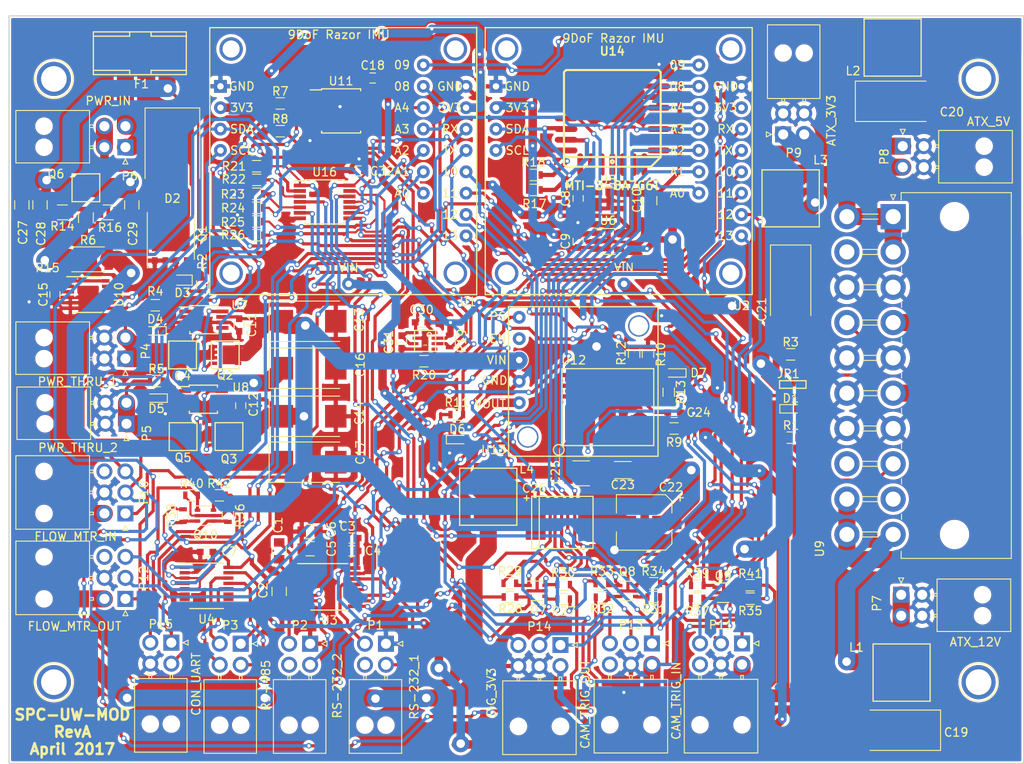
<source format=kicad_pcb>
(kicad_pcb (version 20221018) (generator pcbnew)
  (layers (0 "F.Cu" signal) (31 "B.Cu" signal) (34 "B.Paste" user) (35 "F.Paste" user) (36 "B.SilkS" user "B.Silkscreen") (37 "F.SilkS" user "F.Silkscreen") (38 "B.Mask" user) (39 "F.Mask" user) (44 "Edge.Cuts" user))
  (net 0 "")
  (net 1 "Net-(C1-Pad1)")
  (net 2 "Net-(C1-Pad2)")
  (net 3 "Net-(C2-Pad1)")
  (net 4 "Net-(C2-Pad2)")
  (net 5 "/3V3")
  (net 6 "/PGND")
  (net 7 "Net-(C5-Pad2)")
  (net 8 "Net-(C6-Pad2)")
  (net 9 "/3V3_RAZ1")
  (net 10 "/3V3_RAZ2")
  (net 11 "/Power/Vin")
  (net 12 "Net-(C15-Pad2)")
  (net 13 "Net-(C16-Pad1)")
  (net 14 "Net-(C17-Pad1)")
  (net 15 "Net-(C19-Pad1)")
  (net 16 "Net-(C20-Pad1)")
  (net 17 "Net-(C21-Pad1)")
  (net 18 "Net-(C24-Pad1)")
  (net 19 "Net-(C25-Pad1)")
  (net 20 "/5V")
  (net 21 "/Power/sheet5905B6CF/V_IR_IN")
  (net 22 "Net-(C28-Pad2)")
  (net 23 "/Power/sheet5905B6CF/V_IR_OUT")
  (net 24 "Net-(C29-Pad2)")
  (net 25 "Net-(D1-Pad2)")
  (net 26 "/Power/Vin_EXT")
  (net 27 "/Power/PGND_EXT")
  (net 28 "Net-(D3-Pad1)")
  (net 29 "Net-(D4-Pad2)")
  (net 30 "Net-(D5-Pad2)")
  (net 31 "Net-(D6-Pad2)")
  (net 32 "Net-(D7-Pad2)")
  (net 33 "/ATX_ON")
  (net 34 "Net-(JP1-Pad1)")
  (net 35 "Net-(JP1-Pad2)")
  (net 36 "/Power/ATX_12V")
  (net 37 "/Power/ATX_5V")
  (net 38 "/Power/ATX_3V3")
  (net 39 "Net-(P1-Pad2)")
  (net 40 "Net-(P1-Pad3)")
  (net 41 "Net-(P2-Pad2)")
  (net 42 "Net-(P2-Pad3)")
  (net 43 "Net-(P3-Pad1)")
  (net 44 "Net-(P3-Pad2)")
  (net 45 "Net-(P3-Pad3)")
  (net 46 "Net-(P3-Pad4)")
  (net 47 "/InputOutput/TRIG_1_OUT")
  (net 48 "/InputOutput/TRIG_2_OUT")
  (net 49 "/InputOutput/TRIG_3_OUT")
  (net 50 "/SIG_1_RAZ2")
  (net 51 "/SIG_2_RAZ2")
  (net 52 "/SIG_3_RAZ2")
  (net 53 "/InputOutput/TRIG_4_OUT")
  (net 54 "/InputOutput/TRIG_5_OUT")
  (net 55 "/InputOutput/TRIG_6_OUT")
  (net 56 "/InputOutput/CON_VCC")
  (net 57 "/InputOutput/CON_TX")
  (net 58 "/InputOutput/CON_RX")
  (net 59 "Net-(Q2-Pad1)")
  (net 60 "Net-(Q2-Pad4)")
  (net 61 "Net-(Q3-Pad1)")
  (net 62 "Net-(Q3-Pad4)")
  (net 63 "Net-(Q6-Pad4)")
  (net 64 "/~{TRIG_2_RAZ2}")
  (net 65 "/~{TRIG_1_RAZ2}")
  (net 66 "/~{CAM_TRIG}")
  (net 67 "/~{TRIG_3_RAZ2}")
  (net 68 "/~{STRB_TRIG1}")
  (net 69 "/RX_2_RAZ1")
  (net 70 "Net-(R1-Pad1)")
  (net 71 "/P1_EN")
  (net 72 "/P2_EN")
  (net 73 "/SCL_RAZ2")
  (net 74 "/SDA_RAZ2")
  (net 75 "/SDA_RAZ1")
  (net 76 "/SCL_RAZ1")
  (net 77 "/~{STRB_TRIG2}")
  (net 78 "/TX_2_RAZ1")
  (net 79 "/SYNC_RAZ1")
  (net 80 "/TX_1_RAZ1")
  (net 81 "/RX_1_RAZ1")
  (net 82 "/DI_485")
  (net 83 "/RO_485")
  (net 84 "/TX_2_RAZ2")
  (net 85 "/RX_2_RAZ2")
  (net 86 "/TX_1_RAZ2")
  (net 87 "/RX_1_RAZ2")
  (net 88 "Net-(U4-Pad7)")
  (net 89 "Net-(U4-Pad8)")
  (net 90 "Net-(U4-Pad9)")
  (net 91 "Net-(U4-Pad10)")
  (net 92 "Net-(U4-Pad11)")
  (net 93 "Net-(U5-Pad4)")
  (net 94 "Net-(U6-Pad4)")
  (net 95 "Net-(U7-Pad1)")
  (net 96 "/Power/PWR_EN_1")
  (net 97 "Net-(U7-Pad4)")
  (net 98 "Net-(U7-Pad5)")
  (net 99 "Net-(U8-Pad1)")
  (net 100 "/Power/PWR_EN_2")
  (net 101 "Net-(U8-Pad4)")
  (net 102 "Net-(U8-Pad5)")
  (net 103 "Net-(U9-Pad9)")
  (net 104 "Net-(U9-Pad12)")
  (net 105 "Net-(U9-Pad18)")
  (net 106 "Net-(U10-Pad10)")
  (net 107 "Net-(U12-PadF5)")
  (net 108 "Net-(U12-PadF7)")
  (net 109 "Net-(U13-Pad2)")
  (net 110 "Net-(U14-Pad1)")
  (net 111 "Net-(U14-Pad2)")
  (net 112 "Net-(U14-Pad3)")
  (net 113 "Net-(U14-Pad16)")
  (net 114 "Net-(U14-Pad17)")
  (net 115 "Net-(U14-Pad26)")
  (net 116 "Net-(U14-Pad27)")
  (net 117 "Net-(U14-Pad28)")
  (net 118 "Net-(U14-Pad20)")
  (net 119 "Net-(U14-Pad6)")
  (net 120 "Net-(U14-Pad19)")
  (net 121 "Net-(U14-Pad18)")
  (net 122 "/InputOutput/~{TRIG_1_5V}")
  (net 123 "/InputOutput/~{TRIG_2_5V}")
  (net 124 "/InputOutput/~{TRIG_3_5V}")
  (net 125 "/InputOutput/~{TRIG_4_5V}")
  (net 126 "/InputOutput/~{TRIG_5_5V}")
  (net 127 "/InputOutput/~{TRIG_6_5V}")
  (net 128 "Net-(U11-Pad6)")
  (net 129 "Net-(U11-Pad8)")
  (net 130 "Net-(U11-Pad10)")
  (net 131 "Net-(U11-Pad12)")
  (net 132 "Net-(R10-Pad1)")
  (net 133 "Net-(R12-Pad2)")
  (footprint "Capacitors_SMD:C_0805" (layer "F.Cu") (at 32.131 63.627 -90)
    (fp_text reference "C1")
    (fp_text value "1 uF")
  )
  (footprint "Capacitors_SMD:C_0805" (layer "F.Cu") (at 32.131 68.453 -90)
    (fp_text reference "C2")
    (fp_text value "1 uF")
  )
  (footprint "Capacitors_SMD:C_0603" (layer "F.Cu") (at 40.767 62.103 180)
    (fp_text reference "C3")
    (fp_text value "100 nF")
  )
  (footprint "Capacitors_SMD:C_0603" (layer "F.Cu") (at 40.767 63.627 180)
    (fp_text reference "C4")
    (fp_text value "100 nF")
  )
  (footprint "Capacitors_SMD:C_0805" (layer "F.Cu") (at 35.814 63.373)
    (fp_text reference "C5")
    (fp_text value "1 uF")
  )
  (footprint "Capacitors_SMD:C_0805" (layer "F.Cu") (at 35.814 61.341)
    (fp_text reference "C6")
    (fp_text value "1 uF")
  )
  (footprint "Capacitors_SMD:C_0603" (layer "F.Cu") (at 23.495 63.754)
    (fp_text reference "C7")
    (fp_text value "100 nF")
  )
  (footprint "Capacitors_SMD:C_0603" (layer "F.Cu") (at 67.691 21.717 90)
    (fp_text reference "C8")
    (fp_text value "1 uF")
  )
  (footprint "Capacitors_SMD:C_0603" (layer "F.Cu") (at 67.691 26.797 90)
    (fp_text reference "C9")
    (fp_text value "1 uF")
  )
  (footprint "Capacitors_SMD:C_0805" (layer "F.Cu") (at 76.2 21.971 90)
    (fp_text reference "C10")
    (fp_text value "4.7 uF")
  )
  (footprint "Capacitors_SMD:C_0603" (layer "F.Cu") (at 27.3685 36.7665 -90)
    (fp_text reference "C11")
    (fp_text value "100 nF")
  )
  (footprint "Capacitors_SMD:C_0603" (layer "F.Cu") (at 27.559 46.355 -90)
    (fp_text reference "C12")
    (fp_text value "100 nF")
  )
  (footprint "Capacitors_Tantalum_SMD:CP_Tantalum_Case-V_EIA-7343-20_Reflow" (layer "F.Cu") (at 35.687 36.322)
    (fp_text reference "C13")
    (fp_text value "33uF")
  )
  (footprint "Capacitors_Tantalum_SMD:CP_Tantalum_Case-V_EIA-7343-20_Reflow" (layer "F.Cu") (at 35.687 47.625)
    (fp_text reference "C14")
    (fp_text value "33uF")
  )
  (footprint "Capacitors_SMD:C_0603" (layer "F.Cu") (at 5.461 33.147 90)
    (fp_text reference "C15")
    (fp_text value "100 nF")
  )
  (footprint "Capacitors_Tantalum_SMD:CP_Tantalum_Case-V_EIA-7343-20_Reflow" (layer "F.Cu") (at 35.687 41.91)
    (fp_text reference "C16")
    (fp_text value "33uF")
  )
  (footprint "Capacitors_Tantalum_SMD:CP_Tantalum_Case-V_EIA-7343-20_Reflow" (layer "F.Cu") (at 35.687 53.086)
    (fp_text reference "C17")
    (fp_text value "33uF")
  )
  (footprint "Capacitors_SMD:C_0603" (layer "F.Cu") (at 43.2562 7.3914)
    (fp_text reference "C18")
    (fp_text value "100 nF")
  )
  (footprint "Capacitors_Tantalum_SMD:CP_Tantalum_Case-V_EIA-7343-20_Reflow" (layer "F.Cu") (at 106.045 84.963 180)
    (fp_text reference "C19")
    (fp_text value "100uF")
  )
  (footprint "Capacitors_Tantalum_SMD:CP_Tantalum_Case-V_EIA-7343-20_Reflow" (layer "F.Cu") (at 105.41 10.16)
    (fp_text reference "C20")
    (fp_text value "100uF")
  )
  (footprint "Capacitors_Tantalum_SMD:CP_Tantalum_Case-V_EIA-7343-20_Reflow" (layer "F.Cu") (at 92.964 32.004 -90)
    (fp_text reference "C21")
    (fp_text value "100uF")
  )
  (footprint "Capacitors_SMD:CP_Elec_6.3x5.3" (layer "F.Cu") (at 75.5396 60.2488 180)
    (fp_text reference "C22")
    (fp_text value "22 uF")
  )
  (footprint "Capacitors_SMD:C_1206" (layer "F.Cu") (at 72.9996 54.0258 180)
    (fp_text reference "C23")
    (fp_text value "2.2 uF")
  )
  (footprint "Capacitors_SMD:C_0603" (layer "F.Cu") (at 79.0956 47.1678)
    (fp_text reference "C24")
    (fp_text value "0.1 uF")
  )
  (footprint "Capacitors_SMD:C_1210" (layer "F.Cu") (at 68.0466 54.4068)
    (fp_text reference "C25")
    (fp_text value "22 uF")
  )
  (footprint "SPIC_modules:TantalC_SizeE_EIA-7360_Reflow" (layer "F.Cu") (at 65.7606 60.2488)
    (fp_text reference "C26")
    (fp_text value "150 uF")
  )
  (footprint "Capacitors_SMD:C_0805" (layer "F.Cu") (at 1.524 22.479 -90)
    (fp_text reference "C27")
    (fp_text value "1 uF")
  )
  (footprint "Capacitors_SMD:C_0805" (layer "F.Cu") (at 3.683 22.479 -90)
    (fp_text reference "C28")
    (fp_text value "1 uF")
  )
  (footprint "Capacitors_SMD:C_0805" (layer "F.Cu") (at 14.605 22.479 -90)
    (fp_text reference "C29")
    (fp_text value "1 uF")
  )
  (footprint "Capacitors_SMD:C_0603" (layer "F.Cu") (at 49.0594 36.449)
    (fp_text reference "C30")
    (fp_text value "100 nF")
  )
  (footprint "Capacitors_SMD:C_0603" (layer "F.Cu") (at 46.6852 38.7858 -90)
    (fp_text reference "C31")
    (fp_text value "100 nF")
  )
  (footprint "Capacitors_SMD:C_0603" (layer "F.Cu") (at 41.529 18.4404 180)
    (fp_text reference "C32")
    (fp_text value "100 nF")
  )
  (footprint "LEDs:LED_0603" (layer "F.Cu") (at 92.9768 46.736)
    (fp_text reference "D1")
    (fp_text value "1.95V 5mA")
  )
  (footprint "Diodes_SMD:D_SMC_Standard" (layer "F.Cu") (at 19.431 15.748 -90)
    (fp_text reference "D2")
    (fp_text value "SMCJ40CA")
  )
  (footprint "Diodes_SMD:D_SOD-523" (layer "F.Cu") (at 20.6375 31.4325 180)
    (fp_text reference "D3")
    (fp_text value "BZT52C20T-7")
  )
  (footprint "LEDs:LED_0603" (layer "F.Cu") (at 17.399 37.465 180)
    (fp_text reference "D4")
    (fp_text value "1.95V 5mA")
  )
  (footprint "LEDs:LED_0603" (layer "F.Cu") (at 17.526 45.466 180)
    (fp_text reference "D5")
    (fp_text value "1.95V 5mA")
  )
  (footprint "LEDs:LED_0603" (layer "F.Cu") (at 53.3146 50.3936)
    (fp_text reference "D6")
    (fp_text value "2.1V 20mA")
  )
  (footprint "LEDs:LED_0603" (layer "F.Cu") (at 79.2226 42.4688 180)
    (fp_text reference "D7")
    (fp_text value "2.0V 20mA")
  )
  (footprint "SMD_Packages:Fuse_SMD" (layer "F.Cu") (at 15.621 4.445 -90)
    (fp_text reference "F1")
    (fp_text value "10A")
  )
  (footprint "SPIC_modules:JP-3Way-0402" (layer "F.Cu") (at 92.6934 43.8404)
    (fp_text reference "JP1")
    (fp_text value "ATX_ON_SEL")
  )
  (footprint "SPIC_modules:IHLP2525CZERR10M01" (layer "F.Cu") (at 106.172 78.105 180)
    (fp_text reference "L1")
    (fp_text value "100 nH")
  )
  (footprint "SPIC_modules:IHLP2525CZERR10M01" (layer "F.Cu") (at 105.0798 3.7592)
    (fp_text reference "L2")
    (fp_text value "100 nH")
  )
  (footprint "SPIC_modules:IHLP2525CZERR10M01" (layer "F.Cu") (at 92.964 21.717 90)
    (fp_text reference "L3")
    (fp_text value "100 nH")
  )
  (footprint "SPIC_modules:IHLP2525CZERR10M01" (layer "F.Cu") (at 56.9976 57.2008 90)
    (fp_text reference "L4")
    (fp_text value "100 nH")
  )
  (footprint "TO_SOT_Packages_SMD:TDSON-8-1" (layer "F.Cu") (at 19.2405 26.3525 90)
    (fp_text reference "Q1")
    (fp_text value "FDMS86550")
  )
  (footprint "SPIC_modules:SiS443DN" (layer "F.Cu") (at 25.7175 40.3225)
    (fp_text reference "Q2")
    (fp_text value "SiS443DN")
  )
  (footprint "SPIC_modules:SiS443DN" (layer "F.Cu") (at 26.162 50.038)
    (fp_text reference "Q3")
    (fp_text value "SiS443DN")
  )
  (footprint "SPIC_modules:SiS443DN" (layer "F.Cu") (at 20.6375 40.3225 180)
    (fp_text reference "Q4")
    (fp_text value "SiS443DN")
  )
  (footprint "SPIC_modules:SiS443DN" (layer "F.Cu") (at 20.701 50.038 180)
    (fp_text reference "Q5")
    (fp_text value "SiS443DN")
  )
  (footprint "SPIC_modules:SiS443DN" (layer "F.Cu") (at 9.144 20.447)
    (fp_text reference "Q6")
    (fp_text value "SiS443DN")
  )
  (footprint "TO_SOT_Packages_SMD:SOT-363_SC-70-6" (layer "F.Cu") (at 62.804 68.3872)
    (fp_text reference "Q7")
    (fp_text value "BSS138DW")
  )
  (footprint "TO_SOT_Packages_SMD:SOT-363_SC-70-6" (layer "F.Cu") (at 73.5838 68.4022)
    (fp_text reference "Q8")
    (fp_text value "BSS138DW")
  )
  (footprint "TO_SOT_Packages_SMD:SOT-363_SC-70-6" (layer "F.Cu") (at 84.9376 68.6054)
    (fp_text reference "Q9")
    (fp_text value "BSS138DW")
  )
  (footprint "Resistors_SMD:R_0603" (layer "F.Cu") (at 93.0148 50.165)
    (fp_text reference "R1")
    (fp_text value "10K")
  )
  (footprint "Resistors_SMD:R_0603" (layer "F.Cu") (at 22.987 32.004 -90)
    (fp_text reference "R2")
    (fp_text value "10K")
  )
  (footprint "Resistors_SMD:R_0603" (layer "F.Cu") (at 92.964 40.259)
    (fp_text reference "R3")
    (fp_text value "1k")
  )
  (footprint "Resistors_SMD:R_0603" (layer "F.Cu") (at 17.399 34.417)
    (fp_text reference "R4")
    (fp_text value "50K")
  )
  (footprint "Resistors_SMD:R_0603" (layer "F.Cu") (at 17.526 43.434)
    (fp_text reference "R5")
    (fp_text value "50K")
  )
  (footprint "Resistors_SMD:R_2010" (layer "F.Cu") (at 9.398 28.956 180)
    (fp_text reference "R6")
    (fp_text value "0.02")
  )
  (footprint "Resistors_SMD:R_0603" (layer "F.Cu") (at 32.258 10.414)
    (fp_text reference "R7")
    (fp_text value "100k")
  )
  (footprint "Resistors_SMD:R_0603" (layer "F.Cu") (at 32.258 13.716)
    (fp_text reference "R8")
    (fp_text value "100k")
  )
  (footprint "Resistors_SMD:R_0603" (layer "F.Cu") (at 79.0956 49.0728)
    (fp_text reference "R9")
    (fp_text value "100k")
  )
  (footprint "Resistors_SMD:R_0603" (layer "F.Cu") (at 75.9968 40.132 90)
    (fp_text reference "R10")
    (fp_text value "93.1k")
  )
  (footprint "Resistors_SMD:R_0603" (layer "F.Cu") (at 53.2518 47.4218)
    (fp_text reference "R11")
    (fp_text value "10K")
  )
  (footprint "Resistors_SMD:R_0603" (layer "F.Cu") (at 74.3458 40.132 -90)
    (fp_text reference "R12")
    (fp_text value "29.4k")
  )
  (footprint "Resistors_SMD:R_0603" (layer "F.Cu") (at 78.4606 44.7548 -90)
    (fp_text reference "R13")
    (fp_text value "10K")
  )
  (footprint "Resistors_SMD:R_0805" (layer "F.Cu") (at 6.35 23.368 180)
    (fp_text reference "R14")
    (fp_text value "100")
  )
  (footprint "Resistors_SMD:R_0805" (layer "F.Cu") (at 9.144 24.003 -90)
    (fp_text reference "R15")
    (fp_text value "500k")
  )
  (footprint "Resistors_SMD:R_0805" (layer "F.Cu") (at 11.8008 23.368 180)
    (fp_text reference "R16")
    (fp_text value "100")
  )
  (footprint "Resistors_SMD:R_0603" (layer "F.Cu") (at 62.484 20.701)
    (fp_text reference "R17")
    (fp_text value "2.7k")
  )
  (footprint "Resistors_SMD:R_0603" (layer "F.Cu") (at 62.484 18.923)
    (fp_text reference "R18")
    (fp_text value "2.7k")
  )
  (footprint "Resistors_SMD:R_0603" (layer "F.Cu") (at 52.4002 38.6588 -90)
    (fp_text reference "R19")
    (fp_text value "10K")
  )
  (footprint "Resistors_SMD:R_0603" (layer "F.Cu") (at 49.3522 41.0718)
    (fp_text reference "R20")
    (fp_text value "10K")
  )
  (footprint "Resistors_SMD:R_0603" (layer "F.Cu") (at 29.4386 17.8816)
    (fp_text reference "R21")
    (fp_text value "100k")
  )
  (footprint "Resistors_SMD:R_0603" (layer "F.Cu") (at 29.464 19.5072)
    (fp_text reference "R22")
    (fp_text value "100k")
  )
  (footprint "Resistors_SMD:R_0603" (layer "F.Cu") (at 29.464 21.1582)
    (fp_text reference "R23")
    (fp_text value "100k")
  )
  (footprint "Resistors_SMD:R_0603" (layer "F.Cu") (at 29.464 22.8346)
    (fp_text reference "R24")
    (fp_text value "100k")
  )
  (footprint "Resistors_SMD:R_0603" (layer "F.Cu") (at 29.464 24.4602)
    (fp_text reference "R25")
    (fp_text value "100k")
  )
  (footprint "Resistors_SMD:R_0603" (layer "F.Cu") (at 29.4894 26.0858)
    (fp_text reference "R26")
    (fp_text value "100k")
  )
  (footprint "Resistors_SMD:R_0603" (layer "F.Cu") (at 65.9638 69.3674 180)
    (fp_text reference "R27")
    (fp_text value "10K")
  )
  (footprint "Resistors_SMD:R_0603" (layer "F.Cu") (at 59.5884 69.1134)
    (fp_text reference "R28")
    (fp_text value "10K")
  )
  (footprint "Resistors_SMD:R_0603" (layer "F.Cu") (at 59.563 67.4878)
    (fp_text reference "R29")
    (fp_text value "10K")
  )
  (footprint "Resistors_SMD:R_0603" (layer "F.Cu") (at 65.9638 67.6402 180)
    (fp_text reference "R30")
    (fp_text value "10K")
  )
  (footprint "Resistors_SMD:R_0603" (layer "F.Cu") (at 76.6826 69.1134 180)
    (fp_text reference "R31")
    (fp_text value "10K")
  )
  (footprint "Resistors_SMD:R_0603" (layer "F.Cu") (at 70.5358 69.1388)
    (fp_text reference "R32")
    (fp_text value "10K")
  )
  (footprint "Resistors_SMD:R_0603" (layer "F.Cu") (at 70.5104 67.5132)
    (fp_text reference "R33")
    (fp_text value "10K")
  )
  (footprint "Resistors_SMD:R_0603" (layer "F.Cu") (at 76.6826 67.4878 180)
    (fp_text reference "R34")
    (fp_text value "10K")
  )
  (footprint "Resistors_SMD:R_0603" (layer "F.Cu") (at 88.1634 69.3166 180)
    (fp_text reference "R35")
    (fp_text value "10K")
  )
  (footprint "Resistors_SMD:R_0603" (layer "F.Cu") (at 26.035 59.436 -90)
    (fp_text reference "R36")
    (fp_text value "10K")
  )
  (footprint "Resistors_SMD:R_0603" (layer "F.Cu") (at 81.8388 69.2912)
    (fp_text reference "R37")
    (fp_text value "10K")
  )
  (footprint "Resistors_SMD:R_0603" (layer "F.Cu") (at 20.701 59.436 -90)
    (fp_text reference "R38")
    (fp_text value "10K")
  )
  (footprint "Resistors_SMD:R_0603" (layer "F.Cu") (at 81.8642 67.7418)
    (fp_text reference "R39")
    (fp_text value "10K")
  )
  (footprint "Resistors_SMD:R_0603" (layer "F.Cu") (at 21.717 57.023)
    (fp_text reference "R40")
    (fp_text value "10K")
  )
  (footprint "Resistors_SMD:R_0603" (layer "F.Cu") (at 88.138 67.7164 180)
    (fp_text reference "R41")
    (fp_text value "10K")
  )
  (footprint "Resistors_SMD:R_0603" (layer "F.Cu") (at 25.019 57.023 180)
    (fp_text reference "R42")
    (fp_text value "10K")
  )
  (footprint "SPIC_modules:RAZIMUM0" (layer "F.Cu") (at 23.876 33.147)
    (fp_text reference "U1")
    (fp_text value "RAZIMUM0")
  )
  (footprint "SPIC_modules:RAZIMUM0" (layer "F.Cu") (at 56.642 33.147)
    (fp_text reference "U2")
    (fp_text value "RAZIMUM0")
  )
  (footprint "Housings_SSOP:TSSOP-16_4.4x5mm_Pitch0.65mm" (layer "F.Cu") (at 38.1 67.945)
    (fp_text reference "U3")
    (fp_text value "MAX3232E")
  )
  (footprint "Housings_SSOP:SSOP-16_3.9x4.9mm_Pitch0.635mm" (layer "F.Cu") (at 23.495 67.818)
    (fp_text reference "U4")
    (fp_text value "LTC2855")
  )
  (footprint "TO_SOT_Packages_SMD:TSOT-23-5" (layer "F.Cu") (at 71.247 21.971)
    (fp_text reference "U5")
    (fp_text value "LTC4411")
  )
  (footprint "TO_SOT_Packages_SMD:TSOT-23-5" (layer "F.Cu") (at 71.247 26.797)
    (fp_text reference "U6")
    (fp_text value "LTC4411")
  )
  (footprint "Housings_SSOP:MSOP-8_3x3mm_Pitch0.65mm" (layer "F.Cu") (at 23.1775 36.1315)
    (fp_text reference "U7")
    (fp_text value "LTC4414")
  )
  (footprint "Housings_SSOP:MSOP-8_3x3mm_Pitch0.65mm" (layer "F.Cu") (at 23.114 45.593)
    (fp_text reference "U8")
    (fp_text value "LTC4414")
  )
  (footprint "Housings_SSOP:MSOP-12_3x4mm_Pitch0.65mm" (layer "F.Cu") (at 9.398 33.147)
    (fp_text reference "U10")
    (fp_text value "LTC2945")
  )
  (footprint "SPIC_modules:LTM8022" (layer "F.Cu") (at 71.0946 46.5328)
    (fp_text reference "U12")
    (fp_text value "LTM8022")
  )
  (footprint "SPIC_modules:POLOLUBUCKREG_2p5A" (layer "F.Cu") (at 59.4106 52.3748)
    (fp_text reference "U13")
    (fp_text value "PololuStepDown")
  )
  (footprint "w_smd_plcc:PLCC28" (layer "F.Cu") (at 71.755 12.192)
    (fp_text reference "U14")
    (fp_text value "MTI-3-8A7G6T")
  )
  (footprint "SPIC_modules:BME280" (layer "F.Cu") (at 49.4792 38.6588)
    (fp_text reference "U15")
    (fp_text value "BME280_Small")
  )
  (footprint "Housings_SSOP:TSSOP-14_4.4x5mm_Pitch0.65mm" (layer "F.Cu") (at 37.5412 22.1234)
    (fp_text reference "U16")
    (fp_text value "74HCT04_NG")
  )
  (footprint "TO_SOT_Packages_SMD:SOT-363_SC-70-6" (layer "F.Cu") (at 23.368 59.436)
    (fp_text reference "Q10")
    (fp_text value "BSS138DW")
  )
  (footprint "Connectors:1pin" (layer "F.Cu") (at 5.334 7.493)
    (fp_text reference "")
    (fp_text value "1pin")
  )
  (footprint "Connectors:1pin" (layer "F.Cu") (at 115.316 7.493)
    (fp_text reference "")
    (fp_text value "1pin")
  )
  (footprint "Connectors:1pin" (layer "F.Cu") (at 5.334 79.248)
    (fp_text reference "")
    (fp_text value "1pin")
  )
  (footprint "Connectors:1pin" (layer "F.Cu") (at 115.316 79.248)
    (fp_text reference "")
    (fp_text value "1pin")
  )
  (footprint "Connectors_Molex:Molex_NanoFit_2x03x2.50mm_Angled" (layer "F.Cu") (at 65.5828 74.8284 180)
    (fp_text reference "P14")
    (fp_text value "SIG_3V3")
  )
  (footprint "Connectors_Molex:Molex_MiniFit-JR-5569-20A2_2x10x4.20mm_Angled" (layer "F.Cu") (at 105.156 23.876 -90)
    (fp_text reference "U9")
    (fp_text value "ATX-M3-HV")
  )
  (footprint "Connectors_Molex:Molex_NanoFit_2x02x2.50mm_Angled" (layer "F.Cu") (at 44.831 74.676 180)
    (fp_text reference "P1")
    (fp_text value "RS-232_1")
  )
  (footprint "Connectors_Molex:Molex_NanoFit_2x02x2.50mm_Angled" (layer "F.Cu") (at 35.814 74.676 180)
    (fp_text reference "P2")
    (fp_text value "RS-232_2")
  )
  (footprint "Connectors_Molex:Molex_NanoFit_2x02x2.50mm_Angled" (layer "F.Cu") (at 27.559 74.676 180)
    (fp_text reference "P3")
    (fp_text value "RS-485")
  )
  (footprint "Connectors_Molex:Molex_NanoFit_2x02x2.50mm_Angled" (layer "F.Cu") (at 13.843 40.767 90)
    (fp_text reference "P4")
    (fp_text value "PWR_THRU_1")
  )
  (footprint "Connectors_Molex:Molex_NanoFit_2x02x2.50mm_Angled" (layer "F.Cu") (at 13.97 48.514 90)
    (fp_text reference "P5")
    (fp_text value "PWR_THRU_2")
  )
  (footprint "Connectors_Molex:Molex_NanoFit_2x02x2.50mm_Angled" (layer "F.Cu") (at 13.843 15.621 90)
    (fp_text reference "P6")
    (fp_text value "PWR_IN")
  )
  (footprint "Connectors_Molex:Molex_NanoFit_2x02x2.50mm_Angled" (layer "F.Cu") (at 106.1104 68.8486 -90)
    (fp_text reference "P7")
    (fp_text value "ATX_12V")
  )
  (footprint "Connectors_Molex:Molex_NanoFit_2x02x2.50mm_Angled" (layer "F.Cu") (at 106.299 15.494 -90)
    (fp_text reference "P8")
    (fp_text value "ATX_5V")
  )
  (footprint "Connectors_Molex:Molex_NanoFit_2x02x2.50mm_Angled" (layer "F.Cu") (at 92.075 14.097)
    (fp_text reference "P9")
    (fp_text value "ATX_3V3")
  )
  (footprint "Connectors_Molex:Molex_NanoFit_2x03x2.50mm_Angled" (layer "F.Cu") (at 13.843 59.182 90)
    (fp_text reference "P10")
    (fp_text value "FLOW_MTR_IN")
  )
  (footprint "Connectors_Molex:Molex_NanoFit_2x03x2.50mm_Angled" (layer "F.Cu") (at 87.1836 74.6398 180)
    (fp_text reference "P11")
    (fp_text value "CAM_TRIG_IN")
  )
  (footprint "Connectors_Molex:Molex_NanoFit_2x03x2.50mm_Angled" (layer "F.Cu") (at 13.843 69.342 90)
    (fp_text reference "P12")
    (fp_text value "FLOW_MTR_OUT")
  )
  (footprint "Connectors_Molex:Molex_NanoFit_2x03x2.50mm_Angled" (layer "F.Cu") (at 76.4648 74.6398 180)
    (fp_text reference "P13")
    (fp_text value "CAM_TRIG_OUT")
  )
  (footprint "Housings_SSOP:TSSOP-14_4.4x5mm_Pitch0.65mm" (layer "F.Cu") (at 39.497 11.303)
    (fp_text reference "U11")
    (fp_text value "74HCT04_NG")
  )
  (footprint "Connectors_Molex:Molex_NanoFit_2x02x2.50mm_Angled" (layer "F.Cu") (at 19.304 74.549 180)
    (fp_text reference "P15")
    (fp_text value "CON_UART")
  )
  (gr_line (start 0 0) (end 120.65 0) (stroke (width 0.15)) (layer "Edge.Cuts"))
  (gr_line (start 120.65 88.9) (end 0 88.9) (stroke (width 0.15)) (layer "Edge.Cuts"))
  (gr_line (start 0 88.9) (end 0 0) (stroke (width 0.15)) (layer "Edge.Cuts"))
  (gr_line (start 120.65 0) (end 120.65 88.9) (stroke (width 0.15)) (layer "Edge.Cuts"))
  (gr_text "SPC-UW-MOD\nRevA\nApril 2017" (at 7.5438 85.1662) (layer "F.SilkS") (effects (font (size 1.27 1.27) (thickness 0.3))))
  (segment (start 34.174 65.67) (end 33.528 65.024) (width 0.381) (layer "F.Cu") (net 1))
  (segment (start 33.528 65.024) (end 33.528 64.024) (width 0.381) (layer "F.Cu") (net 1))
  (segment (start 33.528 64.024) (end 32.131 62.627) (width 0.381) (layer "F.Cu") (net 1))
  (segment (start 35.15 65.67) (end 34.174 65.67) (width 0.381) (layer "F.Cu") (net 1))
  (segment (start 33.823 66.97) (end 33.147 66.294) (width 0.381) (layer "F.Cu") (net 2))
  (segment (start 33.147 66.294) (end 32.258 65.405) (width 0.381) (layer "F.Cu") (net 2))
  (segment (start 32.258 65.405) (end 32.258 64.754) (width 0.381) (layer "F.Cu") (net 2))
  (segment (start 32.258 64.754) (end 32.131 64.627) (width 0.381) (layer "F.Cu") (net 2))
  (segment (start 35.15 66.97) (end 33.823 66.97) (width 0.381) (layer "F.Cu") (net 2))
  (segment (start 32.298 67.62) (end 32.131 67.453) (width 0.381) (layer "F.Cu") (net 3))
  (segment (start 35.15 67.62) (end 32.298 67.62) (width 0.381) (layer "F.Cu") (net 3))
  (segment (start 33.965 68.27) (end 32.782 69.453) (width 0.381) (layer "F.Cu") (net 4))
  (segment (start 32.782 69.453) (end 32.131 69.453) (width 0.381) (layer "F.Cu") (net 4))
  (segment (start 35.15 68.27) (end 33.965 68.27) (width 0.381) (layer "F.Cu") (net 4))
  (segment (start 26.095 64.83) (end 25.019 63.754) (width 0.381) (layer "F.Cu") (net 5))
  (segment (start 25.019 63.754) (end 24.245 63.754) (width 0.381) (layer "F.Cu") (net 5))
  (segment (start 62.8142 68.3872) (end 63.754 68.3872) (width 0.381) (layer "F.Cu") (net 5))
  (segment (start 61.854 68.3872) (end 62.8142 68.3872) (width 0.381) (layer "F.Cu") (net 5))
  (segment (start 76.2 20.971) (end 77.333 20.971) (width 0.508) (layer "F.Cu") (net 5))
  (segment (start 41.517 62.103) (end 41.517 63.627) (width 0.381) (layer "F.Cu") (net 5))
  (segment (start 44.2722 9.0424) (end 42.447 9.0424) (width 0.762) (layer "F.Cu") (net 5))
  (segment (start 48.3542 38.9838) (end 47.6332 38.9838) (width 0.381) (layer "F.Cu") (net 5))
  (segment (start 84.9884 68.6054) (end 84.9884 65.913) (width 0.381) (layer "F.Cu") (net 5))
  (segment (start 27.5717 65.5955) (end 28.8798 64.2874) (width 0.381) (layer "F.Cu") (net 5))
  (segment (start 22.6949 67.9323) (end 22.6949 67.0052) (width 0.254) (layer "F.Cu") (net 5))
  (segment (start 79.2988 13.9834) (end 79.2988 13.64869) (width 0.508) (layer "F.Cu") (net 5))
  (segment (start 53.1622 86.6648) (end 53.6194 86.6648) (width 1.016) (layer "F.Cu") (net 5))
  (segment (start 51.1302 74.1934) (end 51.1302 77.5716) (width 1.016) (layer "F.Cu") (net 5))
  (segment (start 47.6332 38.9838) (end 46.6852 38.0358) (width 0.381) (layer "F.Cu") (net 5))
  (segment (start 73.88352 4.83489) (end 72.61352 4.83489) (width 0.508) (layer "F.Cu") (net 5))
  (segment (start 41.517 65.203) (end 41.05 65.67) (width 0.381) (layer "F.Cu") (net 5))
  (segment (start 71.755 5.69341) (end 71.755 6.6929) (width 0.508) (layer "F.Cu") (net 5))
  (segment (start 52.5018 36.4744) (end 52.5018 37.8072) (width 0.762) (layer "F.Cu") (net 5))
  (segment (start 81.1142 67.7418) (end 81.1142 66.536) (width 0.381) (layer "F.Cu") (net 5))
  (segment (start 58.813 67.4878) (end 58.813 67.2878) (width 0.381) (layer "F.Cu") (net 5))
  (segment (start 68.3006 35.8394) (end 66.776598 34.315398) (width 0.762) (layer "F.Cu") (net 5))
  (segment (start 19.997 58.686) (end 19.7818 58.4708) (width 0.254) (layer "F.Cu") (net 5))
  (segment (start 48.6022 41.2718) (end 49.596 42.2656) (width 0.381) (layer "F.Cu") (net 5))
  (segment (start 66.031812 23.7744) (end 65.5828 23.7744) (width 0.508) (layer "F.Cu") (net 5))
  (segment (start 48.6022 36.2458) (end 48.6022 34.9892) (width 0.381) (layer "F.Cu") (net 5))
  (segment (start 19.7818 58.4708) (end 19.431 58.4708) (width 0.254) (layer "F.Cu") (net 5))
  (segment (start 66.776598 34.315398) (end 56.58301 34.315398) (width 0.762) (layer "F.Cu") (net 5))
  (segment (start 45.9232 23.2918) (end 45.9232 21.102322) (width 0.762) (layer "F.Cu") (net 5))
  (segment (start 66.7138 69.3674) (end 66.7138 70.677556) (width 0.381) (layer "F.Cu") (net 5))
  (segment (start 79.11211 13.462) (end 77.2541 13.462) (width 0.508) (layer "F.Cu") (net 5))
  (segment (start 80.0354 67.8434) (end 80.0354 67.6148) (width 0.381) (layer "F.Cu") (net 5))
  (segment (start 76.962 26.5938) (end 75.8698 27.686) (width 0.762) (layer "F.Cu") (net 5))
  (segment (start 70.9422 65.8876) (end 73.6092 65.8876) (width 0.381) (layer "F.Cu") (net 5))
  (segment (start 61.734 17.4364) (end 61.734 18.923) (width 0.508) (layer "F.Cu") (net 5))
  (segment (start 19.473612 66.4972) (end 19.841912 66.8655) (width 0.254) (layer "F.Cu") (net 5))
  (segment (start 70.555 65.8876) (end 70.9422 65.8876) (width 0.381) (layer "F.Cu") (net 5))
  (segment (start 64.525505 66.532107) (end 70.297693 66.532107) (width 0.381) (layer "F.Cu") (net 5))
  (segment (start 62.8142 66.911216) (end 63.825115 65.900301) (width 0.381) (layer "F.Cu") (net 5))
  (segment (start 61.722 17.4244) (end 61.734 17.4364) (width 0.508) (layer "F.Cu") (net 5))
  (segment (start 61.2292 64.8716) (end 62.796418 64.8716) (width 0.381) (layer "F.Cu") (net 5))
  (segment (start 77.978 4.1402) (end 74.57821 4.1402) (width 0.508) (layer "F.Cu") (net 5))
  (segment (start 74.183 25.847) (end 72.557 25.847) (width 1.016) (layer "F.Cu") (net 5))
  (segment (start 22.4917 68.1355) (end 22.6949 67.9323) (width 0.254) (layer "F.Cu") (net 5))
  (segment (start 44.411899 19.265899) (end 44.0944 18.9484) (width 0.762) (layer "F.Cu") (net 5))
  (segment (start 69.4556 67.2084) (end 69.7604 67.5132) (width 0.381) (layer "F.Cu") (net 5))
  (segment (start 20.041 66.8655) (end 20.895 66.8655) (width 0.254) (layer "F.Cu") (net 5))
  (segment (start 54.953197 39.339066) (end 55.270696 39.021567) (width 0.381) (layer "F.Cu") (net 5))
  (segment (start 63.893699 65.900301) (end 64.525505 66.532107) (width 0.381) (layer "F.Cu") (net 5))
  (segment (start 71.1708 86.5632) (end 89.0524 86.5632) (width 0.762) (layer "F.Cu") (net 5))
  (segment (start 41.517 63.627) (end 41.517 65.203) (width 0.381) (layer "F.Cu") (net 5))
  (segment (start 74.2696 21.021) (end 74.2696 25.7604) (width 1.016) (layer "F.Cu") (net 5))
  (segment (start 79.762 5.9242) (end 77.978 4.1402) (width 0.508) (layer "F.Cu") (net 5))
  (segment (start 81.1142 66.536) (end 81.6356 66.0146) (width 0.381) (layer "F.Cu") (net 5))
  (segment (start 85.8876 68.6054) (end 84.9884 68.6054) (width 0.381) (layer "F.Cu") (net 5))
  (segment (start 48.3542 37.6838) (end 48.3542 36.4938) (width 0.381) (layer "F.Cu") (net 5))
  (segment (start 76.15 21.021) (end 76.2 20.971) (width 1.016) (layer "F.Cu") (net 5))
  (segment (start 74.2696 21.021) (end 76.15 21.021) (width 1.016) (layer "F.Cu") (net 5))
  (segment (start 78.9178 26.5938) (end 76.962 26.5938) (width 0.762) (layer "F.Cu") (net 5))
  (segment (start 48.3542 36.4938) (end 48.6022 36.2458) (width 0.381) (layer "F.Cu") (net 5))
  (segment (start 70.297693 66.532107) (end 70.9422 65.8876) (width 0.381) (layer "F.Cu") (net 5))
  (segment (start 84.9884 65.913) (end 85.1916 65.7098) (width 0.381) (layer "F.Cu") (net 5))
  (segment (start 79.6544 64.0334) (end 81.318101 65.697101) (width 0.381) (layer "F.Cu") (net 5))
  (segment (start 27.7368 58.3598) (end 27.7368 62.2808) (width 0.381) (layer "F.Cu") (net 5))
  (segment (start 69.7604 66.6822) (end 70.555 65.8876) (width 0.381) (layer "F.Cu") (net 5))
  (segment (start 20.701 58.686) (end 19.997 58.686) (width 0.254) (layer "F.Cu") (net 5))
  (segment (start 68.0974 83.4898) (end 69.596 84.9884) (width 0.762) (layer "F.Cu") (net 5))
  (segment (start 72.557 21.021) (end 74.2696 21.021) (width 1.016) (layer "F.Cu") (net 5))
  (segment (start 22.6949 67.0052) (end 22.6949 66.8655) (width 0.254) (layer "F.Cu") (net 5))
  (segment (start 26.095 65.5955) (end 27.5717 65.5955) (width 0.381) (layer "F.Cu") (net 5))
  (segment (start 49.3522 72.2122) (end 49.669699 72.529699) (width 1.016) (layer "F.Cu") (net 5))
  (segment (start 73.6092 68.4022) (end 72.6338 68.4022) (width 0.381) (layer "F.Cu") (net 5))
  (segment (start 86.0044 34.4932) (end 89.431125 37.919925) (width 2.032) (layer "F.Cu") (net 5))
  (segment (start 24.245 65.4551) (end 22.6949 67.0052) (width 0.508) (layer "F.Cu") (net 5))
  (segment (start 49.669699 72.732899) (end 51.1302 74.1934) (width 1.016) (layer "F.Cu") (net 5))
  (segment (start 72.61352 4.83489) (end 71.755 5.69341) (width 0.508) (layer "F.Cu") (net 5))
  (segment (start 18.415 61.6458) (end 18.542 61.7728) (width 0.254) (layer "F.Cu") (net 5))
  (segment (start 42.447 9.0424) (end 42.447 7.4506) (width 0.381) (layer "F.Cu") (net 5))
  (segment (start 22.6949 66.8655) (end 24.245 65.3154) (width 0.254) (layer "F.Cu") (net 5))
  (segment (start 53.721 86.5632) (end 53.6194 86.6648) (width 1.016) (layer "F.Cu") (net 5))
  (segment (start 76.325 20.971) (end 78.9178 23.5638) (width 1.016) (layer "F.Cu") (net 5))
  (segment (start 66.7138 70.677556) (end 66.612995 70.778361) (width 0.381) (layer "F.Cu") (net 5))
  (segment (start 79.762 14.4466) (end 79.762 5.9242) (width 0.508) (layer "F.Cu") (net 5))
  (segment (start 45.9232 21.102322) (end 44.411899 19.591021) (width 0.762) (layer "F.Cu") (net 5))
  (segment (start 48.6022 41.0718) (end 48.6022 40.8718) (width 0.508) (layer "F.Cu") (net 5))
  (segment (start 62.796418 64.8716) (end 63.825119 65.900301) (width 0.381) (layer "F.Cu") (net 5))
  (segment (start 84.9884 68.6054) (end 83.9876 68.6054) (width 0.381) (layer "F.Cu") (net 5))
  (segment (start 56.354412 34.0868) (end 55.9054 34.0868) (width 0.762) (layer "F.Cu") (net 5))
  (segment (start 42.447 9.353) (end 42.447 9.0424) (width 0.381) (layer "F.Cu") (net 5))
  (segment (start 48.6022 34.9892) (end 48.6918 34.8996) (width 0.381) (layer "F.Cu") (net 5))
  (segment (start 74.2696 25.7604) (end 72.2836 23.7744) (width 0.508) (layer "F.Cu") (net 5))
  (segment (start 56.58301 34.315398) (end 56.354412 34.0868) (width 0.762) (layer "F.Cu") (net 5))
  (segment (start 62.8142 68.3872) (end 62.8142 66.911216) (width 0.381) (layer "F.Cu") (net 5))
  (segment (start 39.1668 66.421) (end 39.9178 65.67) (width 0.381) (layer "F.Cu") (net 5))
  (segment (start 52.5018 37.8072) (end 52.4002 37.9088) (width 0.762) (layer "F.Cu") (net 5))
  (segment (start 19.0246 66.4972) (end 19.473612 66.4972) (width 0.254) (layer "F.Cu") (net 5))
  (segment (start 89.0524 86.5632) (end 53.1622 86.6648) (width 1.016) (layer "F.Cu") (net 5))
  (segment (start 58.813 67.2878) (end 61.2292 64.8716) (width 0.381) (layer "F.Cu") (net 5))
  (segment (start 27.7368 62.2808) (end 28.0416 62.5856) (width 0.381) (layer "F.Cu") (net 5))
  (segment (start 80.0354 67.6148) (end 81.6356 66.0146) (width 0.381) (layer "F.Cu") (net 5))
  (segment (start 47.2792 37.6838) (end 48.3542 37.6838) (width 0.381) (layer "F.Cu") (net 5))
  (segment (start 46.6852 38.0358) (end 46.9272 38.0358) (width 0.381) (layer "F.Cu") (net 5))
  (segment (start 64.135 17.4244) (end 61.722 17.4244) (width 0.508) (layer "F.Cu") (net 5))
  (segment (start 49.596 42.2656) (end 52.026663 42.2656) (width 0.381) (layer "F.Cu") (net 5))
  (segment (start 73.6092 65.717416) (end 75.293216 64.0334) (width 0.381) (layer "F.Cu") (net 5))
  (segment (start 79.762 14.4466) (end 79.2988 13.9834) (width 0.508) (layer "F.Cu") (net 5))
  (segment (start 74.57821 4.1402) (end 73.025 5.69341) (width 0.508) (layer "F.Cu") (net 5))
  (segment (start 63.825115 65.900301) (end 63.893699 65.900301) (width 0.381) (layer "F.Cu") (net 5))
  (segment (start 44.411899 19.591021) (end 44.411899 19.265899) (width 0.762) (layer "F.Cu") (net 5))
  (segment (start 63.825119 65.900301) (end 63.893699 65.900301) (width 0.381) (layer "F.Cu") (net 5))
  (segment (start 51.9752 38.3338) (end 52.4002 37.9088) (width 0.381) (layer "F.Cu") (net 5))
  (segment (start 74.2696 25.7604) (end 74.183 25.847) (width 1.016) (layer "F.Cu") (net 5))
  (segment (start 28.8798 65.151) (end 30.5816 66.8528) (width 0.508) (layer "F.Cu") (net 5))
  (segment (start 73.025 5.69341) (end 73.025 6.6929) (width 0.508) (layer "F.Cu") (net 5))
  (segment (start 68.5292 67.2084) (end 69.4556 67.2084) (width 0.381) (layer "F.Cu") (net 5))
  (segment (start 28.8798 64.2874) (end 28.8798 65.151) (width 0.508) (layer "F.Cu") (net 5))
  (segment (start 69.7604 67.5132) (end 69.7604 66.6822) (width 0.381) (layer "F.Cu") (net 5))
  (segment (start 79.2988 13.64869) (end 79.11211 13.462) (width 0.508) (layer "F.Cu") (net 5))
  (segment (start 72.2836 23.7744) (end 66.031812 23.7744) (width 0.508) (layer "F.Cu") (net 5))
  (segment (start 30.5816 71.247) (end 31.496 72.1614) (width 0.508) (layer "F.Cu") (net 5))
  (segment (start 30.5816 66.8528) (end 30.5816 71.247) (width 0.508) (layer "F.Cu") (net 5))
  (segment (start 91.9734 83.6422) (end 89.0524 86.5632) (width 1.016) (layer "F.Cu") (net 5))
  (segment (start 90.0938 69.3166) (end 90.1446 69.2658) (width 0.381) (layer "F.Cu") (net 5))
  (segment (start 73.6092 65.8876) (end 73.6092 65.717416) (width 0.381) (layer "F.Cu") (net 5))
  (segment (start 24.245 65.3154) (end 24.245 63.754) (width 0.254) (layer "F.Cu") (net 5))
  (segment (start 77.333 20.971) (end 79.762 18.542) (width 0.508) (layer "F.Cu") (net 5))
  (segment (start 45.085 9.8552) (end 44.2722 9.0424) (width 0.762) (layer "F.Cu") (net 5))
  (segment (start 88.9134 69.3166) (end 90.0938 69.3166) (width 0.381) (layer "F.Cu") (net 5))
  (segment (start 25.769 57.023) (end 26.4 57.023) (width 0.381) (layer "F.Cu") (net 5))
  (segment (start 20.895 68.1355) (end 22.4917 68.1355) (width 0.254) (layer "F.Cu") (net 5))
  (segment (start 52.026663 42.2656) (end 54.953197 39.339066) (width 0.381) (layer "F.Cu") (net 5))
  (segment (start 18.415 59.4868) (end 18.415 61.6458) (width 0.254) (layer "F.Cu") (net 5))
  (segment (start 78.9178 23.5638) (end 78.9178 26.5938) (width 1.016) (layer "F.Cu") (net 5))
  (segment (start 73.6092 68.4022) (end 73.6092 65.8876) (width 0.381) (layer "F.Cu") (net 5))
  (segment (start 74.57821 4.1402) (end 73.88352 4.83489) (width 0.508) (layer "F.Cu") (net 5))
  (segment (start 85.1916 65.7098) (end 87.4776 63.4238) (width 0.381) (layer "F.Cu") (net 5))
  (segment (start 48.6022 41.0718) (end 48.6022 41.2718) (width 0.381) (layer "F.Cu") (net 5))
  (segment (start 20.895 66.8655) (end 22.6949 66.8655) (width 0.254) (layer "F.Cu") (net 5))
  (segment (start 74.5338 68.4022) (end 73.6092 68.4022) (width 0.381) (layer "F.Cu") (net 5))
  (segment (start 24.245 63.754) (end 24.245 65.4551) (width 0.508) (layer "F.Cu") (net 5))
  (segment (start 46.9272 38.0358) (end 47.2792 37.6838) (width 0.381) (layer "F.Cu") (net 5))
  (segment (start 50.6042 38.3338) (end 51.9752 38.3338) (width 0.381) (layer "F.Cu") (net 5))
  (segment (start 81.318101 65.697101) (end 81.6356 66.0146) (width 0.381) (layer "F.Cu") (net 5))
  (segment (start 19.841912 66.8655) (end 20.041 66.8655) (width 0.254) (layer "F.Cu") (net 5))
  (segment (start 76.2 20.971) (end 76.325 20.971) (width 1.016) (layer "F.Cu") (net 5))
  (segment (start 49.669699 72.529699) (end 49.669699 72.732899) (width 1.016) (layer "F.Cu") (net 5))
  (segment (start 77.4326 72.759) (end 77.47 72.7964) (width 0.381) (layer "F.Cu") (net 5))
  (segment (start 79.762 18.542) (end 79.762 14.4466) (width 0.508) (layer "F.Cu") (net 5))
  (segment (start 42.447 7.4506) (end 42.5062 7.3914) (width 0.381) (layer "F.Cu") (net 5))
  (segment (start 26.4 57.023) (end 27.7368 58.3598) (width 0.381) (layer "F.Cu") (net 5))
  (segment (start 89.431125 37.919925) (end 89.431125 39.926914) (width 2.032) (layer "F.Cu") (net 5))
  (segment (start 19.431 58.4708) (end 18.415 59.4868) (width 0.254) (layer "F.Cu") (net 5))
  (segment (start 26.095 65.5955) (end 26.095 64.83) (width 0.381) (layer "F.Cu") (net 5))
  (segment (start 77.4326 69.1134) (end 77.4326 72.759) (width 0.381) (layer "F.Cu") (net 5))
  (segment (start 45.085 10.5156) (end 45.085 9.8552) (width 0.762) (layer "F.Cu") (net 5))
  (segment (start 39.9178 65.67) (end 41.05 65.67) (width 0.381) (layer "F.Cu") (net 5))
  (segment (start 89.431125 39.926914) (end 89.431125 41.363754) (width 2.032) (layer "F.Cu") (net 5))
  (segment (start 61.734 20.701) (end 61.734 18.923) (width 0.508) (layer "F.Cu") (net 5))
  (segment (start 75.293216 64.0334) (end 79.6544 64.0334) (width 0.381) (layer "F.Cu") (net 5))
  (segment (start 69.596 84.9884) (end 71.1708 86.5632) (width 0.762) (layer "F.Cu") (net 5))
  (via (at 78.9178 26.5938) (size 2.032) (drill 1.016) (layers "F.Cu" "B.Cu") (net 5))
  (via (at 28.0416 62.5856) (size 0.635) (drill 0.381) (layers "F.Cu" "B.Cu") (net 5))
  (via (at 80.0354 67.8434) (size 0.635) (drill 0.381) (layers "F.Cu" "B.Cu") (net 5))
  (via (at 75.8698 27.686) (size 0.635) (drill 0.381) (layers "F.Cu" "B.Cu") (net 5))
  (via (at 52.5018 36.4744) (size 0.635) (drill 0.381) (layers "F.Cu" "B.Cu") (net 5))
  (via (at 53.721 86.5632) (size 2.032) (drill 1.016) (layers "F.Cu" "B.Cu") (net 5))
  (via (at 68.3006 35.8394) (size 0.635) (drill 0.381) (layers "F.Cu" "B.Cu") (net 5))
  (via (at 48.6918 34.8996) (size 0.635) (drill 0.381) (layers "F.Cu" "B.Cu") (net 5))
  (via (at 86.0044 34.4932) (size 2.032) (drill 1.016) (layers "F.Cu" "B.Cu") (net 5))
  (via (at 44.0944 18.9484) (size 0.635) (drill 0.381) (layers "F.Cu" "B.Cu") (net 5))
  (via (at 39.1668 66.421) (size 0.635) (drill 0.381) (layers "F.Cu" "B.Cu") (net 5))
  (via (at 28.8798 64.2874) (size 0.635) (drill 0.381) (layers "F.Cu" "B.Cu") (net 5))
  (via (at 90.1446 69.2658) (size 0.635) (drill 0.381) (layers "F.Cu" "B.Cu") (net 5))
  (via (at 68.5292 67.2084) (size 0.635) (drill 0.381) (layers "F.Cu" "B.Cu") (net 5))
  (via (at 31.496 72.1614) (size 0.635) (drill 0.381) (layers "F.Cu" "B.Cu") (net 5))
  (via (at 89.431125 41.363754) (size 2.032) (drill 1.016) (layers "F.Cu" "B.Cu") (net 5))
  (via (at 55.270696 39.021567) (size 0.635) (drill 0.381) (layers "F.Cu" "B.Cu") (net 5))
  (via (at 68.0974 83.4898) (size 0.635) (drill 0.381) (layers "F.Cu" "B.Cu") (net 5))
  (via (at 85.1916 65.7098) (size 0.635) (drill 0.381) (layers "F.Cu" "B.Cu") (net 5))
  (via (at 18.542 61.7728) (size 0.635) (drill 0.381) (layers "F.Cu" "B.Cu") (net 5))
  (via (at 77.47 72.7964) (size 0.635) (drill 0.381) (layers "F.Cu" "B.Cu") (net 5))
  (via (at 45.9232 23.2918) (size 0.635) (drill 0.381) (layers "F.Cu" "B.Cu") (net 5))
  (via (at 64.135 17.4244) (size 0.635) (drill 0.381) (layers "F.Cu" "B.Cu") (net 5))
  (via (at 66.612995 70.778361) (size 0.635) (drill 0.381) (layers "F.Cu" "B.Cu") (net 5))
  (via (at 45.085 10.5156) (size 0.635) (drill 0.381) (layers "F.Cu" "B.Cu") (net 5))
  (via (at 87.4776 63.4238) (size 2.032) (drill 1.016) (layers "F.Cu" "B.Cu") (net 5))
  (via (at 49.3522 72.2122) (size 0.635) (drill 0.381) (layers "F.Cu" "B.Cu") (net 5))
  (via (at 55.9054 34.0868) (size 0.635) (drill 0.381) (layers "F.Cu" "B.Cu") (net 5))
  (via (at 19.0246 66.4972) (size 0.635) (drill 0.381) (layers "F.Cu" "B.Cu") (net 5))
  (via (at 91.9734 83.6422) (size 0.635) (drill 0.381) (layers "F.Cu" "B.Cu") (net 5))
  (via (at 65.5828 23.7744) (size 0.635) (drill 0.381) (layers "F.Cu" "B.Cu") (net 5))
  (via (at 51.1302 77.5716) (size 2.032) (drill 1.016) (layers "F.Cu" "B.Cu") (net 5))
  (via (at 81.6356 66.0146) (size 0.635) (drill 0.381) (layers "F.Cu" "B.Cu") (net 5))
  (segment (start 65.5828 80.9752) (end 68.0974 83.4898) (width 0.762) (layer "B.Cu") (net 5))
  (segment (start 65.5828 23.7744) (end 65.5828 22.613827) (width 0.508) (layer "B.Cu") (net 5))
  (segment (start 92.202 79.0702) (end 92.202 61.1886) (width 0.762) (layer "B.Cu") (net 5))
  (segment (start 52.052788 36.4744) (end 45.224688 29.6463) (width 0.762) (layer "B.Cu") (net 5))
  (segment (start 41.869361 71.983599) (end 42.097962 72.2122) (width 0.508) (layer "B.Cu") (net 5))
  (segment (start 89.9668 65.5574) (end 89.9668 63.4238) (width 0.381) (layer "B.Cu") (net 5))
  (segment (start 83.0072 34.4932) (end 86.0044 34.4932) (width 2.032) (layer "B.Cu") (net 5))
  (segment (start 18.542 61.7728) (end 18.542 62.221812) (width 0.254) (layer "B.Cu") (net 5))
  (segment (start 68.27519 35.364978) (end 68.3006 35.390388) (width 0.762) (layer "B.Cu") (net 5))
  (segment (start 48.6918 34.8996) (end 50.2666 36.4744) (width 0.381) (layer "B.Cu") (net 5))
  (segment (start 66.930494 70.460862) (end 66.612995 70.778361) (width 0.381) (layer "B.Cu") (net 5))
  (segment (start 42.097962 72.2122) (end 48.903188 72.2122) (width 0.508) (layer "B.Cu") (net 5))
  (segment (start 49.3522 72.2122) (end 42.003982 72.2122) (width 0.381) (layer "B.Cu") (net 5))
  (segment (start 65.896235 19.185635) (end 64.452499 17.741899) (width 0.508) (layer "B.Cu") (net 5))
  (segment (start 44.0944 18.9484) (end 44.0944 17.4498) (width 0.762) (layer "B.Cu") (net 5))
  (segment (start 79.2734 28.38624) (end 79.2734 30.7594) (width 2.032) (layer "B.Cu") (net 5))
  (segment (start 68.3006 35.390388) (end 68.3006 35.8394) (width 0.762) (layer "B.Cu") (net 5))
  (segment (start 67.461445 70.460862) (end 66.930494 70.460862) (width 0.381) (layer "B.Cu") (net 5))
  (segment (start 53.721 86.5632) (end 53.721 80.1624) (width 1.016) (layer "B.Cu") (net 5))
  (segment (start 45.224688 29.6463) (end 45.224688 23.990312) (width 0.762) (layer "B.Cu") (net 5))
  (segment (start 78.9178 28.03064) (end 79.2734 28.38624) (width 2.032) (layer "B.Cu") (net 5))
  (segment (start 90.1446 65.7352) (end 89.9668 65.5574) (width 0.381) (layer "B.Cu") (net 5))
  (segment (start 45.085 16.4592) (end 45.085 10.5156) (width 0.762) (layer "B.Cu") (net 5))
  (segment (start 79.2734 30.7594) (end 83.0072 34.4932) (width 2.032) (layer "B.Cu") (net 5))
  (segment (start 48.903188 72.2122) (end 49.3522 72.2122) (width 0.508) (layer "B.Cu") (net 5))
  (segment (start 77.47 72.7964) (end 80.0354 70.231) (width 0.381) (layer "B.Cu") (net 5))
  (segment (start 91.9734 83.6422) (end 91.9734 79.2988) (width 0.762) (layer "B.Cu") (net 5))
  (segment (start 65.5828 77.3284) (end 65.5828 80.9752) (width 0.762) (layer "B.Cu") (net 5))
  (segment (start 52.5018 36.4744) (end 52.052788 36.4744) (width 0.762) (layer "B.Cu") (net 5))
  (segment (start 42.003982 72.2122) (end 39.1668 69.375018) (width 0.381) (layer "B.Cu") (net 5))
  (segment (start 92.202 44.134629) (end 90.447124 42.379753) (width 2.032) (layer "B.Cu") (net 5))
  (segment (start 50.2666 36.4744) (end 52.5018 36.4744) (width 0.381) (layer "B.Cu") (net 5))
  (segment (start 39.1668 66.870012) (end 39.1668 66.421) (width 0.381) (layer "B.Cu") (net 5))
  (segment (start 18.3134 65.786) (end 19.0246 66.4972) (width 0.254) (layer "B.Cu") (net 5))
  (segment (start 68.5292 67.2084) (end 68.5292 69.393107) (width 0.381) (layer "B.Cu") (net 5))
  (segment (start 78.9178 26.5938) (end 78.9178 28.03064) (width 2.032) (layer "B.Cu") (net 5))
  (segment (start 90.1446 69.2658) (end 90.1446 65.7352) (width 0.381) (layer "B.Cu") (net 5))
  (segment (start 53.721 80.1624) (end 51.1302 77.5716) (width 1.016) (layer "B.Cu") (net 5))
  (segment (start 91.44 79.8322) (end 92.202 79.0702) (width 0.762) (layer "B.Cu") (net 5))
  (segment (start 81.6356 66.0146) (end 81.953099 65.697101) (width 0.381) (layer "B.Cu") (net 5))
  (segment (start 18.3134 65.1002) (end 18.3134 65.786) (width 0.254) (layer "B.Cu") (net 5))
  (segment (start 80.0354 70.231) (end 80.0354 67.8434) (width 0.381) (layer "B.Cu") (net 5))
  (segment (start 19.9898 63.669612) (end 19.743988 63.669612) (width 0.254) (layer "B.Cu") (net 5))
  (segment (start 19.743988 63.669612) (end 18.3134 65.1002) (width 0.254) (layer "B.Cu") (net 5))
  (segment (start 75.8698 27.686) (end 73.852354 27.686) (width 0.762) (layer "B.Cu") (net 5))
  (segment (start 65.896235 22.300392) (end 65.896235 19.185635) (width 0.508) (layer "B.Cu") (net 5))
  (segment (start 90.447124 42.379753) (end 89.431125 41.363754) (width 2.032) (layer "B.Cu") (net 5))
  (segment (start 18.542 62.221812) (end 19.9898 63.669612) (width 0.254) (layer "B.Cu") (net 5))
  (segment (start 39.1668 69.375018) (end 39.1668 66.870012) (width 0.381) (layer "B.Cu") (net 5))
  (segment (start 45.605701 23.609299) (end 45.9232 23.2918) (width 0.762) (layer "B.Cu") (net 5))
  (segment (start 91.9734 61.4172) (end 91.9734 83.6422) (width 1.016) (layer "B.Cu") (net 5))
  (segment (start 52.5018 36.4744) (end 55.048967 39.021567) (width 0.381) (layer "B.Cu") (net 5))
  (segment (start 92.202 61.1886) (end 91.9734 61.4172) (width 1.016) (layer "B.Cu") (net 5))
  (segment (start 28.0416 62.5856) (end 28.0416 63.4492) (width 0.381) (layer "B.Cu") (net 5))
  (segment (start 65.5828 22.613827) (end 65.896235 22.300392) (width 0.508) (layer "B.Cu") (net 5))
  (segment (start 91.9734 79.2988) (end 92.202 79.0702) (width 0.762) (layer "B.Cu") (net 5))
  (segment (start 44.0944 17.4498) (end 45.085 16.4592) (width 0.762) (layer "B.Cu") (net 5))
  (segment (start 55.9054 34.0868) (end 55.333559 34.658641) (width 0.762) (layer "B.Cu") (net 5))
  (segment (start 92.202 61.1886) (end 89.9668 63.4238) (width 2.032) (layer "B.Cu") (net 5))
  (segment (start 52.950812 36.4744) (end 52.5018 36.4744) (width 0.762) (layer "B.Cu") (net 5))
  (segment (start 89.9668 63.4238) (end 87.4776 63.4238) (width 2.032) (layer "B.Cu") (net 5))
  (segment (start 53.72035 36.4744) (end 52.950812 36.4744) (width 0.762) (layer "B.Cu") (net 5))
  (segment (start 55.333559 34.658641) (end 55.333559 34.861191) (width 0.762) (layer "B.Cu") (net 5))
  (segment (start 45.224688 23.990312) (end 45.605701 23.609299) (width 0.762) (layer "B.Cu") (net 5))
  (segment (start 41.137839 71.983599) (end 41.869361 71.983599) (width 0.508) (layer "B.Cu") (net 5))
  (segment (start 40.553638 72.5678) (end 41.137839 71.983599) (width 0.508) (layer "B.Cu") (net 5))
  (segment (start 92.202 61.1886) (end 92.202 44.134629) (width 2.032) (layer "B.Cu") (net 5))
  (segment (start 73.852354 27.686) (end 68.27519 33.263164) (width 0.762) (layer "B.Cu") (net 5))
  (segment (start 64.452499 17.741899) (end 64.135 17.4244) (width 0.508) (layer "B.Cu") (net 5))
  (segment (start 31.496 72.1614) (end 31.9024 72.5678) (width 0.508) (layer "B.Cu") (net 5))
  (segment (start 55.048967 39.021567) (end 55.270696 39.021567) (width 0.381) (layer "B.Cu") (net 5))
  (segment (start 68.5292 69.393107) (end 67.461445 70.460862) (width 0.381) (layer "B.Cu") (net 5))
  (segment (start 31.9024 72.5678) (end 40.553638 72.5678) (width 0.508) (layer "B.Cu") (net 5))
  (segment (start 81.953099 65.697101) (end 85.204299 65.697101) (width 0.381) (layer "B.Cu") (net 5))
  (segment (start 55.333559 34.861191) (end 53.72035 36.4744) (width 0.762) (layer "B.Cu") (net 5))
  (segment (start 68.27519 33.263164) (end 68.27519 35.364978) (width 0.762) (layer "B.Cu") (net 5))
  (segment (start 28.0416 63.4492) (end 28.8798 64.2874) (width 0.381) (layer "B.Cu") (net 5))
  (segment (start 18.149 37.415) (end 18.199 37.465) (width 0.381) (layer "F.Cu") (net 6))
  (segment (start 27.3565 37.5165) (end 26.2965 36.4565) (width 0.381) (layer "F.Cu") (net 6))
  (segment (start 26.2965 36.4565) (end 25.3775 36.4565) (width 0.381) (layer "F.Cu") (net 6))
  (segment (start 19.2075 36.4565) (end 18.199 37.465) (width 0.381) (layer "F.Cu") (net 6))
  (segment (start 27.559 46.99) (end 26.487 45.918) (width 0.381) (layer "F.Cu") (net 6))
  (segment (start 26.487 45.918) (end 25.314 45.918) (width 0.381) (layer "F.Cu") (net 6))
  (segment (start 18.923 45.466) (end 19.375 45.918) (width 0.381) (layer "F.Cu") (net 6))
  (segment (start 19.375 45.918) (end 20.914 45.918) (width 0.381) (layer "F.Cu") (net 6))
  (segment (start 76.3905 6.6929) (end 77.3176 5.7658) (width 1.016) (layer "F.Cu") (net 6))
  (segment (start 52.5146 51.8794) (end 52.4002 51.9938) (width 0.381) (layer "F.Cu") (net 6))
  (segment (start 34.118 24.0734) (end 33.782 24.4094) (width 0.381) (layer "F.Cu") (net 6))
  (segment (start 33.782 24.4094) (end 33.3502 24.4094) (width 0.381) (layer "F.Cu") (net 6))
  (segment (start 34.5854 24.0792) (end 34.5912 24.0734) (width 0.381) (layer "F.Cu") (net 6))
  (segment (start 28.7394 25.2342) (end 27.178 23.6728) (width 0.381) (layer "F.Cu") (net 6))
  (segment (start 19.5203 68.2498) (end 18.796 68.2498) (width 0.254) (layer "F.Cu") (net 6))
  (segment (start 75.565 6.6929) (end 76.3905 6.6929) (width 1.016) (layer "F.Cu") (net 6))
  (segment (start 48.3542 38.3338) (end 49.0852 38.3338) (width 0.381) (layer "F.Cu") (net 6))
  (segment (start 40.017 62.103) (end 40.017 63.627) (width 0.381) (layer "F.Cu") (net 6))
  (segment (start 41.3374 60.8076) (end 40.042 62.103) (width 0.381) (layer "F.Cu") (net 6))
  (segment (start 42.447 12.603) (end 41.178 12.603) (width 0.381) (layer "F.Cu") (net 6))
  (segment (start 52.5146 50.3936) (end 52.5146 51.8794) (width 0.381) (layer "F.Cu") (net 6))
  (segment (start 36.547 14.0752) (end 35.7886 14.8336) (width 0.381) (layer "F.Cu") (net 6))
  (segment (start 38.212 11.953) (end 39.37 10.795) (width 0.381) (layer "F.Cu") (net 6))
  (segment (start 22.0599 66.2305) (end 22.745 65.5454) (width 0.254) (layer "F.Cu") (net 6))
  (segment (start 81.3308 47.1678) (end 81.4324 47.2694) (width 0.508) (layer "F.Cu") (net 6))
  (segment (start 28.6886 17.8816) (end 28.6886 19.4818) (width 0.381) (layer "F.Cu") (net 6))
  (segment (start 4.07 33.897) (end 3.9564 34.0106) (width 1.016) (layer "F.Cu") (net 6))
  (segment (start 49.8732 37.6838) (end 50.6042 37.6838) (width 0.381) (layer "F.Cu") (net 6))
  (segment (start 70.4596 43.9928) (end 70.4596 42.7228) (width 0.381) (layer "F.Cu") (net 6))
  (segment (start 69.5466 53.9736) (end 69.5466 54.4068) (width 2.032) (layer "F.Cu") (net 6))
  (segment (start 49.0852 39.6338) (end 49.2682 39.4508) (width 0.381) (layer "F.Cu") (net 6))
  (segment (start 77.2541 8.382) (end 77.2541 5.8293) (width 0.381) (layer "F.Cu") (net 6))
  (segment (start 71.12 44.6278) (end 71.12 40.5638) (width 2.032) (layer "F.Cu") (net 6))
  (segment (start 49.8094 36.889) (end 50.6042 37.6838) (width 0.381) (layer "F.Cu") (net 6))
  (segment (start 22.851624 46.013339) (end 22.756285 45.918) (width 0.381) (layer "F.Cu") (net 6))
  (segment (start 70.4596 50.3428) (end 71.7296 50.3428) (width 0.381) (layer "F.Cu") (net 6))
  (segment (start 7.293 34.772) (end 6.336 34.772) (width 0.381) (layer "F.Cu") (net 6))
  (segment (start 74.2696 43.9928) (end 72.9996 43.9928) (width 0.381) (layer "F.Cu") (net 6))
  (segment (start 28.7394 26.0858) (end 28.7394 25.2342) (width 0.381) (layer "F.Cu") (net 6))
  (segment (start 66.6496 44.6278) (end 71.12 44.6278) (width 1.016) (layer "F.Cu") (net 6))
  (segment (start 44.0062 6.6354) (end 43.7896 6.4188) (width 0.381) (layer "F.Cu") (net 6))
  (segment (start 28.714 26.0604) (end 28.7394 26.0858) (width 0.381) (layer "F.Cu") (net 6))
  (segment (start 22.745 65.5454) (end 22.745 63.754) (width 0.254) (layer "F.Cu") (net 6))
  (segment (start 27.3685 37.5165) (end 27.3565 37.5165) (width 0.381) (layer "F.Cu") (net 6))
  (segment (start 66.6496 45.2628) (end 71.7296 45.2628) (width 1.016) (layer "F.Cu") (net 6))
  (segment (start 44.0062 7.3914) (end 44.0062 6.6354) (width 0.381) (layer "F.Cu") (net 6))
  (segment (start 42.447 10.003) (end 40.162 10.003) (width 0.381) (layer "F.Cu") (net 6))
  (segment (start 46.7832 39.6338) (end 48.3542 39.6338) (width 0.381) (layer "F.Cu") (net 6))
  (segment (start 68.145 22.921) (end 67.691 22.467) (width 0.381) (layer "F.Cu") (net 6))
  (segment (start 59.517322 50.672691) (end 59.966334 50.672691) (width 0.381) (layer "F.Cu") (net 6))
  (segment (start 41.178 12.603) (end 39.37 10.795) (width 0.381) (layer "F.Cu") (net 6))
  (segment (start 63.711388 24.9682) (end 67.2846 24.9682) (width 0.508) (layer "F.Cu") (net 6))
  (segment (start 71.7296 47.8028) (end 70.4596 47.8028) (width 0.381) (layer "F.Cu") (net 6))
  (segment (start 70.4596 45.2628) (end 70.4596 43.9928) (width 0.381) (layer "F.Cu") (net 6))
  (segment (start 62.9412 26.1874) (end 62.9412 25.738388) (width 0.508) (layer "F.Cu") (net 6))
  (segment (start 40.017 60.7434) (end 39.4208 60.1472) (width 0.381) (layer "F.Cu") (net 6))
  (segment (start 69.5466 54.4068) (end 69.5466 59.5828) (width 2.032) (layer "F.Cu") (net 6))
  (segment (start 23.60666 46.013339) (end 22.851624 46.013339) (width 0.381) (layer "F.Cu") (net 6))
  (segment (start 49.8094 36.449) (end 49.8094 36.889) (width 0.381) (layer "F.Cu") (net 6))
  (segment (start 18.796 68.2498) (end 18.3642 67.818) (width 0.254) (layer "F.Cu") (net 6))
  (segment (start 77.2541 10.922) (end 77.2541 9.652) (width 0.381) (layer "F.Cu") (net 6))
  (segment (start 69.737 27.547) (end 69.937 27.747) (width 0.381) (layer "F.Cu") (net 6))
  (segment (start 42.181 66.32) (end 42.545 65.956) (width 0.381) (layer "F.Cu") (net 6))
  (segment (start 36.547 13.253) (end 37.653 13.253) (width 0.381) (layer "F.Cu") (net 6))
  (segment (start 71.7296 47.8028) (end 71.7296 49.0728) (width 0.381) (layer "F.Cu") (net 6))
  (segment (start 42.545 65.956) (end 42.545 61.5696) (width 0.381) (layer "F.Cu") (net 6))
  (segment (start 69.937 22.921) (end 68.145 22.921) (width 0.381) (layer "F.Cu") (net 6))
  (segment (start 66.6496 44.6278) (end 66.6496 45.2628) (width 0.381) (layer "F.Cu") (net 6))
  (segment (start 39.878 11.303) (end 39.37 10.795) (width 0.381) (layer "F.Cu") (net 6))
  (segment (start 69.441 22.467) (end 69.937 21.971) (width 0.381) (layer "F.Cu") (net 6))
  (segment (start 68.8806 60.2488) (end 68.8806 60.397) (width 2.032) (layer "F.Cu") (net 6))
  (segment (start 69.937 26.797) (end 69.937 27.747) (width 0.381) (layer "F.Cu") (net 6))
  (segment (start 39.37 11.244012) (end 39.37 10.795) (width 0.381) (layer "F.Cu") (net 6))
  (segment (start 69.1896 43.9928) (end 69.1896 45.2628) (width 0.381) (layer "F.Cu") (net 6))
  (segment (start 3.9564 34.0106) (end 2.3876 34.0106) (width 1.016) (layer "F.Cu") (net 6))
  (segment (start 67.9196 43.9928) (end 67.9196 42.7228) (width 0.381) (layer "F.Cu") (net 6))
  (segment (start 5.461 33.897) (end 4.07 33.897) (width 1.016) (layer "F.Cu") (net 6))
  (segment (start 67.9196 45.2628) (end 67.9196 43.9928) (width 0.381) (layer "F.Cu") (net 6))
  (segment (start 40.017 62.103) (end 40.017 60.7434) (width 0.381) (layer "F.Cu") (net 6))
  (segment (start 18.3642 64.8208) (end 19.431 63.754) (width 0.254) (layer "F.Cu") (net 6))
  (segment (start 70.4596 49.0728) (end 70.4596 50.3428) (width 0.381) (layer "F.Cu") (net 6))
  (segment (start 71.4996 54.0258) (end 71.4996 58.9088) (width 2.032) (layer "F.Cu") (net 6))
  (segment (start 67.691 27.547) (end 69.737 27.547) (width 0.381) (layer "F.Cu") (net 6))
  (segment (start 70.4596 49.0728) (end 70.4596 47.8028) (width 0.381) (layer "F.Cu") (net 6))
  (segment (start 25.314 45.918) (end 23.701999 45.918) (width 0.381) (layer "F.Cu") (net 6))
  (segment (start 49.2682 39.4508) (end 49.2682 38.1508) (width 0.381) (layer "F.Cu") (net 6))
  (segment (start 20.041 68.7705) (end 19.5203 68.2498) (width 0.254) (layer "F.Cu") (net 6))
  (segment (start 22.756285 45.918) (end 22.02 45.918) (width 0.381) (layer "F.Cu") (net 6))
  (segment (start 33.1978 24.0792) (end 34.5854 24.0792) (width 0.381) (layer "F.Cu") (net 6))
  (segment (start 5.886 33.472) (end 5.461 33.897) (width 0.381) (layer "F.Cu") (net 6))
  (segment (start 20.895 68.7705) (end 20.041 68.7705) (width 0.254) (layer "F.Cu") (net 6))
  (segment (start 57.229859 51.228141) (end 57.556709 50.901291) (width 0.381) (layer "F.Cu") (net 6))
  (segment (start 66.6496 43.9928) (end 74.2696 43.9928) (width 1.016) (layer "F.Cu") (net 6))
  (segment (start 69.1896 45.2628) (end 67.9196 45.2628) (width 0.381) (layer "F.Cu") (net 6))
  (segment (start 34.5912 24.0734) (end 34.118 24.0734) (width 0.381) (layer "F.Cu") (net 6))
  (segment (start 31.508 13.716) (end 31.1658 13.716) (width 0.381) (layer "F.Cu") (net 6))
  (segment (start 69.1896 42.7228) (end 69.1896 43.9928) (width 0.381) (layer "F.Cu") (net 6))
  (segment (start 6.336 34.772) (end 5.461 33.897) (width 0.381) (layer "F.Cu") (net 6))
  (segment (start 74.295 6.6929) (end 75.565 6.6929) (width 0.381) (layer "F.Cu") (net 6))
  (segment (start 71.7296 43.9928) (end 71.7296 45.2628) (width 0.381) (layer "F.Cu") (net 6))
  (segment (start 19.431 63.754) (end 22.745 63.754) (width 0.254) (layer "F.Cu") (net 6))
  (segment (start 40.779 17.8696) (end 41.6306 17.018) (width 0.508) (layer "F.Cu") (net 6))
  (segment (start 7.293 34.122) (end 5.686 34.122) (width 0.381) (layer "F.Cu") (net 6))
  (segment (start 20.895 66.2305) (end 22.0599 66.2305) (width 0.254) (layer "F.Cu") (net 6))
  (segment (start 40.162 10.003) (end 39.37 10.795) (width 0.381) (layer "F.Cu") (net 6))
  (segment (start 72.9996 43.9928) (end 71.7296 43.9928) (width 0.381) (layer "F.Cu") (net 6))
  (segment (start 66.6496 42.7228) (end 71.7296 42.7228) (width 1.016) (layer "F.Cu") (net 6))
  (segment (start 28.714 19.5072) (end 28.714 21.1582) (width 0.381) (layer "F.Cu") (net 6))
  (segment (start 43.7896 6.4188) (end 41.5216 6.4188) (width 0.381) (layer "F.Cu") (net 6))
  (segment (start 70.4596 46.5328) (end 70.4596 45.2628) (width 0.381) (layer "F.Cu") (net 6))
  (segment (start 37.653 13.253) (end 39.37 11.536) (width 0.381) (layer "F.Cu") (net 6))
  (segment (start 20.9775 36.4565) (end 19.2075 36.4565) (width 0.381) (layer "F.Cu") (net 6))
  (segment (start 66.72864 22.467) (end 66.59779 22.59785) (width 0.508) (layer "F.Cu") (net 6))
  (segment (start 71.12 44.6278) (end 71.1454 44.6532) (width 1.016) (layer "F.Cu") (net 6))
  (segment (start 57.556709 50.901291) (end 59.288722 50.901291) (width 0.381) (layer "F.Cu") (net 6))
  (segment (start 34.814 61.341) (end 34.814 63.373) (width 0.381) (layer "F.Cu") (net 6))
  (segment (start 73.9648 79.629) (end 73.1266 80.4672) (width 0.508) (layer "F.Cu") (net 6))
  (segment (start 77.2541 9.652) (end 77.2541 8.382) (width 0.381) (layer "F.Cu") (net 6))
  (segment (start 66.6496 43.307) (end 70.7644 43.307) (width 1.016) (layer "F.Cu") (net 6))
  (segment (start 49.0852 38.3338) (end 49.2682 38.1508) (width 0.381) (layer "F.Cu") (net 6))
  (segment (start 22.02 45.918) (end 20.914 45.918) (width 0.381) (layer "F.Cu") (net 6))
  (segment (start 28.714 22.8346) (end 28.714 24.4602) (width 0.381) (layer "F.Cu") (net 6))
  (segment (start 41.5216 6.4188) (end 39.37 8.5704) (width 0.381) (layer "F.Cu") (net 6))
  (segment (start 68.8806 60.2488) (end 72.8396 60.2488) (width 2.032) (layer "F.Cu") (net 6))
  (segment (start 66.6496 43.9928) (end 66.6496 44.6278) (width 0.381) (layer "F.Cu") (net 6))
  (segment (start 67.691 22.467) (end 69.441 22.467) (width 0.381) (layer "F.Cu") (net 6))
  (segment (start 67.691 27.547) (end 64.7072 27.547) (width 0.508) (layer "F.Cu") (net 6))
  (segment (start 60.5828 77.3284) (end 58.7648 77.3284) (width 0.508) (layer "F.Cu") (net 6))
  (segment (start 7.293 33.472) (end 5.886 33.472) (width 0.381) (layer "F.Cu") (net 6))
  (segment (start 71.7296 49.0728) (end 71.7296 50.3428) (width 0.381) (layer "F.Cu") (net 6))
  (segment (start 70.7644 43.307) (end 71.1454 43.688) (width 1.016) (layer "F.Cu") (net 6))
  (segment (start 66.6496 45.2628) (end 67.9196 45.2628) (width 0.381) (layer "F.Cu") (net 6))
  (segment (start 40.042 62.103) (end 40.017 62.103) (width 0.381) (layer "F.Cu") (net 6))
  (segment (start 58.7648 77.3284) (end 57.7342 78.359) (width 0.508) (layer "F.Cu") (net 6))
  (segment (start 41.05 66.32) (end 42.181 66.32) (width 0.381) (layer "F.Cu") (net 6))
  (segment (start 28.714 21.1582) (end 26.924 21.1582) (width 0.381) (layer "F.Cu") (net 6))
  (segment (start 69.5466 59.5828) (end 68.8806 60.2488) (width 2.032) (layer "F.Cu") (net 6))
  (segment (start 26.924 21.1582) (end 26.797 21.2852) (width 0.381) (layer "F.Cu") (net 6))
  (segment (start 5.686 34.122) (end 5.461 33.897) (width 0.381) (layer "F.Cu") (net 6))
  (segment (start 28.714 24.4602) (end 28.714 26.0604) (width 0.381) (layer "F.Cu") (net 6))
  (segment (start 71.7296 45.2628) (end 71.7296 46.5328) (width 0.381) (layer "F.Cu") (net 6))
  (segment (start 23.701999 45.918) (end 23.60666 46.013339) (width 0.381) (layer "F.Cu") (net 6))
  (segment (start 41.783 60.8076) (end 41.3374 60.8076) (width 0.381) (layer "F.Cu") (net 6))
  (segment (start 66.6496 42.7228) (end 66.6496 43.307) (width 1.016) (layer "F.Cu") (net 6))
  (segment (start 18.326 45.466) (end 18.923 45.466) (width 0.381) (layer "F.Cu") (net 6))
  (segment (start 31.1658 13.716) (end 30.5308 13.081) (width 0.381) (layer "F.Cu") (net 6))
  (segment (start 36.547 11.953) (end 38.212 11.953) (width 0.381) (layer "F.Cu") (net 6))
  (segment (start 40.779 18.4404) (end 40.779 17.8696) (width 0.508) (layer "F.Cu") (net 6))
  (segment (start 42.447 11.303) (end 39.878 11.303) (width 0.381) (layer "F.Cu") (net 6))
  (segment (start 28.6886 19.4818) (end 28.714 19.5072) (width 0.381) (layer "F.Cu") (net 6))
  (segment (start 20.9775 36.4565) (end 25.3775 36.4565) (width 0.381) (layer "F.Cu") (net 6))
  (segment (start 48.3542 39.6338) (end 49.0852 39.6338) (width 0.381) (layer "F.Cu") (net 6))
  (segment (start 62.9412 25.738388) (end 63.711388 24.9682) (width 0.508) (layer "F.Cu") (net 6))
  (segment (start 70.4596 42.7228) (end 69.1896 42.7228) (width 0.381) (layer "F.Cu") (net 6))
  (segment (start 59.288722 50.901291) (end 59.517322 50.672691) (width 0.381) (layer "F.Cu") (net 6))
  (segment (start 71.1454 43.688) (end 71.1454 44.6532) (width 2.032) (layer "F.Cu") (net 6))
  (segment (start 28.714 21.1582) (end 28.714 22.8346) (width 0.381) (layer "F.Cu") (net 6))
  (segment (start 73.9648 77.1398) (end 73.9648 79.629) (width 0.508) (layer "F.Cu") (net 6))
  (segment (start 71.1454 44.6532) (end 71.1454 52.3748) (width 2.032) (layer "F.Cu") (net 6))
  (segment (start 39.37 11.536) (end 39.37 11.244012) (width 0.381) (layer "F.Cu") (net 6))
  (segment (start 71.1454 52.3748) (end 69.5466 53.9736) (width 2.032) (layer "F.Cu") (net 6))
  (segment (start 71.7296 46.5328) (end 71.7296 47.8028) (width 0.381) (layer "F.Cu") (net 6))
  (segment (start 27.559 47.105) (end 27.559 46.99) (width 0.381) (layer "F.Cu") (net 6))
  (segment (start 79.8456 47.1678) (end 81.3308 47.1678) (width 0.508) (layer "F.Cu") (net 6))
  (segment (start 70.4596 47.8028) (end 70.4596 46.5328) (width 0.381) (layer "F.Cu") (net 6))
  (segment (start 71.4996 58.9088) (end 72.8396 60.2488) (width 2.032) (layer "F.Cu") (net 6))
  (segment (start 67.2846 24.9682) (end 67.6656 24.5872) (width 0.508) (layer "F.Cu") (net 6))
  (segment (start 64.7072 27.547) (end 64.4144 27.2542) (width 0.508) (layer "F.Cu") (net 6))
  (segment (start 36.547 13.253) (end 36.547 14.0752) (width 0.381) (layer "F.Cu") (net 6))
  (segment (start 18.3642 67.818) (end 18.3642 64.8208) (width 0.254) (layer "F.Cu") (net 6))
  (segment (start 71.12 40.5638) (end 69.8754 39.3192) (width 2.032) (layer "F.Cu") (net 6))
  (segment (start 49.2682 38.1508) (end 49.7352 37.6838) (width 0.381) (layer "F.Cu") (net 6))
  (segment (start 66.6496 43.307) (end 66.6496 43.9928) (width 0.381) (layer "F.Cu") (net 6))
  (segment (start 67.9196 42.7228) (end 66.6496 42.7228) (width 0.381) (layer "F.Cu") (net 6))
  (segment (start 71.7296 42.7228) (end 71.7296 43.9928) (width 0.381) (layer "F.Cu") (net 6))
  (segment (start 39.37 8.5704) (end 39.37 10.795) (width 0.381) (layer "F.Cu") (net 6))
  (segment (start 71.7296 49.0728) (end 70.4596 49.0728) (width 0.381) (layer "F.Cu") (net 6))
  (segment (start 18.326 45.466) (end 18.326 47.0534) (width 0.381) (layer "F.Cu") (net 6))
  (segment (start 49.7352 37.6838) (end 49.8732 37.6838) (width 0.381) (layer "F.Cu") (net 6))
  (segment (start 46.6852 39.5358) (end 46.7832 39.6338) (width 0.381) (layer "F.Cu") (net 6))
  (segment (start 77.2541 5.8293) (end 77.3176 5.7658) (width 0.381) (layer "F.Cu") (net 6))
  (segment (start 68.8806 60.397) (end 72.009 63.5254) (width 2.032) (layer "F.Cu") (net 6))
  (segment (start 42.545 61.5696) (end 41.783 60.8076) (width 0.381) (layer "F.Cu") (net 6))
  (segment (start 18.326 47.0534) (end 18.5928 47.3202) (width 0.381) (layer "F.Cu") (net 6))
  (segment (start 67.691 22.467) (end 66.72864 22.467) (width 0.508) (layer "F.Cu") (net 6))
  (via (at 18.5928 47.3202) (size 0.635) (drill 0.381) (layers "F.Cu" "B.Cu") (net 6))
  (via (at 30.5308 13.081) (size 0.635) (drill 0.381) (layers "F.Cu" "B.Cu") (net 6))
  (via (at 57.7342 78.359) (size 0.635) (drill 0.381) (layers "F.Cu" "B.Cu") (net 6))
  (via (at 27.178 23.6728) (size 0.635) (drill 0.381) (layers "F.Cu" "B.Cu") (net 6))
  (via (at 57.229859 51.228141) (size 0.635) (drill 0.381) (layers "F.Cu" "B.Cu") (net 6))
  (via (at 81.4324 47.2694) (size 0.635) (drill 0.381) (layers "F.Cu" "B.Cu") (net 6))
  (via (at 67.6656 24.5872) (size 0.635) (drill 0.381) (layers "F.Cu" "B.Cu") (net 6))
  (via (at 64.4144 27.2542) (size 0.635) (drill 0.381) (layers "F.Cu" "B.Cu") (net 6))
  (via (at 73.1266 80.4672) (size 0.635) (drill 0.381) (layers "F.Cu" "B.Cu") (net 6))
  (via (at 52.4002 51.9938) (size 0.635) (drill 0.381) (layers "F.Cu" "B.Cu") (net 6))
  (via (at 26.797 21.2852) (size 0.635) (drill 0.381) (layers "F.Cu" "B.Cu") (net 6))
  (via (at 39.4208 60.1472) (size 0.635) (drill 0.381) (layers "F.Cu" "B.Cu") (net 6))
  (via (at 41.6306 17.018) (size 0.635) (drill 0.381) (layers "F.Cu" "B.Cu") (net 6))
  (via (at 72.009 63.5254) (size 2.032) (drill 1.016) (layers "F.Cu" "B.Cu") (net 6))
  (via (at 77.3176 5.7658) (size 0.635) (drill 0.381) (layers "F.Cu" "B.Cu") (net 6))
  (via (at 69.8754 39.3192) (size 2.032) (drill 1.016) (layers "F.Cu" "B.Cu") (net 6))
  (via (at 35.7886 14.8336) (size 0.635) (drill 0.381) (layers "F.Cu" "B.Cu") (net 6))
  (via (at 59.966334 50.672691) (size 0.635) (drill 0.381) (layers "F.Cu" "B.Cu") (net 6))
  (via (at 39.37 10.795) (size 0.635) (drill 0.381) (layers "F.Cu" "B.Cu") (net 6))
  (via (at 2.3876 34.0106) (size 0.635) (drill 0.381) (layers "F.Cu" "B.Cu") (net 6))
  (via (at 66.59779 22.59785) (size 0.635) (drill 0.381) (layers "F.Cu" "B.Cu") (net 6))
  (via (at 62.9412 26.1874) (size 0.635) (drill 0.381) (layers "F.Cu" "B.Cu") (net 6))
  (segment (start 67.6656 23.66566) (end 66.915289 22.915349) (width 0.508) (layer "B.Cu") (net 6))
  (segment (start 52.4002 51.9938) (end 53.165859 51.228141) (width 0.381) (layer "B.Cu") (net 6))
  (segment (start 53.165859 51.228141) (end 56.780847 51.228141) (width 0.381) (layer "B.Cu") (net 6))
  (segment (start 67.6656 24.5872) (end 67.6656 23.66566) (width 0.508) (layer "B.Cu") (net 6))
  (segment (start 66.915289 22.915349) (end 66.59779 22.59785) (width 0.508) (layer "B.Cu") (net 6))
  (segment (start 64.4144 27.2542) (end 64.008 27.2542) (width 0.508) (layer "B.Cu") (net 6))
  (segment (start 56.780847 51.228141) (end 57.229859 51.228141) (width 0.381) (layer "B.Cu") (net 6))
  (segment (start 64.008 27.2542) (end 62.9412 26.1874) (width 0.508) (layer "B.Cu") (net 6))
  (segment (start 36.677 66.32) (end 36.814 66.183) (width 0.381) (layer "F.Cu") (net 7))
  (segment (start 36.814 66.183) (end 36.814 63.373) (width 0.381) (layer "F.Cu") (net 7))
  (segment (start 35.15 66.32) (end 36.677 66.32) (width 0.381) (layer "F.Cu") (net 7))
  (segment (start 37.719 61.341) (end 37.973 61.595) (width 0.381) (layer "F.Cu") (net 8))
  (segment (start 35.15 68.92) (end 36.6678 68.92) (width 0.381) (layer "F.Cu") (net 8))
  (segment (start 36.814 61.341) (end 37.719 61.341) (width 0.381) (layer "F.Cu") (net 8))
  (segment (start 36.6678 68.92) (end 36.8554 68.7324) (width 0.381) (layer "F.Cu") (net 8))
  (via (at 37.973 61.595) (size 0.635) (drill 0.381) (layers "F.Cu" "B.Cu") (net 8))
  (via (at 36.8554 68.7324) (size 0.635) (drill 0.381) (layers "F.Cu" "B.Cu") (net 8))
  (segment (start 38.4048 62.0268) (end 37.973 61.595) (width 0.381) (layer "B.Cu") (net 8))
  (segment (start 36.8554 68.7324) (end 37.172899 68.414901) (width 0.381) (layer "B.Cu") (net 8))
  (segment (start 38.4048 66.7258) (end 38.4048 62.0268) (width 0.381) (layer "B.Cu") (net 8))
  (segment (start 37.172899 68.414901) (end 37.172899 67.957701) (width 0.381) (layer "B.Cu") (net 8))
  (segment (start 37.172899 67.957701) (end 38.4048 66.7258) (width 0.381) (layer "B.Cu") (net 8))
  (segment (start 56.0578 10.7696) (end 56.0578 20.1422) (width 1.016) (layer "F.Cu") (net 9))
  (segment (start 56.0578 6.6802) (end 56.0832 6.7056) (width 1.016) (layer "F.Cu") (net 9))
  (segment (start 62.877699 23.660099) (end 63.360299 23.660099) (width 0.508) (layer "F.Cu") (net 9))
  (segment (start 27.1018 10.6426) (end 31.2166 6.5278) (width 1.016) (layer "F.Cu") (net 9))
  (segment (start 35.179 2.5654) (end 43.815 2.5654) (width 1.016) (layer "F.Cu") (net 9))
  (segment (start 66.3 20.967) (end 65.631411 21.635589) (width 0.508) (layer "F.Cu") (net 9))
  (segment (start 56.0578 20.1422) (end 57.4294 20.1422) (width 1.016) (layer "F.Cu") (net 9))
  (segment (start 66.3 20.967) (end 67.691 20.967) (width 1.016) (layer "F.Cu") (net 9))
  (segment (start 55.9054 10.922) (end 54.356 10.922) (width 1.016) (layer "F.Cu") (net 9))
  (segment (start 60.7314 23.3426) (end 61.048899 23.660099) (width 1.016) (layer "F.Cu") (net 9))
  (segment (start 25.146 10.922) (end 27.1018 10.922) (width 1.016) (layer "F.Cu") (net 9))
  (segment (start 55.9562 4.572) (end 55.9562 6.5786) (width 1.016) (layer "F.Cu") (net 9))
  (segment (start 27.1018 10.922) (end 27.1018 10.6426) (width 1.016) (layer "F.Cu") (net 9))
  (segment (start 69.937 21.021) (end 67.745 21.021) (width 0.508) (layer "F.Cu") (net 9))
  (segment (start 55.9562 6.5786) (end 56.0832 6.7056) (width 1.016) (layer "F.Cu") (net 9))
  (segment (start 56.0578 10.7696) (end 55.9054 10.922) (width 1.016) (layer "F.Cu") (net 9))
  (segment (start 67.745 21.021) (end 67.691 20.967) (width 0.508) (layer "F.Cu") (net 9))
  (segment (start 63.360299 23.660099) (end 63.4746 23.7744) (width 0.508) (layer "F.Cu") (net 9))
  (segment (start 65.631411 21.635589) (end 65.206191 21.635589) (width 0.508) (layer "F.Cu") (net 9))
  (segment (start 43.815 2.5654) (end 44.323 2.0574) (width 1.016) (layer "F.Cu") (net 9))
  (segment (start 61.048899 23.660099) (end 62.877699 23.660099) (width 1.016) (layer "F.Cu") (net 9))
  (segment (start 57.4294 20.1422) (end 57.5056 20.066) (width 1.016) (layer "F.Cu") (net 9))
  (segment (start 65.206191 21.635589) (end 64.757179 21.635589) (width 0.508) (layer "F.Cu") (net 9))
  (via (at 63.4746 23.7744) (size 0.635) (drill 0.381) (layers "F.Cu" "B.Cu") (net 9))
  (via (at 35.179 2.5654) (size 0.635) (drill 0.381) (layers "F.Cu" "B.Cu") (net 9))
  (via (at 57.5056 20.066) (size 0.635) (drill 0.381) (layers "F.Cu" "B.Cu") (net 9))
  (via (at 50.292 1.5494) (size 0.635) (drill 0.381) (layers "F.Cu" "B.Cu") (net 9))
  (via (at 44.323 2.0574) (size 0.635) (drill 0.381) (layers "F.Cu" "B.Cu") (net 9))
  (via (at 64.757179 21.635589) (size 0.635) (drill 0.381) (layers "F.Cu" "B.Cu") (net 9))
  (via (at 60.7314 23.3426) (size 0.635) (drill 0.381) (layers "F.Cu" "B.Cu") (net 9))
  (via (at 55.9562 4.572) (size 0.635) (drill 0.381) (layers "F.Cu" "B.Cu") (net 9))
  (via (at 31.2166 6.5278) (size 0.635) (drill 0.381) (layers "F.Cu" "B.Cu") (net 9))
  (via (at 56.0832 6.7056) (size 0.635) (drill 0.381) (layers "F.Cu" "B.Cu") (net 9))
  (segment (start 55.4736 1.5494) (end 55.9562 2.032) (width 1.016) (layer "B.Cu") (net 9))
  (segment (start 50.292 1.5494) (end 55.4736 1.5494) (width 1.016) (layer "B.Cu") (net 9))
  (segment (start 63.4746 23.7744) (end 64.757179 22.491821) (width 0.508) (layer "B.Cu") (net 9))
  (segment (start 56.0832 10.8458) (end 56.007 10.922) (width 1.016) (layer "B.Cu") (net 9))
  (segment (start 44.323 2.0574) (end 49.784 2.0574) (width 1.016) (layer "B.Cu") (net 9))
  (segment (start 57.5056 20.1168) (end 60.7314 23.3426) (width 1.016) (layer "B.Cu") (net 9))
  (segment (start 64.757179 22.491821) (end 64.757179 22.084601) (width 0.508) (layer "B.Cu") (net 9))
  (segment (start 31.2166 6.5278) (end 35.179 2.5654) (width 1.016) (layer "B.Cu") (net 9))
  (segment (start 55.9562 2.032) (end 55.9562 4.572) (width 1.016) (layer "B.Cu") (net 9))
  (segment (start 64.757179 22.084601) (end 64.757179 21.635589) (width 0.508) (layer "B.Cu") (net 9))
  (segment (start 56.007 10.922) (end 54.356 10.922) (width 1.016) (layer "B.Cu") (net 9))
  (segment (start 56.0832 6.7056) (end 56.0832 10.8458) (width 1.016) (layer "B.Cu") (net 9))
  (segment (start 49.784 2.0574) (end 50.292 1.5494) (width 1.016) (layer "B.Cu") (net 9))
  (segment (start 57.5056 20.066) (end 57.5056 20.1168) (width 1.016) (layer "B.Cu") (net 9))
  (segment (start 62.2808 10.6934) (end 62.2554 10.668) (width 1.016) (layer "F.Cu") (net 10))
  (segment (start 67.0306 4.699) (end 70.8152 4.699) (width 0.508) (layer "F.Cu") (net 10))
  (segment (start 68.6564 26.0096) (end 67.6536 26.0096) (width 0.508) (layer "F.Cu") (net 10))
  (segment (start 72.263 3.2512) (end 81.7626 3.2512) (width 0.508) (layer "F.Cu") (net 10))
  (segment (start 64.7954 26.0096) (end 67.6536 26.0096) (width 1.016) (layer "F.Cu") (net 10))
  (segment (start 62.2554 10.668) (end 62.572899 10.350501) (width 0.508) (layer "F.Cu") (net 10))
  (segment (start 83.438988 4.927588) (end 83.438988 9.220188) (width 0.508) (layer "F.Cu") (net 10))
  (segment (start 67.6536 26.0096) (end 67.691 26.047) (width 1.016) (layer "F.Cu") (net 10))
  (segment (start 85.1408 10.922) (end 87.122 10.922) (width 0.508) (layer "F.Cu") (net 10))
  (segment (start 62.572899 10.350501) (end 62.572899 9.156701) (width 0.508) (layer "F.Cu") (net 10))
  (segment (start 62.572899 9.156701) (end 67.0306 4.699) (width 0.508) (layer "F.Cu") (net 10))
  (segment (start 81.7626 3.2512) (end 83.438988 4.927588) (width 0.508) (layer "F.Cu") (net 10))
  (segment (start 62.2808 14.1732) (end 62.2808 10.6934) (width 1.016) (layer "F.Cu") (net 10))
  (segment (start 70.8152 4.699) (end 72.263 3.2512) (width 0.508) (layer "F.Cu") (net 10))
  (segment (start 83.438988 9.220188) (end 85.1408 10.922) (width 0.508) (layer "F.Cu") (net 10))
  (segment (start 68.819 25.847) (end 68.6564 26.0096) (width 0.508) (layer "F.Cu") (net 10))
  (segment (start 62.2808 14.1732) (end 62.2808 15.4432) (width 1.016) (layer "F.Cu") (net 10))
  (segment (start 69.937 25.847) (end 68.819 25.847) (width 0.508) (layer "F.Cu") (net 10))
  (via (at 64.7954 26.0096) (size 0.635) (drill 0.381) (layers "F.Cu" "B.Cu") (net 10))
  (via (at 62.2808 15.4432) (size 0.635) (drill 0.381) (layers "F.Cu" "B.Cu") (net 10))
  (via (at 62.2554 10.668) (size 0.635) (drill 0.381) (layers "F.Cu" "B.Cu") (net 10))
  (segment (start 62.2808 24.511) (end 62.941198 25.171398) (width 1.016) (layer "B.Cu") (net 10))
  (segment (start 62.2808 15.4432) (end 62.2808 24.511) (width 1.016) (layer "B.Cu") (net 10))
  (segment (start 63.957198 25.171398) (end 64.477901 25.692101) (width 1.016) (layer "B.Cu") (net 10))
  (segment (start 64.477901 25.692101) (end 64.7954 26.0096) (width 1.016) (layer "B.Cu") (net 10))
  (segment (start 62.2554 10.668) (end 58.166 10.668) (width 1.016) (layer "B.Cu") (net 10))
  (segment (start 58.166 10.668) (end 57.912 10.922) (width 1.016) (layer "B.Cu") (net 10))
  (segment (start 62.941198 25.171398) (end 63.957198 25.171398) (width 1.016) (layer "B.Cu") (net 10))
  (segment (start 27.1585 35.8065) (end 27.3685 36.0165) (width 0.381) (layer "F.Cu") (net 11))
  (segment (start 32.2065 36.0165) (end 32.512 36.322) (width 0.381) (layer "F.Cu") (net 11))
  (segment (start 28.1405 40.3125) (end 29.337 39.116) (width 1.524) (layer "F.Cu") (net 11))
  (segment (start 29.337 39.116) (end 29.337 38.735) (width 1.524) (layer "F.Cu") (net 11))
  (segment (start 29.337 38.1) (end 31.115 36.322) (width 1.524) (layer "F.Cu") (net 11))
  (segment (start 31.115 36.322) (end 32.512 36.322) (width 1.524) (layer "F.Cu") (net 11))
  (segment (start 27.559 49.171) (end 26.702 50.028) (width 0.508) (layer "F.Cu") (net 11))
  (segment (start 30.492 45.605) (end 32.512 47.625) (width 0.508) (layer "F.Cu") (net 11))
  (segment (start 27.317 45.605) (end 26.98 45.268) (width 0.381) (layer "F.Cu") (net 11))
  (segment (start 26.98 45.268) (end 25.314 45.268) (width 0.381) (layer "F.Cu") (net 11))
  (segment (start 28.458 50.028) (end 30.861 47.625) (width 2.032) (layer "F.Cu") (net 11))
  (segment (start 30.861 47.625) (end 32.512 47.625) (width 2.032) (layer "F.Cu") (net 11))
  (segment (start 28.072 40) (end 29.2354 38.8366) (width 0.381) (layer "F.Cu") (net 11))
  (segment (start 29.2354 38.8366) (end 29.2354 38.0492) (width 0.381) (layer "F.Cu") (net 11))
  (segment (start 29.2354 36.0165) (end 32.2065 36.0165) (width 0.381) (layer "F.Cu") (net 11))
  (segment (start 29.2354 38.0492) (end 29.2354 36.0165) (width 0.381) (layer "F.Cu") (net 11))
  (segment (start 29.2354 36.9316) (end 29.845 36.322) (width 1.016) (layer "F.Cu") (net 11))
  (segment (start 26.925 40.3125) (end 27.2375 40) (width 1.016) (layer "F.Cu") (net 11))
  (segment (start 27.682 49.0655) (end 27.692 49.0555) (width 0.508) (layer "F.Cu") (net 11))
  (segment (start 30.492 45.605) (end 32.512 47.625) (width 0.508) (layer "F.Cu") (net 11))
  (segment (start 27.559 45.605) (end 27.317 45.605) (width 0.381) (layer "F.Cu") (net 11))
  (segment (start 33.008064 36.818064) (end 33.808002 36.818064) (width 2.032) (layer "F.Cu") (net 11))
  (segment (start 26.275 40.3125) (end 27.2475 39.34) (width 0.381) (layer "F.Cu") (net 11))
  (segment (start 75.5396 47.8028) (end 74.2696 47.8028) (width 0.381) (layer "F.Cu") (net 11))
  (segment (start 28.0085 39.34) (end 29.845 37.5035) (width 0.381) (layer "F.Cu") (net 11))
  (segment (start 81.153 54.0258) (end 81.153 57.3354) (width 2.032) (layer "F.Cu") (net 11))
  (segment (start 12.9032 28.956) (end 14.5288 30.5816) (width 2.032) (layer "F.Cu") (net 11))
  (segment (start 27.3685 36.0165) (end 29.2354 36.0165) (width 0.381) (layer "F.Cu") (net 11))
  (segment (start 27.2375 40) (end 28.072 40) (width 0.381) (layer "F.Cu") (net 11))
  (segment (start 27.2475 39.34) (end 28.0085 39.34) (width 0.381) (layer "F.Cu") (net 11))
  (segment (start 29.2354 38.0492) (end 29.2354 36.9316) (width 1.016) (layer "F.Cu") (net 11))
  (segment (start 75.5396 49.0728) (end 75.5396 47.8028) (width 0.381) (layer "F.Cu") (net 11))
  (segment (start 32.512 36.322) (end 33.008064 36.818064) (width 2.032) (layer "F.Cu") (net 11))
  (segment (start 74.4996 51.1938) (end 74.4996 54.0258) (width 2.032) (layer "F.Cu") (net 11))
  (segment (start 27.2375 41.32) (end 27.2375 40.66) (width 0.381) (layer "F.Cu") (net 11))
  (segment (start 32.512 47.625) (end 35.07739 47.625) (width 2.032) (layer "F.Cu") (net 11))
  (segment (start 74.2696 49.0728) (end 74.2696 50.3428) (width 0.381) (layer "F.Cu") (net 11))
  (segment (start 75.5396 50.3428) (end 75.5396 49.0728) (width 0.381) (layer "F.Cu") (net 11))
  (segment (start 79.8456 49.0728) (end 79.8456 52.7184) (width 0.508) (layer "F.Cu") (net 11))
  (segment (start 26.2575 40.3125) (end 28.1405 40.3125) (width 1.524) (layer "F.Cu") (net 11))
  (segment (start 26.702 50.028) (end 28.458 50.028) (width 2.032) (layer "F.Cu") (net 11))
  (segment (start 27.682 51.0355) (end 27.682 50.3755) (width 0.508) (layer "F.Cu") (net 11))
  (segment (start 74.9808 50.7126) (end 74.4996 51.1938) (width 2.032) (layer "F.Cu") (net 11))
  (segment (start 26.2575 40.3125) (end 26.925 40.3125) (width 1.016) (layer "F.Cu") (net 11))
  (segment (start 29.845 37.5035) (end 29.845 36.322) (width 0.381) (layer "F.Cu") (net 11))
  (segment (start 74.2696 47.8028) (end 74.2696 49.0728) (width 0.381) (layer "F.Cu") (net 11))
  (segment (start 81.153 57.3354) (end 78.2396 60.2488) (width 2.032) (layer "F.Cu") (net 11))
  (segment (start 27.682 51.0355) (end 27.682 49.0655) (width 0.508) (layer "F.Cu") (net 11))
  (segment (start 27.682 51.0355) (end 27.682 49.7155) (width 0.508) (layer "F.Cu") (net 11))
  (segment (start 74.9808 48.1584) (end 74.9808 50.7126) (width 2.032) (layer "F.Cu") (net 11))
  (segment (start 11.503 32.172) (end 12.9384 32.172) (width 0.381) (layer "F.Cu") (net 11))
  (segment (start 12.9384 32.172) (end 14.5288 30.5816) (width 0.381) (layer "F.Cu") (net 11))
  (segment (start 33.808002 36.818064) (end 35.244842 36.818064) (width 2.032) (layer "F.Cu") (net 11))
  (segment (start 25.3775 35.8065) (end 27.1585 35.8065) (width 0.381) (layer "F.Cu") (net 11))
  (segment (start 81.153 54.0258) (end 74.4996 54.0258) (width 2.032) (layer "F.Cu") (net 11))
  (segment (start 74.2696 50.3428) (end 75.5396 50.3428) (width 0.381) (layer "F.Cu") (net 11))
  (segment (start 26.2575 40.3125) (end 26.275 40.3125) (width 0.381) (layer "F.Cu") (net 11))
  (segment (start 27.559 45.605) (end 30.492 45.605) (width 0.508) (layer "F.Cu") (net 11))
  (segment (start 79.8456 52.7184) (end 81.153 54.0258) (width 0.508) (layer "F.Cu") (net 11))
  (segment (start 29.337 38.735) (end 29.337 38.1) (width 1.524) (layer "F.Cu") (net 11))
  (segment (start 11.848 28.956) (end 12.9032 28.956) (width 2.032) (layer "F.Cu") (net 11))
  (via (at 35.244842 36.818064) (size 2.032) (drill 1.016) (layers "F.Cu" "B.Cu") (net 11))
  (via (at 81.153 54.0258) (size 2.032) (drill 1.016) (layers "F.Cu" "B.Cu") (net 11))
  (via (at 14.5288 30.5816) (size 2.032) (drill 1.016) (layers "F.Cu" "B.Cu") (net 11))
  (via (at 35.07739 47.625) (size 2.032) (drill 1.016) (layers "F.Cu" "B.Cu") (net 11))
  (segment (start 35.07739 49.06184) (end 35.07739 47.625) (width 2.032) (layer "B.Cu") (net 11))
  (segment (start 7.874 37.2364) (end 7.874 49.3522) (width 2.032) (layer "B.Cu") (net 11))
  (segment (start 25.654 58.039) (end 32.07512 58.039) (width 2.032) (layer "B.Cu") (net 11))
  (segment (start 46.926931 58.3438) (end 76.835 58.3438) (width 2.032) (layer "B.Cu") (net 11))
  (segment (start 7.874 49.3522) (end 9.9568 51.435) (width 2.032) (layer "B.Cu") (net 11))
  (segment (start 9.9568 51.435) (end 19.05 51.435) (width 2.032) (layer "B.Cu") (net 11))
  (segment (start 35.07739 52.90819) (end 35.07739 49.06184) (width 2.032) (layer "B.Cu") (net 11))
  (segment (start 32.07512 58.039) (end 33.781998 56.332122) (width 2.032) (layer "B.Cu") (net 11))
  (segment (start 44.919889 56.10816) (end 44.919889 56.336758) (width 2.032) (layer "B.Cu") (net 11))
  (segment (start 80.137001 55.041799) (end 81.153 54.0258) (width 2.032) (layer "B.Cu") (net 11))
  (segment (start 35.07739 36.985516) (end 35.244842 36.818064) (width 2.032) (layer "B.Cu") (net 11))
  (segment (start 60.6806 40.9321) (end 60.566298 41.046402) (width 2.032) (layer "B.Cu") (net 11))
  (segment (start 76.835 58.3438) (end 80.137001 55.041799) (width 2.032) (layer "B.Cu") (net 11))
  (segment (start 19.05 51.435) (end 25.654 58.039) (width 2.032) (layer "B.Cu") (net 11))
  (segment (start 14.5288 30.5816) (end 7.874 37.2364) (width 2.032) (layer "B.Cu") (net 11))
  (segment (start 35.433 53.2638) (end 35.07739 52.90819) (width 2.032) (layer "B.Cu") (net 11))
  (segment (start 33.781998 56.332122) (end 33.781998 54.914802) (width 2.032) (layer "B.Cu") (net 11))
  (segment (start 36.260841 37.834063) (end 35.244842 36.818064) (width 2.032) (layer "B.Cu") (net 11))
  (segment (start 42.075529 53.2638) (end 44.919889 56.10816) (width 2.032) (layer "B.Cu") (net 11))
  (segment (start 44.919889 56.336758) (end 46.926931 58.3438) (width 2.032) (layer "B.Cu") (net 11))
  (segment (start 33.781998 54.914802) (end 35.433 53.2638) (width 2.032) (layer "B.Cu") (net 11))
  (segment (start 39.47318 41.046402) (end 36.260841 37.834063) (width 2.032) (layer "B.Cu") (net 11))
  (segment (start 35.07739 47.625) (end 35.07739 36.985516) (width 2.032) (layer "B.Cu") (net 11))
  (segment (start 35.433 53.2638) (end 42.075529 53.2638) (width 2.032) (layer "B.Cu") (net 11))
  (segment (start 60.566298 41.046402) (end 39.47318 41.046402) (width 2.032) (layer "B.Cu") (net 11))
  (segment (start 5.686 32.172) (end 5.461 32.397) (width 0.381) (layer "F.Cu") (net 12))
  (segment (start 5.886 32.822) (end 5.461 32.397) (width 0.381) (layer "F.Cu") (net 12))
  (segment (start 7.293 32.172) (end 5.686 32.172) (width 0.381) (layer "F.Cu") (net 12))
  (segment (start 7.293 32.822) (end 5.886 32.822) (width 0.381) (layer "F.Cu") (net 12))
  (segment (start 18.9955 40.767) (end 19.1175 40.645) (width 2.032) (layer "F.Cu") (net 13))
  (segment (start 13.883 38.267) (end 16.129 40.513) (width 2.032) (layer "F.Cu") (net 13))
  (segment (start 16.383 40.767) (end 18.9955 40.767) (width 2.032) (layer "F.Cu") (net 13))
  (segment (start 14.941 39.325) (end 14.986 39.37) (width 0.762) (layer "F.Cu") (net 13))
  (segment (start 14.986 39.37) (end 16.129 39.37) (width 0.762) (layer "F.Cu") (net 13))
  (segment (start 16.129 39.37) (end 16.129 40.513) (width 0.762) (layer "F.Cu") (net 13))
  (segment (start 16.129 40.513) (end 16.383 40.767) (width 2.032) (layer "F.Cu") (net 13))
  (segment (start 15.561 39.985) (end 13.843 38.267) (width 0.762) (layer "F.Cu") (net 13))
  (segment (start 16.8175 40.3325) (end 16.383 40.767) (width 0.762) (layer "F.Cu") (net 13))
  (segment (start 16.383 40.767) (end 13.843 40.767) (width 0.762) (layer "F.Cu") (net 13))
  (segment (start 13.965 40.645) (end 13.843 40.767) (width 0.762) (layer "F.Cu") (net 13))
  (segment (start 14.381 41.305) (end 13.843 40.767) (width 0.762) (layer "F.Cu") (net 13))
  (segment (start 14.901 39.325) (end 13.843 38.267) (width 0.762) (layer "F.Cu") (net 13))
  (segment (start 15.561 39.985) (end 13.843 38.267) (width 0.762) (layer "F.Cu") (net 13))
  (segment (start 16.002 34.417) (end 13.843 36.576) (width 0.381) (layer "F.Cu") (net 13))
  (segment (start 13.843 36.576) (end 13.843 38.267) (width 0.381) (layer "F.Cu") (net 13))
  (segment (start 19.1175 39.325) (end 14.941 39.325) (width 0.762) (layer "F.Cu") (net 13))
  (segment (start 20.0975 40.3325) (end 20.0975 42.4495) (width 2.032) (layer "F.Cu") (net 13))
  (segment (start 19.1175 39.985) (end 15.561 39.985) (width 0.762) (layer "F.Cu") (net 13))
  (segment (start 13.843 40.767) (end 16.383 40.767) (width 2.032) (layer "F.Cu") (net 13))
  (segment (start 19.1175 39.325) (end 14.901 39.325) (width 0.762) (layer "F.Cu") (net 13))
  (segment (start 30.7594 43.6626) (end 32.512 41.91) (width 2.032) (layer "F.Cu") (net 13))
  (segment (start 13.843 38.267) (end 13.883 38.267) (width 2.032) (layer "F.Cu") (net 13))
  (segment (start 19.1175 40.645) (end 13.965 40.645) (width 0.762) (layer "F.Cu") (net 13))
  (segment (start 16.649 34.417) (end 16.002 34.417) (width 0.381) (layer "F.Cu") (net 13))
  (segment (start 19.1075 41.305) (end 14.381 41.305) (width 0.762) (layer "F.Cu") (net 13))
  (segment (start 20.0975 42.4495) (end 20.4216 42.7736) (width 2.032) (layer "F.Cu") (net 13))
  (segment (start 20.0975 40.3325) (end 16.8175 40.3325) (width 0.762) (layer "F.Cu") (net 13))
  (segment (start 29.1084 43.6626) (end 30.7594 43.6626) (width 2.032) (layer "F.Cu") (net 13))
  (via (at 29.1084 43.6626) (size 2.032) (drill 1.016) (layers "F.Cu" "B.Cu") (net 13))
  (via (at 20.4216 42.7736) (size 2.032) (drill 1.016) (layers "F.Cu" "B.Cu") (net 13))
  (segment (start 21.3106 43.6626) (end 29.1084 43.6626) (width 2.032) (layer "B.Cu") (net 13))
  (segment (start 20.4216 42.7736) (end 21.3106 43.6626) (width 2.032) (layer "B.Cu") (net 13))
  (segment (start 14.859 43.434) (end 13.97 44.323) (width 0.381) (layer "F.Cu") (net 14))
  (segment (start 13.97 44.323) (end 13.97 46.014) (width 0.381) (layer "F.Cu") (net 14))
  (segment (start 15.24 48.514) (end 16.764 50.038) (width 2.032) (layer "F.Cu") (net 14))
  (segment (start 16.764 50.038) (end 19.05 50.038) (width 2.032) (layer "F.Cu") (net 14))
  (segment (start 14.4965 49.0405) (end 13.97 48.514) (width 0.508) (layer "F.Cu") (net 14))
  (segment (start 15.1565 49.7005) (end 13.97 48.514) (width 0.508) (layer "F.Cu") (net 14))
  (segment (start 15.8165 50.3605) (end 13.97 48.514) (width 0.508) (layer "F.Cu") (net 14))
  (segment (start 16.4765 51.0205) (end 13.97 48.514) (width 0.508) (layer "F.Cu") (net 14))
  (segment (start 19.181 49.0405) (end 14.4965 49.0405) (width 0.508) (layer "F.Cu") (net 14))
  (segment (start 13.97 46.014) (end 13.97 48.514) (width 2.032) (layer "F.Cu") (net 14))
  (segment (start 21.354298 53.086) (end 32.512 53.086) (width 2.032) (layer "F.Cu") (net 14))
  (segment (start 20.161 50.048) (end 19.4935 50.048) (width 0.381) (layer "F.Cu") (net 14))
  (segment (start 19.171 50.3705) (end 19.181 50.3605) (width 0.381) (layer "F.Cu") (net 14))
  (segment (start 13.97 48.514) (end 15.24 48.514) (width 2.032) (layer "F.Cu") (net 14))
  (segment (start 19.181 50.3605) (end 15.8165 50.3605) (width 0.508) (layer "F.Cu") (net 14))
  (segment (start 20.161 51.892702) (end 21.354298 53.086) (width 2.032) (layer "F.Cu") (net 14))
  (segment (start 19.171 51.0205) (end 16.4765 51.0205) (width 0.508) (layer "F.Cu") (net 14))
  (segment (start 19.4935 50.048) (end 19.181 50.3605) (width 0.381) (layer "F.Cu") (net 14))
  (segment (start 20.161 50.048) (end 20.161 51.892702) (width 2.032) (layer "F.Cu") (net 14))
  (segment (start 19.171 51.0205) (end 19.171 50.3705) (width 0.381) (layer "F.Cu") (net 14))
  (segment (start 16.776 43.434) (end 14.859 43.434) (width 0.381) (layer "F.Cu") (net 14))
  (segment (start 19.181 49.7005) (end 15.1565 49.7005) (width 0.508) (layer "F.Cu") (net 14))
  (segment (start 109.0168 78.105) (end 109.0168 77.724) (width 2.032) (layer "F.Cu") (net 15))
  (segment (start 109.0168 78.105) (end 109.0168 84.7598) (width 2.032) (layer "F.Cu") (net 15))
  (segment (start 106.1104 68.8486) (end 106.1104 71.3486) (width 2.032) (layer "F.Cu") (net 15))
  (segment (start 106.1104 74.8176) (end 106.1104 71.3486) (width 2.032) (layer "F.Cu") (net 15))
  (segment (start 109.0168 77.724) (end 106.1104 74.8176) (width 2.032) (layer "F.Cu") (net 15))
  (segment (start 109.0168 84.7598) (end 109.22 84.963) (width 2.032) (layer "F.Cu") (net 15))
  (segment (start 102.6522 17.994) (end 106.299 17.994) (width 2.032) (layer "F.Cu") (net 16))
  (segment (start 102.235 14.412) (end 102.235 17.5768) (width 2.032) (layer "F.Cu") (net 16))
  (segment (start 102.235 3.7592) (end 102.235 10.16) (width 2.032) (layer "F.Cu") (net 16))
  (segment (start 102.235 14.412) (end 103.317 15.494) (width 2.032) (layer "F.Cu") (net 16))
  (segment (start 102.235 17.5768) (end 102.6522 17.994) (width 2.032) (layer "F.Cu") (net 16))
  (segment (start 102.235 10.16) (end 102.235 14.412) (width 2.032) (layer "F.Cu") (net 16))
  (segment (start 103.317 15.494) (end 106.299 15.494) (width 2.032) (layer "F.Cu") (net 16))
  (segment (start 92.964 24.5618) (end 93.5228 24.5618) (width 2.032) (layer "F.Cu") (net 17))
  (segment (start 93.5228 24.5618) (end 95.885 22.1996) (width 2.032) (layer "F.Cu") (net 17))
  (segment (start 92.964 24.5618) (end 92.964 28.829) (width 2.032) (layer "F.Cu") (net 17))
  (via (at 95.885 22.1996) (size 2.032) (drill 1.016) (layers "F.Cu" "B.Cu") (net 17))
  (segment (start 95.885 22.1996) (end 95.885 15.407) (width 2.032) (layer "B.Cu") (net 17))
  (segment (start 95.885 15.407) (end 94.575 14.097) (width 2.032) (layer "B.Cu") (net 17))
  (segment (start 95.885 17.907) (end 92.075 14.097) (width 2.032) (layer "B.Cu") (net 17))
  (segment (start 95.885 22.1996) (end 95.885 17.907) (width 2.032) (layer "B.Cu") (net 17))
  (segment (start 75.5396 45.9613) (end 75.5396 45.2628) (width 0.381) (layer "F.Cu") (net 18))
  (segment (start 78.3456 47.1678) (end 78.3456 49.0728) (width 0.381) (layer "F.Cu") (net 18))
  (segment (start 76.7461 47.1678) (end 75.5396 45.9613) (width 0.381) (layer "F.Cu") (net 18))
  (segment (start 78.3456 47.1678) (end 76.7461 47.1678) (width 0.381) (layer "F.Cu") (net 18))
  (segment (start 67.9196 46.5328) (end 67.9196 50.3428) (width 1.016) (layer "F.Cu") (net 19))
  (segment (start 68.5546 46.5328) (end 67.9196 46.5328) (width 1.016) (layer "F.Cu") (net 19))
  (segment (start 67.2592 50.3174) (end 66.5466 51.03) (width 1.016) (layer "F.Cu") (net 19))
  (segment (start 67.2592 46.5328) (end 66.6496 46.5328) (width 0.381) (layer "F.Cu") (net 19))
  (segment (start 69.1896 46.5328) (end 68.5546 46.5328) (width 1.016) (layer "F.Cu") (net 19))
  (segment (start 66.6496 47.8028) (end 66.6496 49.0728) (width 0.381) (layer "F.Cu") (net 19))
  (segment (start 68.5546 46.5328) (end 68.5546 50.3936) (width 1.016) (layer "F.Cu") (net 19))
  (segment (start 68.5038 50.3428) (end 67.2846 50.3428) (width 1.016) (layer "F.Cu") (net 19))
  (segment (start 67.2846 50.3428) (end 67.9196 50.3428) (width 0.381) (layer "F.Cu") (net 19))
  (segment (start 67.9196 49.0728) (end 67.9196 47.8028) (width 0.381) (layer "F.Cu") (net 19))
  (segment (start 66.6496 49.0728) (end 66.6496 50.3428) (width 0.381) (layer "F.Cu") (net 19))
  (segment (start 60.312301 54.279799) (end 60.2361 54.356) (width 1.524) (layer "F.Cu") (net 19))
  (segment (start 68.8594 51.7906) (end 68.8594 51.2826) (width 0.381) (layer "F.Cu") (net 19))
  (segment (start 67.9196 50.3428) (end 66.5466 51.7158) (width 1.524) (layer "F.Cu") (net 19))
  (segment (start 69.1896 49.0728) (end 69.1896 50.3428) (width 0.381) (layer "F.Cu") (net 19))
  (segment (start 67.2592 46.5328) (end 67.2592 50.3174) (width 1.016) (layer "F.Cu") (net 19))
  (segment (start 66.5466 54.4068) (end 64.5226 54.4068) (width 1.524) (layer "F.Cu") (net 19))
  (segment (start 68.5546 50.3936) (end 68.5038 50.3428) (width 1.016) (layer "F.Cu") (net 19))
  (segment (start 68.8594 51.2826) (end 67.9196 50.3428) (width 0.381) (layer "F.Cu") (net 19))
  (segment (start 69.1896 47.8028) (end 69.1896 49.0728) (width 0.381) (layer "F.Cu") (net 19))
  (segment (start 64.5226 54.4068) (end 64.395599 54.279799) (width 1.524) (layer "F.Cu") (net 19))
  (segment (start 67.9196 50.3428) (end 67.9196 49.0728) (width 0.381) (layer "F.Cu") (net 19))
  (segment (start 79.9218 45.5048) (end 79.9338 45.5168) (width 0.381) (layer "F.Cu") (net 19))
  (segment (start 69.1896 46.5328) (end 69.1896 50.3428) (width 1.016) (layer "F.Cu") (net 19))
  (segment (start 67.9196 47.8028) (end 69.1896 47.8028) (width 0.381) (layer "F.Cu") (net 19))
  (segment (start 67.2592 50.3174) (end 67.2846 50.3428) (width 1.016) (layer "F.Cu") (net 19))
  (segment (start 60.2361 54.356) (end 56.9976 54.356) (width 1.524) (layer "F.Cu") (net 19))
  (segment (start 78.4606 45.5048) (end 79.9218 45.5048) (width 0.381) (layer "F.Cu") (net 19))
  (segment (start 66.6496 46.5328) (end 66.6496 50.3428) (width 1.016) (layer "F.Cu") (net 19))
  (segment (start 67.9196 46.5328) (end 67.2592 46.5328) (width 0.381) (layer "F.Cu") (net 19))
  (segment (start 66.5466 51.03) (end 66.5466 54.4068) (width 1.016) (layer "F.Cu") (net 19))
  (segment (start 66.5466 51.7158) (end 66.5466 54.4068) (width 1.524) (layer "F.Cu") (net 19))
  (segment (start 66.6496 50.3428) (end 67.2846 50.3428) (width 0.381) (layer "F.Cu") (net 19))
  (segment (start 66.6496 46.5328) (end 66.6496 47.8028) (width 0.381) (layer "F.Cu") (net 19))
  (segment (start 64.395599 54.279799) (end 60.312301 54.279799) (width 1.524) (layer "F.Cu") (net 19))
  (via (at 79.9338 45.5168) (size 0.635) (drill 0.381) (layers "F.Cu" "B.Cu") (net 19))
  (via (at 68.8594 51.7906) (size 0.635) (drill 0.381) (layers "F.Cu" "B.Cu") (net 19))
  (segment (start 71.5772 47.0154) (end 68.8594 49.7332) (width 0.381) (layer "B.Cu") (net 19))
  (segment (start 68.8594 49.7332) (end 68.8594 51.7906) (width 0.381) (layer "B.Cu") (net 19))
  (segment (start 79.9338 45.5168) (end 79.9338 46.5328) (width 0.381) (layer "B.Cu") (net 19))
  (segment (start 79.9338 46.5328) (end 79.4512 47.0154) (width 0.381) (layer "B.Cu") (net 19))
  (segment (start 79.4512 47.0154) (end 71.5772 47.0154) (width 0.381) (layer "B.Cu") (net 19))
  (segment (start 78.0636 67.4878) (end 78.2668 67.691) (width 0.381) (layer "F.Cu") (net 20))
  (segment (start 62.4374 60.0456) (end 62.6406 60.2488) (width 1.524) (layer "F.Cu") (net 20))
  (segment (start 7.0104 74.0918) (end 7.0104 69.342) (width 2.032) (layer "F.Cu") (net 20))
  (segment (start 51.3334 48.3108) (end 51.3334 47.3202) (width 0.381) (layer "F.Cu") (net 20))
  (segment (start 56.9976 60.0456) (end 56.9976 63.2587) (width 2.032) (layer "F.Cu") (net 20))
  (segment (start 50.7492 53.7972) (end 56.9976 60.0456) (width 1.016) (layer "F.Cu") (net 20))
  (segment (start 51.435 47.4218) (end 52.5018 47.4218) (width 0.381) (layer "F.Cu") (net 20))
  (segment (start 55.4863 69.1134) (end 55.3085 69.2912) (width 0.381) (layer "F.Cu") (net 20))
  (segment (start 75.819 81.1276) (end 76.4648 80.4818) (width 2.032) (layer "F.Cu") (net 20))
  (segment (start 55.3085 64.9478) (end 55.3085 69.2912) (width 2.032) (layer "F.Cu") (net 20))
  (segment (start 69.7858 69.1388) (end 69.7858 72.382562) (width 0.381) (layer "F.Cu") (net 20))
  (segment (start 7.0104 69.342) (end 7.0104 60.8076) (width 2.032) (layer "F.Cu") (net 20))
  (segment (start 30.4292 81.1276) (end 43.5102 81.1276) (width 2.032) (layer "F.Cu") (net 20))
  (segment (start 53.467 81.1276) (end 68.1228 81.1276) (width 2.032) (layer "F.Cu") (net 20))
  (segment (start 78.2574 76.295) (end 78.2574 77.1144) (width 0.381) (layer "F.Cu") (net 20))
  (segment (start 44.3738 38.862) (end 44.3738 39.311012) (width 1.016) (layer "F.Cu") (net 20))
  (segment (start 44.6786 44.432788) (end 44.6786 44.8818) (width 1.016) (layer "F.Cu") (net 20))
  (segment (start 86.9188 81.1276) (end 87.1836 80.8628) (width 2.032) (layer "F.Cu") (net 20))
  (segment (start 82.8294 50.1396) (end 82.8294 49.330883) (width 1.524) (layer "F.Cu") (net 20))
  (segment (start 58.8384 69.1134) (end 55.4863 69.1134) (width 0.381) (layer "F.Cu") (net 20))
  (segment (start 66.890899 78.353919) (end 66.890899 79.895699) (width 0.381) (layer "F.Cu") (net 20))
  (segment (start 75.819 81.1276) (end 86.9188 81.1276) (width 2.032) (layer "F.Cu") (net 20))
  (segment (start 83.845424 44.653176) (end 83.934301 44.564299) (width 1.524) (layer "F.Cu") (net 20))
  (segment (start 89.1794 81.1276) (end 91.059 79.248) (width 0.381) (layer "F.Cu") (net 20))
  (segment (start 44.424611 44.178799) (end 44.6786 44.432788) (width 1.016) (layer "F.Cu") (net 20))
  (segment (start 83.845424 48.314859) (end 83.845424 44.653176) (width 1.524) (layer "F.Cu") (net 20))
  (segment (start 76.9366 35.6616) (end 73.152 31.877) (width 1.524) (layer "F.Cu") (net 20))
  (segment (start 68.973698 73.194664) (end 68.973698 77.896714) (width 0.381) (layer "F.Cu") (net 20))
  (segment (start 67.520325 68.646725) (end 67.520325 77.724493) (width 0.381) (layer "F.Cu") (net 20))
  (segment (start 71.531476 81.1276) (end 72.395078 81.991202) (width 2.032) (layer "F.Cu") (net 20))
  (segment (start 81.0888 70.3968) (end 80.645 70.8406) (width 0.381) (layer "F.Cu") (net 20))
  (segment (start 43.5102 81.1276) (end 43.5864 81.2038) (width 2.032) (layer "F.Cu") (net 20))
  (segment (start 91.059 79.248) (end 91.059 68.4784) (width 0.381) (layer "F.Cu") (net 20))
  (segment (start 38.7154 20.1734) (end 38.7096 20.1676) (width 0.381) (layer "F.Cu") (net 20))
  (segment (start 49.6316 81.1276) (end 53.467 81.1276) (width 2.032) (layer "F.Cu") (net 20))
  (segment (start 69.912124 80.430476) (end 69.215 81.1276) (width 0.381) (layer "F.Cu") (net 20))
  (segment (start 83.934301 44.564299) (end 84.2518 44.2468) (width 1.524) (layer "F.Cu") (net 20))
  (segment (start 44.3738 39.311012) (end 44.424611 39.361823) (width 1.016) (layer "F.Cu") (net 20))
  (segment (start 56.9976 60.0456) (end 62.4374 60.0456) (width 1.524) (layer "F.Cu") (net 20))
  (segment (start 87.1836 80.8628) (end 92.67 80.8628) (width 1.524) (layer "F.Cu") (net 20))
  (segment (start 40.4912 20.1734) (end 38.7154 20.1734) (width 0.381) (layer "F.Cu") (net 20))
  (segment (start 14.0462 81.1276) (end 7.0104 74.0918) (width 2.032) (layer "F.Cu") (net 20))
  (segment (start 78.2668 67.691) (end 78.2668 76.2856) (width 0.381) (layer "F.Cu") (net 20))
  (segment (start 66.7138 67.8402) (end 67.520325 68.646725) (width 0.381) (layer "F.Cu") (net 20))
  (segment (start 77.6224 35.6616) (end 76.9366 35.6616) (width 1.524) (layer "F.Cu") (net 20))
  (segment (start 69.912124 78.83514) (end 69.912124 80.430476) (width 0.381) (layer "F.Cu") (net 20))
  (segment (start 66.7138 67.6402) (end 66.7138 67.8402) (width 0.381) (layer "F.Cu") (net 20))
  (segment (start 66.890899 79.895699) (end 68.1228 81.1276) (width 0.381) (layer "F.Cu") (net 20))
  (segment (start 55.3085 69.2912) (end 55.3085 79.2861) (width 2.032) (layer "F.Cu") (net 20))
  (segment (start 81.0888 69.2912) (end 81.0888 70.3968) (width 0.381) (layer "F.Cu") (net 20))
  (segment (start 92.0496 80.2424) (end 92.0496 56.896) (width 1.524) (layer "F.Cu") (net 20))
  (segment (start 72.395078 81.991202) (end 74.955398 81.991202) (width 2.032) (layer "F.Cu") (net 20))
  (segment (start 74.955398 81.991202) (end 75.819 81.1276) (width 2.032) (layer "F.Cu") (net 20))
  (segment (start 50.546 53.7972) (end 50.7492 53.7972) (width 1.016) (layer "F.Cu") (net 20))
  (segment (start 60.6806 46.0121) (end 57.5945 46.0121) (width 1.016) (layer "F.Cu") (net 20))
  (segment (start 91.059 68.4784) (end 90.297 67.7164) (width 0.381) (layer "F.Cu") (net 20))
  (segment (start 76.4648 80.4818) (end 76.4648 77.1398) (width 2.032) (layer "F.Cu") (net 20))
  (segment (start 78.232 77.1398) (end 76.4648 77.1398) (width 0.381) (layer "F.Cu") (net 20))
  (segment (start 40.9912 20.1734) (end 42.279 18.8856) (width 0.254) (layer "F.Cu") (net 20))
  (segment (start 78.2574 77.1144) (end 78.232 77.1398) (width 0.381) (layer "F.Cu") (net 20))
  (segment (start 69.7858 72.382562) (end 68.973698 73.194664) (width 0.381) (layer "F.Cu") (net 20))
  (segment (start 92.0496 56.896) (end 89.2556 54.102) (width 1.524) (layer "F.Cu") (net 20))
  (segment (start 82.8294 49.330883) (end 83.845424 48.314859) (width 1.524) (layer "F.Cu") (net 20))
  (segment (start 90.297 67.7164) (end 88.888 67.7164) (width 0.381) (layer "F.Cu") (net 20))
  (segment (start 78.2668 76.2856) (end 78.2574 76.295) (width 0.381) (layer "F.Cu") (net 20))
  (segment (start 92.67 80.8628) (end 92.0496 80.2424) (width 1.524) (layer "F.Cu") (net 20))
  (segment (start 77.4326 67.4878) (end 78.0636 67.4878) (width 0.381) (layer "F.Cu") (net 20))
  (segment (start 57.5945 46.0121) (end 54.7116 48.895) (width 1.016) (layer "F.Cu") (net 20))
  (segment (start 69.215 81.1276) (end 71.531476 81.1276) (width 2.032) (layer "F.Cu") (net 20))
  (segment (start 11.343 69.342) (end 7.0104 69.342) (width 2.032) (layer "F.Cu") (net 20))
  (segment (start 40.4912 20.1734) (end 40.9912 20.1734) (width 0.254) (layer "F.Cu") (net 20))
  (segment (start 51.3334 47.3202) (end 51.435 47.4218) (width 0.381) (layer "F.Cu") (net 20))
  (segment (start 86.9188 81.1276) (end 89.1794 81.1276) (width 0.381) (layer "F.Cu") (net 20))
  (segment (start 42.279 18.8856) (end 42.279 18.4404) (width 0.254) (layer "F.Cu") (net 20))
  (segment (start 67.520325 77.724493) (end 66.890899 78.353919) (width 0.381) (layer "F.Cu") (net 20))
  (segment (start 87.1836 80.8628) (end 87.1836 77.1398) (width 2.032) (layer "F.Cu") (net 20))
  (segment (start 68.1228 81.1276) (end 69.215 81.1276) (width 2.032) (layer "F.Cu") (net 20))
  (segment (start 55.3085 79.2861) (end 53.467 81.1276) (width 2.032) (layer "F.Cu") (net 20))
  (segment (start 7.0104 60.8076) (end 8.636 59.182) (width 2.032) (layer "F.Cu") (net 20))
  (segment (start 68.973698 77.896714) (end 69.912124 78.83514) (width 0.381) (layer "F.Cu") (net 20))
  (segment (start 56.9976 63.2587) (end 55.3085 64.9478) (width 2.032) (layer "F.Cu") (net 20))
  (segment (start 8.636 59.182) (end 11.343 59.182) (width 2.032) (layer "F.Cu") (net 20))
  (segment (start 44.424611 39.361823) (end 44.424611 44.178799) (width 1.016) (layer "F.Cu") (net 20))
  (via (at 51.3334 48.3108) (size 0.635) (drill 0.381) (layers "F.Cu" "B.Cu") (net 20))
  (via (at 80.645 70.8406) (size 0.635) (drill 0.381) (layers "F.Cu" "B.Cu") (net 20))
  (via (at 77.6224 35.6616) (size 0.635) (drill 0.381) (layers "F.Cu" "B.Cu") (net 20))
  (via (at 38.7096 20.1676) (size 0.635) (drill 0.381) (layers "F.Cu" "B.Cu") (net 20))
  (via (at 30.4292 81.1276) (size 2.032) (drill 1.016) (layers "F.Cu" "B.Cu") (net 20))
  (via (at 50.546 53.7972) (size 0.635) (drill 0.381) (layers "F.Cu" "B.Cu") (net 20))
  (via (at 43.5864 81.2038) (size 2.032) (drill 1.016) (layers "F.Cu" "B.Cu") (net 20))
  (via (at 82.8294 50.1396) (size 0.635) (drill 0.381) (layers "F.Cu" "B.Cu") (net 20))
  (via (at 49.6316 81.1276) (size 2.032) (drill 1.016) (layers "F.Cu" "B.Cu") (net 20))
  (via (at 44.3738 38.862) (size 0.635) (drill 0.381) (layers "F.Cu" "B.Cu") (net 20))
  (via (at 54.7116 48.895) (size 0.635) (drill 0.381) (layers "F.Cu" "B.Cu") (net 20))
  (via (at 44.6786 44.8818) (size 0.635) (drill 0.381) (layers "F.Cu" "B.Cu") (net 20))
  (via (at 84.2518 44.2468) (size 0.635) (drill 0.381) (layers "F.Cu" "B.Cu") (net 20))
  (via (at 89.2556 54.102) (size 0.635) (drill 0.381) (layers "F.Cu" "B.Cu") (net 20))
  (via (at 14.0462 81.1276) (size 2.032) (drill 1.016) (layers "F.Cu" "B.Cu") (net 20))
  (segment (start 45.124875 45.199299) (end 49.375859 49.450283) (width 1.016) (layer "B.Cu") (net 20))
  (segment (start 38.366689 22.001473) (end 38.366689 27.846527) (width 0.381) (layer "B.Cu") (net 20))
  (segment (start 86.7918 54.102) (end 82.8294 50.1396) (width 1.524) (layer "B.Cu") (net 20))
  (segment (start 38.7096 20.1676) (end 38.239698 20.637502) (width 0.381) (layer "B.Cu") (net 20))
  (segment (start 41.46363 31.877) (end 41.61603 32.0294) (width 1.016) (layer "B.Cu") (net 20))
  (segment (start 46.0502 33.401) (end 46.0502 36.2458) (width 1.016) (layer "B.Cu") (net 20))
  (segment (start 78.8924 77.1398) (end 76.4648 77.1398) (width 0.381) (layer "B.Cu") (net 20))
  (segment (start 78.9178 35.6616) (end 77.6224 35.6616) (width 1.524) (layer "B.Cu") (net 20))
  (segment (start 50.546 50.368383) (end 50.546 50.6984) (width 1.016) (layer "B.Cu") (net 20))
  (segment (start 44.996099 45.199299) (end 45.124875 45.199299) (width 1.016) (layer "B.Cu") (net 20))
  (segment (start 44.3738 37.9222) (end 44.3738 38.862) (width 1.016) (layer "B.Cu") (net 20))
  (segment (start 43.5864 81.2038) (end 49.5554 81.2038) (width 2.032) (layer "B.Cu") (net 20))
  (segment (start 46.0502 36.2458) (end 44.3738 37.9222) (width 1.016) (layer "B.Cu") (net 20))
  (segment (start 79.375 76.6572) (end 78.8924 77.1398) (width 0.381) (layer "B.Cu") (net 20))
  (segment (start 79.375 74.2296) (end 79.375 76.6572) (width 0.381) (layer "B.Cu") (net 20))
  (segment (start 14.0462 81.1276) (end 30.4292 81.1276) (width 2.032) (layer "B.Cu") (net 20))
  (segment (start 49.6279 49.450283) (end 50.546 50.368383) (width 1.016) (layer "B.Cu") (net 20))
  (segment (start 54.7116 48.895) (end 52.0446 48.895) (width 0.381) (layer "B.Cu") (net 20))
  (segment (start 50.546 50.6984) (end 50.546 53.7972) (width 1.016) (layer "B.Cu") (net 20))
  (segment (start 50.546 49.6062) (end 50.546 50.6984) (width 1.016) (layer "B.Cu") (net 20))
  (segment (start 40.386 29.865838) (end 40.386 30.79937) (width 0.381) (layer "B.Cu") (net 20))
  (segment (start 41.61603 32.0294) (end 44.6786 32.0294) (width 1.016) (layer "B.Cu") (net 20))
  (segment (start 49.375859 49.450283) (end 49.6279 49.450283) (width 1.016) (layer "B.Cu") (net 20))
  (segment (start 38.239698 20.637502) (end 38.239698 21.874482) (width 0.381) (layer "B.Cu") (net 20))
  (segment (start 51.9176 48.895) (end 51.3334 48.3108) (width 0.381) (layer "B.Cu") (net 20))
  (segment (start 40.386 30.79937) (end 40.386 31.877) (width 0.381) (layer "B.Cu") (net 20))
  (segment (start 79.4512 74.1534) (end 79.375 74.2296) (width 0.381) (layer "B.Cu") (net 20))
  (segment (start 38.366689 27.846527) (end 40.386 29.865838) (width 0.381) (layer "B.Cu") (net 20))
  (segment (start 79.4512 72.0344) (end 79.4512 74.1534) (width 0.381) (layer "B.Cu") (net 20))
  (segment (start 84.2518 40.9956) (end 78.9178 35.6616) (width 1.524) (layer "B.Cu") (net 20))
  (segment (start 80.645 70.8406) (end 79.4512 72.0344) (width 0.381) (layer "B.Cu") (net 20))
  (segment (start 44.6786 32.0294) (end 46.0502 33.401) (width 1.016) (layer "B.Cu") (net 20))
  (segment (start 84.2518 44.2468) (end 84.2518 40.9956) (width 1.524) (layer "B.Cu") (net 20))
  (segment (start 89.2556 54.102) (end 86.7918 54.102) (width 1.524) (layer "B.Cu") (net 20))
  (segment (start 49.5554 81.2038) (end 49.6316 81.1276) (width 2.032) (layer "B.Cu") (net 20))
  (segment (start 52.0446 48.895) (end 51.9176 48.895) (width 0.381) (layer "B.Cu") (net 20))
  (segment (start 40.386 31.877) (end 41.46363 31.877) (width 1.016) (layer "B.Cu") (net 20))
  (segment (start 54.7116 48.895) (end 51.2572 48.895) (width 1.016) (layer "B.Cu") (net 20))
  (segment (start 51.2572 48.895) (end 50.546 49.6062) (width 1.016) (layer "B.Cu") (net 20))
  (segment (start 44.6786 44.8818) (end 44.996099 45.199299) (width 1.016) (layer "B.Cu") (net 20))
  (segment (start 38.239698 21.874482) (end 38.366689 22.001473) (width 0.381) (layer "B.Cu") (net 20))
  (segment (start 20.066 9.8044) (end 18.8976 8.636) (width 0.381) (layer "F.Cu") (net 21))
  (segment (start 7.687 20.7845) (end 7.687 20.5394) (width 0.508) (layer "F.Cu") (net 21))
  (segment (start 22.5552 30.1912) (end 22.5552 9.8044) (width 0.381) (layer "F.Cu") (net 21))
  (segment (start 7.687 20.5394) (end 7.62 20.4724) (width 0.508) (layer "F.Cu") (net 21))
  (segment (start 1.524 21.479) (end 1.524 19.963) (width 1.016) (layer "F.Cu") (net 21))
  (segment (start 1.524 19.963) (end 1.9544 19.5326) (width 1.016) (layer "F.Cu") (net 21))
  (segment (start 5.90724 19.5326) (end 6.16124 19.7866) (width 1.016) (layer "F.Cu") (net 21))
  (segment (start 22.5552 9.8044) (end 20.066 9.8044) (width 0.381) (layer "F.Cu") (net 21))
  (segment (start 7.687 19.4645) (end 7.687 19.745) (width 0.508) (layer "F.Cu") (net 21))
  (segment (start 3.03356 19.5326) (end 4.4704 19.5326) (width 2.032) (layer "F.Cu") (net 21))
  (segment (start 18.796 8.5344) (end 18.8976 8.636) (width 2.032) (layer "F.Cu") (net 21))
  (segment (start 5.0623 20.1245) (end 4.4704 19.5326) (width 0.508) (layer "F.Cu") (net 21))
  (segment (start 6.026801 20.548599) (end 5.486399 20.548599) (width 0.508) (layer "F.Cu") (net 21))
  (segment (start 6.16124 19.7866) (end 7.2898 19.7866) (width 1.016) (layer "F.Cu") (net 21))
  (segment (start 18.796 4.445) (end 18.796 8.5344) (width 2.032) (layer "F.Cu") (net 21))
  (segment (start 4.4704 19.5326) (end 1.9544 19.5326) (width 1.016) (layer "F.Cu") (net 21))
  (segment (start 6.036 20.5394) (end 6.026801 20.548599) (width 0.508) (layer "F.Cu") (net 21))
  (segment (start 5.486399 20.548599) (end 4.4704 19.5326) (width 0.508) (layer "F.Cu") (net 21))
  (segment (start 4.5385 19.4645) (end 4.4704 19.5326) (width 0.508) (layer "F.Cu") (net 21))
  (segment (start 7.687 19.4645) (end 4.5385 19.4645) (width 0.508) (layer "F.Cu") (net 21))
  (segment (start 7.687 20.5394) (end 6.036 20.5394) (width 0.508) (layer "F.Cu") (net 21))
  (segment (start 7.687 20.1245) (end 5.0623 20.1245) (width 0.508) (layer "F.Cu") (net 21))
  (segment (start 22.987 31.254) (end 22.987 30.623) (width 0.381) (layer "F.Cu") (net 21))
  (segment (start 5.7223 20.7845) (end 4.4704 19.5326) (width 0.508) (layer "F.Cu") (net 21))
  (segment (start 7.687 20.7845) (end 5.7223 20.7845) (width 0.508) (layer "F.Cu") (net 21))
  (segment (start 22.987 30.623) (end 22.5552 30.1912) (width 0.381) (layer "F.Cu") (net 21))
  (segment (start 4.4704 19.5326) (end 4.4704 20.6916) (width 1.016) (layer "F.Cu") (net 21))
  (segment (start 4.4704 19.5326) (end 5.90724 19.5326) (width 1.016) (layer "F.Cu") (net 21))
  (segment (start 3.683 21.479) (end 4.4704 20.6916) (width 1.016) (layer "F.Cu") (net 21))
  (via (at 4.4704 19.5326) (size 2.032) (drill 1.016) (layers "F.Cu" "B.Cu") (net 21))
  (via (at 18.8976 8.636) (size 2.032) (drill 1.016) (layers "F.Cu" "B.Cu") (net 21))
  (segment (start 7.366 12.446) (end 7.366 17.6022) (width 2.032) (layer "B.Cu") (net 21))
  (segment (start 7.366 17.6022) (end 5.4356 19.5326) (width 2.032) (layer "B.Cu") (net 21))
  (segment (start 5.4356 19.5326) (end 4.4704 19.5326) (width 2.032) (layer "B.Cu") (net 21))
  (segment (start 18.8976 8.636) (end 11.176 8.636) (width 2.032) (layer "B.Cu") (net 21))
  (segment (start 11.176 8.636) (end 7.366 12.446) (width 2.032) (layer "B.Cu") (net 21))
  (segment (start 3.794 23.368) (end 3.683 23.479) (width 0.381) (layer "F.Cu") (net 22))
  (segment (start 5.4 23.368) (end 3.794 23.368) (width 0.381) (layer "F.Cu") (net 22))
  (segment (start 10.674 20.1145) (end 10.664 20.1245) (width 0.381) (layer "F.Cu") (net 23))
  (segment (start 14.047198 20.1245) (end 14.423188 19.74851) (width 0.381) (layer "F.Cu") (net 23))
  (segment (start 14.139178 19.4645) (end 14.423188 19.74851) (width 0.381) (layer "F.Cu") (net 23))
  (segment (start 10.3515 20.437) (end 10.664 20.1245) (width 0.381) (layer "F.Cu") (net 23))
  (segment (start 10.3165 20.437) (end 10.664 20.7845) (width 0.381) (layer "F.Cu") (net 23))
  (segment (start 10.664 20.1245) (end 14.047198 20.1245) (width 0.381) (layer "F.Cu") (net 23))
  (segment (start 9.4742 31.522) (end 7.293 31.522) (width 0.381) (layer "F.Cu") (net 23))
  (segment (start 10.664 20.7845) (end 12.06 20.7845) (width 1.016) (layer "F.Cu") (net 23))
  (segment (start 14.400362 19.725684) (end 14.423188 19.74851) (width 1.016) (layer "F.Cu") (net 23))
  (segment (start 14.139178 19.4645) (end 14.400362 19.725684) (width 1.016) (layer "F.Cu") (net 23))
  (segment (start 10.664 20.1245) (end 13.3681 20.1245) (width 1.016) (layer "F.Cu") (net 23))
  (segment (start 10.664 21.4445) (end 12.06 21.4445) (width 1.016) (layer "F.Cu") (net 23))
  (segment (start 12.06 20.7845) (end 12.4337 21.1582) (width 1.016) (layer "F.Cu") (net 23))
  (segment (start 14.4018 21.1582) (end 14.605 21.3614) (width 1.016) (layer "F.Cu") (net 23))
  (segment (start 13.9446 21.1582) (end 14.4018 21.1582) (width 1.016) (layer "F.Cu") (net 23))
  (segment (start 9.684 20.437) (end 10.3515 20.437) (width 0.381) (layer "F.Cu") (net 23))
  (segment (start 12.3463 21.1582) (end 13.9446 21.1582) (width 1.016) (layer "F.Cu") (net 23))
  (segment (start 10.674 19.4645) (end 10.674 20.1145) (width 0.381) (layer "F.Cu") (net 23))
  (segment (start 12.06 21.4445) (end 12.3463 21.1582) (width 1.016) (layer "F.Cu") (net 23))
  (segment (start 10.677 31.522) (end 9.4742 31.522) (width 0.381) (layer "F.Cu") (net 23))
  (segment (start 4.3688 28.956) (end 4.25704 29.06776) (width 2.032) (layer "F.Cu") (net 23))
  (segment (start 12.4337 21.1582) (end 13.9446 21.1582) (width 1.016) (layer "F.Cu") (net 23))
  (segment (start 14.605 19.930322) (end 14.423188 19.74851) (width 1.016) (layer "F.Cu") (net 23))
  (segment (start 6.948 29.706) (end 8.764 31.522) (width 0.381) (layer "F.Cu") (net 23))
  (segment (start 14.605 21.3614) (end 14.605 21.479) (width 1.016) (layer "F.Cu") (net 23))
  (segment (start 14.605 21.479) (end 14.605 19.930322) (width 1.016) (layer "F.Cu") (net 23))
  (segment (start 8.764 31.522) (end 9.4742 31.522) (width 0.381) (layer "F.Cu") (net 23))
  (segment (start 10.664 20.1245) (end 10.664 20.7845) (width 0.381) (layer "F.Cu") (net 23))
  (segment (start 10.674 19.4645) (end 14.139178 19.4645) (width 0.381) (layer "F.Cu") (net 23))
  (segment (start 14.047198 20.1245) (end 14.423188 19.74851) (width 1.016) (layer "F.Cu") (net 23))
  (segment (start 13.3681 20.1245) (end 14.4018 21.1582) (width 1.016) (layer "F.Cu") (net 23))
  (segment (start 11.503 31.522) (end 10.677 31.522) (width 0.381) (layer "F.Cu") (net 23))
  (segment (start 6.948 28.956) (end 6.948 29.706) (width 0.381) (layer "F.Cu") (net 23))
  (segment (start 6.948 28.956) (end 4.3688 28.956) (width 2.032) (layer "F.Cu") (net 23))
  (segment (start 9.684 20.437) (end 10.3165 20.437) (width 0.381) (layer "F.Cu") (net 23))
  (via (at 14.423188 19.74851) (size 2.032) (drill 1.016) (layers "F.Cu" "B.Cu") (net 23))
  (via (at 4.25704 29.06776) (size 2.032) (drill 1.016) (layers "F.Cu" "B.Cu") (net 23))
  (segment (start 4.25704 29.06776) (end 13.57629 19.74851) (width 2.032) (layer "B.Cu") (net 23))
  (segment (start 13.57629 19.74851) (end 14.423188 19.74851) (width 2.032) (layer "B.Cu") (net 23))
  (segment (start 14.494 23.368) (end 14.605 23.479) (width 0.381) (layer "F.Cu") (net 24))
  (segment (start 12.7508 23.368) (end 14.494 23.368) (width 0.381) (layer "F.Cu") (net 24))
  (segment (start 93.7768 50.153) (end 93.7648 50.165) (width 0.381) (layer "F.Cu") (net 25))
  (segment (start 93.7768 46.736) (end 93.7768 50.153) (width 0.381) (layer "F.Cu") (net 25))
  (segment (start 18.658 13.121) (end 19.431 12.348) (width 2.032) (layer "F.Cu") (net 26))
  (segment (start 13.843 5.842) (end 12.446 4.445) (width 2.032) (layer "F.Cu") (net 26))
  (segment (start 14.5288 15.621) (end 17.8018 12.348) (width 2.032) (layer "F.Cu") (net 26))
  (segment (start 17.8018 12.348) (end 19.431 12.348) (width 2.032) (layer "F.Cu") (net 26))
  (segment (start 13.843 15.621) (end 14.5288 15.621) (width 2.032) (layer "F.Cu") (net 26))
  (segment (start 13.843 13.121) (end 18.658 13.121) (width 2.032) (layer "F.Cu") (net 26))
  (segment (start 13.843 13.121) (end 13.843 5.842) (width 2.032) (layer "F.Cu") (net 26))
  (segment (start 19.2405 19.3385) (end 19.431 19.148) (width 2.032) (layer "F.Cu") (net 27))
  (segment (start 17.3305 21.2485) (end 19.431 19.148) (width 0.762) (layer "F.Cu") (net 27))
  (segment (start 18.6005 19.9785) (end 19.431 19.148) (width 0.762) (layer "F.Cu") (net 27))
  (segment (start 19.8805 19.5975) (end 19.431 19.148) (width 0.762) (layer "F.Cu") (net 27))
  (segment (start 21.1505 20.8675) (end 19.431 19.148) (width 0.762) (layer "F.Cu") (net 27))
  (segment (start 19.2405 24.7015) (end 18.0594 23.5204) (width 0.762) (layer "F.Cu") (net 27))
  (segment (start 18.0594 23.5204) (end 18.0594 20.5196) (width 0.762) (layer "F.Cu") (net 27))
  (segment (start 18.0594 20.5196) (end 19.431 19.148) (width 0.762) (layer "F.Cu") (net 27))
  (segment (start 19.2405 24.8793) (end 20.4978 23.622) (width 0.762) (layer "F.Cu") (net 27))
  (segment (start 20.4978 23.622) (end 20.4978 20.7772) (width 0.762) (layer "F.Cu") (net 27))
  (segment (start 19.2405 25.8525) (end 19.2405 19.3385) (width 2.032) (layer "F.Cu") (net 27))
  (segment (start 19.2405 25.8525) (end 19.2405 24.8793) (width 0.762) (layer "F.Cu") (net 27))
  (segment (start 16.765 19.148) (end 19.431 19.148) (width 1.016) (layer "F.Cu") (net 27))
  (segment (start 11.343 15.621) (end 11.343 16.964502) (width 1.016) (layer "F.Cu") (net 27))
  (segment (start 15.651 18.034) (end 16.765 19.148) (width 1.016) (layer "F.Cu") (net 27))
  (segment (start 12.412498 18.034) (end 15.651 18.034) (width 1.016) (layer "F.Cu") (net 27))
  (segment (start 19.2405 25.8525) (end 19.2405 24.7015) (width 0.762) (layer "F.Cu") (net 27))
  (segment (start 21.1505 23.6025) (end 21.1505 20.8675) (width 0.762) (layer "F.Cu") (net 27))
  (segment (start 11.343 13.121) (end 11.343 15.621) (width 2.032) (layer "F.Cu") (net 27))
  (segment (start 11.343 16.964502) (end 12.412498 18.034) (width 1.016) (layer "F.Cu") (net 27))
  (segment (start 19.8805 23.6025) (end 19.8805 19.5975) (width 0.762) (layer "F.Cu") (net 27))
  (segment (start 18.6005 23.6025) (end 18.6005 19.9785) (width 0.762) (layer "F.Cu") (net 27))
  (segment (start 17.3305 23.6025) (end 17.3305 21.2485) (width 0.762) (layer "F.Cu") (net 27))
  (segment (start 21.6034 32.754) (end 21.3375 32.4881) (width 0.381) (layer "F.Cu") (net 28))
  (segment (start 22.987 32.754) (end 21.6034 32.754) (width 0.381) (layer "F.Cu") (net 28))
  (segment (start 21.3375 31.4325) (end 21.3375 29.2895) (width 0.381) (layer "F.Cu") (net 28))
  (segment (start 21.3375 32.4881) (end 21.3375 31.4325) (width 0.381) (layer "F.Cu") (net 28))
  (segment (start 21.3375 29.2895) (end 21.1505 29.1025) (width 0.381) (layer "F.Cu") (net 28))
  (segment (start 18.149 34.937) (end 17.145 35.941) (width 0.381) (layer "F.Cu") (net 29))
  (segment (start 17.145 35.941) (end 16.764 35.941) (width 0.381) (layer "F.Cu") (net 29))
  (segment (start 16.764 35.941) (end 16.599 36.106) (width 0.381) (layer "F.Cu") (net 29))
  (segment (start 16.599 36.106) (end 16.599 37.465) (width 0.381) (layer "F.Cu") (net 29))
  (segment (start 18.149 34.417) (end 18.149 34.937) (width 0.381) (layer "F.Cu") (net 29))
  (segment (start 18.276 43.827) (end 17.526 44.577) (width 0.381) (layer "F.Cu") (net 30))
  (segment (start 17.526 44.577) (end 17.018 44.577) (width 0.381) (layer "F.Cu") (net 30))
  (segment (start 17.018 44.577) (end 16.726 44.869) (width 0.381) (layer "F.Cu") (net 30))
  (segment (start 16.726 44.869) (end 16.726 45.466) (width 0.381) (layer "F.Cu") (net 30))
  (segment (start 18.276 43.434) (end 18.276 43.827) (width 0.381) (layer "F.Cu") (net 30))
  (segment (start 58.839098 37.44721) (end 54.0018 42.284508) (width 0.381) (layer "F.Cu") (net 31))
  (segment (start 54.0018 46.5908) (end 54.0018 47.4218) (width 0.381) (layer "F.Cu") (net 31))
  (segment (start 54.0018 47.6218) (end 54.0018 47.4218) (width 0.381) (layer "F.Cu") (net 31))
  (segment (start 59.60297 35.8521) (end 58.839098 36.615972) (width 0.381) (layer "F.Cu") (net 31))
  (segment (start 58.839098 36.615972) (end 58.839098 37.44721) (width 0.381) (layer "F.Cu") (net 31))
  (segment (start 53.3708 49.6498) (end 53.3708 48.2528) (width 0.381) (layer "F.Cu") (net 31))
  (segment (start 54.0018 42.284508) (end 54.0018 46.5908) (width 0.381) (layer "F.Cu") (net 31))
  (segment (start 53.3708 48.2528) (end 54.0018 47.6218) (width 0.381) (layer "F.Cu") (net 31))
  (segment (start 54.1146 50.3936) (end 53.3708 49.6498) (width 0.381) (layer "F.Cu") (net 31))
  (segment (start 60.6806 35.8521) (end 59.60297 35.8521) (width 0.381) (layer "F.Cu") (net 31))
  (segment (start 75.5396 43.9928) (end 78.4486 43.9928) (width 0.381) (layer "F.Cu") (net 32))
  (segment (start 78.4486 43.9928) (end 78.4606 44.0048) (width 0.381) (layer "F.Cu") (net 32))
  (segment (start 78.4226 42.4688) (end 78.4226 43.9668) (width 0.381) (layer "F.Cu") (net 32))
  (segment (start 78.4226 43.9668) (end 78.4606 44.0048) (width 0.381) (layer "F.Cu") (net 32))
  (segment (start 69.659497 33.553387) (end 69.697611 33.591501) (width 0.381) (layer "F.Cu") (net 33))
  (segment (start 84.074 38.269612) (end 84.074 37.8206) (width 0.381) (layer "F.Cu") (net 33))
  (segment (start 94.3434 44.4714) (end 93.6536 45.1612) (width 0.381) (layer "F.Cu") (net 33))
  (segment (start 51.257188 25.610806) (end 53.733701 28.087319) (width 0.381) (layer "F.Cu") (net 33))
  (segment (start 51.7652 10.8712) (end 51.257188 11.379212) (width 0.381) (layer "F.Cu") (net 33))
  (segment (start 58.509102 33.553387) (end 69.659497 33.553387) (width 0.381) (layer "F.Cu") (net 33))
  (segment (start 90.835962 45.1612) (end 84.074 38.399238) (width 0.381) (layer "F.Cu") (net 33))
  (segment (start 51.257188 11.379212) (end 51.257188 25.610806) (width 0.381) (layer "F.Cu") (net 33))
  (segment (start 57.21661 32.260895) (end 58.509102 33.553387) (width 0.381) (layer "F.Cu") (net 33))
  (segment (start 93.6536 45.1612) (end 90.835962 45.1612) (width 0.381) (layer "F.Cu") (net 33))
  (segment (start 53.733701 28.087319) (end 53.733701 28.155901) (width 0.381) (layer "F.Cu") (net 33))
  (segment (start 69.697611 33.591501) (end 70.01511 33.909) (width 0.381) (layer "F.Cu") (net 33))
  (segment (start 53.733701 28.155901) (end 54.0512 28.4734) (width 0.381) (layer "F.Cu") (net 33))
  (segment (start 84.074 38.399238) (end 84.074 38.269612) (width 0.381) (layer "F.Cu") (net 33))
  (segment (start 94.3434 43.8404) (end 94.3434 44.4714) (width 0.381) (layer "F.Cu") (net 33))
  (via (at 84.074 37.8206) (size 0.635) (drill 0.381) (layers "F.Cu" "B.Cu") (net 33))
  (via (at 54.0512 28.4734) (size 0.635) (drill 0.381) (layers "F.Cu" "B.Cu") (net 33))
  (via (at 57.21661 32.260895) (size 0.635) (drill 0.381) (layers "F.Cu" "B.Cu") (net 33))
  (via (at 70.01511 33.909) (size 0.635) (drill 0.381) (layers "F.Cu" "B.Cu") (net 33))
  (via (at 51.7652 10.8712) (size 0.635) (drill 0.381) (layers "F.Cu" "B.Cu") (net 33))
  (segment (start 84.074 37.8206) (end 82.9056 37.8206) (width 0.381) (layer "B.Cu") (net 33))
  (segment (start 70.464122 33.909) (end 70.01511 33.909) (width 0.381) (layer "B.Cu") (net 33))
  (segment (start 49.276 8.382) (end 51.7652 10.8712) (width 0.381) (layer "B.Cu") (net 33))
  (segment (start 56.899111 31.905294) (end 56.899111 31.943396) (width 0.381) (layer "B.Cu") (net 33))
  (segment (start 56.899111 31.943396) (end 57.21661 32.260895) (width 0.381) (layer "B.Cu") (net 33))
  (segment (start 54.0512 28.4734) (end 54.0512 29.057383) (width 0.381) (layer "B.Cu") (net 33))
  (segment (start 54.0512 29.057383) (end 56.899111 31.905294) (width 0.381) (layer "B.Cu") (net 33))
  (segment (start 78.994 33.909) (end 70.464122 33.909) (width 0.381) (layer "B.Cu") (net 33))
  (segment (start 82.9056 37.8206) (end 78.994 33.909) (width 0.381) (layer "B.Cu") (net 33))
  (segment (start 92.214 40.259) (end 92.214 43.7698) (width 0.381) (layer "F.Cu") (net 34))
  (segment (start 92.214 43.7698) (end 92.1434 43.8404) (width 0.381) (layer "F.Cu") (net 34))
  (segment (start 93.2434 43.2094) (end 93.3958 43.057) (width 0.381) (layer "F.Cu") (net 35))
  (segment (start 94.0816 41.8846) (end 96.774 41.8846) (width 0.381) (layer "F.Cu") (net 35))
  (segment (start 96.774 41.8846) (end 97.6122 42.7228) (width 0.381) (layer "F.Cu") (net 35))
  (segment (start 102.4128 41.9862) (end 102.4128 39.2328) (width 0.381) (layer "F.Cu") (net 35))
  (segment (start 101.6762 42.7228) (end 102.4128 41.9862) (width 0.381) (layer "F.Cu") (net 35))
  (segment (start 93.3958 43.057) (end 93.3958 42.5704) (width 0.381) (layer "F.Cu") (net 35))
  (segment (start 97.6122 42.7228) (end 101.6762 42.7228) (width 0.381) (layer "F.Cu") (net 35))
  (segment (start 93.3958 42.5704) (end 94.0816 41.8846) (width 0.381) (layer "F.Cu") (net 35))
  (segment (start 102.4128 39.2328) (end 99.656 36.476) (width 0.381) (layer "F.Cu") (net 35))
  (segment (start 93.2434 43.8404) (end 93.2434 43.2094) (width 0.381) (layer "F.Cu") (net 35))
  (segment (start 102.0318 76.8096) (end 103.3272 78.105) (width 2.032) (layer "F.Cu") (net 36))
  (segment (start 99.6188 76.8096) (end 102.0318 76.8096) (width 2.032) (layer "F.Cu") (net 36))
  (via (at 99.6188 76.8096) (size 2.032) (drill 1.016) (layers "F.Cu" "B.Cu") (net 36))
  (segment (start 105.156 61.676) (end 103.656001 63.175999) (width 2.032) (layer "B.Cu") (net 36))
  (segment (start 99.6188 67.7418) (end 99.6188 76.8096) (width 2.032) (layer "B.Cu") (net 36))
  (segment (start 103.656001 63.175999) (end 103.656001 63.704599) (width 2.032) (layer "B.Cu") (net 36))
  (segment (start 103.656001 63.704599) (end 99.6188 67.7418) (width 2.032) (layer "B.Cu") (net 36))
  (segment (start 100.52708 64.6684) (end 116.078 64.6684) (width 2.032) (layer "F.Cu") (net 37))
  (segment (start 109.9566 44.8564) (end 109.9566 37.6174) (width 2.032) (layer "F.Cu") (net 37))
  (segment (start 109.9566 37.6174) (end 108.8152 36.476) (width 2.032) (layer "F.Cu") (net 37))
  (segment (start 116.7638 51.6636) (end 109.9566 44.8564) (width 2.032) (layer "F.Cu") (net 37))
  (segment (start 108.8152 36.476) (end 105.156 36.476) (width 2.032) (layer "F.Cu") (net 37))
  (segment (start 99.656 63.79732) (end 100.52708 64.6684) (width 2.032) (layer "F.Cu") (net 37))
  (segment (start 118.872 5.0546) (end 117.5766 3.7592) (width 2.032) (layer "F.Cu") (net 37))
  (segment (start 109.9566 34.4932) (end 118.872 25.5778) (width 2.032) (layer "F.Cu") (net 37))
  (segment (start 105.156 44.876) (end 109.9762 44.876) (width 2.032) (layer "F.Cu") (net 37))
  (segment (start 109.9762 44.876) (end 109.9566 44.8564) (width 2.032) (layer "F.Cu") (net 37))
  (segment (start 109.9566 37.6174) (end 109.9566 34.4932) (width 2.032) (layer "F.Cu") (net 37))
  (segment (start 117.5766 3.7592) (end 107.9246 3.7592) (width 2.032) (layer "F.Cu") (net 37))
  (segment (start 99.656 61.676) (end 99.656 63.79732) (width 2.032) (layer "F.Cu") (net 37))
  (segment (start 116.7638 63.9826) (end 116.7638 51.6636) (width 2.032) (layer "F.Cu") (net 37))
  (segment (start 118.872 25.5778) (end 118.872 5.0546) (width 2.032) (layer "F.Cu") (net 37))
  (segment (start 99.656 57.476) (end 99.656 61.676) (width 2.032) (layer "F.Cu") (net 37))
  (segment (start 116.078 64.6684) (end 116.7638 63.9826) (width 2.032) (layer "F.Cu") (net 37))
  (segment (start 99.656 20.8398) (end 97.6884 18.8722) (width 2.032) (layer "F.Cu") (net 38))
  (segment (start 105.156 28.076) (end 105.156 23.876) (width 2.032) (layer "F.Cu") (net 38))
  (segment (start 97.6884 18.8722) (end 92.964 18.8722) (width 2.032) (layer "F.Cu") (net 38))
  (segment (start 99.656 23.876) (end 105.156 23.876) (width 2.032) (layer "F.Cu") (net 38))
  (segment (start 99.656 23.876) (end 99.656 20.8398) (width 2.032) (layer "F.Cu") (net 38))
  (segment (start 39.695 67.62) (end 39.37 67.945) (width 0.381) (layer "F.Cu") (net 39))
  (segment (start 39.37 67.945) (end 39.37 70.993) (width 0.381) (layer "F.Cu") (net 39))
  (segment (start 39.37 70.993) (end 40.259 71.882) (width 0.381) (layer "F.Cu") (net 39))
  (segment (start 40.259 71.882) (end 40.259 72.604) (width 0.381) (layer "F.Cu") (net 39))
  (segment (start 40.259 72.604) (end 42.331 74.676) (width 0.381) (layer "F.Cu") (net 39))
  (segment (start 41.05 67.62) (end 39.695 67.62) (width 0.381) (layer "F.Cu") (net 39))
  (segment (start 44.11 66.97) (end 48.006 70.866) (width 0.381) (layer "F.Cu") (net 40))
  (segment (start 48.006 70.866) (end 48.006 76.581) (width 0.381) (layer "F.Cu") (net 40))
  (segment (start 48.006 76.581) (end 47.411 77.176) (width 0.381) (layer "F.Cu") (net 40))
  (segment (start 47.411 77.176) (end 44.831 77.176) (width 0.381) (layer "F.Cu") (net 40))
  (segment (start 41.05 66.97) (end 44.11 66.97) (width 0.381) (layer "F.Cu") (net 40))
  (segment (start 35.063 70.22) (end 33.314 71.969) (width 0.381) (layer "F.Cu") (net 41))
  (segment (start 33.314 71.969) (end 33.314 74.676) (width 0.381) (layer "F.Cu") (net 41))
  (segment (start 35.15 70.22) (end 35.063 70.22) (width 0.381) (layer "F.Cu") (net 41))
  (segment (start 37.1348 71.7296) (end 37.1348 72.9234) (width 0.381) (layer "F.Cu") (net 42))
  (segment (start 37.1348 72.9234) (end 37.8968 73.6854) (width 0.381) (layer "F.Cu") (net 42))
  (segment (start 35.15 69.57) (end 36.931 69.57) (width 0.381) (layer "F.Cu") (net 42))
  (via (at 37.1348 71.7296) (size 0.635) (drill 0.381) (layers "F.Cu" "B.Cu") (net 42))
  (via (at 36.931 69.57) (size 0.635) (drill 0.381) (layers "F.Cu" "B.Cu") (net 42))
  (via (at 37.8968 73.6854) (size 0.635) (drill 0.381) (layers "F.Cu" "B.Cu") (net 42))
  (segment (start 37.8968 75.0932) (end 37.7952 75.1948) (width 0.381) (layer "B.Cu") (net 42))
  (segment (start 36.931 71.5258) (end 37.1348 71.7296) (width 0.381) (layer "B.Cu") (net 42))
  (segment (start 37.8968 73.6854) (end 37.8968 75.0932) (width 0.381) (layer "B.Cu") (net 42))
  (segment (start 37.7952 75.1948) (end 35.814 77.176) (width 0.381) (layer "B.Cu") (net 42))
  (segment (start 36.931 69.57) (end 36.931 71.5258) (width 0.381) (layer "B.Cu") (net 42))
  (segment (start 28.1305 66.2305) (end 29.591 67.691) (width 0.381) (layer "F.Cu") (net 43))
  (segment (start 29.591 67.691) (end 29.591 72.644) (width 0.381) (layer "F.Cu") (net 43))
  (segment (start 29.591 72.644) (end 27.559 74.676) (width 0.381) (layer "F.Cu") (net 43))
  (segment (start 26.095 66.2305) (end 28.1305 66.2305) (width 0.381) (layer "F.Cu") (net 43))
  (segment (start 24.5745 66.8655) (end 24.003 67.437) (width 0.381) (layer "F.Cu") (net 44))
  (segment (start 24.003 67.437) (end 24.003 73.62) (width 0.381) (layer "F.Cu") (net 44))
  (segment (start 24.003 73.62) (end 25.059 74.676) (width 0.381) (layer "F.Cu") (net 44))
  (segment (start 26.095 66.8655) (end 24.5745 66.8655) (width 0.381) (layer "F.Cu") (net 44))
  (segment (start 28.0035 67.5005) (end 28.702 68.199) (width 0.381) (layer "F.Cu") (net 45))
  (segment (start 28.702 68.199) (end 28.702 72.263) (width 0.381) (layer "F.Cu") (net 45))
  (segment (start 30.226 74.295) (end 30.226 76.581) (width 0.381) (layer "F.Cu") (net 45))
  (segment (start 30.226 76.581) (end 29.631 77.176) (width 0.381) (layer "F.Cu") (net 45))
  (segment (start 29.631 77.176) (end 27.559 77.176) (width 0.381) (layer "F.Cu") (net 45))
  (segment (start 26.095 67.5005) (end 28.0035 67.5005) (width 0.381) (layer "F.Cu") (net 45))
  (via (at 28.702 72.263) (size 0.635) (drill 0.381) (layers "F.Cu" "B.Cu") (net 45))
  (via (at 30.226 74.295) (size 0.635) (drill 0.381) (layers "F.Cu" "B.Cu") (net 45))
  (segment (start 28.702 72.263) (end 30.226 73.787) (width 0.381) (layer "B.Cu") (net 45))
  (segment (start 30.226 73.787) (end 30.226 74.295) (width 0.381) (layer "B.Cu") (net 45))
  (segment (start 25.0825 68.1355) (end 24.892 68.326) (width 0.381) (layer "F.Cu") (net 46))
  (segment (start 24.892 68.326) (end 24.892 72.263) (width 0.381) (layer "F.Cu") (net 46))
  (segment (start 26.095 68.1355) (end 25.0825 68.1355) (width 0.381) (layer "F.Cu") (net 46))
  (segment (start 23.29434 74.09434) (end 23.29434 75.41134) (width 0.381) (layer "F.Cu") (net 46))
  (segment (start 23.114 73.914) (end 23.29434 74.09434) (width 0.381) (layer "F.Cu") (net 46))
  (segment (start 23.29434 75.41134) (end 25.059 77.176) (width 0.381) (layer "F.Cu") (net 46))
  (via (at 23.114 73.914) (size 0.635) (drill 0.381) (layers "F.Cu" "B.Cu") (net 46))
  (via (at 24.892 72.263) (size 0.635) (drill 0.381) (layers "F.Cu" "B.Cu") (net 46))
  (segment (start 24.892 72.263) (end 24.511 72.644) (width 0.381) (layer "B.Cu") (net 46))
  (segment (start 24.511 72.644) (end 24.003 72.644) (width 0.381) (layer "B.Cu") (net 46))
  (segment (start 24.003 72.644) (end 23.114 73.533) (width 0.381) (layer "B.Cu") (net 46))
  (segment (start 23.114 73.533) (end 23.114 73.914) (width 0.381) (layer "B.Cu") (net 46))
  (segment (start 15.174 69.342) (end 15.5804 68.9356) (width 0.381) (layer "F.Cu") (net 47))
  (segment (start 17.145 58.8772) (end 17.145 54.7878) (width 0.381) (layer "F.Cu") (net 47))
  (segment (start 31.9278 18.542) (end 32.245299 18.859499) (width 0.381) (layer "F.Cu") (net 47))
  (segment (start 13.843 69.342) (end 15.174 69.342) (width 0.381) (layer "F.Cu") (net 47))
  (segment (start 33.147 19.8374) (end 33.147 20.7772) (width 0.381) (layer "F.Cu") (net 47))
  (segment (start 15.5804 60.4418) (end 17.145 58.8772) (width 0.381) (layer "F.Cu") (net 47))
  (segment (start 15.5804 68.9356) (end 15.5804 60.4418) (width 0.381) (layer "F.Cu") (net 47))
  (segment (start 32.245299 18.935699) (end 33.147 19.8374) (width 0.381) (layer "F.Cu") (net 47))
  (segment (start 33.147 20.7772) (end 33.1932 20.8234) (width 0.381) (layer "F.Cu") (net 47))
  (segment (start 32.245299 18.859499) (end 32.245299 18.935699) (width 0.381) (layer "F.Cu") (net 47))
  (segment (start 33.1932 20.8234) (end 34.5912 20.8234) (width 0.381) (layer "F.Cu") (net 47))
  (via (at 17.145 54.7878) (size 0.635) (drill 0.381) (layers "F.Cu" "B.Cu") (net 47))
  (via (at 31.9278 18.542) (size 0.635) (drill 0.381) (layers "F.Cu" "B.Cu") (net 47))
  (segment (start 15.208199 52.850999) (end 7.943799 52.850999) (width 0.381) (layer "B.Cu") (net 47))
  (segment (start 11.7856 28.3718) (end 17.3482 28.3718) (width 0.381) (layer "B.Cu") (net 47))
  (segment (start 17.145 54.7878) (end 15.208199 52.850999) (width 0.381) (layer "B.Cu") (net 47))
  (segment (start 31.9278 15.748) (end 31.9278 18.542) (width 0.381) (layer "B.Cu") (net 47))
  (segment (start 5.471001 34.686399) (end 11.7856 28.3718) (width 0.381) (layer "B.Cu") (net 47))
  (segment (start 21.844 23.876) (end 21.844 14.2494) (width 0.381) (layer "B.Cu") (net 47))
  (segment (start 23.774401 12.318999) (end 28.498799 12.318999) (width 0.381) (layer "B.Cu") (net 47))
  (segment (start 28.498799 12.318999) (end 31.9278 15.748) (width 0.381) (layer "B.Cu") (net 47))
  (segment (start 5.471001 50.378201) (end 5.471001 34.686399) (width 0.381) (layer "B.Cu") (net 47))
  (segment (start 21.844 14.2494) (end 23.774401 12.318999) (width 0.381) (layer "B.Cu") (net 47))
  (segment (start 7.943799 52.850999) (end 5.471001 50.378201) (width 0.381) (layer "B.Cu") (net 47))
  (segment (start 17.3482 28.3718) (end 21.844 23.876) (width 0.381) (layer "B.Cu") (net 47))
  (segment (start 42.037 55.151588) (end 42.037 35.8394) (width 0.381) (layer "F.Cu") (net 48))
  (segment (start 39.7764 57.412188) (end 42.037 55.151588) (width 0.381) (layer "F.Cu") (net 48))
  (segment (start 34.5912 22.1234) (end 37.391609 22.1234) (width 0.381) (layer "F.Cu") (net 48))
  (segment (start 39.7764 57.8612) (end 39.7764 57.412188) (width 0.381) (layer "F.Cu") (net 48))
  (segment (start 37.391609 22.1234) (end 37.668179 22.39997) (width 0.381) (layer "F.Cu") (net 48))
  (segment (start 43.2562 34.5694) (end 43.2562 34.0614) (width 0.381) (layer "F.Cu") (net 48))
  (segment (start 43.2562 34.0614) (end 44.1452 33.1724) (width 0.381) (layer "F.Cu") (net 48))
  (via (at 37.668179 22.39997) (size 0.635) (drill 0.381) (layers "F.Cu" "B.Cu") (net 48))
  (via (at 43.2562 34.5694) (size 0.635) (drill 0.381) (layers "F.Cu" "B.Cu") (net 48))
  (via (at 42.037 35.8394) (size 0.635) (drill 0.381) (layers "F.Cu" "B.Cu") (net 48))
  (via (at 44.1452 33.1724) (size 0.635) (drill 0.381) (layers "F.Cu" "B.Cu") (net 48))
  (via (at 39.7764 57.8612) (size 0.635) (drill 0.381) (layers "F.Cu" "B.Cu") (net 48))
  (segment (start 17.677799 67.791999) (end 18.9738 69.088) (width 0.381) (layer "B.Cu") (net 48))
  (segment (start 37.668179 22.848982) (end 37.668179 22.39997) (width 0.381) (layer "B.Cu") (net 48))
  (segment (start 39.242999 29.544888) (end 37.668179 27.970068) (width 0.381) (layer "B.Cu") (net 48))
  (segment (start 14.792999 67.791999) (end 17.677799 67.791999) (width 0.381) (layer "B.Cu") (net 48))
  (segment (start 44.1452 33.1724) (end 39.989758 33.1724) (width 0.381) (layer "B.Cu") (net 48))
  (segment (start 39.242999 32.425641) (end 39.242999 29.544888) (width 0.381) (layer "B.Cu") (net 48))
  (segment (start 18.9738 69.088) (end 28.5496 69.088) (width 0.381) (layer "B.Cu") (net 48))
  (segment (start 13.843 66.842) (end 14.792999 67.791999) (width 0.381) (layer "B.Cu") (net 48))
  (segment (start 39.989758 33.1724) (end 39.242999 32.425641) (width 0.381) (layer "B.Cu") (net 48))
  (segment (start 42.037 35.7886) (end 43.2562 34.5694) (width 0.381) (layer "B.Cu") (net 48))
  (segment (start 37.668179 27.970068) (end 37.668179 22.848982) (width 0.381) (layer "B.Cu") (net 48))
  (segment (start 42.037 35.8394) (end 42.037 35.7886) (width 0.381) (layer "B.Cu") (net 48))
  (segment (start 28.5496 69.088) (end 39.7764 57.8612) (width 0.381) (layer "B.Cu") (net 48))
  (segment (start 35.9456 23.4234) (end 34.5912 23.4234) (width 0.381) (layer "F.Cu") (net 49))
  (segment (start 42.608511 36.301673) (end 42.608511 55.388315) (width 0.381) (layer "F.Cu") (net 49))
  (segment (start 42.608511 55.388315) (end 41.966616 56.03021) (width 0.381) (layer "F.Cu") (net 49))
  (segment (start 42.037 34.5694) (end 42.735502 35.267902) (width 0.381) (layer "F.Cu") (net 49))
  (segment (start 36.522559 31.893092) (end 36.319018 32.096633) (width 0.381) (layer "F.Cu") (net 49))
  (segment (start 42.735502 36.174682) (end 42.608511 36.301673) (width 0.381) (layer "F.Cu") (net 49))
  (segment (start 41.966616 56.03021) (end 41.966616 56.209815) (width 0.381) (layer "F.Cu") (net 49))
  (segment (start 36.068 23.5458) (end 35.9456 23.4234) (width 0.381) (layer "F.Cu") (net 49))
  (segment (start 42.735502 35.267902) (end 42.735502 36.174682) (width 0.381) (layer "F.Cu") (net 49))
  (segment (start 38.544489 31.893092) (end 36.522559 31.893092) (width 0.381) (layer "F.Cu") (net 49))
  (via (at 36.068 23.5458) (size 0.635) (drill 0.381) (layers "F.Cu" "B.Cu") (net 49))
  (via (at 41.966616 56.209815) (size 0.635) (drill 0.381) (layers "F.Cu" "B.Cu") (net 49))
  (via (at 38.544489 31.893092) (size 0.635) (drill 0.381) (layers "F.Cu" "B.Cu") (net 49))
  (via (at 36.319018 32.096633) (size 0.635) (drill 0.381) (layers "F.Cu" "B.Cu") (net 49))
  (via (at 42.037 34.5694) (size 0.635) (drill 0.381) (layers "F.Cu" "B.Cu") (net 49))
  (segment (start 42.037 34.5694) (end 40.57852 34.5694) (width 0.381) (layer "B.Cu") (net 49))
  (segment (start 38.544489 32.342104) (end 38.544489 31.893092) (width 0.381) (layer "B.Cu") (net 49))
  (segment (start 36.636517 31.779134) (end 36.319018 32.096633) (width 0.381) (layer "B.Cu") (net 49))
  (segment (start 19.3635 68.2498) (end 27.960898 68.2498) (width 0.381) (layer "B.Cu") (net 49))
  (segment (start 13.843 64.342) (end 15.4557 64.342) (width 0.381) (layer "B.Cu") (net 49))
  (segment (start 41.649117 55.892316) (end 41.966616 56.209815) (width 0.381) (layer "B.Cu") (net 49))
  (segment (start 40.57852 34.5694) (end 38.544489 32.535369) (width 0.381) (layer "B.Cu") (net 49))
  (segment (start 38.544489 32.535369) (end 38.544489 32.342104) (width 0.381) (layer "B.Cu") (net 49))
  (segment (start 39.060118 55.587898) (end 41.344699 55.587898) (width 0.381) (layer "B.Cu") (net 49))
  (segment (start 41.344699 55.587898) (end 41.649117 55.892316) (width 0.381) (layer "B.Cu") (net 49))
  (segment (start 36.068 23.5458) (end 36.068 27.986365) (width 0.381) (layer "B.Cu") (net 49))
  (segment (start 37.944386 29.862751) (end 37.944386 30.471265) (width 0.381) (layer "B.Cu") (net 49))
  (segment (start 37.944386 30.471265) (end 36.636517 31.779134) (width 0.381) (layer "B.Cu") (net 49))
  (segment (start 38.696898 57.5138) (end 38.696898 55.951118) (width 0.381) (layer "B.Cu") (net 49))
  (segment (start 27.960898 68.2498) (end 38.696898 57.5138) (width 0.381) (layer "B.Cu") (net 49))
  (segment (start 38.696898 55.951118) (end 39.060118 55.587898) (width 0.381) (layer "B.Cu") (net 49))
  (segment (start 36.068 27.986365) (end 37.944386 29.862751) (width 0.381) (layer "B.Cu") (net 49))
  (segment (start 15.4557 64.342) (end 19.3635 68.2498) (width 0.381) (layer "B.Cu") (net 49))
  (segment (start 88.0872 49.3776) (end 87.0966 50.3682) (width 0.381) (layer "F.Cu") (net 50))
  (segment (start 87.0966 50.3682) (end 87.0966 57.9882) (width 0.381) (layer "F.Cu") (net 50))
  (segment (start 87.122 23.622) (end 88.4682 23.622) (width 0.381) (layer "F.Cu") (net 50))
  (segment (start 88.4682 23.622) (end 89.3318 24.4856) (width 0.381) (layer "F.Cu") (net 50))
  (via (at 89.3318 24.4856) (size 0.635) (drill 0.381) (layers "F.Cu" "B.Cu") (net 50))
  (via (at 88.0872 49.3776) (size 0.635) (drill 0.381) (layers "F.Cu" "B.Cu") (net 50))
  (via (at 87.0966 57.9882) (size 0.635) (drill 0.381) (layers "F.Cu" "B.Cu") (net 50))
  (segment (start 78.3082 70.929499) (end 76.771499 72.4662) (width 0.381) (layer "B.Cu") (net 50))
  (segment (start 87.573624 41.911866) (end 88.0872 42.425442) (width 0.381) (layer "B.Cu") (net 50))
  (segment (start 66.9138 74.8284) (end 65.5828 74.8284) (width 0.381) (layer "B.Cu") (net 50))
  (segment (start 78.3082 67.9958) (end 78.3082 70.929499) (width 0.381) (layer "B.Cu") (net 50))
  (segment (start 76.771499 72.4662) (end 70.69686 72.4662) (width 0.381) (layer "B.Cu") (net 50))
  (segment (start 88.0872 42.425442) (end 88.0872 48.928588) (width 0.381) (layer "B.Cu") (net 50))
  (segment (start 89.3318 38.645336) (end 87.573624 40.403512) (width 0.381) (layer "B.Cu") (net 50))
  (segment (start 87.0966 57.9882) (end 87.0966 59.2074) (width 0.381) (layer "B.Cu") (net 50))
  (segment (start 89.3318 24.4856) (end 89.3318 38.645336) (width 0.381) (layer "B.Cu") (net 50))
  (segment (start 88.0872 48.928588) (end 88.0872 49.3776) (width 0.381) (layer "B.Cu") (net 50))
  (segment (start 87.0966 59.2074) (end 78.3082 67.9958) (width 0.381) (layer "B.Cu") (net 50))
  (segment (start 87.573624 40.403512) (end 87.573624 41.911866) (width 0.381) (layer "B.Cu") (net 50))
  (segment (start 70.69686 72.4662) (end 68.33466 74.8284) (width 0.381) (layer "B.Cu") (net 50))
  (segment (start 68.33466 74.8284) (end 66.9138 74.8284) (width 0.381) (layer "B.Cu") (net 50))
  (segment (start 87.1728 47.879) (end 87.1728 48.328012) (width 0.381) (layer "F.Cu") (net 51))
  (segment (start 86.0044 49.496412) (end 86.0044 57.335988) (width 0.381) (layer "F.Cu") (net 51))
  (segment (start 87.1728 48.328012) (end 86.0044 49.496412) (width 0.381) (layer "F.Cu") (net 51))
  (segment (start 86.0044 57.335988) (end 86.0044 57.785) (width 0.381) (layer "F.Cu") (net 51))
  (via (at 86.0044 57.785) (size 0.635) (drill 0.381) (layers "F.Cu" "B.Cu") (net 51))
  (via (at 87.1728 47.879) (size 0.635) (drill 0.381) (layers "F.Cu" "B.Cu") (net 51))
  (segment (start 88.159782 27.199782) (end 88.159782 39.009116) (width 0.381) (layer "B.Cu") (net 51))
  (segment (start 86.0044 59.1058) (end 76.9112 68.199) (width 0.381) (layer "B.Cu") (net 51))
  (segment (start 64.032799 73.878401) (end 63.0828 74.8284) (width 0.381) (layer "B.Cu") (net 51))
  (segment (start 70.828422 71.5264) (end 68.869924 73.484898) (width 0.381) (layer "B.Cu") (net 51))
  (segment (start 76.9112 70.6628) (end 76.0476 71.5264) (width 0.381) (layer "B.Cu") (net 51))
  (segment (start 86.0044 57.785) (end 86.0044 59.1058) (width 0.381) (layer "B.Cu") (net 51))
  (segment (start 64.426302 73.484898) (end 64.032799 73.878401) (width 0.381) (layer "B.Cu") (net 51))
  (segment (start 76.9112 68.199) (end 76.9112 70.6628) (width 0.381) (layer "B.Cu") (net 51))
  (segment (start 86.855301 47.561501) (end 87.1728 47.879) (width 0.381) (layer "B.Cu") (net 51))
  (segment (start 86.855301 40.313597) (end 86.855301 47.561501) (width 0.381) (layer "B.Cu") (net 51))
  (segment (start 88.159782 39.009116) (end 86.855301 40.313597) (width 0.381) (layer "B.Cu") (net 51))
  (segment (start 87.122 26.162) (end 88.159782 27.199782) (width 0.381) (layer "B.Cu") (net 51))
  (segment (start 76.0476 71.5264) (end 70.828422 71.5264) (width 0.381) (layer "B.Cu") (net 51))
  (segment (start 68.869924 73.484898) (end 64.426302 73.484898) (width 0.381) (layer "B.Cu") (net 51))
  (segment (start 76.9112 19.7866) (end 70.3072 19.7866) (width 0.381) (layer "F.Cu") (net 52))
  (segment (start 57.094438 50.32978) (end 58.10282 50.32978) (width 0.381) (layer "F.Cu") (net 52))
  (segment (start 58.10282 50.32978) (end 59.194701 49.237899) (width 0.381) (layer "F.Cu") (net 52))
  (segment (start 69.5452 14.0208) (end 67.7164 12.192) (width 0.381) (layer "F.Cu") (net 52))
  (segment (start 59.194701 49.237899) (end 59.5122 48.9204) (width 0.381) (layer "F.Cu") (net 52))
  (segment (start 56.4642 52.1716) (end 56.4642 50.960018) (width 0.381) (layer "F.Cu") (net 52))
  (segment (start 56.4642 50.960018) (end 57.094438 50.32978) (width 0.381) (layer "F.Cu") (net 52))
  (segment (start 51.8668 56.7436) (end 51.7398 56.6166) (width 0.381) (layer "F.Cu") (net 52))
  (segment (start 51.8668 60.325) (end 51.8668 56.7436) (width 0.381) (layer "F.Cu") (net 52))
  (segment (start 67.7164 12.192) (end 66.2559 12.192) (width 0.381) (layer "F.Cu") (net 52))
  (via (at 76.9112 19.7866) (size 0.635) (drill 0.381) (layers "F.Cu" "B.Cu") (net 52))
  (via (at 56.4642 52.1716) (size 0.635) (drill 0.381) (layers "F.Cu" "B.Cu") (net 52))
  (via (at 51.8668 60.325) (size 0.635) (drill 0.381) (layers "F.Cu" "B.Cu") (net 52))
  (via (at 59.5122 48.9204) (size 0.635) (drill 0.381) (layers "F.Cu" "B.Cu") (net 52))
  (via (at 51.7398 56.6166) (size 0.635) (drill 0.381) (layers "F.Cu" "B.Cu") (net 52))
  (via (at 69.5452 14.0208) (size 0.635) (drill 0.381) (layers "F.Cu" "B.Cu") (net 52))
  (via (at 70.3072 19.7866) (size 0.635) (drill 0.381) (layers "F.Cu" "B.Cu") (net 52))
  (segment (start 63.868333 35.211569) (end 63.944533 35.135369) (width 0.381) (layer "B.Cu") (net 52))
  (segment (start 51.7398 56.6166) (end 56.1848 52.1716) (width 0.381) (layer "B.Cu") (net 52))
  (segment (start 81.280001 20.320001) (end 77.444601 20.320001) (width 0.381) (layer "B.Cu") (net 52))
  (segment (start 82.042 21.082) (end 81.280001 20.320001) (width 0.381) (layer "B.Cu") (net 52))
  (segment (start 63.944533 35.135369) (end 63.944533 33.295581) (width 0.381) (layer "B.Cu") (net 52))
  (segment (start 64.198523 33.041591) (end 64.198523 30.879469) (width 0.381) (layer "B.Cu") (net 52))
  (segment (start 59.5122 48.9204) (end 59.994801 48.437799) (width 0.381) (layer "B.Cu") (net 52))
  (segment (start 70.3072 20.235612) (end 70.3072 19.7866) (width 0.381) (layer "B.Cu") (net 52))
  (segment (start 63.944533 33.295581) (end 64.198523 33.041591) (width 0.381) (layer "B.Cu") (net 52))
  (segment (start 59.632801 73.878401) (end 58.402183 73.878401) (width 0.381) (layer "B.Cu") (net 52))
  (segment (start 70.3072 14.7828) (end 69.5452 14.0208) (width 0.381) (layer "B.Cu") (net 52))
  (segment (start 62.119278 48.437798) (end 63.868333 46.688743) (width 0.381) (layer "B.Cu") (net 52))
  (segment (start 70.3072 19.7866) (end 70.3072 14.7828) (width 0.381) (layer "B.Cu") (net 52))
  (segment (start 51.8668 60.774012) (end 51.8668 60.325) (width 0.381) (layer "B.Cu") (net 52))
  (segment (start 70.3072 24.770792) (end 70.3072 20.235612) (width 0.381) (layer "B.Cu") (net 52))
  (segment (start 77.444601 20.320001) (end 76.9112 19.7866) (width 0.381) (layer "B.Cu") (net 52))
  (segment (start 60.5828 74.8284) (end 59.632801 73.878401) (width 0.381) (layer "B.Cu") (net 52))
  (segment (start 63.868333 46.688743) (end 63.868333 35.211569) (width 0.381) (layer "B.Cu") (net 52))
  (segment (start 58.402183 73.878401) (end 51.8668 67.343018) (width 0.381) (layer "B.Cu") (net 52))
  (segment (start 51.8668 67.343018) (end 51.8668 60.774012) (width 0.381) (layer "B.Cu") (net 52))
  (segment (start 59.994801 48.437799) (end 62.119278 48.437798) (width 0.381) (layer "B.Cu") (net 52))
  (segment (start 56.1848 52.1716) (end 56.4642 52.1716) (width 0.381) (layer "B.Cu") (net 52))
  (segment (start 64.198523 30.879469) (end 70.3072 24.770792) (width 0.381) (layer "B.Cu") (net 52))
  (segment (start 67.627232 65.516107) (end 67.309733 65.833606) (width 0.381) (layer "F.Cu") (net 53))
  (segment (start 49.3522 60.0964) (end 49.3522 55.778716) (width 0.381) (layer "F.Cu") (net 53))
  (segment (start 47.409111 32.697927) (end 47.409111 26.268673) (width 0.381) (layer "F.Cu") (net 53))
  (segment (start 45.6946 42.8244) (end 45.6946 34.412438) (width 0.381) (layer "F.Cu") (net 53))
  (segment (start 76.4648 72.3246) (end 74.7268 70.5866) (width 0.381) (layer "F.Cu") (net 53))
  (segment (start 47.172882 25.107898) (end 46.295128 25.107898) (width 0.381) (layer "F.Cu") (net 53))
  (segment (start 45.227577 26.175449) (end 41.986199 26.175449) (width 0.381) (layer "F.Cu") (net 53))
  (segment (start 76.4648 74.6398) (end 76.4648 72.3246) (width 0.381) (layer "F.Cu") (net 53))
  (segment (start 47.497987 26.179797) (end 47.497987 25.433003) (width 0.381) (layer "F.Cu") (net 53))
  (segment (start 49.3522 55.778716) (end 49.183716 55.610232) (width 0.381) (layer "F.Cu") (net 53))
  (segment (start 42.030473 24.0734) (end 42.164 24.206927) (width 0.381) (layer "F.Cu") (net 53))
  (segment (start 68.046613 64.045591) (end 68.046613 65.096726) (width 0.381) (layer "F.Cu") (net 53))
  (segment (start 41.986199 26.175449) (end 41.8592 26.04845) (width 0.381) (layer "F.Cu") (net 53))
  (segment (start 45.6946 34.412438) (end 47.409111 32.697927) (width 0.381) (layer "F.Cu") (net 53))
  (segment (start 47.497987 25.433003) (end 47.172882 25.107898) (width 0.381) (layer "F.Cu") (net 53))
  (segment (start 49.529991 48.752777) (end 49.84749 48.435278) (width 0.381) (layer "F.Cu") (net 53))
  (segment (start 48.924647 49.358121) (end 49.529991 48.752777) (width 0.381) (layer "F.Cu") (net 53))
  (segment (start 48.924647 50.360604) (end 48.924647 49.358121) (width 0.381) (layer "F.Cu") (net 53))
  (segment (start 40.4912 24.0734) (end 42.030473 24.0734) (width 0.381) (layer "F.Cu") (net 53))
  (segment (start 52.6288 61.849) (end 50.8508 61.849) (width 0.381) (layer "F.Cu") (net 53))
  (segment (start 67.095731 63.094709) (end 68.046613 64.045591) (width 0.381) (layer "F.Cu") (net 53))
  (segment (start 46.295128 25.107898) (end 45.227577 26.175449) (width 0.381) (layer "F.Cu") (net 53))
  (segment (start 68.046613 65.096726) (end 67.627232 65.516107) (width 0.381) (layer "F.Cu") (net 53))
  (segment (start 66.440549 62.77721) (end 66.758048 63.094709) (width 0.381) (layer "F.Cu") (net 53))
  (segment (start 66.758048 63.094709) (end 67.095731 63.094709) (width 0.381) (layer "F.Cu") (net 53))
  (segment (start 47.409111 26.268673) (end 47.497987 26.179797) (width 0.381) (layer "F.Cu") (net 53))
  (via (at 41.8592 26.04845) (size 0.635) (drill 0.381) (layers "F.Cu" "B.Cu") (net 53))
  (via (at 49.183716 55.610232) (size 0.635) (drill 0.381) (layers "F.Cu" "B.Cu") (net 53))
  (via (at 67.309733 65.833606) (size 0.635) (drill 0.381) (layers "F.Cu" "B.Cu") (net 53))
  (via (at 66.440549 62.77721) (size 0.635) (drill 0.381) (layers "F.Cu" "B.Cu") (net 53))
  (via (at 52.6288 61.849) (size 0.635) (drill 0.381) (layers "F.Cu" "B.Cu") (net 53))
  (via (at 48.924647 50.360604) (size 0.635) (drill 0.381) (layers "F.Cu" "B.Cu") (net 53))
  (via (at 50.8508 61.849) (size 0.635) (drill 0.381) (layers "F.Cu" "B.Cu") (net 53))
  (via (at 45.6946 42.8244) (size 0.635) (drill 0.381) (layers "F.Cu" "B.Cu") (net 53))
  (via (at 74.7268 70.5866) (size 0.635) (drill 0.381) (layers "F.Cu" "B.Cu") (net 53))
  (via (at 49.3522 60.0964) (size 0.635) (drill 0.381) (layers "F.Cu" "B.Cu") (net 53))
  (via (at 49.84749 48.435278) (size 0.635) (drill 0.381) (layers "F.Cu" "B.Cu") (net 53))
  (via (at 42.164 24.206927) (size 0.635) (drill 0.381) (layers "F.Cu" "B.Cu") (net 53))
  (segment (start 45.6946 42.8244) (end 45.6946 44.323) (width 0.381) (layer "B.Cu") (net 53))
  (segment (start 41.8592 24.511727) (end 42.164 24.206927) (width 0.381) (layer "B.Cu") (net 53))
  (segment (start 66.12305 62.459711) (end 66.440549 62.77721) (width 0.381) (layer "B.Cu") (net 53))
  (segment (start 74.7268 70.5866) (end 69.973806 65.833606) (width 0.381) (layer "B.Cu") (net 53))
  (segment (start 49.183716 50.619673) (end 48.924647 50.360604) (width 0.381) (layer "B.Cu") (net 53))
  (segment (start 52.6288 61.849) (end 65.512339 61.849) (width 0.381) (layer "B.Cu") (net 53))
  (segment (start 49.489379 48.117779) (end 49.529991 48.117779) (width 0.381) (layer "B.Cu") (net 53))
  (segment (start 67.758745 65.833606) (end 67.309733 65.833606) (width 0.381) (layer "B.Cu") (net 53))
  (segment (start 49.183716 55.610232) (end 49.183716 50.619673) (width 0.381) (layer "B.Cu") (net 53))
  (segment (start 50.8508 61.595) (end 49.3522 60.0964) (width 0.381) (layer "B.Cu") (net 53))
  (segment (start 41.8592 26.04845) (end 41.8592 24.511727) (width 0.381) (layer "B.Cu") (net 53))
  (segment (start 69.973806 65.833606) (end 67.758745 65.833606) (width 0.381) (layer "B.Cu") (net 53))
  (segment (start 49.529991 48.117779) (end 49.84749 48.435278) (width 0.381) (layer "B.Cu") (net 53))
  (segment (start 65.512339 61.849) (end 66.12305 62.459711) (width 0.381) (layer "B.Cu") (net 53))
  (segment (start 50.8508 61.849) (end 50.8508 61.595) (width 0.381) (layer "B.Cu") (net 53))
  (segment (start 45.6946 44.323) (end 49.489379 48.117779) (width 0.381) (layer "B.Cu") (net 53))
  (segment (start 64.1604 65.2018) (end 63.842901 64.884301) (width 0.381) (layer "F.Cu") (net 54))
  (segment (start 40.4912 22.7734) (end 41.876901 22.7734) (width 0.381) (layer "F.Cu") (net 54))
  (segment (start 63.842901 64.655701) (end 63.0936 63.9064) (width 0.381) (layer "F.Cu") (net 54))
  (segment (start 43.218101 38.76045) (end 43.5356 38.442951) (width 0.381) (layer "F.Cu") (net 54))
  (segment (start 46.8376 26.293543) (end 46.799477 26.25542) (width 0.381) (layer "F.Cu") (net 54))
  (segment (start 46.8376 32.4612) (end 46.8376 26.293543) (width 0.381) (layer "F.Cu") (net 54))
  (segment (start 63.0936 63.9064) (end 59.1566 63.9064) (width 0.381) (layer "F.Cu") (net 54))
  (segment (start 40.2336 26.619961) (end 40.682612 26.619961) (width 0.381) (layer "F.Cu") (net 54))
  (segment (start 43.5356 35.7632) (end 46.8376 32.4612) (width 0.381) (layer "F.Cu") (net 54))
  (segment (start 73.9648 74.6398) (end 73.9648 71.2978) (width 0.381) (layer "F.Cu") (net 54))
  (segment (start 41.876901 22.7734) (end 41.896805 22.793304) (width 0.381) (layer "F.Cu") (net 54))
  (segment (start 46.087357 26.123907) (end 46.481978 26.123907) (width 0.381) (layer "F.Cu") (net 54))
  (segment (start 53.5432 65.5828) (end 48.144805 60.184405) (width 0.381) (layer "F.Cu") (net 54))
  (segment (start 59.1566 63.9064) (end 57.4802 65.5828) (width 0.381) (layer "F.Cu") (net 54))
  (segment (start 43.5356 38.442951) (end 43.5356 35.7632) (width 0.381) (layer "F.Cu") (net 54))
  (segment (start 73.9648 71.2978) (end 73.2028 70.5358) (width 0.381) (layer "F.Cu") (net 54))
  (segment (start 43.5356 45.8978) (end 43.218101 45.580301) (width 0.381) (layer "F.Cu") (net 54))
  (segment (start 40.682612 26.619961) (end 40.809611 26.74696) (width 0.381) (layer "F.Cu") (net 54))
  (segment (start 48.144805 60.184405) (end 48.144805 50.268481) (width 0.381) (layer "F.Cu") (net 54))
  (segment (start 48.144805 50.268481) (end 47.827306 49.950982) (width 0.381) (layer "F.Cu") (net 54))
  (segment (start 45.464304 26.74696) (end 46.087357 26.123907) (width 0.381) (layer "F.Cu") (net 54))
  (segment (start 43.218101 45.580301) (end 43.218101 38.76045) (width 0.381) (layer "F.Cu") (net 54))
  (segment (start 46.481978 26.123907) (end 46.799477 25.806408) (width 0.381) (layer "F.Cu") (net 54))
  (segment (start 46.799477 26.25542) (end 46.799477 25.806408) (width 0.381) (layer "F.Cu") (net 54))
  (segment (start 63.842901 64.884301) (end 63.842901 64.655701) (width 0.381) (layer "F.Cu") (net 54))
  (segment (start 40.809611 26.74696) (end 45.464304 26.74696) (width 0.381) (layer "F.Cu") (net 54))
  (via (at 41.896805 22.793304) (size 0.635) (drill 0.381) (layers "F.Cu" "B.Cu") (net 54))
  (via (at 40.2336 26.619961) (size 0.635) (drill 0.381) (layers "F.Cu" "B.Cu") (net 54))
  (via (at 43.5356 45.8978) (size 0.635) (drill 0.381) (layers "F.Cu" "B.Cu") (net 54))
  (via (at 46.799477 25.806408) (size 0.635) (drill 0.381) (layers "F.Cu" "B.Cu") (net 54))
  (via (at 53.5432 65.5828) (size 0.635) (drill 0.381) (layers "F.Cu" "B.Cu") (net 54))
  (via (at 47.827306 49.950982) (size 0.635) (drill 0.381) (layers "F.Cu" "B.Cu") (net 54))
  (via (at 64.1604 65.2018) (size 0.635) (drill 0.381) (layers "F.Cu" "B.Cu") (net 54))
  (via (at 73.2028 70.5358) (size 0.635) (drill 0.381) (layers "F.Cu" "B.Cu") (net 54))
  (via (at 57.4802 65.5828) (size 0.635) (drill 0.381) (layers "F.Cu" "B.Cu") (net 54))
  (segment (start 65.295491 64.463778) (end 64.898422 64.463778) (width 0.381) (layer "B.Cu") (net 54))
  (segment (start 40.2336 24.456509) (end 41.579306 23.110803) (width 0.381) (layer "B.Cu") (net 54))
  (segment (start 69.175711 66.508711) (end 67.668412 66.508711) (width 0.381) (layer "B.Cu") (net 54))
  (segment (start 40.2336 26.619961) (end 40.2336 24.456509) (width 0.381) (layer "B.Cu") (net 54))
  (segment (start 41.579306 23.110803) (end 41.896805 22.793304) (width 0.381) (layer "B.Cu") (net 54))
  (segment (start 47.588782 49.950982) (end 47.827306 49.950982) (width 0.381) (layer "B.Cu") (net 54))
  (segment (start 64.898422 64.463778) (end 64.477899 64.884301) (width 0.381) (layer "B.Cu") (net 54))
  (segment (start 57.4802 65.5828) (end 53.5432 65.5828) (width 0.381) (layer "B.Cu") (net 54))
  (segment (start 67.645015 66.532108) (end 66.990938 66.532108) (width 0.381) (layer "B.Cu") (net 54))
  (segment (start 66.990938 66.532108) (end 66.394708 65.935878) (width 0.381) (layer "B.Cu") (net 54))
  (segment (start 66.394708 65.935878) (end 66.394708 65.562995) (width 0.381) (layer "B.Cu") (net 54))
  (segment (start 43.5356 45.8978) (end 47.588782 49.950982) (width 0.381) (layer "B.Cu") (net 54))
  (segment (start 67.668412 66.508711) (end 67.645015 66.532108) (width 0.381) (layer "B.Cu") (net 54))
  (segment (start 66.394708 65.562995) (end 65.295491 64.463778) (width 0.381) (layer "B.Cu") (net 54))
  (segment (start 73.2028 70.5358) (end 69.175711 66.508711) (width 0.381) (layer "B.Cu") (net 54))
  (segment (start 64.477899 64.884301) (end 64.1604 65.2018) (width 0.381) (layer "B.Cu") (net 54))
  (segment (start 41.148 45.677388) (end 41.148 34.2138) (width 0.381) (layer "F.Cu") (net 55))
  (segment (start 47.443114 60.604876) (end 52.744478 65.90624) (width 0.381) (layer "F.Cu") (net 55))
  (segment (start 47.443114 50.681644) (end 47.443114 60.604876) (width 0.381) (layer "F.Cu") (net 55))
  (segment (start 42.9006 32.4612) (end 42.9006 30.9372) (width 0.381) (layer "F.Cu") (net 55))
  (segment (start 71.4648 74.6398) (end 71.4648 70.790489) (width 0.381) (layer "F.Cu") (net 55))
  (segment (start 39.004 21.4734) (end 40.4912 21.4734) (width 0.381) (layer "F.Cu") (net 55))
  (segment (start 41.148 34.2138) (end 42.9006 32.4612) (width 0.381) (layer "F.Cu") (net 55))
  (segment (start 38.9382 21.5392) (end 39.004 21.4734) (width 0.381) (layer "F.Cu") (net 55))
  (segment (start 41.2242 46.2026) (end 41.2242 45.753588) (width 0.381) (layer "F.Cu") (net 55))
  (segment (start 52.744478 65.90624) (end 52.744478 66.646466) (width 0.381) (layer "F.Cu") (net 55))
  (segment (start 41.2242 45.753588) (end 41.148 45.677388) (width 0.381) (layer "F.Cu") (net 55))
  (segment (start 71.4648 70.790489) (end 71.19371 70.519399) (width 0.381) (layer "F.Cu") (net 55))
  (segment (start 52.744478 66.646466) (end 52.744478 67.095478) (width 0.381) (layer "F.Cu") (net 55))
  (via (at 38.9382 21.5392) (size 0.635) (drill 0.381) (layers "F.Cu" "B.Cu") (net 55))
  (via (at 42.9006 30.9372) (size 0.635) (drill 0.381) (layers "F.Cu" "B.Cu") (net 55))
  (via (at 41.2242 46.2026) (size 0.635) (drill 0.381) (layers "F.Cu" "B.Cu") (net 55))
  (via (at 71.19371 70.519399) (size 0.635) (drill 0.381) (layers "F.Cu" "B.Cu") (net 55))
  (via (at 52.744478 67.095478) (size 0.635) (drill 0.381) (layers "F.Cu" "B.Cu") (net 55))
  (via (at 47.443114 50.681644) (size 0.635) (drill 0.381) (layers "F.Cu" "B.Cu") (net 55))
  (segment (start 70.709686 70.836898) (end 70.876211 70.836898) (width 0.381) (layer "B.Cu") (net 55))
  (segment (start 41.2242 46.2026) (end 42.782116 46.2026) (width 0.381) (layer "B.Cu") (net 55))
  (segment (start 42.9006 30.9372) (end 42.2656 30.9372) (width 0.381) (layer "B.Cu") (net 55))
  (segment (start 46.943661 50.364145) (end 47.125615 50.364145) (width 0.381) (layer "B.Cu") (net 55))
  (segment (start 42.2656 30.9372) (end 38.9382 27.6098) (width 0.381) (layer "B.Cu") (net 55))
  (segment (start 70.876211 70.836898) (end 71.19371 70.519399) (width 0.381) (layer "B.Cu") (net 55))
  (segment (start 47.125615 50.364145) (end 47.443114 50.681644) (width 0.381) (layer "B.Cu") (net 55))
  (segment (start 53.581302 67.932302) (end 58.000902 72.351902) (width 0.381) (layer "B.Cu") (net 55))
  (segment (start 69.194682 72.351902) (end 70.709686 70.836898) (width 0.381) (layer "B.Cu") (net 55))
  (segment (start 38.9382 27.6098) (end 38.9382 21.5392) (width 0.381) (layer "B.Cu") (net 55))
  (segment (start 42.782116 46.2026) (end 46.943661 50.364145) (width 0.381) (layer "B.Cu") (net 55))
  (segment (start 53.061977 67.412977) (end 53.061977 67.729957) (width 0.381) (layer "B.Cu") (net 55))
  (segment (start 52.744478 67.095478) (end 53.061977 67.412977) (width 0.381) (layer "B.Cu") (net 55))
  (segment (start 53.061977 67.729957) (end 53.264322 67.932302) (width 0.381) (layer "B.Cu") (net 55))
  (segment (start 58.000902 72.351902) (end 69.194682 72.351902) (width 0.381) (layer "B.Cu") (net 55))
  (segment (start 53.264322 67.932302) (end 53.581302 67.932302) (width 0.381) (layer "B.Cu") (net 55))
  (segment (start 21.468082 61.912498) (end 20.554066 61.912498) (width 0.381) (layer "F.Cu") (net 56))
  (segment (start 27.106535 61.615665) (end 26.7462 61.976) (width 0.381) (layer "F.Cu") (net 56))
  (segment (start 26.7462 61.976) (end 21.531584 61.976) (width 0.381) (layer "F.Cu") (net 56))
  (segment (start 26.035 58.686) (end 26.235 58.686) (width 0.381) (layer "F.Cu") (net 56))
  (segment (start 21.5798 59.2734) (end 21.7424 59.436) (width 0.254) (layer "F.Cu") (net 56))
  (segment (start 19.304 74.549) (end 19.304 73.3044) (width 0.381) (layer "F.Cu") (net 56))
  (segment (start 17.856189 64.610375) (end 17.856189 68.028425) (width 0.381) (layer "F.Cu") (net 56))
  (segment (start 25.285 59.436) (end 26.035 58.686) (width 0.381) (layer "F.Cu") (net 56))
  (segment (start 26.235 58.686) (end 27.106535 59.557535) (width 0.381) (layer "F.Cu") (net 56))
  (segment (start 18.573928 69.226959) (end 18.573928 69.675971) (width 0.381) (layer "F.Cu") (net 56))
  (segment (start 21.5798 57.8358) (end 21.5798 59.2734) (width 0.254) (layer "F.Cu") (net 56))
  (segment (start 20.967 57.023) (end 20.967 57.223) (width 0.254) (layer "F.Cu") (net 56))
  (segment (start 21.531584 61.976) (end 21.468082 61.912498) (width 0.381) (layer "F.Cu") (net 56))
  (segment (start 24.318 59.436) (end 25.285 59.436) (width 0.381) (layer "F.Cu") (net 56))
  (segment (start 17.856189 68.028425) (end 18.573928 68.746164) (width 0.381) (layer "F.Cu") (net 56))
  (segment (start 19.304 73.3044) (end 18.3388 72.3392) (width 0.381) (layer "F.Cu") (net 56))
  (segment (start 27.106535 59.557535) (end 27.106535 61.615665) (width 0.381) (layer "F.Cu") (net 56))
  (segment (start 21.7424 59.436) (end 22.418 59.436) (width 0.254) (layer "F.Cu") (net 56))
  (segment (start 20.967 57.223) (end 21.5798 57.8358) (width 0.254) (layer "F.Cu") (net 56))
  (segment (start 22.418 59.436) (end 24.318 59.436) (width 0.381) (layer "F.Cu") (net 56))
  (segment (start 18.573928 68.746164) (end 18.573928 69.226959) (width 0.381) (layer "F.Cu") (net 56))
  (segment (start 20.554066 61.912498) (end 17.856189 64.610375) (width 0.381) (layer "F.Cu") (net 56))
  (via (at 18.3388 72.3392) (size 0.635) (drill 0.381) (layers "F.Cu" "B.Cu") (net 56))
  (via (at 18.573928 69.675971) (size 0.635) (drill 0.381) (layers "F.Cu" "B.Cu") (net 56))
  (segment (start 18.3388 72.3392) (end 18.3388 69.911099) (width 0.381) (layer "B.Cu") (net 56))
  (segment (start 18.3388 69.911099) (end 18.573928 69.675971) (width 0.381) (layer "B.Cu") (net 56))
  (segment (start 16.804 68.592712) (end 16.804 73.205498) (width 0.381) (layer "F.Cu") (net 57))
  (segment (start 23.612 60.086) (end 22.357013 61.340987) (width 0.381) (layer "F.Cu") (net 57))
  (segment (start 16.469545 68.258257) (end 16.804 68.592712) (width 0.381) (layer "F.Cu") (net 57))
  (segment (start 25.935 60.086) (end 26.035 60.186) (width 0.381) (layer "F.Cu") (net 57))
  (segment (start 17.556618 63.791966) (end 16.832765 63.791966) (width 0.381) (layer "F.Cu") (net 57))
  (segment (start 16.804 73.205498) (end 16.804 74.549) (width 0.381) (layer "F.Cu") (net 57))
  (segment (start 20.007597 61.340987) (end 17.556618 63.791966) (width 0.381) (layer "F.Cu") (net 57))
  (segment (start 24.318 60.086) (end 23.612 60.086) (width 0.381) (layer "F.Cu") (net 57))
  (segment (start 16.832765 63.791966) (end 16.469545 64.155186) (width 0.381) (layer "F.Cu") (net 57))
  (segment (start 16.469545 64.155186) (end 16.469545 68.258257) (width 0.381) (layer "F.Cu") (net 57))
  (segment (start 24.318 60.086) (end 25.935 60.086) (width 0.381) (layer "F.Cu") (net 57))
  (segment (start 22.357013 61.340987) (end 20.007597 61.340987) (width 0.381) (layer "F.Cu") (net 57))
  (segment (start 17.386278 68.366752) (end 17.168047 68.148521) (width 0.381) (layer "F.Cu") (net 58))
  (segment (start 22.352802 57.023) (end 21.476503 56.146701) (width 0.381) (layer "F.Cu") (net 58))
  (segment (start 20.9169 75.4361) (end 20.9169 73.1393) (width 0.381) (layer "F.Cu") (net 58))
  (segment (start 17.168047 68.148521) (end 17.168047 64.93948) (width 0.381) (layer "F.Cu") (net 58))
  (segment (start 17.716511 62.522089) (end 17.6276 62.611) (width 0.381) (layer "F.Cu") (net 58))
  (segment (start 22.418 57.072) (end 22.467 57.023) (width 0.381) (layer "F.Cu") (net 58))
  (segment (start 22.467 57.023) (end 22.352802 57.023) (width 0.381) (layer "F.Cu") (net 58))
  (segment (start 17.716511 56.146701) (end 17.716511 62.522089) (width 0.381) (layer "F.Cu") (net 58))
  (segment (start 19.304 77.049) (end 20.9169 75.4361) (width 0.381) (layer "F.Cu") (net 58))
  (segment (start 20.9169 73.1393) (end 17.386279 69.608679) (width 0.381) (layer "F.Cu") (net 58))
  (segment (start 17.168047 64.93948) (end 17.168047 64.490468) (width 0.381) (layer "F.Cu") (net 58))
  (segment (start 17.386279 69.608679) (end 17.386278 68.366752) (width 0.381) (layer "F.Cu") (net 58))
  (segment (start 21.476503 56.146701) (end 17.716511 56.146701) (width 0.381) (layer "F.Cu") (net 58))
  (segment (start 22.418 58.786) (end 22.418 57.072) (width 0.381) (layer "F.Cu") (net 58))
  (via (at 17.168047 64.490468) (size 0.635) (drill 0.381) (layers "F.Cu" "B.Cu") (net 58))
  (via (at 17.6276 62.611) (size 0.635) (drill 0.381) (layers "F.Cu" "B.Cu") (net 58))
  (segment (start 17.6276 64.030915) (end 17.485546 64.172969) (width 0.381) (layer "B.Cu") (net 58))
  (segment (start 17.485546 64.172969) (end 17.168047 64.490468) (width 0.381) (layer "B.Cu") (net 58))
  (segment (start 17.6276 62.611) (end 17.6276 64.030915) (width 0.381) (layer "B.Cu") (net 58))
  (segment (start 22.1095 40.66) (end 22.0945 40.645) (width 0.508) (layer "F.Cu") (net 59))
  (segment (start 22.1095 40) (end 22.0945 39.985) (width 0.508) (layer "F.Cu") (net 59))
  (segment (start 22.0945 40.2555) (end 22.1488 40.3098) (width 0.381) (layer "F.Cu") (net 59))
  (segment (start 22.1488 40.3098) (end 24.2605 40.3098) (width 0.381) (layer "F.Cu") (net 59))
  (segment (start 24.2605 40.3098) (end 24.2605 40.66) (width 0.381) (layer "F.Cu") (net 59))
  (segment (start 22.0945 41.021) (end 22.0945 41.305) (width 0.381) (layer "F.Cu") (net 59))
  (segment (start 22.3774 41.021) (end 22.4282 40.9702) (width 0.381) (layer "F.Cu") (net 59))
  (segment (start 22.4282 40.9702) (end 22.4282 41.2638) (width 0.381) (layer "F.Cu") (net 59))
  (segment (start 22.4282 41.2638) (end 24.2605 39.4315) (width 0.508) (layer "F.Cu") (net 59))
  (segment (start 24.2605 39.34) (end 24.2605 40) (width 0.381) (layer "F.Cu") (net 59))
  (segment (start 22.0945 39.985) (end 22.0945 40.645) (width 0.381) (layer "F.Cu") (net 59))
  (segment (start 22.0945 41.305) (end 22.387 41.305) (width 0.508) (layer "F.Cu") (net 59))
  (segment (start 24.2605 39.4315) (end 24.2605 39.34) (width 0.508) (layer "F.Cu") (net 59))
  (segment (start 24.2605 40) (end 22.1095 40) (width 0.508) (layer "F.Cu") (net 59))
  (segment (start 22.387 41.305) (end 22.4282 41.2638) (width 0.508) (layer "F.Cu") (net 59))
  (segment (start 24.2605 40.66) (end 22.1095 40.66) (width 0.508) (layer "F.Cu") (net 59))
  (segment (start 24.2605 40) (end 24.2605 40.3098) (width 0.381) (layer "F.Cu") (net 59))
  (segment (start 22.0945 40.645) (end 22.0945 41.021) (width 0.381) (layer "F.Cu") (net 59))
  (segment (start 22.0945 39.985) (end 22.0945 40.2555) (width 0.381) (layer "F.Cu") (net 59))
  (segment (start 22.0945 41.021) (end 22.3774 41.021) (width 0.381) (layer "F.Cu") (net 59))
  (segment (start 23.8125 35.1155) (end 23.7715 35.1565) (width 0.381) (layer "F.Cu") (net 60))
  (segment (start 23.7715 35.1565) (end 25.3775 35.1565) (width 0.381) (layer "F.Cu") (net 60))
  (segment (start 23.8125 35.1155) (end 23.8125 35.1155) (width 0.381) (layer "F.Cu") (net 60))
  (segment (start 23.7715 35.1565) (end 25.3775 35.1565) (width 0.381) (layer "F.Cu") (net 60))
  (segment (start 22.0945 38.4845) (end 22.4155 38.1635) (width 0.381) (layer "F.Cu") (net 60))
  (segment (start 24.2605 41.32) (end 23.968 41.32) (width 0.381) (layer "F.Cu") (net 60))
  (segment (start 22.0945 39.325) (end 22.0945 38.4845) (width 0.381) (layer "F.Cu") (net 60))
  (segment (start 22.0945 39.325) (end 22.143 39.325) (width 0.381) (layer "F.Cu") (net 60))
  (segment (start 23.968 41.32) (end 23.267669 42.020331) (width 0.381) (layer "F.Cu") (net 60))
  (segment (start 23.267669 42.020331) (end 23.229142 42.020331) (width 0.381) (layer "F.Cu") (net 60))
  (via (at 22.4155 38.1635) (size 0.635) (drill 0.381) (layers "F.Cu" "B.Cu") (net 60))
  (via (at 23.229142 42.020331) (size 0.635) (drill 0.381) (layers "F.Cu" "B.Cu") (net 60))
  (via (at 23.8125 35.1155) (size 0.635) (drill 0.381) (layers "F.Cu" "B.Cu") (net 60))
  (segment (start 22.4155 38.1635) (end 22.6695 37.9095) (width 0.381) (layer "B.Cu") (net 60))
  (segment (start 22.6695 37.9095) (end 23.3045 37.9095) (width 0.381) (layer "B.Cu") (net 60))
  (segment (start 23.3045 37.9095) (end 23.8125 35.1155) (width 0.381) (layer "B.Cu") (net 60))
  (segment (start 23.229142 37.984858) (end 23.229142 41.571319) (width 0.381) (layer "B.Cu") (net 60))
  (segment (start 23.3045 37.9095) (end 23.229142 37.984858) (width 0.381) (layer "B.Cu") (net 60))
  (segment (start 23.229142 41.571319) (end 23.229142 42.020331) (width 0.381) (layer "B.Cu") (net 60))
  (segment (start 22.173 49.7155) (end 22.158 49.7005) (width 0.508) (layer "F.Cu") (net 61))
  (segment (start 23.7155 49.0555) (end 23.0705 49.7005) (width 0.508) (layer "F.Cu") (net 61))
  (segment (start 23.0705 49.7005) (end 22.158 49.7005) (width 0.508) (layer "F.Cu") (net 61))
  (segment (start 22.173 50.3755) (end 22.158 50.3605) (width 0.508) (layer "F.Cu") (net 61))
  (segment (start 23.368 50.3755) (end 22.6749 50.3755) (width 0.508) (layer "F.Cu") (net 61))
  (segment (start 22.158 49.978) (end 22.2434 50.0634) (width 0.381) (layer "F.Cu") (net 61))
  (segment (start 22.2434 50.0634) (end 24.705 50.0634) (width 0.381) (layer "F.Cu") (net 61))
  (segment (start 24.705 50.0634) (end 24.705 50.3755) (width 0.381) (layer "F.Cu") (net 61))
  (segment (start 24.705 49.403) (end 24.705 49.7155) (width 0.381) (layer "F.Cu") (net 61))
  (segment (start 23.8506 49.403) (end 23.8252 49.3776) (width 0.381) (layer "F.Cu") (net 61))
  (segment (start 22.158 50.8924) (end 22.6749 50.3755) (width 0.381) (layer "F.Cu") (net 61))
  (segment (start 22.6749 50.3755) (end 22.173 50.3755) (width 0.508) (layer "F.Cu") (net 61))
  (segment (start 24.705 49.7155) (end 24.705 50.0634) (width 0.381) (layer "F.Cu") (net 61))
  (segment (start 24.705 49.403) (end 23.8506 49.403) (width 0.381) (layer "F.Cu") (net 61))
  (segment (start 24.705 49.0555) (end 24.705 49.403) (width 0.381) (layer "F.Cu") (net 61))
  (segment (start 23.161 50.31) (end 23.3025 50.31) (width 0.508) (layer "F.Cu") (net 61))
  (segment (start 22.158 51.0205) (end 22.4505 51.0205) (width 0.508) (layer "F.Cu") (net 61))
  (segment (start 24.705 49.0555) (end 23.7155 49.0555) (width 0.508) (layer "F.Cu") (net 61))
  (segment (start 24.705 49.7155) (end 22.173 49.7155) (width 0.508) (layer "F.Cu") (net 61))
  (segment (start 22.158 50.3605) (end 22.158 51.0205) (width 0.381) (layer "F.Cu") (net 61))
  (segment (start 24.705 50.3755) (end 23.368 50.3755) (width 0.508) (layer "F.Cu") (net 61))
  (segment (start 22.4505 51.0205) (end 23.161 50.31) (width 0.508) (layer "F.Cu") (net 61))
  (segment (start 23.3025 50.31) (end 23.368 50.3755) (width 0.508) (layer "F.Cu") (net 61))
  (segment (start 22.158 49.7005) (end 22.158 50.3605) (width 0.381) (layer "F.Cu") (net 61))
  (segment (start 22.158 51.0205) (end 22.158 50.8924) (width 0.381) (layer "F.Cu") (net 61))
  (segment (start 22.158 49.7005) (end 22.158 49.978) (width 0.381) (layer "F.Cu") (net 61))
  (segment (start 22.412 47.939) (end 22.352 47.879) (width 0.381) (layer "F.Cu") (net 62))
  (segment (start 22.412 49.0405) (end 22.412 47.939) (width 0.381) (layer "F.Cu") (net 62))
  (segment (start 24.705 51.0355) (end 23.829 51.0355) (width 0.381) (layer "F.Cu") (net 62))
  (segment (start 23.829 51.0355) (end 23.482566 51.381934) (width 0.381) (layer "F.Cu") (net 62))
  (segment (start 25.314 44.618) (end 23.797752 44.618) (width 0.381) (layer "F.Cu") (net 62))
  (segment (start 23.546641 44.869111) (end 23.229142 45.18661) (width 0.381) (layer "F.Cu") (net 62))
  (segment (start 23.797752 44.618) (end 23.546641 44.869111) (width 0.381) (layer "F.Cu") (net 62))
  (segment (start 23.482566 51.381934) (end 23.482566 51.56199) (width 0.381) (layer "F.Cu") (net 62))
  (via (at 22.352 47.879) (size 0.635) (drill 0.381) (layers "F.Cu" "B.Cu") (net 62))
  (via (at 23.482566 51.56199) (size 0.635) (drill 0.381) (layers "F.Cu" "B.Cu") (net 62))
  (via (at 23.229142 45.18661) (size 0.635) (drill 0.381) (layers "F.Cu" "B.Cu") (net 62))
  (segment (start 22.352 47.879) (end 23.368 47.879) (width 0.381) (layer "B.Cu") (net 62))
  (segment (start 23.368 47.879) (end 23.368 48.006) (width 0.381) (layer "B.Cu") (net 62))
  (segment (start 23.368 48.006) (end 23.229142 47.867142) (width 0.381) (layer "B.Cu") (net 62))
  (segment (start 23.368 48.006) (end 23.482566 48.120566) (width 0.381) (layer "B.Cu") (net 62))
  (segment (start 23.229142 45.635622) (end 23.229142 45.18661) (width 0.381) (layer "B.Cu") (net 62))
  (segment (start 23.482566 48.120566) (end 23.482566 51.112978) (width 0.381) (layer "B.Cu") (net 62))
  (segment (start 23.482566 51.112978) (end 23.482566 51.56199) (width 0.381) (layer "B.Cu") (net 62))
  (segment (start 23.229142 47.867142) (end 23.229142 45.635622) (width 0.381) (layer "B.Cu") (net 62))
  (segment (start 7.687 21.4445) (end 7.687 22.981) (width 0.381) (layer "F.Cu") (net 63))
  (segment (start 9.144 23.053) (end 10.5358 23.053) (width 0.381) (layer "F.Cu") (net 63))
  (segment (start 7.615 23.053) (end 7.3 23.368) (width 0.381) (layer "F.Cu") (net 63))
  (segment (start 9.144 23.053) (end 7.615 23.053) (width 0.381) (layer "F.Cu") (net 63))
  (segment (start 7.687 22.981) (end 7.3 23.368) (width 0.381) (layer "F.Cu") (net 63))
  (segment (start 10.5358 23.053) (end 10.8508 23.368) (width 0.381) (layer "F.Cu") (net 63))
  (segment (start 60.5624 67.7372) (end 60.313 67.4878) (width 0.381) (layer "F.Cu") (net 64))
  (segment (start 66.44642 57.12462) (end 66.44642 60.850675) (width 0.381) (layer "F.Cu") (net 64))
  (segment (start 66.44642 60.850675) (end 66.44642 61.299687) (width 0.381) (layer "F.Cu") (net 64))
  (segment (start 65.7606 56.4388) (end 66.44642 57.12462) (width 0.381) (layer "F.Cu") (net 64))
  (segment (start 61.8236 66.5734) (end 61.8236 67.7068) (width 0.381) (layer "F.Cu") (net 64))
  (segment (start 61.8236 67.7068) (end 61.854 67.7372) (width 0.381) (layer "F.Cu") (net 64))
  (segment (start 61.854 67.7372) (end 60.5624 67.7372) (width 0.381) (layer "F.Cu") (net 64))
  (via (at 65.7606 56.4388) (size 0.635) (drill 0.381) (layers "F.Cu" "B.Cu") (net 64))
  (via (at 61.8236 66.5734) (size 0.635) (drill 0.381) (layers "F.Cu" "B.Cu") (net 64))
  (via (at 66.44642 61.299687) (size 0.635) (drill 0.381) (layers "F.Cu" "B.Cu") (net 64))
  (segment (start 61.8236 66.5734) (end 61.8236 66.124388) (width 0.381) (layer "B.Cu") (net 64))
  (segment (start 65.087555 33.769035) (end 65.087554 35.608824) (width 0.381) (layer "B.Cu") (net 64))
  (segment (start 65.443101 56.121301) (end 65.7606 56.4388) (width 0.381) (layer "B.Cu") (net 64))
  (segment (start 65.049433 35.646945) (end 65.049433 55.727633) (width 0.381) (layer "B.Cu") (net 64))
  (segment (start 65.049433 55.727633) (end 65.443101 56.121301) (width 0.381) (layer "B.Cu") (net 64))
  (segment (start 72.4916 13.335) (end 72.4916 24.6634) (width 0.381) (layer "B.Cu") (net 64))
  (segment (start 72.4916 24.6634) (end 65.341544 31.813456) (width 0.381) (layer "B.Cu") (net 64))
  (segment (start 64.472277 63.475711) (end 66.77583 63.475711) (width 0.381) (layer "B.Cu") (net 64))
  (segment (start 65.341544 33.515046) (end 65.087555 33.769035) (width 0.381) (layer "B.Cu") (net 64))
  (segment (start 77.4446 8.382) (end 72.4916 13.335) (width 0.381) (layer "B.Cu") (net 64))
  (segment (start 61.8236 66.124388) (end 64.472277 63.475711) (width 0.381) (layer "B.Cu") (net 64))
  (segment (start 65.341544 31.813456) (end 65.341544 33.515046) (width 0.381) (layer "B.Cu") (net 64))
  (segment (start 65.087554 35.608824) (end 65.049433 35.646945) (width 0.381) (layer "B.Cu") (net 64))
  (segment (start 82.042 8.382) (end 77.4446 8.382) (width 0.381) (layer "B.Cu") (net 64))
  (segment (start 66.77583 63.475711) (end 67.13905 63.112491) (width 0.381) (layer "B.Cu") (net 64))
  (segment (start 66.763919 61.617186) (end 66.44642 61.299687) (width 0.381) (layer "B.Cu") (net 64))
  (segment (start 67.13905 61.992317) (end 66.763919 61.617186) (width 0.381) (layer "B.Cu") (net 64))
  (segment (start 67.13905 63.112491) (end 67.13905 61.992317) (width 0.381) (layer "B.Cu") (net 64))
  (segment (start 64.0842 69.3674) (end 63.754 69.0372) (width 0.381) (layer "F.Cu") (net 65))
  (segment (start 65.2138 69.3674) (end 64.0842 69.3674) (width 0.381) (layer "F.Cu") (net 65))
  (segment (start 66.810516 65.338068) (end 65.600695 65.338068) (width 0.381) (layer "F.Cu") (net 65))
  (segment (start 66.276736 63.741298) (end 66.908682 63.741298) (width 0.381) (layer "F.Cu") (net 65))
  (segment (start 66.908682 63.741298) (end 67.322702 64.155318) (width 0.381) (layer "F.Cu") (net 65))
  (segment (start 64.600196 56.26624) (end 65.72251 57.388554) (width 0.381) (layer "F.Cu") (net 65))
  (segment (start 65.2272 70.6882) (end 65.2272 69.3808) (width 0.381) (layer "F.Cu") (net 65))
  (segment (start 65.2272 69.3808) (end 65.2138 69.3674) (width 0.381) (layer "F.Cu") (net 65))
  (segment (start 65.72251 63.187072) (end 66.276736 63.741298) (width 0.381) (layer "F.Cu") (net 65))
  (segment (start 65.600695 65.338068) (end 65.151683 65.338068) (width 0.381) (layer "F.Cu") (net 65))
  (segment (start 65.72251 57.388554) (end 65.72251 63.187072) (width 0.381) (layer "F.Cu") (net 65))
  (segment (start 67.322702 64.155318) (end 67.322702 64.825882) (width 0.381) (layer "F.Cu") (net 65))
  (segment (start 67.322702 64.825882) (end 66.810516 65.338068) (width 0.381) (layer "F.Cu") (net 65))
  (via (at 65.2272 70.6882) (size 0.635) (drill 0.381) (layers "F.Cu" "B.Cu") (net 65))
  (via (at 65.151683 65.338068) (size 0.635) (drill 0.381) (layers "F.Cu" "B.Cu") (net 65))
  (via (at 64.600196 56.26624) (size 0.635) (drill 0.381) (layers "F.Cu" "B.Cu") (net 65))
  (segment (start 64.439844 46.92547) (end 64.282697 47.082617) (width 0.381) (layer "B.Cu") (net 65))
  (segment (start 71.755 24.4602) (end 64.770034 31.445166) (width 0.381) (layer "B.Cu") (net 65))
  (segment (start 79.1464 5.842) (end 71.755 13.2334) (width 0.381) (layer "B.Cu") (net 65))
  (segment (start 64.770034 31.445166) (end 64.770034 33.278318) (width 0.381) (layer "B.Cu") (net 65))
  (segment (start 82.042 5.842) (end 79.1464 5.842) (width 0.381) (layer "B.Cu") (net 65))
  (segment (start 65.2272 70.6882) (end 65.2272 65.413585) (width 0.381) (layer "B.Cu") (net 65))
  (segment (start 64.770034 33.278318) (end 64.516044 33.532308) (width 0.381) (layer "B.Cu") (net 65))
  (segment (start 71.755 13.2334) (end 71.755 24.4602) (width 0.381) (layer "B.Cu") (net 65))
  (segment (start 64.516044 35.372096) (end 64.439844 35.448296) (width 0.381) (layer "B.Cu") (net 65))
  (segment (start 64.516044 33.532308) (end 64.516044 35.372096) (width 0.381) (layer "B.Cu") (net 65))
  (segment (start 64.439844 35.448296) (end 64.439844 46.92547) (width 0.381) (layer "B.Cu") (net 65))
  (segment (start 64.282697 47.082617) (end 64.282697 55.948741) (width 0.381) (layer "B.Cu") (net 65))
  (segment (start 64.282697 55.948741) (end 64.600196 56.26624) (width 0.381) (layer "B.Cu") (net 65))
  (segment (start 65.2272 65.413585) (end 65.151683 65.338068) (width 0.381) (layer "B.Cu") (net 65))
  (segment (start 71.4994 67.7522) (end 71.2604 67.5132) (width 0.381) (layer "F.Cu") (net 66))
  (segment (start 58.039 47.4472) (end 57.8104 47.4472) (width 0.381) (layer "F.Cu") (net 66))
  (segment (start 55.9562 25.03195) (end 55.9562 25.0698) (width 0.381) (layer "F.Cu") (net 66))
  (segment (start 63.908092 56.617805) (end 63.590593 56.300306) (width 0.381) (layer "F.Cu") (net 66))
  (segment (start 59.7154 52.8828) (end 58.529806 51.697206) (width 0.381) (layer "F.Cu") (net 66))
  (segment (start 57.8104 47.4472) (end 55.4228 49.8348) (width 0.381) (layer "F.Cu") (net 66))
  (segment (start 54.54625 23.622) (end 55.9562 25.03195) (width 0.381) (layer "F.Cu") (net 66))
  (segment (start 72.136 66.7004) (end 72.136 67.2544) (width 0.381) (layer "F.Cu") (net 66))
  (segment (start 64.935111 63.225123) (end 64.935111 57.644824) (width 0.381) (layer "F.Cu") (net 66))
  (segment (start 66.5988 64.4398) (end 66.149788 64.4398) (width 0.381) (layer "F.Cu") (net 66))
  (segment (start 72.136 67.2544) (end 72.6338 67.7522) (width 0.381) (layer "F.Cu") (net 66))
  (segment (start 54.356 23.622) (end 54.54625 23.622) (width 0.381) (layer "F.Cu") (net 66))
  (segment (start 64.935111 57.644824) (end 63.908092 56.617805) (width 0.381) (layer "F.Cu") (net 66))
  (segment (start 72.6338 67.7522) (end 71.4994 67.7522) (width 0.381) (layer "F.Cu") (net 66))
  (segment (start 58.529806 51.697206) (end 58.437694 51.697206) (width 0.381) (layer "F.Cu") (net 66))
  (segment (start 66.149788 64.4398) (end 64.935111 63.225123) (width 0.381) (layer "F.Cu") (net 66))
  (via (at 58.039 47.4472) (size 0.635) (drill 0.381) (layers "F.Cu" "B.Cu") (net 66))
  (via (at 55.9562 25.0698) (size 0.635) (drill 0.381) (layers "F.Cu" "B.Cu") (net 66))
  (via (at 72.136 66.7004) (size 0.635) (drill 0.381) (layers "F.Cu" "B.Cu") (net 66))
  (via (at 55.4228 49.8348) (size 0.635) (drill 0.381) (layers "F.Cu" "B.Cu") (net 66))
  (via (at 63.590593 56.300306) (size 0.635) (drill 0.381) (layers "F.Cu" "B.Cu") (net 66))
  (via (at 66.5988 64.4398) (size 0.635) (drill 0.381) (layers "F.Cu" "B.Cu") (net 66))
  (via (at 69.5706 65.0494) (size 0.635) (drill 0.381) (layers "F.Cu" "B.Cu") (net 66))
  (via (at 58.437694 51.697206) (size 0.635) (drill 0.381) (layers "F.Cu" "B.Cu") (net 66))
  (via (at 59.7154 52.8828) (size 0.635) (drill 0.381) (layers "F.Cu" "B.Cu") (net 66))
  (segment (start 56.824362 49.8348) (end 58.120195 51.130633) (width 0.381) (layer "B.Cu") (net 66))
  (segment (start 69.5706 65.0494) (end 70.485 65.0494) (width 0.381) (layer "B.Cu") (net 66))
  (segment (start 70.485 65.0494) (end 72.136 66.7004) (width 0.381) (layer "B.Cu") (net 66))
  (segment (start 58.120195 51.130633) (end 58.120195 51.379707) (width 0.381) (layer "B.Cu") (net 66))
  (segment (start 59.7154 52.8828) (end 59.7154 53.916584) (width 0.381) (layer "B.Cu") (net 66))
  (segment (start 62.776111 34.687315) (end 62.725311 34.738115) (width 0.381) (layer "B.Cu") (net 66))
  (segment (start 59.7154 53.916584) (end 62.099122 56.300306) (width 0.381) (layer "B.Cu") (net 66))
  (segment (start 66.5988 64.4398) (end 68.9102 64.4398) (width 0.381) (layer "B.Cu") (net 66))
  (segment (start 68.9102 64.4398) (end 69.5198 65.0494) (width 0.381) (layer "B.Cu") (net 66))
  (segment (start 62.725311 46.189889) (end 61.620423 47.294777) (width 0.381) (layer "B.Cu") (net 66))
  (segment (start 58.488012 47.4472) (end 58.039 47.4472) (width 0.381) (layer "B.Cu") (net 66))
  (segment (start 55.4228 49.8348) (end 56.824362 49.8348) (width 0.381) (layer "B.Cu") (net 66))
  (segment (start 61.676282 29.933898) (end 62.776111 31.033727) (width 0.381) (layer "B.Cu") (net 66))
  (segment (start 62.725311 34.738115) (end 62.725311 46.189889) (width 0.381) (layer "B.Cu") (net 66))
  (segment (start 56.405212 25.0698) (end 61.26931 29.933898) (width 0.381) (layer "B.Cu") (net 66))
  (segment (start 62.776111 31.033727) (end 62.776111 34.687315) (width 0.381) (layer "B.Cu") (net 66))
  (segment (start 61.26931 29.933898) (end 61.676282 29.933898) (width 0.381) (layer "B.Cu") (net 66))
  (segment (start 55.9562 25.0698) (end 56.405212 25.0698) (width 0.381) (layer "B.Cu") (net 66))
  (segment (start 69.5198 65.0494) (end 69.5706 65.0494) (width 0.381) (layer "B.Cu") (net 66))
  (segment (start 63.141581 56.300306) (end 63.590593 56.300306) (width 0.381) (layer "B.Cu") (net 66))
  (segment (start 61.620423 47.294777) (end 58.640435 47.294777) (width 0.381) (layer "B.Cu") (net 66))
  (segment (start 58.120195 51.379707) (end 58.437694 51.697206) (width 0.381) (layer "B.Cu") (net 66))
  (segment (start 58.640435 47.294777) (end 58.488012 47.4472) (width 0.381) (layer "B.Cu") (net 66))
  (segment (start 62.099122 56.300306) (end 63.141581 56.300306) (width 0.381) (layer "B.Cu") (net 66))
  (segment (start 74.595 69.1134) (end 74.5338 69.0522) (width 0.381) (layer "F.Cu") (net 67))
  (segment (start 67.634691 62.825431) (end 67.992097 62.825431) (width 0.381) (layer "F.Cu") (net 67))
  (segment (start 67.2846 62.47534) (end 67.634691 62.825431) (width 0.381) (layer "F.Cu") (net 67))
  (segment (start 67.2846 56.4642) (end 67.2846 62.47534) (width 0.381) (layer "F.Cu") (net 67))
  (segment (start 75.8698 69.1762) (end 75.9326 69.1134) (width 0.381) (layer "F.Cu") (net 67))
  (segment (start 67.992097 62.825431) (end 68.309596 63.14293) (width 0.381) (layer "F.Cu") (net 67))
  (segment (start 75.8698 70.2818) (end 75.8698 69.1762) (width 0.381) (layer "F.Cu") (net 67))
  (segment (start 75.9326 69.1134) (end 74.595 69.1134) (width 0.381) (layer "F.Cu") (net 67))
  (via (at 68.309596 63.14293) (size 0.635) (drill 0.381) (layers "F.Cu" "B.Cu") (net 67))
  (via (at 75.8698 70.2818) (size 0.635) (drill 0.381) (layers "F.Cu" "B.Cu") (net 67))
  (via (at 67.2846 56.4642) (size 0.635) (drill 0.381) (layers "F.Cu" "B.Cu") (net 67))
  (segment (start 66.967101 56.146701) (end 67.2846 56.4642) (width 0.381) (layer "B.Cu") (net 67))
  (segment (start 75.9714 10.922) (end 73.2536 13.6398) (width 0.381) (layer "B.Cu") (net 67))
  (segment (start 65.913055 32.334145) (end 65.913054 33.751774) (width 0.381) (layer "B.Cu") (net 67))
  (segment (start 65.913054 33.751774) (end 65.671742 33.993086) (width 0.381) (layer "B.Cu") (net 67))
  (segment (start 68.758608 63.14293) (end 68.309596 63.14293) (width 0.381) (layer "B.Cu") (net 67))
  (segment (start 69.612314 63.14293) (end 68.758608 63.14293) (width 0.381) (layer "B.Cu") (net 67))
  (segment (start 75.8698 69.400416) (end 69.612314 63.14293) (width 0.381) (layer "B.Cu") (net 67))
  (segment (start 65.671742 54.851342) (end 66.967101 56.146701) (width 0.381) (layer "B.Cu") (net 67))
  (segment (start 65.671742 33.993086) (end 65.671742 54.851342) (width 0.381) (layer "B.Cu") (net 67))
  (segment (start 73.2536 24.9936) (end 65.913055 32.334145) (width 0.381) (layer "B.Cu") (net 67))
  (segment (start 82.042 10.922) (end 75.9714 10.922) (width 0.381) (layer "B.Cu") (net 67))
  (segment (start 75.8698 70.2818) (end 75.8698 69.400416) (width 0.381) (layer "B.Cu") (net 67))
  (segment (start 73.2536 13.6398) (end 73.2536 24.9936) (width 0.381) (layer "B.Cu") (net 67))
  (segment (start 59.309 40.7924) (end 57.0738 43.0276) (width 0.381) (layer "F.Cu") (net 68))
  (segment (start 63.655402 63.1698) (end 63.4492 63.1698) (width 0.381) (layer "F.Cu") (net 68))
  (segment (start 68.27518 78.087198) (end 68.896123 78.708141) (width 0.381) (layer "F.Cu") (net 68))
  (segment (start 56.1086 45.0088) (end 55.118 45.9994) (width 0.381) (layer "F.Cu") (net 68))
  (segment (start 63.560645 57.233043) (end 64.3636 58.035998) (width 0.381) (layer "F.Cu") (net 68))
  (segment (start 85.7504 70.5358) (end 85.7504 69.3926) (width 0.381) (layer "F.Cu") (net 68))
  (segment (start 56.1086 43.9928) (end 56.1086 45.0088) (width 0.381) (layer "F.Cu") (net 68))
  (segment (start 54.356 26.162) (end 55.5498 27.3558) (width 0.381) (layer "F.Cu") (net 68))
  (segment (start 68.896123 78.852923) (end 69.213622 79.170422) (width 0.381) (layer "F.Cu") (net 68))
  (segment (start 68.896123 78.708141) (end 68.896123 78.852923) (width 0.381) (layer "F.Cu") (net 68))
  (segment (start 85.637617 72.6186) (end 85.713796 72.542421) (width 0.381) (layer "F.Cu") (net 68))
  (segment (start 62.3824 55.5498) (end 62.3824 55.998812) (width 0.381) (layer "F.Cu") (net 68))
  (segment (start 64.3636 58.035998) (end 64.3636 62.461602) (width 0.381) (layer "F.Cu") (net 68))
  (segment (start 68.8594 71.6534) (end 68.27518 72.23762) (width 0.381) (layer "F.Cu") (net 68))
  (segment (start 62.9412 56.557612) (end 62.9412 57.233043) (width 0.381) (layer "F.Cu") (net 68))
  (segment (start 87.3522 69.2554) (end 87.4134 69.3166) (width 0.381) (layer "F.Cu") (net 68))
  (segment (start 62.3824 55.998812) (end 62.9412 56.557612) (width 0.381) (layer "F.Cu") (net 68))
  (segment (start 62.9412 57.233043) (end 63.560645 57.233043) (width 0.381) (layer "F.Cu") (net 68))
  (segment (start 80.9752 72.6186) (end 85.637617 72.6186) (width 0.381) (layer "F.Cu") (net 68))
  (segment (start 64.3636 62.461602) (end 63.655402 63.1698) (width 0.381) (layer "F.Cu") (net 68))
  (segment (start 68.27518 72.23762) (end 68.27518 78.087198) (width 0.381) (layer "F.Cu") (net 68))
  (segment (start 59.309 39.5224) (end 59.309 40.7924) (width 0.381) (layer "F.Cu") (net 68))
  (segment (start 85.8876 69.2554) (end 87.3522 69.2554) (width 0.381) (layer "F.Cu") (net 68))
  (segment (start 85.7504 69.3926) (end 85.8876 69.2554) (width 0.381) (layer "F.Cu") (net 68))
  (via (at 80.9752 72.6186) (size 0.635) (drill 0.381) (layers "F.Cu" "B.Cu") (net 68))
  (via (at 59.309 39.5224) (size 0.635) (drill 0.381) (layers "F.Cu" "B.Cu") (net 68))
  (via (at 69.213622 79.170422) (size 0.635) (drill 0.381) (layers "F.Cu" "B.Cu") (net 68))
  (via (at 56.1086 43.9928) (size 0.635) (drill 0.381) (layers "F.Cu" "B.Cu") (net 68))
  (via (at 57.0738 43.0276) (size 0.635) (drill 0.381) (layers "F.Cu" "B.Cu") (net 68))
  (via (at 55.118 45.9994) (size 0.635) (drill 0.381) (layers "F.Cu" "B.Cu") (net 68))
  (via (at 63.4492 63.1698) (size 0.635) (drill 0.381) (layers "F.Cu" "B.Cu") (net 68))
  (via (at 68.8594 71.6534) (size 0.635) (drill 0.381) (layers "F.Cu" "B.Cu") (net 68))
  (via (at 85.713796 72.542421) (size 0.635) (drill 0.381) (layers "F.Cu" "B.Cu") (net 68))
  (via (at 62.3824 55.5498) (size 0.635) (drill 0.381) (layers "F.Cu" "B.Cu") (net 68))
  (via (at 85.7504 70.5358) (size 0.635) (drill 0.381) (layers "F.Cu" "B.Cu") (net 68))
  (via (at 55.5498 27.3558) (size 0.635) (drill 0.381) (layers "F.Cu" "B.Cu") (net 68))
  (segment (start 55.118 46.8122) (end 62.3824 54.0766) (width 0.381) (layer "B.Cu") (net 68))
  (segment (start 80.3148 78.359) (end 79.503378 79.170422) (width 0.381) (layer "B.Cu") (net 68))
  (segment (start 85.7504 70.5358) (end 85.7504 72.505817) (width 0.381) (layer "B.Cu") (net 68))
  (segment (start 57.0738 43.0276) (end 56.1086 43.9928) (width 0.381) (layer "B.Cu") (net 68))
  (segment (start 69.662634 79.170422) (end 69.213622 79.170422) (width 0.381) (layer "B.Cu") (net 68))
  (segment (start 85.7504 72.505817) (end 85.713796 72.542421) (width 0.381) (layer "B.Cu") (net 68))
  (segment (start 61.1124 68.2244) (end 64.5414 71.6534) (width 0.381) (layer "B.Cu") (net 68))
  (segment (start 64.5414 71.6534) (end 68.8594 71.6534) (width 0.381) (layer "B.Cu") (net 68))
  (segment (start 80.9752 72.6186) (end 80.3148 73.279) (width 0.381) (layer "B.Cu") (net 68))
  (segment (start 61.1124 65.5066) (end 61.1124 68.2244) (width 0.381) (layer "B.Cu") (net 68))
  (segment (start 56.5912 39.5224) (end 59.309 39.5224) (width 0.381) (layer "B.Cu") (net 68))
  (segment (start 55.5498 27.3558) (end 55.5498 29.606242) (width 0.381) (layer "B.Cu") (net 68))
  (segment (start 80.3148 73.279) (end 80.3148 78.359) (width 0.381) (layer "B.Cu") (net 68))
  (segment (start 62.3824 54.0766) (end 62.3824 55.5498) (width 0.381) (layer "B.Cu") (net 68))
  (segment (start 55.9562 38.8874) (end 56.5912 39.5224) (width 0.381) (layer "B.Cu") (net 68))
  (segment (start 55.5498 29.606242) (end 58.3184 32.374842) (width 0.381) (layer "B.Cu") (net 68))
  (segment (start 79.503378 79.170422) (end 69.662634 79.170422) (width 0.381) (layer "B.Cu") (net 68))
  (segment (start 55.118 45.9994) (end 55.118 46.8122) (width 0.381) (layer "B.Cu") (net 68))
  (segment (start 58.3184 32.374842) (end 58.3184 32.9438) (width 0.381) (layer "B.Cu") (net 68))
  (segment (start 58.3184 32.9438) (end 55.9562 35.306) (width 0.381) (layer "B.Cu") (net 68))
  (segment (start 63.4492 63.1698) (end 61.1124 65.5066) (width 0.381) (layer "B.Cu") (net 68))
  (segment (start 55.9562 35.306) (end 55.9562 38.8874) (width 0.381) (layer "B.Cu") (net 68))
  (segment (start 43.751867 29.76684) (end 43.434368 29.449341) (width 0.381) (layer "F.Cu") (net 69))
  (segment (start 31.0388 56.824322) (end 31.0388 56.37531) (width 0.381) (layer "F.Cu") (net 69))
  (segment (start 28.376882 63.284102) (end 31.0388 60.622184) (width 0.381) (layer "F.Cu") (net 69))
  (segment (start 19.431 60.2742) (end 20.6128 60.2742) (width 0.381) (layer "F.Cu") (net 69))
  (segment (start 36.065006 30.155144) (end 35.747507 30.472643) (width 0.381) (layer "F.Cu") (net 69))
  (segment (start 27.706318 63.284102) (end 28.376882 63.284102) (width 0.381) (layer "F.Cu") (net 69))
  (segment (start 31.0388 60.622184) (end 31.0388 56.824322) (width 0.381) (layer "F.Cu") (net 69))
  (segment (start 21.1328 62.611) (end 27.033216 62.611) (width 0.381) (layer "F.Cu") (net 69))
  (segment (start 36.770809 29.449341) (end 36.065006 30.155144) (width 0.381) (layer "F.Cu") (net 69))
  (segment (start 20.801 60.086) (end 20.701 60.186) (width 0.381) (layer "F.Cu") (net 69))
  (segment (start 20.6128 60.2742) (end 20.701 60.186) (width 0.381) (layer "F.Cu") (net 69))
  (segment (start 27.033216 62.611) (end 27.706318 63.284102) (width 0.381) (layer "F.Cu") (net 69))
  (segment (start 43.434368 29.449341) (end 36.770809 29.449341) (width 0.381) (layer "F.Cu") (net 69))
  (segment (start 22.418 60.086) (end 20.801 60.086) (width 0.381) (layer "F.Cu") (net 69))
  (via (at 35.747507 30.472643) (size 0.635) (drill 0.381) (layers "F.Cu" "B.Cu") (net 69))
  (via (at 31.0388 56.37531) (size 0.635) (drill 0.381) (layers "F.Cu" "B.Cu") (net 69))
  (via (at 19.431 60.2742) (size 0.635) (drill 0.381) (layers "F.Cu" "B.Cu") (net 69))
  (via (at 43.751867 29.76684) (size 0.635) (drill 0.381) (layers "F.Cu" "B.Cu") (net 69))
  (via (at 21.1328 62.611) (size 0.635) (drill 0.381) (layers "F.Cu" "B.Cu") (net 69))
  (segment (start 33.3756 53.299805) (end 33.3756 36.619744) (width 0.381) (layer "B.Cu") (net 69))
  (segment (start 20.434301 62.293501) (end 19.177 61.0362) (width 0.381) (layer "B.Cu") (net 69))
  (segment (start 21.1328 62.611) (end 20.815301 62.293501) (width 0.381) (layer "B.Cu") (net 69))
  (segment (start 19.177 60.5282) (end 19.431 60.2742) (width 0.381) (layer "B.Cu") (net 69))
  (segment (start 33.3756 36.619744) (end 35.430008 34.565336) (width 0.381) (layer "B.Cu") (net 69))
  (segment (start 19.177 61.0362) (end 19.177 60.5282) (width 0.381) (layer "B.Cu") (net 69))
  (segment (start 35.430008 30.790142) (end 35.747507 30.472643) (width 0.381) (layer "B.Cu") (net 69))
  (segment (start 31.0388 55.636605) (end 33.3756 53.299805) (width 0.381) (layer "B.Cu") (net 69))
  (segment (start 49.276 16.002) (end 43.751867 21.526133) (width 0.381) (layer "B.Cu") (net 69))
  (segment (start 35.430008 34.565336) (end 35.430008 30.790142) (width 0.381) (layer "B.Cu") (net 69))
  (segment (start 43.751867 21.526133) (end 43.751867 29.317828) (width 0.381) (layer "B.Cu") (net 69))
  (segment (start 31.0388 56.37531) (end 31.0388 55.636605) (width 0.381) (layer "B.Cu") (net 69))
  (segment (start 43.751867 29.317828) (end 43.751867 29.76684) (width 0.381) (layer "B.Cu") (net 69))
  (segment (start 20.815301 62.293501) (end 20.434301 62.293501) (width 0.381) (layer "B.Cu") (net 69))
  (segment (start 92.6846 50.7848) (end 92.6846 52.0192) (width 0.381) (layer "F.Cu") (net 70))
  (segment (start 95.885 55.2196) (end 103.2124 55.2196) (width 0.381) (layer "F.Cu") (net 70))
  (segment (start 103.2124 55.2196) (end 105.156 53.276) (width 0.381) (layer "F.Cu") (net 70))
  (segment (start 92.2648 50.365) (end 92.6846 50.7848) (width 0.381) (layer "F.Cu") (net 70))
  (segment (start 92.2648 50.165) (end 92.2648 50.365) (width 0.381) (layer "F.Cu") (net 70))
  (segment (start 92.6846 52.0192) (end 95.885 55.2196) (width 0.381) (layer "F.Cu") (net 70))
  (segment (start 33.869 9.353) (end 33.008 10.214) (width 0.381) (layer "F.Cu") (net 71))
  (segment (start 46.1264 10.0838) (end 46.9646 10.922) (width 0.381) (layer "F.Cu") (net 71))
  (segment (start 36.547 9.353) (end 36.547 8.747) (width 0.381) (layer "F.Cu") (net 71))
  (segment (start 40.1378 5.1562) (end 44.7294 5.1562) (width 0.381) (layer "F.Cu") (net 71))
  (segment (start 36.547 8.747) (end 40.1378 5.1562) (width 0.381) (layer "F.Cu") (net 71))
  (segment (start 46.9646 10.922) (end 49.276 10.922) (width 0.381) (layer "F.Cu") (net 71))
  (segment (start 44.7294 5.1562) (end 46.1264 6.5532) (width 0.381) (layer "F.Cu") (net 71))
  (segment (start 33.008 10.214) (end 33.008 10.414) (width 0.381) (layer "F.Cu") (net 71))
  (segment (start 46.1264 6.5532) (end 46.1264 10.0838) (width 0.381) (layer "F.Cu") (net 71))
  (segment (start 36.547 9.353) (end 33.869 9.353) (width 0.381) (layer "F.Cu") (net 71))
  (segment (start 35.24 10.653) (end 33.008 12.885) (width 0.381) (layer "F.Cu") (net 72))
  (segment (start 33.008 13.716) (end 33.008 13.916) (width 0.381) (layer "F.Cu") (net 72))
  (segment (start 48.514001 20.320001) (end 49.276 21.082) (width 0.381) (layer "F.Cu") (net 72))
  (segment (start 40.906178 15.9004) (end 41.058591 15.747987) (width 0.381) (layer "F.Cu") (net 72))
  (segment (start 43.941987 15.747987) (end 48.514001 20.320001) (width 0.381) (layer "F.Cu") (net 72))
  (segment (start 36.547 10.653) (end 35.24 10.653) (width 0.381) (layer "F.Cu") (net 72))
  (segment (start 34.9924 15.9004) (end 40.906178 15.9004) (width 0.381) (layer "F.Cu") (net 72))
  (segment (start 33.008 13.916) (end 34.9924 15.9004) (width 0.381) (layer "F.Cu") (net 72))
  (segment (start 41.058591 15.747987) (end 43.941987 15.747987) (width 0.381) (layer "F.Cu") (net 72))
  (segment (start 33.008 12.885) (end 33.008 13.716) (width 0.381) (layer "F.Cu") (net 72))
  (segment (start 64.9224 20.701) (end 66.6496 18.9738) (width 0.508) (layer "F.Cu") (net 73))
  (segment (start 63.234 20.701) (end 64.9224 20.701) (width 0.508) (layer "F.Cu") (net 73))
  (segment (start 66.3321 14.8082) (end 66.2559 14.732) (width 0.508) (layer "F.Cu") (net 73))
  (segment (start 68.7324 14.8082) (end 66.3321 14.8082) (width 0.508) (layer "F.Cu") (net 73))
  (via (at 66.6496 18.9738) (size 0.635) (drill 0.381) (layers "F.Cu" "B.Cu") (net 73))
  (via (at 68.7324 14.8082) (size 0.635) (drill 0.381) (layers "F.Cu" "B.Cu") (net 73))
  (segment (start 66.6496 18.9738) (end 66.967099 18.656301) (width 0.508) (layer "B.Cu") (net 73))
  (segment (start 64.833501 16.738652) (end 64.833501 17.157701) (width 0.381) (layer "B.Cu") (net 73))
  (segment (start 58.673999 15.240001) (end 59.588399 15.240001) (width 0.381) (layer "B.Cu") (net 73))
  (segment (start 66.967099 18.656301) (end 67.017899 18.656301) (width 0.508) (layer "B.Cu") (net 73))
  (segment (start 67.017899 18.656301) (end 68.7324 16.9418) (width 0.508) (layer "B.Cu") (net 73))
  (segment (start 68.7324 16.9418) (end 68.7324 14.8082) (width 0.508) (layer "B.Cu") (net 73))
  (segment (start 57.912 16.002) (end 58.673999 15.240001) (width 0.381) (layer "B.Cu") (net 73))
  (segment (start 60.4012 14.4272) (end 62.522049 14.4272) (width 0.381) (layer "B.Cu") (net 73))
  (segment (start 64.833501 17.157701) (end 66.6496 18.9738) (width 0.381) (layer "B.Cu") (net 73))
  (segment (start 59.588399 15.240001) (end 60.4012 14.4272) (width 0.381) (layer "B.Cu") (net 73))
  (segment (start 62.522049 14.4272) (end 64.833501 16.738652) (width 0.381) (layer "B.Cu") (net 73))
  (segment (start 66.072094 17.586249) (end 66.389593 17.26875) (width 0.508) (layer "F.Cu") (net 74))
  (segment (start 63.234 18.923) (end 64.735343 18.923) (width 0.508) (layer "F.Cu") (net 74))
  (segment (start 63.7286 13.3604) (end 66.1543 13.3604) (width 0.508) (layer "F.Cu") (net 74))
  (segment (start 66.1543 13.3604) (end 66.2559 13.462) (width 0.508) (layer "F.Cu") (net 74))
  (segment (start 64.735343 18.923) (end 66.072094 17.586249) (width 0.508) (layer "F.Cu") (net 74))
  (via (at 63.7286 13.3604) (size 0.635) (drill 0.381) (layers "F.Cu" "B.Cu") (net 74))
  (via (at 66.389593 17.26875) (size 0.635) (drill 0.381) (layers "F.Cu" "B.Cu") (net 74))
  (segment (start 57.912 13.462) (end 63.627 13.462) (width 0.381) (layer "B.Cu") (net 74))
  (segment (start 63.7286 14.607757) (end 66.072094 16.951251) (width 0.508) (layer "B.Cu") (net 74))
  (segment (start 66.072094 16.951251) (end 66.389593 17.26875) (width 0.508) (layer "B.Cu") (net 74))
  (segment (start 63.7286 13.3604) (end 63.7286 14.607757) (width 0.508) (layer "B.Cu") (net 74))
  (segment (start 63.627 13.462) (end 63.7286 13.3604) (width 0.381) (layer "B.Cu") (net 74))
  (segment (start 43.48988 16.319498) (end 41.295318 16.319498) (width 0.381) (layer "F.Cu") (net 75))
  (segment (start 48.056822 29.819622) (end 48.056822 26.4292) (width 0.381) (layer "F.Cu") (net 75))
  (segment (start 12.329 34.122) (end 12.8016 33.6494) (width 0.381) (layer "F.Cu") (net 75))
  (segment (start 14.6102 33.472) (end 14.6558 33.4264) (width 0.381) (layer "F.Cu") (net 75))
  (segment (start 48.069498 20.899116) (end 43.48988 16.319498) (width 0.381) (layer "F.Cu") (net 75))
  (segment (start 54.355979 36.245779) (end 52.971699 34.861499) (width 0.381) (layer "F.Cu") (net 75))
  (segment (start 50.6042 38.9838) (end 51.9752 38.9838) (width 0.381) (layer "F.Cu") (net 75))
  (segment (start 11.503 33.472) (end 12.8016 33.472) (width 0.381) (layer "F.Cu") (net 75))
  (segment (start 48.056822 26.4292) (end 48.069498 26.416524) (width 0.381) (layer "F.Cu") (net 75))
  (segment (start 52.6002 39.4088) (end 54.355979 37.653021) (width 0.381) (layer "F.Cu") (net 75))
  (segment (start 52.971699 34.861499) (end 52.6542 34.544) (width 0.381) (layer "F.Cu") (net 75))
  (segment (start 11.503 34.122) (end 12.329 34.122) (width 0.381) (layer "F.Cu") (net 75))
  (segment (start 54.355979 37.653021) (end 54.355979 36.245779) (width 0.381) (layer "F.Cu") (net 75))
  (segment (start 51.9752 38.9838) (end 52.4002 39.4088) (width 0.381) (layer "F.Cu") (net 75))
  (segment (start 30.162499 16.421099) (end 29.845 16.1036) (width 0.381) (layer "F.Cu") (net 75))
  (segment (start 52.4002 39.4088) (end 52.6002 39.4088) (width 0.381) (layer "F.Cu") (net 75))
  (segment (start 48.069498 26.416524) (end 48.069498 20.899116) (width 0.381) (layer "F.Cu") (net 75))
  (segment (start 41.295318 16.319498) (end 40.800016 16.8148) (width 0.381) (layer "F.Cu") (net 75))
  (segment (start 12.8016 33.472) (end 14.6102 33.472) (width 0.381) (layer "F.Cu") (net 75))
  (segment (start 40.800016 16.8148) (end 30.5562 16.8148) (width 0.381) (layer "F.Cu") (net 75))
  (segment (start 12.8016 33.6494) (end 12.8016 33.472) (width 0.381) (layer "F.Cu") (net 75))
  (segment (start 30.5562 16.8148) (end 30.162499 16.421099) (width 0.381) (layer "F.Cu") (net 75))
  (segment (start 48.895 30.6578) (end 48.056822 29.819622) (width 0.381) (layer "F.Cu") (net 75))
  (via (at 29.845 16.1036) (size 0.635) (drill 0.381) (layers "F.Cu" "B.Cu") (net 75))
  (via (at 48.895 30.6578) (size 0.635) (drill 0.381) (layers "F.Cu" "B.Cu") (net 75))
  (via (at 14.6558 33.4264) (size 0.635) (drill 0.381) (layers "F.Cu" "B.Cu") (net 75))
  (via (at 52.6542 34.544) (size 0.635) (drill 0.381) (layers "F.Cu" "B.Cu") (net 75))
  (segment (start 27.652412 13.462) (end 26.22363 13.462) (width 0.381) (layer "B.Cu") (net 75))
  (segment (start 29.845 16.1036) (end 29.845 15.654588) (width 0.381) (layer "B.Cu") (net 75))
  (segment (start 22.7076 25.3746) (end 22.7076 14.4526) (width 0.381) (layer "B.Cu") (net 75))
  (segment (start 52.6542 34.417) (end 52.6542 34.544) (width 0.381) (layer "B.Cu") (net 75))
  (segment (start 29.845 15.654588) (end 27.652412 13.462) (width 0.381) (layer "B.Cu") (net 75))
  (segment (start 26.22363 13.462) (end 25.146 13.462) (width 0.381) (layer "B.Cu") (net 75))
  (segment (start 23.6982 13.462) (end 25.146 13.462) (width 0.381) (layer "B.Cu") (net 75))
  (segment (start 14.6558 33.4264) (end 22.7076 25.3746) (width 0.381) (layer "B.Cu") (net 75))
  (segment (start 48.895 30.6578) (end 52.6542 34.417) (width 0.381) (layer "B.Cu") (net 75))
  (segment (start 22.7076 14.4526) (end 23.6982 13.462) (width 0.381) (layer "B.Cu") (net 75))
  (segment (start 53.963395 34.725346) (end 53.645896 34.407847) (width 0.381) (layer "F.Cu") (net 76))
  (segment (start 28.652168 27.36849) (end 30.61971 27.36849) (width 0.381) (layer "F.Cu") (net 76))
  (segment (start 30.61971 27.36849) (end 31.1912 26.797) (width 0.381) (layer "F.Cu") (net 76))
  (segment (start 34.6964 26.797) (end 35.013899 27.114499) (width 0.381) (layer "F.Cu") (net 76))
  (segment (start 48.958532 29.044932) (end 49.5808 29.6672) (width 0.381) (layer "F.Cu") (net 76))
  (segment (start 36.791899 27.114499) (end 36.995871 27.318471) (width 0.381) (layer "F.Cu") (net 76))
  (segment (start 50.6042 39.6338) (end 50.6042 40.5698) (width 0.381) (layer "F.Cu") (net 76))
  (segment (start 50.1022 41.0718) (end 52.205721 41.0718) (width 0.381) (layer "F.Cu") (net 76))
  (segment (start 48.755332 29.044932) (end 48.755332 27.135502) (width 0.381) (layer "F.Cu") (net 76))
  (segment (start 54.92749 38.350031) (end 54.92749 35.689441) (width 0.381) (layer "F.Cu") (net 76))
  (segment (start 13.9452 34.772) (end 14.3002 34.417) (width 0.381) (layer "F.Cu") (net 76))
  (segment (start 45.796191 27.63597) (end 46.11369 27.318471) (width 0.381) (layer "F.Cu") (net 76))
  (segment (start 11.503 34.772) (end 13.9452 34.772) (width 0.381) (layer "F.Cu") (net 76))
  (segment (start 45.478692 27.318471) (end 45.796191 27.63597) (width 0.381) (layer "F.Cu") (net 76))
  (segment (start 50.6042 40.5698) (end 50.1022 41.0718) (width 0.381) (layer "F.Cu") (net 76))
  (segment (start 48.755332 27.135502) (end 48.755332 26.68649) (width 0.381) (layer "F.Cu") (net 76))
  (segment (start 54.92749 35.689441) (end 53.963395 34.725346) (width 0.381) (layer "F.Cu") (net 76))
  (segment (start 52.205721 41.0718) (end 54.92749 38.350031) (width 0.381) (layer "F.Cu") (net 76))
  (segment (start 45.746172 27.685989) (end 45.796191 27.63597) (width 0.381) (layer "F.Cu") (net 76))
  (segment (start 36.995871 27.318471) (end 45.478692 27.318471) (width 0.381) (layer "F.Cu") (net 76))
  (segment (start 35.013899 27.114499) (end 36.791899 27.114499) (width 0.381) (layer "F.Cu") (net 76))
  (segment (start 48.755332 29.044932) (end 48.958532 29.044932) (width 0.381) (layer "F.Cu") (net 76))
  (via (at 49.5808 29.6672) (size 0.635) (drill 0.381) (layers "F.Cu" "B.Cu") (net 76))
  (via (at 53.645896 34.407847) (size 0.635) (drill 0.381) (layers "F.Cu" "B.Cu") (net 76))
  (via (at 46.11369 27.318471) (size 0.635) (drill 0.381) (layers "F.Cu" "B.Cu") (net 76))
  (via (at 28.652168 27.36849) (size 0.635) (drill 0.381) (layers "F.Cu" "B.Cu") (net 76))
  (via (at 48.755332 26.68649) (size 0.635) (drill 0.381) (layers "F.Cu" "B.Cu") (net 76))
  (via (at 14.3002 34.417) (size 0.635) (drill 0.381) (layers "F.Cu" "B.Cu") (net 76))
  (via (at 31.1912 26.797) (size 0.635) (drill 0.381) (layers "F.Cu" "B.Cu") (net 76))
  (via (at 34.6964 26.797) (size 0.635) (drill 0.381) (layers "F.Cu" "B.Cu") (net 76))
  (segment (start 23.508584 17.639416) (end 24.384001 16.763999) (width 0.381) (layer "B.Cu") (net 76))
  (segment (start 14.749212 34.417) (end 23.622 25.544212) (width 0.381) (layer "B.Cu") (net 76))
  (segment (start 53.328397 34.090348) (end 53.645896 34.407847) (width 0.381) (layer "B.Cu") (net 76))
  (segment (start 31.1912 26.797) (end 34.6964 26.797) (width 0.381) (layer "B.Cu") (net 76))
  (segment (start 48.30632 26.68649) (end 48.755332 26.68649) (width 0.381) (layer "B.Cu") (net 76))
  (segment (start 24.384001 16.763999) (end 25.146 16.002) (width 0.381) (layer "B.Cu") (net 76))
  (segment (start 26.82789 25.544212) (end 28.334669 27.050991) (width 0.381) (layer "B.Cu") (net 76))
  (segment (start 49.5808 29.6672) (end 49.5808 30.342751) (width 0.381) (layer "B.Cu") (net 76))
  (segment (start 23.622 18.764256) (end 23.508584 18.65084) (width 0.381) (layer "B.Cu") (net 76))
  (segment (start 14.3002 34.417) (end 14.749212 34.417) (width 0.381) (layer "B.Cu") (net 76))
  (segment (start 23.622 25.544212) (end 26.82789 25.544212) (width 0.381) (layer "B.Cu") (net 76))
  (segment (start 46.11369 27.318471) (end 46.745671 26.68649) (width 0.381) (layer "B.Cu") (net 76))
  (segment (start 23.508584 18.65084) (end 23.508584 17.639416) (width 0.381) (layer "B.Cu") (net 76))
  (segment (start 49.5808 30.342751) (end 53.328397 34.090348) (width 0.381) (layer "B.Cu") (net 76))
  (segment (start 23.622 25.544212) (end 23.622 18.764256) (width 0.381) (layer "B.Cu") (net 76))
  (segment (start 28.334669 27.050991) (end 28.652168 27.36849) (width 0.381) (layer "B.Cu") (net 76))
  (segment (start 46.745671 26.68649) (end 48.30632 26.68649) (width 0.381) (layer "B.Cu") (net 76))
  (segment (start 65.3542 3.0734) (end 66.395611 2.031989) (width 0.381) (layer "F.Cu") (net 77))
  (segment (start 82.7024 31.2166) (end 82.7024 33.7058) (width 0.381) (layer "F.Cu") (net 77))
  (segment (start 66.395611 2.031989) (end 81.441429 2.031989) (width 0.381) (layer "F.Cu") (net 77))
  (segment (start 87.2998 38.3032) (end 87.2998 38.354) (width 0.381) (layer "F.Cu") (net 77))
  (segment (start 84.582 11.9634) (end 84.582 14.8844) (width 0.381) (layer "F.Cu") (net 77))
  (segment (start 84.315301 4.905861) (end 84.315301 8.140701) (width 0.381) (layer "F.Cu") (net 77))
  (segment (start 82.6142 62.7006) (end 82.6142 67.7418) (width 0.381) (layer "F.Cu") (net 77))
  (segment (start 83.774 67.7418) (end 83.9876 67.9554) (width 0.381) (layer "F.Cu") (net 77))
  (segment (start 84.696299 58.051701) (end 84.3788 58.3692) (width 0.381) (layer "F.Cu") (net 77))
  (segment (start 86.106 48.478981) (end 84.696299 49.888682) (width 0.381) (layer "F.Cu") (net 77))
  (segment (start 82.7024 33.7058) (end 87.2998 38.3032) (width 0.381) (layer "F.Cu") (net 77))
  (segment (start 84.315301 8.140701) (end 84.6328 8.4582) (width 0.381) (layer "F.Cu") (net 77))
  (segment (start 82.6142 67.7418) (end 83.774 67.7418) (width 0.381) (layer "F.Cu") (net 77))
  (segment (start 86.106 46.482) (end 86.106 48.478981) (width 0.381) (layer "F.Cu") (net 77))
  (segment (start 84.696299 49.888682) (end 84.696299 58.051701) (width 0.381) (layer "F.Cu") (net 77))
  (segment (start 81.441429 2.031989) (end 84.315301 4.905861) (width 0.381) (layer "F.Cu") (net 77))
  (segment (start 81.6102 61.6966) (end 82.6142 62.7006) (width 0.381) (layer "F.Cu") (net 77))
  (via (at 84.582 11.9634) (size 0.635) (drill 0.381) (layers "F.Cu" "B.Cu") (net 77))
  (via (at 82.7024 31.2166) (size 0.635) (drill 0.381) (layers "F.Cu" "B.Cu") (net 77))
  (via (at 65.3542 3.0734) (size 0.635) (drill 0.381) (layers "F.Cu" "B.Cu") (net 77))
  (via (at 84.6328 8.4582) (size 0.635) (drill 0.381) (layers "F.Cu" "B.Cu") (net 77))
  (via (at 81.6102 61.6966) (size 0.635) (drill 0.381) (layers "F.Cu" "B.Cu") (net 77))
  (via (at 84.582 14.8844) (size 0.635) (drill 0.381) (layers "F.Cu" "B.Cu") (net 77))
  (via (at 59.817 6.477) (size 0.635) (drill 0.381) (layers "F.Cu" "B.Cu") (net 77))
  (via (at 87.2998 38.354) (size 0.635) (drill 0.381) (layers "F.Cu" "B.Cu") (net 77))
  (via (at 84.3788 58.3692) (size 0.635) (drill 0.381) (layers "F.Cu" "B.Cu") (net 77))
  (via (at 86.106 46.482) (size 0.635) (drill 0.381) (layers "F.Cu" "B.Cu") (net 77))
  (segment (start 84.582 14.8844) (end 84.582 27.178) (width 0.381) (layer "B.Cu") (net 77))
  (segment (start 86.106 39.5478) (end 86.106 46.032988) (width 0.381) (layer "B.Cu") (net 77))
  (segment (start 59.817 6.477) (end 63.5508 6.477) (width 0.381) (layer "B.Cu") (net 77))
  (segment (start 63.5508 6.477) (end 65.3542 4.6736) (width 0.381) (layer "B.Cu") (net 77))
  (segment (start 87.2998 38.354) (end 86.106 39.5478) (width 0.381) (layer "B.Cu") (net 77))
  (segment (start 84.6328 11.9126) (end 84.582 11.9634) (width 0.381) (layer "B.Cu") (net 77))
  (segment (start 82.7024 29.0576) (end 82.7024 31.2166) (width 0.381) (layer "B.Cu") (net 77))
  (segment (start 50.35363 5.842) (end 50.37904 5.81659) (width 0.381) (layer "B.Cu") (net 77))
  (segment (start 49.276 5.842) (end 50.35363 5.842) (width 0.381) (layer "B.Cu") (net 77))
  (segment (start 84.6328 8.4582) (end 84.6328 11.9126) (width 0.381) (layer "B.Cu") (net 77))
  (segment (start 59.499501 6.159501) (end 59.817 6.477) (width 0.381) (layer "B.Cu") (net 77))
  (segment (start 84.3788 58.3692) (end 84.3788 58.928) (width 0.381) (layer "B.Cu") (net 77))
  (segment (start 84.3788 58.928) (end 81.6102 61.6966) (width 0.381) (layer "B.Cu") (net 77))
  (segment (start 65.3542 4.6736) (end 65.3542 3.0734) (width 0.381) (layer "B.Cu") (net 77))
  (segment (start 50.37904 5.81659) (end 59.15659 5.81659) (width 0.381) (layer "B.Cu") (net 77))
  (segment (start 84.582 27.178) (end 82.7024 29.0576) (width 0.381) (layer "B.Cu") (net 77))
  (segment (start 59.15659 5.81659) (end 59.499501 6.159501) (width 0.381) (layer "B.Cu") (net 77))
  (segment (start 86.106 46.032988) (end 86.106 46.482) (width 0.381) (layer "B.Cu") (net 77))
  (segment (start 42.565318 30.238698) (end 42.297046 30.50697) (width 0.381) (layer "F.Cu") (net 78))
  (segment (start 42.297046 30.50697) (end 37.18 30.50697) (width 0.381) (layer "F.Cu") (net 78))
  (segment (start 24.269 57.023) (end 24.269 56.823) (width 0.381) (layer "F.Cu") (net 78))
  (segment (start 42.565318 30.238698) (end 42.202098 30.601918) (width 0.381) (layer "F.Cu") (net 78))
  (segment (start 25.52949 55.56251) (end 25.766005 55.56251) (width 0.381) (layer "F.Cu") (net 78))
  (segment (start 43.883584 30.8864) (end 43.235882 30.238698) (width 0.381) (layer "F.Cu") (net 78))
  (segment (start 24.318 57.072) (end 24.269 57.023) (width 0.381) (layer "F.Cu") (net 78))
  (segment (start 33.572653 33.528) (end 33.607291 33.493362) (width 0.381) (layer "F.Cu") (net 78))
  (segment (start 37.18 30.50697) (end 36.730988 30.50697) (width 0.381) (layer "F.Cu") (net 78))
  (segment (start 44.704 30.8864) (end 43.883584 30.8864) (width 0.381) (layer "F.Cu") (net 78))
  (segment (start 30.929012 33.528) (end 30.48 33.528) (width 0.381) (layer "F.Cu") (net 78))
  (segment (start 30.48 33.528) (end 33.572653 33.528) (width 0.381) (layer "F.Cu") (net 78))
  (segment (start 24.318 58.786) (end 24.318 57.072) (width 0.381) (layer "F.Cu") (net 78))
  (segment (start 43.235882 30.238698) (end 42.565318 30.238698) (width 0.381) (layer "F.Cu") (net 78))
  (segment (start 24.269 56.823) (end 25.52949 55.56251) (width 0.381) (layer "F.Cu") (net 78))
  (via (at 25.766005 55.56251) (size 0.635) (drill 0.381) (layers "F.Cu" "B.Cu") (net 78))
  (via (at 30.48 33.528) (size 0.635) (drill 0.381) (layers "F.Cu" "B.Cu") (net 78))
  (via (at 33.607291 33.493362) (size 0.635) (drill 0.381) (layers "F.Cu" "B.Cu") (net 78))
  (via (at 36.730988 30.50697) (size 0.635) (drill 0.381) (layers "F.Cu" "B.Cu") (net 78))
  (via (at 44.704 30.8864) (size 0.635) (drill 0.381) (layers "F.Cu" "B.Cu") (net 78))
  (segment (start 36.730988 30.50697) (end 36.730988 30.057958) (width 0.381) (layer "B.Cu") (net 78))
  (segment (start 35.400242 29.739815) (end 33.607291 31.532766) (width 0.381) (layer "B.Cu") (net 78))
  (segment (start 49.276 18.542) (end 48.514001 19.303999) (width 0.381) (layer "B.Cu") (net 78))
  (segment (start 36.730988 30.057958) (end 36.412845 29.739815) (width 0.381) (layer "B.Cu") (net 78))
  (segment (start 30.48 42.4688) (end 30.5562 42.545) (width 0.381) (layer "B.Cu") (net 78))
  (segment (start 33.607291 31.532766) (end 33.607291 33.04435) (width 0.381) (layer "B.Cu") (net 78))
  (segment (start 48.514001 19.448783) (end 44.450369 23.512415) (width 0.381) (layer "B.Cu") (net 78))
  (segment (start 30.48 33.528) (end 30.48 42.4688) (width 0.381) (layer "B.Cu") (net 78))
  (segment (start 33.607291 33.04435) (end 33.607291 33.493362) (width 0.381) (layer "B.Cu") (net 78))
  (segment (start 36.412845 29.739815) (end 35.400242 29.739815) (width 0.381) (layer "B.Cu") (net 78))
  (segment (start 44.704 30.437388) (end 44.704 30.8864) (width 0.381) (layer "B.Cu") (net 78))
  (segment (start 44.450369 30.183757) (end 44.704 30.437388) (width 0.381) (layer "B.Cu") (net 78))
  (segment (start 30.5562 42.545) (end 30.5562 50.772315) (width 0.381) (layer "B.Cu") (net 78))
  (segment (start 30.5562 50.772315) (end 26.083504 55.245011) (width 0.381) (layer "B.Cu") (net 78))
  (segment (start 26.083504 55.245011) (end 25.766005 55.56251) (width 0.381) (layer "B.Cu") (net 78))
  (segment (start 48.514001 19.303999) (end 48.514001 19.448783) (width 0.381) (layer "B.Cu") (net 78))
  (segment (start 44.450369 23.512415) (end 44.450369 30.183757) (width 0.381) (layer "B.Cu") (net 78))
  (segment (start 74.676 13.5382) (end 74.358501 13.220701) (width 0.381) (layer "F.Cu") (net 79))
  (segment (start 70.9168 13.3096) (end 70.4342 13.3096) (width 0.381) (layer "F.Cu") (net 79))
  (segment (start 74.358501 13.220701) (end 71.005699 13.220701) (width 0.381) (layer "F.Cu") (net 79))
  (segment (start 71.005699 13.220701) (end 70.9168 13.3096) (width 0.381) (layer "F.Cu") (net 79))
  (via (at 70.4342 13.3096) (size 0.635) (drill 0.381) (layers "F.Cu" "B.Cu") (net 79))
  (via (at 74.676 13.5382) (size 0.635) (drill 0.381) (layers "F.Cu" "B.Cu") (net 79))
  (segment (start 66.636901 12.992101) (end 65.709801 12.065001) (width 0.381) (layer "B.Cu") (net 79))
  (segment (start 82.042 13.462) (end 74.7522 13.462) (width 0.381) (layer "B.Cu") (net 79))
  (segment (start 70.4342 13.3096) (end 70.116701 12.992101) (width 0.381) (layer "B.Cu") (net 79))
  (segment (start 70.116701 12.992101) (end 66.636901 12.992101) (width 0.381) (layer "B.Cu") (net 79))
  (segment (start 51.1302 13.462) (end 49.276 13.462) (width 0.381) (layer "B.Cu") (net 79))
  (segment (start 65.709801 12.065001) (end 52.527199 12.065001) (width 0.381) (layer "B.Cu") (net 79))
  (segment (start 52.527199 12.065001) (end 51.1302 13.462) (width 0.381) (layer "B.Cu") (net 79))
  (segment (start 74.7522 13.462) (end 74.676 13.5382) (width 0.381) (layer "B.Cu") (net 79))
  (segment (start 60.5536 25.146) (end 60.5536 26.357584) (width 0.381) (layer "F.Cu") (net 80))
  (segment (start 56.4134 21.082) (end 57.3532 22.0218) (width 0.381) (layer "F.Cu") (net 80))
  (segment (start 83.38818 24.81582) (end 83.38818 17.19582) (width 0.381) (layer "F.Cu") (net 80))
  (segment (start 79.196488 29.007512) (end 83.38818 24.81582) (width 0.381) (layer "F.Cu") (net 80))
  (segment (start 55.43363 21.082) (end 56.4134 21.082) (width 0.381) (layer "F.Cu") (net 80))
  (segment (start 86.360001 14.223999) (end 87.122 13.462) (width 0.381) (layer "F.Cu") (net 80))
  (segment (start 55.43363 21.082) (end 54.356 21.082) (width 0.381) (layer "F.Cu") (net 80))
  (segment (start 83.38818 17.19582) (end 86.360001 14.223999) (width 0.381) (layer "F.Cu") (net 80))
  (segment (start 63.203528 29.007512) (end 79.196488 29.007512) (width 0.381) (layer "F.Cu") (net 80))
  (segment (start 60.5536 26.357584) (end 63.203528 29.007512) (width 0.381) (layer "F.Cu") (net 80))
  (via (at 60.5536 25.146) (size 0.635) (drill 0.381) (layers "F.Cu" "B.Cu") (net 80))
  (via (at 57.3532 22.0218) (size 0.635) (drill 0.381) (layers "F.Cu" "B.Cu") (net 80))
  (segment (start 60.4774 25.146) (end 60.5536 25.146) (width 0.381) (layer "B.Cu") (net 80))
  (segment (start 57.3532 22.0218) (end 60.4774 25.146) (width 0.381) (layer "B.Cu") (net 80))
  (segment (start 79.691777 29.579023) (end 61.902279 29.579023) (width 0.381) (layer "F.Cu") (net 81))
  (segment (start 83.959691 19.164309) (end 83.95969 25.31111) (width 0.381) (layer "F.Cu") (net 81))
  (segment (start 61.902279 29.579023) (end 61.681249 29.357993) (width 0.381) (layer "F.Cu") (net 81))
  (segment (start 87.122 16.002) (end 83.959691 19.164309) (width 0.381) (layer "F.Cu") (net 81))
  (segment (start 83.95969 25.31111) (end 79.691777 29.579023) (width 0.381) (layer "F.Cu") (net 81))
  (segment (start 61.681249 29.357993) (end 61.36375 29.040494) (width 0.381) (layer "F.Cu") (net 81))
  (via (at 61.36375 29.040494) (size 0.635) (drill 0.381) (layers "F.Cu" "B.Cu") (net 81))
  (via (at 56.2864 23.6728) (size 0.635) (drill 0.381) (layers "F.Cu" "B.Cu") (net 81))
  (segment (start 56.2864 23.6728) (end 55.968901 23.355301) (width 0.381) (layer "B.Cu") (net 81))
  (segment (start 61.36375 28.75015) (end 61.36375 29.040494) (width 0.381) (layer "B.Cu") (net 81))
  (segment (start 56.2864 23.6728) (end 61.36375 28.75015) (width 0.381) (layer "B.Cu") (net 81))
  (segment (start 55.117999 19.303999) (end 54.356 18.542) (width 0.381) (layer "B.Cu") (net 81))
  (segment (start 55.968901 20.154901) (end 55.117999 19.303999) (width 0.381) (layer "B.Cu") (net 81))
  (segment (start 55.968901 23.355301) (end 55.968901 20.154901) (width 0.381) (layer "B.Cu") (net 81))
  (segment (start 35.979616 28.867101) (end 34.523353 30.323364) (width 0.381) (layer "F.Cu") (net 82))
  (segment (start 46.11369 29.235614) (end 44.254425 29.235614) (width 0.381) (layer "F.Cu") (net 82))
  (segment (start 44.254425 29.235614) (end 43.885912 28.867101) (width 0.381) (layer "F.Cu") (net 82))
  (segment (start 19.608526 67.5005) (end 19.522156 67.41413) (width 0.381) (layer "F.Cu") (net 82))
  (segment (start 20.895 67.5005) (end 19.608526 67.5005) (width 0.381) (layer "F.Cu") (net 82))
  (segment (start 29.6418 55.88) (end 29.6418 60.3504) (width 0.381) (layer "F.Cu") (net 82))
  (segment (start 43.885912 28.867101) (end 35.979616 28.867101) (width 0.381) (layer "F.Cu") (net 82))
  (segment (start 34.523353 30.323364) (end 33.867571 30.323364) (width 0.381) (layer "F.Cu") (net 82))
  (segment (start 33.867571 30.323364) (end 33.590763 30.046556) (width 0.381) (layer "F.Cu") (net 82))
  (via (at 29.6418 60.3504) (size 0.635) (drill 0.381) (layers "F.Cu" "B.Cu") (net 82))
  (via (at 19.522156 67.41413) (size 0.635) (drill 0.381) (layers "F.Cu" "B.Cu") (net 82))
  (via (at 33.590763 30.046556) (size 0.635) (drill 0.381) (layers "F.Cu" "B.Cu") (net 82))
  (via (at 29.6418 55.88) (size 0.635) (drill 0.381) (layers "F.Cu" "B.Cu") (net 82))
  (via (at 46.11369 29.235614) (size 0.635) (drill 0.381) (layers "F.Cu" "B.Cu") (net 82))
  (segment (start 28.105101 61.887099) (end 27.706319 61.887099) (width 0.381) (layer "B.Cu") (net 82))
  (segment (start 22.179288 67.41413) (end 19.971168 67.41413) (width 0.381) (layer "B.Cu") (net 82))
  (segment (start 31.915089 53.606711) (end 31.915089 31.72223) (width 0.381) (layer "B.Cu") (net 82))
  (segment (start 29.6418 60.3504) (end 28.105101 61.887099) (width 0.381) (layer "B.Cu") (net 82))
  (segment (start 51.7144 25.8064) (end 48.285186 29.235614) (width 0.381) (layer "B.Cu") (net 82))
  (segment (start 27.706319 61.887099) (end 22.179288 67.41413) (width 0.381) (layer "B.Cu") (net 82))
  (segment (start 51.257189 22.699982) (end 51.7144 23.157193) (width 0.381) (layer "B.Cu") (net 82))
  (segment (start 19.971168 67.41413) (end 19.522156 67.41413) (width 0.381) (layer "B.Cu") (net 82))
  (segment (start 31.915089 31.72223) (end 33.273264 30.364055) (width 0.381) (layer "B.Cu") (net 82))
  (segment (start 48.285186 29.235614) (end 46.562702 29.235614) (width 0.381) (layer "B.Cu") (net 82))
  (segment (start 29.6418 55.88) (end 31.915089 53.606711) (width 0.381) (layer "B.Cu") (net 82))
  (segment (start 46.562702 29.235614) (end 46.11369 29.235614) (width 0.381) (layer "B.Cu") (net 82))
  (segment (start 54.356 16.002) (end 51.257189 19.100811) (width 0.381) (layer "B.Cu") (net 82))
  (segment (start 33.273264 30.364055) (end 33.590763 30.046556) (width 0.381) (layer "B.Cu") (net 82))
  (segment (start 51.7144 23.157193) (end 51.7144 25.8064) (width 0.381) (layer "B.Cu") (net 82))
  (segment (start 51.257189 19.100811) (end 51.257189 22.699982) (width 0.381) (layer "B.Cu") (net 82))
  (segment (start 19.431 65.5574) (end 20.8569 65.5574) (width 0.381) (layer "F.Cu") (net 83))
  (segment (start 35.546449 28.282901) (end 34.582935 29.246415) (width 0.381) (layer "F.Cu") (net 83))
  (segment (start 45.664678 28.410101) (end 45.537478 28.282901) (width 0.381) (layer "F.Cu") (net 83))
  (segment (start 28.6512 59.70271) (end 28.81629 59.8678) (width 0.381) (layer "F.Cu") (net 83))
  (segment (start 20.8569 65.5574) (end 20.895 65.5955) (width 0.381) (layer "F.Cu") (net 83))
  (segment (start 45.537478 28.282901) (end 35.546449 28.282901) (width 0.381) (layer "F.Cu") (net 83))
  (segment (start 28.6512 55.88) (end 28.6512 59.70271) (width 0.381) (layer "F.Cu") (net 83))
  (segment (start 46.11369 28.410101) (end 45.664678 28.410101) (width 0.381) (layer "F.Cu") (net 83))
  (segment (start 34.582935 29.246415) (end 34.265436 29.563914) (width 0.381) (layer "F.Cu") (net 83))
  (via (at 19.431 65.5574) (size 0.635) (drill 0.381) (layers "F.Cu" "B.Cu") (net 83))
  (via (at 46.11369 28.410101) (size 0.635) (drill 0.381) (layers "F.Cu" "B.Cu") (net 83))
  (via (at 34.265436 29.563914) (size 0.635) (drill 0.381) (layers "F.Cu" "B.Cu") (net 83))
  (via (at 28.81629 59.8678) (size 0.635) (drill 0.381) (layers "F.Cu" "B.Cu") (net 83))
  (via (at 28.6512 55.88) (size 0.635) (drill 0.381) (layers "F.Cu" "B.Cu") (net 83))
  (segment (start 33.947937 29.246415) (end 34.265436 29.563914) (width 0.381) (layer "B.Cu") (net 83))
  (segment (start 23.12669 65.5574) (end 28.498791 60.185299) (width 0.381) (layer "B.Cu") (net 83))
  (segment (start 48.040105 28.410101) (end 46.562702 28.410101) (width 0.381) (layer "B.Cu") (net 83))
  (segment (start 28.6512 55.88) (end 31.343578 53.187622) (width 0.381) (layer "B.Cu") (net 83))
  (segment (start 31.343578 53.187622) (end 31.343578 31.153214) (width 0.381) (layer "B.Cu") (net 83))
  (segment (start 51.0286 25.421606) (end 48.040105 28.410101) (width 0.381) (layer "B.Cu") (net 83))
  (segment (start 51.0286 23.279631) (end 51.0286 25.421606) (width 0.381) (layer "B.Cu") (net 83))
  (segment (start 50.685679 22.93671) (end 51.0286 23.279631) (width 0.381) (layer "B.Cu") (net 83))
  (segment (start 33.250377 29.246415) (end 33.947937 29.246415) (width 0.381) (layer "B.Cu") (net 83))
  (segment (start 31.343578 31.153214) (end 33.250377 29.246415) (width 0.381) (layer "B.Cu") (net 83))
  (segment (start 46.562702 28.410101) (end 46.11369 28.410101) (width 0.381) (layer "B.Cu") (net 83))
  (segment (start 54.356 13.462) (end 50.685679 17.132321) (width 0.381) (layer "B.Cu") (net 83))
  (segment (start 19.431 65.5574) (end 23.12669 65.5574) (width 0.381) (layer "B.Cu") (net 83))
  (segment (start 28.498791 60.185299) (end 28.81629 59.8678) (width 0.381) (layer "B.Cu") (net 83))
  (segment (start 50.685679 17.132321) (end 50.685679 22.93671) (width 0.381) (layer "B.Cu") (net 83))
  (segment (start 46.420498 51.350273) (end 46.420498 51.799285) (width 0.381) (layer "F.Cu") (net 84))
  (segment (start 62.2554 44.7802) (end 61.81089 44.7802) (width 0.381) (layer "F.Cu") (net 84))
  (segment (start 66.5734 40.4622) (end 62.2554 44.7802) (width 0.381) (layer "F.Cu") (net 84))
  (segment (start 43.24351 61.671805) (end 43.24351 62.120817) (width 0.381) (layer "F.Cu") (net 84))
  (segment (start 41.05 69.57) (end 43.20769 69.57) (width 0.381) (layer "F.Cu") (net 84))
  (segment (start 43.751532 52.903656) (end 43.751532 56.308585) (width 0.381) (layer "F.Cu") (net 84))
  (segment (start 43.24351 60.84571) (end 43.24351 61.671805) (width 0.381) (layer "F.Cu") (net 84))
  (segment (start 46.420498 49.261302) (end 46.420498 51.350273) (width 0.381) (layer "F.Cu") (net 84))
  (segment (start 42.4942 60.0964) (end 43.24351 60.84571) (width 0.381) (layer "F.Cu") (net 84))
  (segment (start 43.20769 69.57) (end 43.2562 69.61851) (width 0.381) (layer "F.Cu") (net 84))
  (segment (start 43.751532 52.793868) (end 44.577 51.9684) (width 0.381) (layer "F.Cu") (net 84))
  (segment (start 43.751532 52.903656) (end 43.751532 52.793868) (width 0.381) (layer "F.Cu") (net 84))
  (segment (start 43.751532 56.308585) (end 43.659312 56.400805) (width 0.381) (layer "F.Cu") (net 84))
  (segment (start 43.659312 56.400805) (end 43.341813 56.718304) (width 0.381) (layer "F.Cu") (net 84))
  (segment (start 49.1236 46.5582) (end 46.420498 49.261302) (width 0.381) (layer "F.Cu") (net 84))
  (via (at 46.420498 51.799285) (size 0.635) (drill 0.381) (layers "F.Cu" "B.Cu") (net 84))
  (via (at 44.577 51.9684) (size 0.635) (drill 0.381) (layers "F.Cu" "B.Cu") (net 84))
  (via (at 49.1236 46.5582) (size 0.635) (drill 0.381) (layers "F.Cu" "B.Cu") (net 84))
  (via (at 43.2562 69.61851) (size 0.635) (drill 0.381) (layers "F.Cu" "B.Cu") (net 84))
  (via (at 52.4002 44.704) (size 0.635) (drill 0.381) (layers "F.Cu" "B.Cu") (net 84))
  (via (at 66.5734 40.4622) (size 0.635) (drill 0.381) (layers "F.Cu" "B.Cu") (net 84))
  (via (at 43.24351 62.120817) (size 0.635) (drill 0.381) (layers "F.Cu" "B.Cu") (net 84))
  (via (at 43.341813 56.718304) (size 0.635) (drill 0.381) (layers "F.Cu" "B.Cu") (net 84))
  (via (at 61.81089 44.7802) (size 0.635) (drill 0.381) (layers "F.Cu" "B.Cu") (net 84))
  (via (at 42.4942 60.0964) (size 0.635) (drill 0.381) (layers "F.Cu" "B.Cu") (net 84))
  (segment (start 67.513179 32.972929) (end 66.255901 34.230207) (width 0.381) (layer "B.Cu") (net 84))
  (segment (start 52.4002 44.704) (end 61.73469 44.704) (width 0.381) (layer "B.Cu") (net 84))
  (segment (start 50.9778 44.704) (end 49.1236 46.5582) (width 0.381) (layer "B.Cu") (net 84))
  (segment (start 42.4942 60.0964) (end 43.341813 59.248787) (width 0.381) (layer "B.Cu") (net 84))
  (segment (start 46.251383 51.9684) (end 46.420498 51.799285) (width 0.381) (layer "B.Cu") (net 84))
  (segment (start 66.255901 34.230207) (end 66.255901 40.144701) (width 0.381) (layer "B.Cu") (net 84))
  (segment (start 43.2562 69.61851) (end 43.2562 62.133507) (width 0.381) (layer "B.Cu") (net 84))
  (segment (start 43.341813 59.248787) (end 43.341813 57.167316) (width 0.381) (layer "B.Cu") (net 84))
  (segment (start 43.2562 62.133507) (end 43.24351 62.120817) (width 0.381) (layer "B.Cu") (net 84))
  (segment (start 52.4002 44.704) (end 50.9778 44.704) (width 0.381) (layer "B.Cu") (net 84))
  (segment (start 74.9808 25.479908) (end 67.513179 32.947529) (width 0.381) (layer "B.Cu") (net 84))
  (segment (start 76.0222 18.542) (end 74.9808 19.5834) (width 0.381) (layer "B.Cu") (net 84))
  (segment (start 43.341813 57.167316) (end 43.341813 56.718304) (width 0.381) (layer "B.Cu") (net 84))
  (segment (start 74.9808 19.5834) (end 74.9808 25.479908) (width 0.381) (layer "B.Cu") (net 84))
  (segment (start 66.255901 40.144701) (end 66.5734 40.4622) (width 0.381) (layer "B.Cu") (net 84))
  (segment (start 82.042 18.542) (end 76.0222 18.542) (width 0.381) (layer "B.Cu") (net 84))
  (segment (start 44.577 51.9684) (end 46.251383 51.9684) (width 0.381) (layer "B.Cu") (net 84))
  (segment (start 61.73469 44.704) (end 61.81089 44.7802) (width 0.381) (layer "B.Cu") (net 84))
  (segment (start 67.513179 32.947529) (end 67.513179 32.972929) (width 0.381) (layer "B.Cu") (net 84))
  (segment (start 46.39309 56.000356) (end 46.39309 55.551344) (width 0.381) (layer "F.Cu") (net 85))
  (segment (start 42.59809 70.22) (end 42.6466 70.26851) (width 0.381) (layer "F.Cu") (net 85))
  (segment (start 44.2468 62.3316) (end 44.2468 66.1416) (width 0.381) (layer "F.Cu") (net 85))
  (segment (start 63.534312 32.7406) (end 63.500021 32.706309) (width 0.381) (layer "F.Cu") (net 85))
  (segment (start 46.39309 57.44211) (end 46.39309 56.000356) (width 0.381) (layer "F.Cu") (net 85))
  (segment (start 57.746901 48.704499) (end 53.6956 52.7558) (width 0.381) (layer "F.Cu") (net 85))
  (segment (start 58.280301 48.704499) (end 57.746901 48.704499) (width 0.381) (layer "F.Cu") (net 85))
  (segment (start 44.2468 66.1416) (end 44.196 66.1924) (width 0.381) (layer "F.Cu") (net 85))
  (segment (start 66.7004 32.7406) (end 63.534312 32.7406) (width 0.381) (layer "F.Cu") (net 85))
  (segment (start 45.131527 58.703673) (end 46.39309 57.44211) (width 0.381) (layer "F.Cu") (net 85))
  (segment (start 58.5978 48.387) (end 58.280301 48.704499) (width 0.381) (layer "F.Cu") (net 85))
  (segment (start 41.05 70.22) (end 42.59809 70.22) (width 0.381) (layer "F.Cu") (net 85))
  (via (at 46.39309 55.551344) (size 0.635) (drill 0.381) (layers "F.Cu" "B.Cu") (net 85))
  (via (at 44.2468 62.3316) (size 0.635) (drill 0.381) (layers "F.Cu" "B.Cu") (net 85))
  (via (at 53.6956 52.7558) (size 0.635) (drill 0.381) (layers "F.Cu" "B.Cu") (net 85))
  (via (at 63.500021 32.706309) (size 0.635) (drill 0.381) (layers "F.Cu" "B.Cu") (net 85))
  (via (at 44.196 66.1924) (size 0.635) (drill 0.381) (layers "F.Cu" "B.Cu") (net 85))
  (via (at 66.7004 32.7406) (size 0.635) (drill 0.381) (layers "F.Cu" "B.Cu") (net 85))
  (via (at 42.6466 70.26851) (size 0.635) (drill 0.381) (layers "F.Cu" "B.Cu") (net 85))
  (via (at 58.5978 48.387) (size 0.635) (drill 0.381) (layers "F.Cu" "B.Cu") (net 85))
  (via (at 45.131527 58.703673) (size 0.635) (drill 0.381) (layers "F.Cu" "B.Cu") (net 85))
  (segment (start 74.0918 25.33207) (end 67.017899 32.405971) (width 0.381) (layer "B.Cu") (net 85))
  (segment (start 74.295 16.002) (end 74.0918 16.2052) (width 0.381) (layer "B.Cu") (net 85))
  (segment (start 63.373022 32.833308) (end 63.500021 32.706309) (width 0.381) (layer "B.Cu") (net 85))
  (segment (start 82.042 16.002) (end 74.295 16.002) (width 0.381) (layer "B.Cu") (net 85))
  (segment (start 58.5978 48.387) (end 59.118512 47.866288) (width 0.381) (layer "B.Cu") (net 85))
  (segment (start 44.196 69.712494) (end 43.322485 70.586009) (width 0.381) (layer "B.Cu") (net 85))
  (segment (start 44.814028 59.021172) (end 45.131527 58.703673) (width 0.381) (layer "B.Cu") (net 85))
  (segment (start 63.373022 34.898642) (end 63.373022 32.833308) (width 0.381) (layer "B.Cu") (net 85))
  (segment (start 47.173776 56.33203) (end 46.710589 55.868843) (width 0.381) (layer "B.Cu") (net 85))
  (segment (start 53.6956 52.7558) (end 50.11937 56.33203) (width 0.381) (layer "B.Cu") (net 85))
  (segment (start 42.964099 70.586009) (end 42.6466 70.26851) (width 0.381) (layer "B.Cu") (net 85))
  (segment (start 46.710589 55.868843) (end 46.39309 55.551344) (width 0.381) (layer "B.Cu") (net 85))
  (segment (start 50.11937 56.33203) (end 47.173776 56.33203) (width 0.381) (layer "B.Cu") (net 85))
  (segment (start 61.88255 47.866288) (end 63.296822 46.452016) (width 0.381) (layer "B.Cu") (net 85))
  (segment (start 63.296822 46.452016) (end 63.296822 34.974842) (width 0.381) (layer "B.Cu") (net 85))
  (segment (start 67.017899 32.405971) (end 67.017899 32.423101) (width 0.381) (layer "B.Cu") (net 85))
  (segment (start 63.296822 34.974842) (end 63.373022 34.898642) (width 0.381) (layer "B.Cu") (net 85))
  (segment (start 44.196 66.1924) (end 44.196 69.712494) (width 0.381) (layer "B.Cu") (net 85))
  (segment (start 74.0918 16.2052) (end 74.0918 25.33207) (width 0.381) (layer "B.Cu") (net 85))
  (segment (start 44.2468 62.3316) (end 44.2468 59.5884) (width 0.381) (layer "B.Cu") (net 85))
  (segment (start 44.2468 59.5884) (end 44.814028 59.021172) (width 0.381) (layer "B.Cu") (net 85))
  (segment (start 43.322485 70.586009) (end 42.964099 70.586009) (width 0.381) (layer "B.Cu") (net 85))
  (segment (start 67.017899 32.423101) (end 66.7004 32.7406) (width 0.381) (layer "B.Cu") (net 85))
  (segment (start 59.118512 47.866288) (end 61.88255 47.866288) (width 0.381) (layer "B.Cu") (net 85))
  (segment (start 45.8724 60.876184) (end 45.8724 66.987988) (width 0.381) (layer "F.Cu") (net 86))
  (segment (start 58.4962 39.272902) (end 58.4962 38.82389) (width 0.381) (layer "F.Cu") (net 86))
  (segment (start 85.2424 26.2128) (end 80.721201 30.733999) (width 0.381) (layer "F.Cu") (net 86))
  (segment (start 55.1434 43.053) (end 58.4962 39.7002) (width 0.381) (layer "F.Cu") (net 86))
  (segment (start 63.081421 30.733999) (end 61.772789 32.042631) (width 0.381) (layer "F.Cu") (net 86))
  (segment (start 43.7896 58.793384) (end 45.8724 60.876184) (width 0.381) (layer "F.Cu") (net 86))
  (segment (start 44.22369 48.318524) (end 43.906191 48.636023) (width 0.381) (layer "F.Cu") (net 86))
  (segment (start 45.8724 66.987988) (end 45.8724 67.437) (width 0.381) (layer "F.Cu") (net 86))
  (segment (start 61.772789 32.297811) (end 61.45529 32.61531) (width 0.381) (layer "F.Cu") (net 86))
  (segment (start 44.9072 56.7182) (end 43.7896 57.8358) (width 0.381) (layer "F.Cu") (net 86))
  (segment (start 45.0342 68.9102) (end 41.0598 68.9102) (width 0.381) (layer "F.Cu") (net 86))
  (segment (start 80.721201 30.733999) (end 63.081421 30.733999) (width 0.381) (layer "F.Cu") (net 86))
  (segment (start 44.9072 53.2892) (end 44.9072 56.7182) (width 0.381) (layer "F.Cu") (net 86))
  (segment (start 58.4962 39.7002) (end 58.4962 39.272902) (width 0.381) (layer "F.Cu") (net 86))
  (segment (start 87.122 21.082) (end 85.2424 22.9616) (width 0.381) (layer "F.Cu") (net 86))
  (segment (start 85.2424 22.9616) (end 85.2424 26.2128) (width 0.381) (layer "F.Cu") (net 86))
  (segment (start 61.772789 32.042631) (end 61.772789 32.297811) (width 0.381) (layer "F.Cu") (net 86))
  (segment (start 47.100236 45.441978) (end 44.22369 48.318524) (width 0.381) (layer "F.Cu") (net 86))
  (segment (start 43.7896 57.8358) (end 43.7896 58.793384) (width 0.381) (layer "F.Cu") (net 86))
  (segment (start 41.0598 68.9102) (end 41.05 68.92) (width 0.381) (layer "F.Cu") (net 86))
  (segment (start 47.801422 45.441978) (end 47.100236 45.441978) (width 0.381) (layer "F.Cu") (net 86))
  (via (at 58.4962 38.82389) (size 0.635) (drill 0.381) (layers "F.Cu" "B.Cu") (net 86))
  (via (at 43.906191 48.636023) (size 0.635) (drill 0.381) (layers "F.Cu" "B.Cu") (net 86))
  (via (at 47.801422 45.441978) (size 0.635) (drill 0.381) (layers "F.Cu" "B.Cu") (net 86))
  (via (at 61.45529 32.61531) (size 0.635) (drill 0.381) (layers "F.Cu" "B.Cu") (net 86))
  (via (at 55.1434 43.053) (size 0.635) (drill 0.381) (layers "F.Cu" "B.Cu") (net 86))
  (via (at 45.0342 68.9102) (size 0.635) (drill 0.381) (layers "F.Cu" "B.Cu") (net 86))
  (via (at 45.8724 67.437) (size 0.635) (drill 0.381) (layers "F.Cu" "B.Cu") (net 86))
  (via (at 44.9072 53.2892) (size 0.635) (drill 0.381) (layers "F.Cu" "B.Cu") (net 86))
  (segment (start 58.4962 38.82389) (end 57.569098 37.896788) (width 0.381) (layer "B.Cu") (net 86))
  (segment (start 45.8724 68.072) (end 45.0342 68.9102) (width 0.381) (layer "B.Cu") (net 86))
  (segment (start 43.588692 48.953522) (end 43.906191 48.636023) (width 0.381) (layer "B.Cu") (net 86))
  (segment (start 54.5846 43.6118) (end 49.6316 43.6118) (width 0.381) (layer "B.Cu") (net 86))
  (segment (start 43.588692 51.970692) (end 43.588692 48.953522) (width 0.381) (layer "B.Cu") (net 86))
  (segment (start 57.932318 35.293298) (end 58.777302 35.293298) (width 0.381) (layer "B.Cu") (net 86))
  (segment (start 55.1434 43.053) (end 54.5846 43.6118) (width 0.381) (layer "B.Cu") (net 86))
  (segment (start 58.777302 35.293298) (end 61.137791 32.932809) (width 0.381) (layer "B.Cu") (net 86))
  (segment (start 49.6316 43.6118) (end 48.118921 45.124479) (width 0.381) (layer "B.Cu") (net 86))
  (segment (start 45.8724 67.437) (end 45.8724 68.072) (width 0.381) (layer "B.Cu") (net 86))
  (segment (start 48.118921 45.124479) (end 47.801422 45.441978) (width 0.381) (layer "B.Cu") (net 86))
  (segment (start 61.137791 32.932809) (end 61.45529 32.61531) (width 0.381) (layer "B.Cu") (net 86))
  (segment (start 57.569098 37.896788) (end 57.569098 35.656518) (width 0.381) (layer "B.Cu") (net 86))
  (segment (start 44.9072 53.2892) (end 43.588692 51.970692) (width 0.381) (layer "B.Cu") (net 86))
  (segment (start 57.569098 35.656518) (end 57.932318 35.293298) (width 0.381) (layer "B.Cu") (net 86))
  (segment (start 62.856649 30.150533) (end 60.507881 32.499301) (width 0.381) (layer "F.Cu") (net 87))
  (segment (start 43.180022 48.259978) (end 46.582223 44.857777) (width 0.381) (layer "F.Cu") (net 87))
  (segment (start 41.09171 68.22829) (end 42.13002 68.22829) (width 0.381) (layer "F.Cu") (net 87))
  (segment (start 41.05 68.27) (end 41.09171 68.22829) (width 0.381) (layer "F.Cu") (net 87))
  (segment (start 60.507881 32.499301) (end 60.439299 32.499301) (width 0.381) (layer "F.Cu") (net 87))
  (segment (start 52.764858 42.55146) (end 52.9125 42.55146) (width 0.381) (layer "F.Cu") (net 87))
  (segment (start 84.5312 25.6032) (end 79.983867 30.150533) (width 0.381) (layer "F.Cu") (net 87))
  (segment (start 41.148 58.062215) (end 42.665118 56.545097) (width 0.381) (layer "F.Cu") (net 87))
  (segment (start 79.983867 30.150533) (end 62.856649 30.150533) (width 0.381) (layer "F.Cu") (net 87))
  (segment (start 84.531201 21.132799) (end 84.5312 25.6032) (width 0.381) (layer "F.Cu") (net 87))
  (segment (start 52.447359 42.868959) (end 52.764858 42.55146) (width 0.381) (layer "F.Cu") (net 87))
  (segment (start 60.439299 32.499301) (end 60.1218 32.8168) (width 0.381) (layer "F.Cu") (net 87))
  (segment (start 42.13002 68.22829) (end 42.339192 68.019118) (width 0.381) (layer "F.Cu") (net 87))
  (segment (start 56.65471 38.80925) (end 56.65471 38.360238) (width 0.381) (layer "F.Cu") (net 87))
  (segment (start 46.582223 44.857777) (end 46.899722 44.540278) (width 0.381) (layer "F.Cu") (net 87))
  (segment (start 87.122 18.542) (end 84.531201 21.132799) (width 0.381) (layer "F.Cu") (net 87))
  (segment (start 43.180021 55.625043) (end 43.180022 48.259978) (width 0.381) (layer "F.Cu") (net 87))
  (segment (start 41.148 59.182) (end 41.148 58.062215) (width 0.381) (layer "F.Cu") (net 87))
  (segment (start 42.665118 56.545097) (end 42.665118 56.139946) (width 0.381) (layer "F.Cu") (net 87))
  (segment (start 52.9125 42.55146) (end 56.65471 38.80925) (width 0.381) (layer "F.Cu") (net 87))
  (segment (start 42.665118 56.139946) (end 43.180021 55.625043) (width 0.381) (layer "F.Cu") (net 87))
  (via (at 60.1218 32.8168) (size 0.635) (drill 0.381) (layers "F.Cu" "B.Cu") (net 87))
  (via (at 42.339192 68.019118) (size 0.635) (drill 0.381) (layers "F.Cu" "B.Cu") (net 87))
  (via (at 52.447359 42.868959) (size 0.635) (drill 0.381) (layers "F.Cu" "B.Cu") (net 87))
  (via (at 46.899722 44.540278) (size 0.635) (drill 0.381) (layers "F.Cu" "B.Cu") (net 87))
  (via (at 41.148 59.182) (size 0.635) (drill 0.381) (layers "F.Cu" "B.Cu") (net 87))
  (via (at 56.65471 38.360238) (size 0.635) (drill 0.381) (layers "F.Cu" "B.Cu") (net 87))
  (segment (start 47.217221 44.222779) (end 46.899722 44.540278) (width 0.381) (layer "B.Cu") (net 87))
  (segment (start 41.148 66.827926) (end 42.021693 67.701619) (width 0.381) (layer "B.Cu") (net 87))
  (segment (start 41.148 59.182) (end 41.148 66.827926) (width 0.381) (layer "B.Cu") (net 87))
  (segment (start 56.65471 37.911226) (end 56.65471 38.360238) (width 0.381) (layer "B.Cu") (net 87))
  (segment (start 42.021693 67.701619) (end 42.339192 68.019118) (width 0.381) (layer "B.Cu") (net 87))
  (segment (start 60.1218 32.8168) (end 59.600578 32.8168) (width 0.381) (layer "B.Cu") (net 87))
  (segment (start 52.447359 42.868959) (end 48.571041 42.868959) (width 0.381) (layer "B.Cu") (net 87))
  (segment (start 56.65471 35.762668) (end 56.65471 37.911226) (width 0.381) (layer "B.Cu") (net 87))
  (segment (start 59.600578 32.8168) (end 56.65471 35.762668) (width 0.381) (layer "B.Cu") (net 87))
  (segment (start 48.571041 42.868959) (end 47.217221 44.222779) (width 0.381) (layer "B.Cu") (net 87))
  (segment (start 22.2579 35.8065) (end 20.9775 35.8065) (width 0.381) (layer "F.Cu") (net 96))
  (segment (start 32.550102 12.382498) (end 34.9296 10.003) (width 0.381) (layer "F.Cu") (net 96))
  (segment (start 22.6568 34.8234) (end 22.6568 35.4076) (width 0.381) (layer "F.Cu") (net 96))
  (segment (start 24.3332 33.8074) (end 24.4094 33.8836) (width 0.381) (layer "F.Cu") (net 96))
  (segment (start 30.195518 12.382498) (end 32.550102 12.382498) (width 0.381) (layer "F.Cu") (net 96))
  (segment (start 24.290175 18.71264) (end 24.290175 18.263628) (width 0.381) (layer "F.Cu") (net 96))
  (segment (start 23.6728 33.8074) (end 24.3332 33.8074) (width 0.381) (layer "F.Cu") (net 96))
  (segment (start 35.441 10.003) (end 36.547 10.003) (width 0.381) (layer "F.Cu") (net 96))
  (segment (start 23.6728 33.8074) (end 22.6568 34.8234) (width 0.381) (layer "F.Cu") (net 96))
  (segment (start 28.6766 30.0228) (end 24.290175 25.636375) (width 0.381) (layer "F.Cu") (net 96))
  (segment (start 28.0162 14.561816) (end 30.195518 12.382498) (width 0.381) (layer "F.Cu") (net 96))
  (segment (start 22.6568 35.4076) (end 22.2579 35.8065) (width 0.381) (layer "F.Cu") (net 96))
  (segment (start 28.0162 15.2146) (end 28.0162 14.561816) (width 0.381) (layer "F.Cu") (net 96))
  (segment (start 34.9296 10.003) (end 35.441 10.003) (width 0.381) (layer "F.Cu") (net 96))
  (segment (start 24.290175 25.636375) (end 24.290175 18.71264) (width 0.381) (layer "F.Cu") (net 96))
  (via (at 28.0162 15.2146) (size 0.635) (drill 0.381) (layers "F.Cu" "B.Cu") (net 96))
  (via (at 28.6766 30.0228) (size 0.635) (drill 0.381) (layers "F.Cu" "B.Cu") (net 96))
  (via (at 24.4094 33.8836) (size 0.635) (drill 0.381) (layers "F.Cu" "B.Cu") (net 96))
  (via (at 24.290175 18.263628) (size 0.635) (drill 0.381) (layers "F.Cu" "B.Cu") (net 96))
  (segment (start 24.4094 33.8836) (end 24.8666 33.4264) (width 0.381) (layer "B.Cu") (net 96))
  (segment (start 28.0162 15.2146) (end 27.567188 15.2146) (width 0.381) (layer "B.Cu") (net 96))
  (segment (start 26.8986 33.4264) (end 28.6766 31.6484) (width 0.381) (layer "B.Cu") (net 96))
  (segment (start 24.51816 18.263628) (end 24.290175 18.263628) (width 0.381) (layer "B.Cu") (net 96))
  (segment (start 28.6766 31.6484) (end 28.6766 30.0228) (width 0.381) (layer "B.Cu") (net 96))
  (segment (start 27.567188 15.2146) (end 24.51816 18.263628) (width 0.381) (layer "B.Cu") (net 96))
  (segment (start 24.8666 33.4264) (end 26.8986 33.4264) (width 0.381) (layer "B.Cu") (net 96))
  (segment (start 29.167388 15.2908) (end 29.281638 15.2908) (width 0.381) (layer "F.Cu") (net 100))
  (segment (start 35.440999 11.303001) (end 34.1884 12.5556) (width 0.381) (layer "F.Cu") (net 100))
  (segment (start 28.9814 15.9258) (end 28.9814 15.476788) (width 0.381) (layer "F.Cu") (net 100))
  (segment (start 34.1884 12.5556) (end 34.1884 13.8176) (width 0.381) (layer "F.Cu") (net 100))
  (segment (start 36.547 11.303) (end 35.440999 11.303001) (width 0.381) (layer "F.Cu") (net 100))
  (segment (start 33.0454 15.2908) (end 29.281638 15.2908) (width 0.381) (layer "F.Cu") (net 100))
  (segment (start 25.273 18.801949) (end 25.127913 18.656862) (width 0.381) (layer "F.Cu") (net 100))
  (segment (start 20.914 45.268) (end 22.02 45.268) (width 0.381) (layer "F.Cu") (net 100))
  (segment (start 29.718 29.464) (end 25.273 25.019) (width 0.381) (layer "F.Cu") (net 100))
  (segment (start 25.273 25.019) (end 25.273 18.801949) (width 0.381) (layer "F.Cu") (net 100))
  (segment (start 28.9814 15.476788) (end 29.167388 15.2908) (width 0.381) (layer "F.Cu") (net 100))
  (segment (start 22.02 45.268) (end 25.129819 42.158181) (width 0.381) (layer "F.Cu") (net 100))
  (segment (start 25.129819 42.158181) (end 25.129819 42.13859) (width 0.381) (layer "F.Cu") (net 100))
  (via (at 29.718 29.464) (size 0.635) (drill 0.381) (layers "F.Cu" "B.Cu") (net 100))
  (via (at 33.0454 15.2908) (size 0.635) (drill 0.381) (layers "F.Cu" "B.Cu") (net 100))
  (via (at 27.5336 34.2138) (size 0.635) (drill 0.381) (layers "F.Cu" "B.Cu") (net 100))
  (via (at 34.1884 13.8176) (size 0.635) (drill 0.381) (layers "F.Cu" "B.Cu") (net 100))
  (via (at 25.129819 42.13859) (size 0.635) (drill 0.381) (layers "F.Cu" "B.Cu") (net 100))
  (via (at 28.9814 15.9258) (size 0.635) (drill 0.381) (layers "F.Cu" "B.Cu") (net 100))
  (via (at 25.127913 18.656862) (size 0.635) (drill 0.381) (layers "F.Cu" "B.Cu") (net 100))
  (segment (start 34.1884 13.8176) (end 34.1884 14.1478) (width 0.381) (layer "B.Cu") (net 100))
  (segment (start 27.5336 34.2138) (end 25.129819 36.617581) (width 0.381) (layer "B.Cu") (net 100))
  (segment (start 25.129819 36.617581) (end 25.129819 41.689578) (width 0.381) (layer "B.Cu") (net 100))
  (segment (start 29.6926 32.0548) (end 29.6926 29.4894) (width 0.381) (layer "B.Cu") (net 100))
  (segment (start 34.1884 14.1478) (end 33.0454 15.2908) (width 0.381) (layer "B.Cu") (net 100))
  (segment (start 29.6926 29.4894) (end 29.718 29.464) (width 0.381) (layer "B.Cu") (net 100))
  (segment (start 27.858975 15.9258) (end 25.445412 18.339363) (width 0.381) (layer "B.Cu") (net 100))
  (segment (start 27.5336 34.2138) (end 29.6926 32.0548) (width 0.381) (layer "B.Cu") (net 100))
  (segment (start 28.9814 15.9258) (end 27.858975 15.9258) (width 0.381) (layer "B.Cu") (net 100))
  (segment (start 25.129819 41.689578) (end 25.129819 42.13859) (width 0.381) (layer "B.Cu") (net 100))
  (segment (start 25.445412 18.339363) (end 25.127913 18.656862) (width 0.381) (layer "B.Cu") (net 100))
  (segment (start 72.9996 45.2628) (end 74.2696 45.2628) (width 0.381) (layer "F.Cu") (net 107))
  (segment (start 32.8676 17.8816) (end 34.5912 19.6052) (width 0.254) (layer "F.Cu") (net 122))
  (segment (start 34.5912 19.6052) (end 34.5912 20.1734) (width 0.254) (layer "F.Cu") (net 122))
  (segment (start 61.854 69.9974) (end 61.341 70.5104) (width 0.381) (layer "F.Cu") (net 122))
  (segment (start 61.341 70.5104) (end 60.8076 70.5104) (width 0.381) (layer "F.Cu") (net 122))
  (segment (start 60.8076 70.5104) (end 57.2262 74.0918) (width 0.381) (layer "F.Cu") (net 122))
  (segment (start 52.705 70.104) (end 51.562 71.247) (width 0.381) (layer "F.Cu") (net 122))
  (segment (start 51.562 71.247) (end 49.2252 71.247) (width 0.381) (layer "F.Cu") (net 122))
  (segment (start 49.2252 71.247) (end 48.5902 70.612) (width 0.381) (layer "F.Cu") (net 122))
  (segment (start 48.5902 70.612) (end 48.5902 65.7352) (width 0.381) (layer "F.Cu") (net 122))
  (segment (start 48.5902 65.7352) (end 47.0662 64.2112) (width 0.381) (layer "F.Cu") (net 122))
  (segment (start 35.306 55.6006) (end 35.306 55.151588) (width 0.381) (layer "F.Cu") (net 122))
  (segment (start 36.641852 35.613879) (end 36.775858 35.479873) (width 0.381) (layer "F.Cu") (net 122))
  (segment (start 60.3384 69.1134) (end 61.7778 69.1134) (width 0.381) (layer "F.Cu") (net 122))
  (segment (start 15.174 59.182) (end 16.446498 57.909502) (width 0.381) (layer "F.Cu") (net 122))
  (segment (start 19.728182 54.864) (end 35.4076 54.864) (width 0.381) (layer "F.Cu") (net 122))
  (segment (start 47.0662 64.2112) (end 47.0662 61.0362) (width 0.381) (layer "F.Cu") (net 122))
  (segment (start 36.0934 20.2184) (end 36.0484 20.1734) (width 0.381) (layer "F.Cu") (net 122))
  (segment (start 35.4076 54.864) (end 35.45586 54.81574) (width 0.381) (layer "F.Cu") (net 122))
  (segment (start 16.446498 57.909502) (end 16.446498 54.452518) (width 0.381) (layer "F.Cu") (net 122))
  (segment (start 36.0484 20.1734) (end 34.5912 20.1734) (width 0.381) (layer "F.Cu") (net 122))
  (segment (start 47.0662 61.0362) (end 45.974 59.944) (width 0.381) (layer "F.Cu") (net 122))
  (segment (start 35.45586 49.99482) (end 36.641852 48.808828) (width 0.381) (layer "F.Cu") (net 122))
  (segment (start 39.3954 56.2864) (end 38.227 56.2864) (width 0.381) (layer "F.Cu") (net 122))
  (segment (start 38.227 56.2864) (end 37.8968 55.9562) (width 0.381) (layer "F.Cu") (net 122))
  (segment (start 36.641852 48.808828) (end 36.641852 35.613879) (width 0.381) (layer "F.Cu") (net 122))
  (segment (start 35.306 55.151588) (end 35.4076 55.049988) (width 0.381) (layer "F.Cu") (net 122))
  (segment (start 44.958 60.9854) (end 42.3418 58.3692) (width 0.381) (layer "F.Cu") (net 122))
  (segment (start 13.843 59.182) (end 15.174 59.182) (width 0.381) (layer "F.Cu") (net 122))
  (segment (start 35.45586 54.81574) (end 35.45586 49.99482) (width 0.381) (layer "F.Cu") (net 122))
  (segment (start 42.3418 58.3692) (end 42.0116 58.3692) (width 0.381) (layer "F.Cu") (net 122))
  (segment (start 61.854 69.0372) (end 61.854 69.9974) (width 0.381) (layer "F.Cu") (net 122))
  (segment (start 16.446498 54.452518) (end 16.809718 54.089298) (width 0.381) (layer "F.Cu") (net 122))
  (segment (start 30.1886 17.8816) (end 32.8676 17.8816) (width 0.254) (layer "F.Cu") (net 122))
  (segment (start 16.809718 54.089298) (end 18.95348 54.089298) (width 0.381) (layer "F.Cu") (net 122))
  (segment (start 35.4076 55.049988) (end 35.4076 54.864) (width 0.381) (layer "F.Cu") (net 122))
  (segment (start 18.95348 54.089298) (end 19.728182 54.864) (width 0.381) (layer "F.Cu") (net 122))
  (segment (start 61.7778 69.1134) (end 61.854 69.0372) (width 0.381) (layer "F.Cu") (net 122))
  (via (at 37.8968 55.9562) (size 0.635) (drill 0.381) (layers "F.Cu" "B.Cu") (net 122))
  (via (at 45.974 59.944) (size 0.635) (drill 0.381) (layers "F.Cu" "B.Cu") (net 122))
  (via (at 35.306 55.6006) (size 0.635) (drill 0.381) (layers "F.Cu" "B.Cu") (net 122))
  (via (at 36.0934 20.2184) (size 0.635) (drill 0.381) (layers "F.Cu" "B.Cu") (net 122))
  (via (at 36.775858 35.479873) (size 0.635) (drill 0.381) (layers "F.Cu" "B.Cu") (net 122))
  (via (at 42.0116 58.3692) (size 0.635) (drill 0.381) (layers "F.Cu" "B.Cu") (net 122))
  (via (at 39.3954 56.2864) (size 0.635) (drill 0.381) (layers "F.Cu" "B.Cu") (net 122))
  (via (at 52.705 70.104) (size 0.635) (drill 0.381) (layers "F.Cu" "B.Cu") (net 122))
  (via (at 44.958 60.9854) (size 0.635) (drill 0.381) (layers "F.Cu" "B.Cu") (net 122))
  (via (at 57.2262 74.0918) (size 0.635) (drill 0.381) (layers "F.Cu" "B.Cu") (net 122))
  (segment (start 57.2262 74.0918) (end 53.086 69.9516) (width 0.381) (layer "B.Cu") (net 122))
  (segment (start 53.086 69.9516) (end 53.086 70.3834) (width 0.381) (layer "B.Cu") (net 122))
  (segment (start 53.086 70.3834) (end 52.8066 70.104) (width 0.381) (layer "B.Cu") (net 122))
  (segment (start 52.8066 70.104) (end 52.705 70.104) (width 0.381) (layer "B.Cu") (net 122))
  (segment (start 37.845988 31.557811) (end 37.845987 34.409744) (width 0.381) (layer "B.Cu") (net 122))
  (segment (start 38.515897 29.626024) (end 38.515897 30.887902) (width 0.381) (layer "B.Cu") (net 122))
  (segment (start 38.515897 30.887902) (end 37.845988 31.557811) (width 0.381) (layer "B.Cu") (net 122))
  (segment (start 45.974 59.944) (end 45.974 59.9694) (width 0.381) (layer "B.Cu") (net 122))
  (segment (start 37.845987 34.409744) (end 37.093357 35.162374) (width 0.381) (layer "B.Cu") (net 122))
  (segment (start 41.4782 58.3692) (end 39.3954 56.2864) (width 0.381) (layer "B.Cu") (net 122))
  (segment (start 36.766502 20.891502) (end 36.766502 27.876629) (width 0.381) (layer "B.Cu") (net 122))
  (segment (start 36.766502 27.876629) (end 38.515897 29.626024) (width 0.381) (layer "B.Cu") (net 122))
  (segment (start 45.974 59.9694) (end 44.958 60.9854) (width 0.381) (layer "B.Cu") (net 122))
  (segment (start 35.6616 55.9562) (end 35.306 55.6006) (width 0.381) (layer "B.Cu") (net 122))
  (segment (start 37.8968 55.9562) (end 35.6616 55.9562) (width 0.381) (layer "B.Cu") (net 122))
  (segment (start 42.0116 58.3692) (end 41.4782 58.3692) (width 0.381) (layer "B.Cu") (net 122))
  (segment (start 37.093357 35.162374) (end 36.775858 35.479873) (width 0.381) (layer "B.Cu") (net 122))
  (segment (start 36.0934 20.2184) (end 36.766502 20.891502) (width 0.381) (layer "B.Cu") (net 122))
  (segment (start 31.75 19.5834) (end 32.5882 20.4216) (width 0.254) (layer "F.Cu") (net 123))
  (segment (start 32.5882 20.4216) (end 32.5882 21.2344) (width 0.254) (layer "F.Cu") (net 123))
  (segment (start 32.5882 21.2344) (end 32.8272 21.4734) (width 0.254) (layer "F.Cu") (net 123))
  (segment (start 32.8272 21.4734) (end 34.5912 21.4734) (width 0.254) (layer "F.Cu") (net 123))
  (segment (start 53.594 67.2338) (end 52.1462 68.6816) (width 0.381) (layer "F.Cu") (net 123))
  (segment (start 63.851 67.6402) (end 63.754 67.7372) (width 0.381) (layer "F.Cu") (net 123))
  (segment (start 53.7464 67.2338) (end 53.594 67.2338) (width 0.381) (layer "F.Cu") (net 123))
  (segment (start 30.48 79.2734) (end 30.353 79.1464) (width 0.381) (layer "F.Cu") (net 123))
  (segment (start 9.3218 43.9928) (end 11.5062 43.9928) (width 0.381) (layer "F.Cu") (net 123))
  (segment (start 42.3418 71.9074) (end 41.5036 72.7456) (width 0.381) (layer "F.Cu") (net 123))
  (segment (start 31.2166 19.5072) (end 31.2928 19.5834) (width 0.381) (layer "F.Cu") (net 123))
  (segment (start 8.904401 63.214387) (end 8.904401 67.041136) (width 0.381) (layer "F.Cu") (net 123))
  (segment (start 65.2138 67.6402) (end 63.851 67.6402) (width 0.381) (layer "F.Cu") (net 123))
  (segment (start 13.8684 50.4698) (end 10.1092 50.4698) (width 0.381) (layer "F.Cu") (net 123))
  (segment (start 8.7884 44.5262) (end 9.3218 43.9928) (width 0.381) (layer "F.Cu") (net 123))
  (segment (start 14.7828 79.0194) (end 8.9408 73.1774) (width 0.381) (layer "F.Cu") (net 123))
  (segment (start 39.37 79.2734) (end 30.48 79.2734) (width 0.381) (layer "F.Cu") (net 123))
  (segment (start 50.927 68.7324) (end 49.6316 70.0278) (width 0.381) (layer "F.Cu") (net 123))
  (segment (start 62.8396 71.0438) (end 62.738 71.1454) (width 0.381) (layer "F.Cu") (net 123))
  (segment (start 64.1858 70.2818) (end 63.4238 71.0438) (width 0.381) (layer "F.Cu") (net 123))
  (segment (start 63.754 67.7372) (end 63.754 67.0052) (width 0.381) (layer "F.Cu") (net 123))
  (segment (start 8.7884 49.149) (end 8.7884 44.5262) (width 0.381) (layer "F.Cu") (net 123))
  (segment (start 15.6718 54.8532) (end 15.6718 52.2732) (width 0.381) (layer "F.Cu") (net 123))
  (segment (start 10.803188 61.3156) (end 8.904401 63.214387) (width 0.381) (layer "F.Cu") (net 123))
  (segment (start 42.3418 71.3232) (end 42.3418 71.9074) (width 0.381) (layer "F.Cu") (net 123))
  (segment (start 62.9666 71.0438) (end 62.8396 71.0438) (width 0.381) (layer "F.Cu") (net 123))
  (segment (start 11.2522 61.3156) (end 10.803188 61.3156) (width 0.381) (layer "F.Cu") (net 123))
  (segment (start 63.754 67.0052) (end 63.8556 66.9036) (width 0.381) (layer "F.Cu") (net 123))
  (segment (start 10.1092 50.4698) (end 8.7884 49.149) (width 0.381) (layer "F.Cu") (net 123))
  (segment (start 51.308 68.7324) (end 50.927 68.7324) (width 0.381) (layer "F.Cu") (net 123))
  (segment (start 15.6718 52.2732) (end 13.8684 50.4698) (width 0.381) (layer "F.Cu") (net 123))
  (segment (start 8.9408 73.1774) (end 8.9408 71.0184) (width 0.381) (layer "F.Cu") (net 123))
  (segment (start 31.2928 19.5834) (end 31.75 19.5834) (width 0.254) (layer "F.Cu") (net 123))
  (segment (start 13.843 56.682) (end 15.6718 54.8532) (width 0.381) (layer "F.Cu") (net 123))
  (segment (start 30.214 19.5072) (end 31.2166 19.5072) (width 0.381) (layer "F.Cu") (net 123))
  (segment (start 63.4238 71.0438) (end 62.9666 71.0438) (width 0.381) (layer "F.Cu") (net 123))
  (segment (start 8.904401 67.041136) (end 8.904401 67.490148) (width 0.381) (layer "F.Cu") (net 123))
  (via (at 8.904401 67.490148) (size 0.635) (drill 0.381) (layers "F.Cu" "B.Cu") (net 123))
  (via (at 42.3418 71.3232) (size 0.635) (drill 0.381) (layers "F.Cu" "B.Cu") (net 123))
  (via (at 52.1462 68.6816) (size 0.635) (drill 0.381) (layers "F.Cu" "B.Cu") (net 123))
  (via (at 8.9408 71.0184) (size 0.635) (drill 0.381) (layers "F.Cu" "B.Cu") (net 123))
  (via (at 62.738 71.1454) (size 0.635) (drill 0.381) (layers "F.Cu" "B.Cu") (net 123))
  (via (at 31.2928 19.5834) (size 0.635) (drill 0.381) (layers "F.Cu" "B.Cu") (net 123))
  (via (at 53.7464 67.2338) (size 0.635) (drill 0.381) (layers "F.Cu" "B.Cu") (net 123))
  (via (at 64.1858 70.2818) (size 0.635) (drill 0.381) (layers "F.Cu" "B.Cu") (net 123))
  (via (at 63.8556 66.9036) (size 0.635) (drill 0.381) (layers "F.Cu" "B.Cu") (net 123))
  (via (at 11.5062 43.9928) (size 0.635) (drill 0.381) (layers "F.Cu" "B.Cu") (net 123))
  (via (at 49.6316 70.0278) (size 0.635) (drill 0.381) (layers "F.Cu" "B.Cu") (net 123))
  (via (at 51.308 68.7324) (size 0.635) (drill 0.381) (layers "F.Cu" "B.Cu") (net 123))
  (via (at 11.2522 61.3156) (size 0.635) (drill 0.381) (layers "F.Cu" "B.Cu") (net 123))
  (via (at 14.7828 79.0194) (size 0.635) (drill 0.381) (layers "F.Cu" "B.Cu") (net 123))
  (via (at 41.5036 72.7456) (size 0.635) (drill 0.381) (layers "F.Cu" "B.Cu") (net 123))
  (via (at 30.353 79.1464) (size 0.635) (drill 0.381) (layers "F.Cu" "B.Cu") (net 123))
  (via (at 39.37 79.2734) (size 0.635) (drill 0.381) (layers "F.Cu" "B.Cu") (net 123))
  (segment (start 63.8556 69.9516) (end 64.1858 70.2818) (width 0.381) (layer "B.Cu") (net 123))
  (segment (start 14.9098 79.1464) (end 14.7828 79.0194) (width 0.381) (layer "B.Cu") (net 123))
  (segment (start 39.37 74.8792) (end 39.37 79.2734) (width 0.381) (layer "B.Cu") (net 123))
  (segment (start 49.6316 70.0278) (end 49.314101 70.345299) (width 0.381) (layer "B.Cu") (net 123))
  (segment (start 17.526 42.3672) (end 17.526 37.3634) (width 0.381) (layer "B.Cu") (net 123))
  (segment (start 16.002 61.3156) (end 16.3576 60.96) (width 0.381) (layer "B.Cu") (net 123))
  (segment (start 62.738 71.1454) (end 62.288988 71.1454) (width 0.381) (layer "B.Cu") (net 123))
  (segment (start 29.6926 21.6916) (end 31.2928 20.0914) (width 0.381) (layer "B.Cu") (net 123))
  (segment (start 8.9408 67.526547) (end 8.904401 67.490148) (width 0.381) (layer "B.Cu") (net 123))
  (segment (start 24.4348 28.067) (end 29.21 28.067) (width 0.381) (layer "B.Cu") (net 123))
  (segment (start 12.149388 42.9006) (end 16.9926 42.9006) (width 0.381) (layer "B.Cu") (net 123))
  (segment (start 16.3576 60.96) (end 16.3576 57.658) (width 0.381) (layer "B.Cu") (net 123))
  (segment (start 41.5036 72.7456) (end 39.37 74.8792) (width 0.381) (layer "B.Cu") (net 123))
  (segment (start 11.5062 43.543788) (end 12.149388 42.9006) (width 0.381) (layer "B.Cu") (net 123))
  (segment (start 16.9926 42.9006) (end 17.526 42.3672) (width 0.381) (layer "B.Cu") (net 123))
  (segment (start 17.526 37.3634) (end 23.4188 31.4706) (width 0.381) (layer "B.Cu") (net 123))
  (segment (start 52.1462 68.6816) (end 51.3588 68.6816) (width 0.381) (layer "B.Cu") (net 123))
  (segment (start 29.6926 27.5844) (end 29.6926 21.6916) (width 0.381) (layer "B.Cu") (net 123))
  (segment (start 8.9408 71.0184) (end 8.9408 67.526547) (width 0.381) (layer "B.Cu") (net 123))
  (segment (start 29.21 28.067) (end 29.6926 27.5844) (width 0.381) (layer "B.Cu") (net 123))
  (segment (start 57.7342 71.2216) (end 53.7464 67.2338) (width 0.381) (layer "B.Cu") (net 123))
  (segment (start 14.819 57.658) (end 13.843 56.682) (width 0.381) (layer "B.Cu") (net 123))
  (segment (start 63.8556 66.9036) (end 63.8556 69.9516) (width 0.381) (layer "B.Cu") (net 123))
  (segment (start 49.314101 70.345299) (end 46.596301 70.345299) (width 0.381) (layer "B.Cu") (net 123))
  (segment (start 51.3588 68.6816) (end 51.308 68.7324) (width 0.381) (layer "B.Cu") (net 123))
  (segment (start 30.353 79.1464) (end 14.9098 79.1464) (width 0.381) (layer "B.Cu") (net 123))
  (segment (start 62.212788 71.2216) (end 57.7342 71.2216) (width 0.381) (layer "B.Cu") (net 123))
  (segment (start 46.596301 70.345299) (end 45.6184 71.3232) (width 0.381) (layer "B.Cu") (net 123))
  (segment (start 11.5062 43.9928) (end 11.5062 43.543788) (width 0.381) (layer "B.Cu") (net 123))
  (segment (start 31.2928 20.0914) (end 31.2928 19.5834) (width 0.381) (layer "B.Cu") (net 123))
  (segment (start 45.6184 71.3232) (end 42.3418 71.3232) (width 0.381) (layer "B.Cu") (net 123))
  (segment (start 23.4188 31.4706) (end 23.4188 29.083) (width 0.381) (layer "B.Cu") (net 123))
  (segment (start 62.288988 71.1454) (end 62.212788 71.2216) (width 0.381) (layer "B.Cu") (net 123))
  (segment (start 23.4188 29.083) (end 24.4348 28.067) (width 0.381) (layer "B.Cu") (net 123))
  (segment (start 11.2522 61.3156) (end 16.002 61.3156) (width 0.381) (layer "B.Cu") (net 123))
  (segment (start 16.3576 57.658) (end 14.819 57.658) (width 0.381) (layer "B.Cu") (net 123))
  (segment (start 71.3724 69.0522) (end 71.2858 69.1388) (width 0.381) (layer "F.Cu") (net 124))
  (segment (start 30.5054 21.1582) (end 32.1206 22.7734) (width 0.254) (layer "F.Cu") (net 124))
  (segment (start 32.1206 22.7734) (end 34.5912 22.7734) (width 0.254) (layer "F.Cu") (net 124))
  (segment (start 31.3944 21.1582) (end 30.214 21.1582) (width 0.381) (layer "F.Cu") (net 124))
  (segment (start 13.843 54.182) (end 10.7658 51.1048) (width 0.381) (layer "F.Cu") (net 124))
  (segment (start 9.7282 67.437) (end 9.7282 63.373) (width 0.381) (layer "F.Cu") (net 124))
  (segment (start 54.9656 83.3374) (end 49.7586 83.3374) (width 0.381) (layer "F.Cu") (net 124))
  (segment (start 41.148 86.4108) (end 40.7416 86.8172) (width 0.381) (layer "F.Cu") (net 124))
  (segment (start 71.2858 69.3388) (end 70.4952 70.1294) (width 0.381) (layer "F.Cu") (net 124))
  (segment (start 9.288272 43.21809) (end 12.23009 43.21809) (width 0.381) (layer "F.Cu") (net 124))
  (segment (start 12.23009 43.21809) (end 12.509501 43.497501) (width 0.381) (layer "F.Cu") (net 124))
  (segment (start 40.7416 86.8172) (end 35.6616 86.8172) (width 0.381) (layer "F.Cu") (net 124))
  (segment (start 10.7658 51.1048) (end 9.935962 51.1048) (width 0.381) (layer "F.Cu") (net 124))
  (segment (start 57.6072 82.677) (end 57.4548 82.8294) (width 0.381) (layer "F.Cu") (net 124))
  (segment (start 12.509501 43.497501) (end 12.827 43.815) (width 0.381) (layer "F.Cu") (net 124))
  (segment (start 13.322301 83.781901) (end 11.1506 81.6102) (width 0.381) (layer "F.Cu") (net 124))
  (segment (start 8.216889 49.385727) (end 8.21689 44.289472) (width 0.381) (layer "F.Cu") (net 124))
  (segment (start 69.6722 73.7108) (end 69.6722 76.6826) (width 0.381) (layer "F.Cu") (net 124))
  (segment (start 70.4952 72.8878) (end 69.6722 73.7108) (width 0.381) (layer "F.Cu") (net 124))
  (segment (start 13.322301 85.610701) (end 13.322301 83.781901) (width 0.381) (layer "F.Cu") (net 124))
  (segment (start 70.4952 70.1294) (end 70.4952 72.8878) (width 0.381) (layer "F.Cu") (net 124))
  (segment (start 10.795 62.3062) (end 14.097 62.3062) (width 0.381) (layer "F.Cu") (net 124))
  (segment (start 55.372 82.931) (end 54.9656 83.3374) (width 0.381) (layer "F.Cu") (net 124))
  (segment (start 8.21689 44.289472) (end 9.288272 43.21809) (width 0.381) (layer "F.Cu") (net 124))
  (segment (start 9.7282 63.373) (end 10.795 62.3062) (width 0.381) (layer "F.Cu") (net 124))
  (segment (start 9.935962 51.1048) (end 8.216889 49.385727) (width 0.381) (layer "F.Cu") (net 124))
  (segment (start 11.1506 81.6102) (end 11.1506 81.534) (width 0.381) (layer "F.Cu") (net 124))
  (segment (start 72.6338 69.0522) (end 71.3724 69.0522) (width 0.381) (layer "F.Cu") (net 124))
  (segment (start 69.1896 82.677) (end 57.6072 82.677) (width 0.381) (layer "F.Cu") (net 124))
  (segment (start 71.2858 69.1388) (end 71.2858 69.3388) (width 0.381) (layer "F.Cu") (net 124))
  (segment (start 30.214 21.1582) (end 30.5054 21.1582) (width 0.254) (layer "F.Cu") (net 124))
  (segment (start 13.6398 85.9282) (end 13.322301 85.610701) (width 0.381) (layer "F.Cu") (net 124))
  (via (at 69.6722 76.6826) (size 0.635) (drill 0.381) (layers "F.Cu" "B.Cu") (net 124))
  (via (at 57.4548 82.8294) (size 0.635) (drill 0.381) (layers "F.Cu" "B.Cu") (net 124))
  (via (at 14.097 62.3062) (size 0.635) (drill 0.381) (layers "F.Cu" "B.Cu") (net 124))
  (via (at 41.148 86.4108) (size 0.635) (drill 0.381) (layers "F.Cu" "B.Cu") (net 124))
  (via (at 12.827 43.815) (size 0.635) (drill 0.381) (layers "F.Cu" "B.Cu") (net 124))
  (via (at 31.3944 21.1582) (size 0.635) (drill 0.381) (layers "F.Cu" "B.Cu") (net 124))
  (via (at 55.372 82.931) (size 0.635) (drill 0.381) (layers "F.Cu" "B.Cu") (net 124))
  (via (at 9.7282 67.437) (size 0.635) (drill 0.381) (layers "F.Cu" "B.Cu") (net 124))
  (via (at 11.1506 81.534) (size 0.635) (drill 0.381) (layers "F.Cu" "B.Cu") (net 124))
  (via (at 35.6616 86.8172) (size 0.635) (drill 0.381) (layers "F.Cu" "B.Cu") (net 124))
  (via (at 49.7586 83.3374) (size 0.635) (drill 0.381) (layers "F.Cu" "B.Cu") (net 124))
  (via (at 67.5894 78.6892) (size 0.635) (drill 0.381) (layers "F.Cu" "B.Cu") (net 124))
  (via (at 69.1896 82.677) (size 0.635) (drill 0.381) (layers "F.Cu" "B.Cu") (net 124))
  (via (at 13.6398 85.9282) (size 0.635) (drill 0.381) (layers "F.Cu" "B.Cu") (net 124))
  (segment (start 24.1046 31.8262) (end 24.1046 29.5402) (width 0.381) (layer "B.Cu") (net 124))
  (segment (start 69.596 76.6826) (end 67.5894 78.6892) (width 0.381) (layer "B.Cu") (net 124))
  (segment (start 35.6616 86.8172) (end 14.5288 86.8172) (width 0.381) (layer "B.Cu") (net 124))
  (segment (start 31.076901 21.475699) (end 31.3944 21.1582) (width 0.381) (layer "B.Cu") (net 124))
  (segment (start 69.6722 76.6826) (end 69.596 76.6826) (width 0.381) (layer "B.Cu") (net 124))
  (segment (start 49.7586 83.3374) (end 46.8376 86.2584) (width 0.381) (layer "B.Cu") (net 124))
  (segment (start 14.097 62.3062) (end 16.1544 62.3062) (width 0.381) (layer "B.Cu") (net 124))
  (segment (start 57.4548 82.8294) (end 55.4736 82.8294) (width 0.381) (layer "B.Cu") (net 124))
  (segment (start 24.1046 29.5402) (end 24.980889 28.663911) (width 0.381) (layer "B.Cu") (net 124))
  (segment (start 12.827 43.815) (end 17.0434 43.815) (width 0.381) (layer "B.Cu") (net 124))
  (segment (start 18.1864 42.672) (end 18.1864 37.7444) (width 0.381) (layer "B.Cu") (net 124))
  (segment (start 9.7282 71.0438) (end 9.7282 67.437) (width 0.381) (layer "B.Cu") (net 124))
  (segment (start 55.4736 82.8294) (end 55.372 82.931) (width 0.381) (layer "B.Cu") (net 124))
  (segment (start 17.6022 57.9412) (end 13.843 54.182) (width 0.381) (layer "B.Cu") (net 124))
  (segment (start 29.776927 28.663911) (end 30.3276 28.113238) (width 0.381) (layer "B.Cu") (net 124))
  (segment (start 17.6022 60.8584) (end 17.6022 57.9412) (width 0.381) (layer "B.Cu") (net 124))
  (segment (start 17.0434 43.815) (end 18.1864 42.672) (width 0.381) (layer "B.Cu") (net 124))
  (segment (start 46.8376 86.2584) (end 41.3004 86.2584) (width 0.381) (layer "B.Cu") (net 124))
  (segment (start 24.980889 28.663911) (end 29.776927 28.663911) (width 0.381) (layer "B.Cu") (net 124))
  (segment (start 14.5288 86.8172) (end 13.6398 85.9282) (width 0.381) (layer "B.Cu") (net 124))
  (segment (start 30.3276 22.225) (end 31.076901 21.475699) (width 0.381) (layer "B.Cu") (net 124))
  (segment (start 11.1506 81.534) (end 11.1506 72.4662) (width 0.381) (layer "B.Cu") (net 124))
  (segment (start 67.5894 81.0768) (end 69.1896 82.677) (width 0.381) (layer "B.Cu") (net 124))
  (segment (start 67.5894 78.6892) (end 67.5894 81.0768) (width 0.381) (layer "B.Cu") (net 124))
  (segment (start 11.1506 72.4662) (end 9.7282 71.0438) (width 0.381) (layer "B.Cu") (net 124))
  (segment (start 30.3276 28.113238) (end 30.3276 22.225) (width 0.381) (layer "B.Cu") (net 124))
  (segment (start 41.3004 86.2584) (end 41.148 86.4108) (width 0.381) (layer "B.Cu") (net 124))
  (segment (start 18.1864 37.7444) (end 24.1046 31.8262) (width 0.381) (layer "B.Cu") (net 124))
  (segment (start 16.1544 62.3062) (end 17.6022 60.8584) (width 0.381) (layer "B.Cu") (net 124))
  (segment (start 74.7982 67.4878) (end 74.5338 67.7522) (width 0.381) (layer "F.Cu") (net 125))
  (segment (start 30.9118 22.8346) (end 31.6992 23.622) (width 0.254) (layer "F.Cu") (net 125))
  (segment (start 42.070588 23.4188) (end 42.061082 23.428306) (width 0.254) (layer "F.Cu") (net 125))
  (segment (start 30.214 22.8346) (end 30.9118 22.8346) (width 0.254) (layer "F.Cu") (net 125))
  (segment (start 42.5196 23.4188) (end 42.070588 23.4188) (width 0.254) (layer "F.Cu") (net 125))
  (segment (start 42.061082 23.428306) (end 41.475106 23.428306) (width 0.254) (layer "F.Cu") (net 125))
  (segment (start 41.4702 23.4234) (end 40.4912 23.4234) (width 0.254) (layer "F.Cu") (net 125))
  (segment (start 75.9326 67.4878) (end 74.7982 67.4878) (width 0.381) (layer "F.Cu") (net 125))
  (segment (start 41.475106 23.428306) (end 41.4702 23.4234) (width 0.254) (layer "F.Cu") (net 125))
  (segment (start 78.994 35.3822) (end 76.2508 32.639) (width 0.381) (layer "F.Cu") (net 125))
  (segment (start 51.6636 27.051) (end 50.2666 25.654) (width 0.381) (layer "F.Cu") (net 125))
  (segment (start 79.2226 70.5104) (end 79.2226 66.167) (width 0.381) (layer "F.Cu") (net 125))
  (segment (start 82.130902 47.604682) (end 80.795065 48.940519) (width 0.381) (layer "F.Cu") (net 125))
  (segment (start 65.286188 28.30901) (end 65.7352 28.30901) (width 0.381) (layer "F.Cu") (net 125))
  (segment (start 51.95569 25.28569) (end 51.95569 22.813713) (width 0.381) (layer "F.Cu") (net 125))
  (segment (start 52.705 26.035) (end 51.95569 25.28569) (width 0.381) (layer "F.Cu") (net 125))
  (segment (start 63.923633 31.43375) (end 63.474621 31.43375) (width 0.381) (layer "F.Cu") (net 125))
  (segment (start 85.301327 71.894711) (end 80.60691 71.89471) (width 0.381) (layer "F.Cu") (net 125))
  (segment (start 86.499711 71.843911) (end 85.352127 71.843911) (width 0.381) (layer "F.Cu") (net 125))
  (segment (start 78.994 36.703) (end 78.994 35.3822) (width 0.381) (layer "F.Cu") (net 125))
  (segment (start 82.130902 45.998988) (end 82.130902 47.604682) (width 0.381) (layer "F.Cu") (net 125))
  (segment (start 80.60691 71.89471) (end 79.2226 70.5104) (width 0.381) (layer "F.Cu") (net 125))
  (segment (start 87.1836 74.6398) (end 87.1836 72.5278) (width 0.381) (layer "F.Cu") (net 125))
  (segment (start 82.7532 43.2562) (end 82.202016 43.2562) (width 0.381) (layer "F.Cu") (net 125))
  (segment (start 82.202016 43.2562) (end 80.795065 44.663151) (width 0.381) (layer "F.Cu") (net 125))
  (segment (start 46.9392 17.2212) (end 46.9392 17.7546) (width 0.381) (layer "F.Cu") (net 125))
  (segment (start 78.524099 36.918901) (end 78.778099 36.918901) (width 0.381) (layer "F.Cu") (net 125))
  (segment (start 76.835 64.9732) (end 75.5904 64.9732) (width 0.381) (layer "F.Cu") (net 125))
  (segment (start 46.5328 20.3962) (end 46.9138 20.7772) (width 0.381) (layer "F.Cu") (net 125))
  (segment (start 51.959767 22.360624) (end 51.95569 22.364701) (width 0.381) (layer "F.Cu") (net 125))
  (segment (start 87.1836 72.5278) (end 86.499711 71.843911) (width 0.381) (layer "F.Cu") (net 125))
  (segment (start 79.2226 66.167) (end 78.0288 64.9732) (width 0.381) (layer "F.Cu") (net 125))
  (segment (start 63.53881 28.30901) (end 65.286188 28.30901) (width 0.381) (layer "F.Cu") (net 125))
  (segment (start 61.2648 26.035) (end 63.53881 28.30901) (width 0.381) (layer "F.Cu") (net 125))
  (segment (start 78.778099 36.918901) (end 78.994 36.703) (width 0.381) (layer "F.Cu") (net 125))
  (segment (start 78.2066 37.2364) (end 78.524099 36.918901) (width 0.381) (layer "F.Cu") (net 125))
  (segment (start 75.9326 65.8756) (end 75.9326 67.4878) (width 0.381) (layer "F.Cu") (net 125))
  (segment (start 80.795065 48.940519) (end 80.795065 50.603869) (width 0.381) (layer "F.Cu") (net 125))
  (segment (start 71.0946 32.7914) (end 69.73695 31.43375) (width 0.381) (layer "F.Cu") (net 125))
  (segment (start 46.9138 20.7772) (end 46.9138 22.2504) (width 0.381) (layer "F.Cu") (net 125))
  (segment (start 80.795065 44.663151) (end 82.130902 45.998988) (width 0.381) (layer "F.Cu") (net 125))
  (segment (start 56.396624 22.360624) (end 51.959767 22.360624) (width 0.381) (layer "F.Cu") (net 125))
  (segment (start 78.0288 64.9732) (end 76.835 64.9732) (width 0.381) (layer "F.Cu") (net 125))
  (segment (start 51.95569 22.813713) (end 51.95569 22.364701) (width 0.381) (layer "F.Cu") (net 125))
  (segment (start 56.7182 22.6822) (end 56.396624 22.360624) (width 0.381) (layer "F.Cu") (net 125))
  (segment (start 76.835 64.9732) (end 75.9326 65.8756) (width 0.381) (layer "F.Cu") (net 125))
  (segment (start 50.2666 25.654) (end 50.2666 24.8666) (width 0.381) (layer "F.Cu") (net 125))
  (segment (start 69.73695 31.43375) (end 63.923633 31.43375) (width 0.381) (layer "F.Cu") (net 125))
  (segment (start 46.9392 17.7546) (end 47.7266 18.542) (width 0.381) (layer "F.Cu") (net 125))
  (segment (start 85.352127 71.843911) (end 85.301327 71.894711) (width 0.381) (layer "F.Cu") (net 125))
  (segment (start 75.5904 64.9732) (end 75.4888 64.8716) (width 0.381) (layer "F.Cu") (net 125))
  (via (at 46.5328 20.3962) (size 0.635) (drill 0.381) (layers "F.Cu" "B.Cu") (net 125))
  (via (at 75.4888 64.8716) (size 0.635) (drill 0.381) (layers "F.Cu" "B.Cu") (net 125))
  (via (at 31.6992 23.622) (size 0.635) (drill 0.381) (layers "F.Cu" "B.Cu") (net 125))
  (via (at 63.474621 31.43375) (size 0.635) (drill 0.381) (layers "F.Cu" "B.Cu") (net 125))
  (via (at 46.9392 17.2212) (size 0.635) (drill 0.381) (layers "F.Cu" "B.Cu") (net 125))
  (via (at 56.7182 22.6822) (size 0.635) (drill 0.381) (layers "F.Cu" "B.Cu") (net 125))
  (via (at 47.7266 18.542) (size 0.635) (drill 0.381) (layers "F.Cu" "B.Cu") (net 125))
  (via (at 78.2066 37.2364) (size 0.635) (drill 0.381) (layers "F.Cu" "B.Cu") (net 125))
  (via (at 51.95569 22.364701) (size 0.635) (drill 0.381) (layers "F.Cu" "B.Cu") (net 125))
  (via (at 82.7532 43.2562) (size 0.635) (drill 0.381) (layers "F.Cu" "B.Cu") (net 125))
  (via (at 46.9138 22.2504) (size 0.635) (drill 0.381) (layers "F.Cu" "B.Cu") (net 125))
  (via (at 61.2648 26.035) (size 0.635) (drill 0.381) (layers "F.Cu" "B.Cu") (net 125))
  (via (at 42.5196 23.4188) (size 0.635) (drill 0.381) (layers "F.Cu" "B.Cu") (net 125))
  (via (at 80.795065 50.603869) (size 0.635) (drill 0.381) (layers "F.Cu" "B.Cu") (net 125))
  (via (at 52.705 26.035) (size 0.635) (drill 0.381) (layers "F.Cu" "B.Cu") (net 125))
  (via (at 65.7352 28.30901) (size 0.635) (drill 0.381) (layers "F.Cu" "B.Cu") (net 125))
  (via (at 50.2666 24.8666) (size 0.635) (drill 0.381) (layers "F.Cu" "B.Cu") (net 125))
  (via (at 71.0946 32.7914) (size 0.635) (drill 0.381) (layers "F.Cu" "B.Cu") (net 125))
  (via (at 76.2508 32.639) (size 0.635) (drill 0.381) (layers "F.Cu" "B.Cu") (net 125))
  (via (at 51.6636 27.051) (size 0.635) (drill 0.381) (layers "F.Cu" "B.Cu") (net 125))
  (segment (start 31.6992 23.622) (end 31.9024 23.4188) (width 0.254) (layer "B.Cu") (net 125))
  (segment (start 47.7266 18.542) (end 47.7266 19.2024) (width 0.381) (layer "B.Cu") (net 125))
  (segment (start 46.621701 17.538699) (end 46.9392 17.2212) (width 0.381) (layer "B.Cu") (net 125))
  (segment (start 63.474621 31.43375) (end 63.474621 30.569589) (width 0.381) (layer "B.Cu") (net 125))
  (segment (start 40.759382 18.161) (end 33.528 18.161) (width 0.381) (layer "B.Cu") (net 125))
  (segment (start 42.837099 20.332699) (end 42.837102 20.332702) (width 0.381) (layer "B.Cu") (net 125))
  (segment (start 76.2508 32.639) (end 75.869799 33.020001) (width 0.381) (layer "B.Cu") (net 125))
  (segment (start 65.417701 28.626509) (end 65.7352 28.30901) (width 0.381) (layer "B.Cu") (net 125))
  (segment (start 82.715098 52.972914) (end 80.795065 51.052881) (width 0.381) (layer "B.Cu") (net 125))
  (segment (start 32.3088 23.0124) (end 32.016699 23.304501) (width 0.381) (layer "B.Cu") (net 125))
  (segment (start 49.53 24.8666) (end 46.9138 22.2504) (width 0.381) (layer "B.Cu") (net 125))
  (segment (start 47.7266 19.2024) (end 46.5328 20.3962) (width 0.381) (layer "B.Cu") (net 125))
  (segment (start 60.071 26.035) (end 56.7182 22.6822) (width 0.381) (layer "B.Cu") (net 125))
  (segment (start 32.016699 23.304501) (end 31.6992 23.622) (width 0.381) (layer "B.Cu") (net 125))
  (segment (start 42.5196 23.4188) (end 43.040302 22.898098) (width 0.381) (layer "B.Cu") (net 125))
  (segment (start 43.040302 22.898098) (end 43.040302 20.535902) (width 0.381) (layer "B.Cu") (net 125))
  (segment (start 32.3088 19.3802) (end 32.3088 23.0124) (width 0.381) (layer "B.Cu") (net 125))
  (segment (start 52.6796 26.035) (end 51.6636 27.051) (width 0.381) (layer "B.Cu") (net 125))
  (segment (start 71.323201 33.020001) (end 71.0946 32.7914) (width 0.381) (layer "B.Cu") (net 125))
  (segment (start 82.7532 42.807188) (end 82.7024 42.756388) (width 0.381) (layer "B.Cu") (net 125))
  (segment (start 42.837099 20.332699) (end 42.837099 20.238717) (width 0.381) (layer "B.Cu") (net 125))
  (segment (start 43.040302 20.535902) (end 42.837099 20.332699) (width 0.381) (layer "B.Cu") (net 125))
  (segment (start 75.869799 33.020001) (end 71.323201 33.020001) (width 0.381) (layer "B.Cu") (net 125))
  (segment (start 42.837102 20.332702) (end 43.827698 20.332702) (width 0.381) (layer "B.Cu") (net 125))
  (segment (start 50.2666 24.8666) (end 49.53 24.8666) (width 0.381) (layer "B.Cu") (net 125))
  (segment (start 63.474621 30.569589) (end 65.417701 28.626509) (width 0.381) (layer "B.Cu") (net 125))
  (segment (start 33.528 18.161) (end 32.3088 19.3802) (width 0.381) (layer "B.Cu") (net 125))
  (segment (start 82.7024 42.756388) (end 82.7024 41.7322) (width 0.381) (layer "B.Cu") (net 125))
  (segment (start 82.7024 41.7322) (end 78.2066 37.2364) (width 0.381) (layer "B.Cu") (net 125))
  (segment (start 82.715098 57.645302) (end 82.715098 52.972914) (width 0.381) (layer "B.Cu") (net 125))
  (segment (start 42.837099 20.238717) (end 40.759382 18.161) (width 0.381) (layer "B.Cu") (net 125))
  (segment (start 80.795065 51.052881) (end 80.795065 50.603869) (width 0.381) (layer "B.Cu") (net 125))
  (segment (start 52.705 26.035) (end 52.6796 26.035) (width 0.381) (layer "B.Cu") (net 125))
  (segment (start 75.4888 64.8716) (end 82.715098 57.645302) (width 0.381) (layer "B.Cu") (net 125))
  (segment (start 82.7532 43.2562) (end 82.7532 42.807188) (width 0.381) (layer "B.Cu") (net 125))
  (segment (start 43.827698 20.332702) (end 46.621701 17.538699) (width 0.381) (layer "B.Cu") (net 125))
  (segment (start 61.2648 26.035) (end 60.815788 26.035) (width 0.381) (layer "B.Cu") (net 125))
  (segment (start 60.815788 26.035) (end 60.071 26.035) (width 0.381) (layer "B.Cu") (net 125))
  (segment (start 30.9118 24.4602) (end 31.5976 25.146) (width 0.254) (layer "F.Cu") (net 126))
  (segment (start 31.5976 25.146) (end 31.9786 25.146) (width 0.254) (layer "F.Cu") (net 126))
  (segment (start 61.341 30.183388) (end 59.402412 28.2448) (width 0.381) (layer "F.Cu") (net 126))
  (segment (start 65.3288 35.4584) (end 62.1538 35.4584) (width 0.381) (layer "F.Cu") (net 126))
  (segment (start 83.9876 73.9438) (end 84.6836 74.6398) (width 0.381) (layer "F.Cu") (net 126))
  (segment (start 83.9876 69.2554) (end 83.9876 70.6222) (width 0.381) (layer "F.Cu") (net 126))
  (segment (start 67.2592 37.3888) (end 65.3288 35.4584) (width 0.381) (layer "F.Cu") (net 126))
  (segment (start 90.0176 57.1246) (end 88.963499 56.070499) (width 0.381) (layer "F.Cu") (net 126))
  (segment (start 52.6542 14.986) (end 52.07 14.4018) (width 0.381) (layer "F.Cu") (net 126))
  (segment (start 81.5594 48.984422) (end 82.702413 47.841409) (width 0.381) (layer "F.Cu") (net 126))
  (segment (start 43.3578 14.8844) (end 43.307 14.9352) (width 0.381) (layer "F.Cu") (net 126))
  (segment (start 43.230799 22.097999) (end 43.7134 22.5806) (width 0.254) (layer "F.Cu") (net 126))
  (segment (start 61.341 30.6324) (end 61.341 30.183388) (width 0.381) (layer "F.Cu") (net 126))
  (segment (start 41.343973 24.905437) (end 42.64353 24.905437) (width 0.381) (layer "F.Cu") (net 126))
  (segment (start 82.702413 47.841409) (end 82.702413 44.551613) (width 0.381) (layer "F.Cu") (net 126))
  (segment (start 41.02721 25.0698) (end 41.10341 25.146) (width 0.381) (layer "F.Cu") (net 126))
  (segment (start 88.1634 65.832238) (end 90.0176 63.978038) (width 0.381) (layer "F.Cu") (net 126))
  (segment (start 82.702413 44.551613) (end 82.638899 44.488099) (width 0.381) (layer "F.Cu") (net 126))
  (segment (start 42.64353 24.905437) (end 42.770521 25.032428) (width 0.381) (layer "F.Cu") (net 126))
  (segment (start 34.7726 25.0698) (end 41.02721 25.0698) (width 0.381) (layer "F.Cu") (net 126))
  (segment (start 43.2562 19.6342) (end 42.93386 19.6342) (width 0.381) (layer "F.Cu") (net 126))
  (segment (start 70.924988 37.0586) (end 70.6374 37.0586) (width 0.381) (layer "F.Cu") (net 126))
  (segment (start 86.843402 71.2724) (end 88.1634 69.952402) (width 0.381) (layer "F.Cu") (net 126))
  (segment (start 82.638899 44.488099) (end 82.3214 44.1706) (width 0.381) (layer "F.Cu") (net 126))
  (segment (start 41.10341 25.146) (end 41.343973 24.905437) (width 0.381) (layer "F.Cu") (net 126))
  (segment (start 43.7134 22.5806) (end 43.7134 24.089549) (width 0.254) (layer "F.Cu") (net 126))
  (segment (start 83.9724 70.6374) (end 84.6074 71.2724) (width 0.381) (layer "F.Cu") (net 126))
  (segment (start 46.101 14.8844) (end 43.3578 14.8844) (width 0.381) (layer "F.Cu") (net 126))
  (segment (start 72.042588 38.1762) (end 70.924988 37.0586) (width 0.381) (layer "F.Cu") (net 126))
  (segment (start 41.495601 22.097999) (end 42.3418 22.097999) (width 0.254) (layer "F.Cu") (net 126))
  (segment (start 43.08802 24.714929) (end 42.770521 25.032428) (width 0.254) (layer "F.Cu") (net 126))
  (segment (start 59.402412 28.2448) (end 58.166 28.2448) (width 0.381) (layer "F.Cu") (net 126))
  (segment (start 81.5594 50.292) (end 81.5594 48.984422) (width 0.381) (layer "F.Cu") (net 126))
  (segment (start 88.963499 56.070499) (end 88.646 55.753) (width 0.381) (layer "F.Cu") (net 126))
  (segment (start 30.214 24.4602) (end 30.9118 24.4602) (width 0.254) (layer "F.Cu") (net 126))
  (segment (start 83.9518 69.2912) (end 83.9876 69.2554) (width 0.381) (layer "F.Cu") (net 126))
  (segment (start 62.1538 35.4584) (end 61.8998 35.2044) (width 0.381) (layer "F.Cu") (net 126))
  (segment (start 90.0176 63.978038) (end 90.0176 57.1246) (width 0.381) (layer "F.Cu") (net 126))
  (segment (start 70.6374 37.0586) (end 70.5866 37.0078) (width 0.381) (layer "F.Cu") (net 126))
  (segment (start 42.3418 22.097999) (end 43.230799 22.097999) (width 0.254) (layer "F.Cu") (net 126))
  (segment (start 72.4916 38.1762) (end 72.042588 38.1762) (width 0.381) (layer "F.Cu") (net 126))
  (segment (start 42.93386 19.6342) (end 42.002257 20.565803) (width 0.381) (layer "F.Cu") (net 126))
  (segment (start 88.1634 69.952402) (end 88.1634 65.832238) (width 0.381) (layer "F.Cu") (net 126))
  (segment (start 82.5888 69.2912) (end 83.9518 69.2912) (width 0.381) (layer "F.Cu") (net 126))
  (segment (start 83.9876 70.6222) (end 83.9724 70.6374) (width 0.381) (layer "F.Cu") (net 126))
  (segment (start 40.4912 22.1234) (end 41.4702 22.1234) (width 0.254) (layer "F.Cu") (net 126))
  (segment (start 43.7134 24.089549) (end 43.08802 24.714929) (width 0.254) (layer "F.Cu") (net 126))
  (segment (start 84.6074 71.2724) (end 86.843402 71.2724) (width 0.381) (layer "F.Cu") (net 126))
  (segment (start 52.6542 18.9992) (end 52.6542 14.986) (width 0.381) (layer "F.Cu") (net 126))
  (segment (start 41.4702 22.1234) (end 41.495601 22.097999) (width 0.254) (layer "F.Cu") (net 126))
  (via (at 42.770521 25.032428) (size 0.635) (drill 0.381) (layers "F.Cu" "B.Cu") (net 126))
  (via (at 52.6542 18.9992) (size 0.635) (drill 0.381) (layers "F.Cu" "B.Cu") (net 126))
  (via (at 61.341 30.6324) (size 0.635) (drill 0.381) (layers "F.Cu" "B.Cu") (net 126))
  (via (at 43.2562 19.6342) (size 0.635) (drill 0.381) (layers "F.Cu" "B.Cu") (net 126))
  (via (at 81.5594 50.292) (size 0.635) (drill 0.381) (layers "F.Cu" "B.Cu") (net 126))
  (via (at 31.9786 25.146) (size 0.635) (drill 0.381) (layers "F.Cu" "B.Cu") (net 126))
  (via (at 42.3418 22.097999) (size 0.635) (drill 0.381) (layers "F.Cu" "B.Cu") (net 126))
  (via (at 34.7726 25.0698) (size 0.635) (drill 0.381) (layers "F.Cu" "B.Cu") (net 126))
  (via (at 52.07 14.4018) (size 0.635) (drill 0.381) (layers "F.Cu" "B.Cu") (net 126))
  (via (at 43.307 14.9352) (size 0.635) (drill 0.381) (layers "F.Cu" "B.Cu") (net 126))
  (via (at 72.4916 38.1762) (size 0.635) (drill 0.381) (layers "F.Cu" "B.Cu") (net 126))
  (via (at 88.646 55.753) (size 0.635) (drill 0.381) (layers "F.Cu" "B.Cu") (net 126))
  (via (at 67.2592 37.3888) (size 0.635) (drill 0.381) (layers "F.Cu" "B.Cu") (net 126))
  (via (at 61.8998 35.2044) (size 0.635) (drill 0.381) (layers "F.Cu" "B.Cu") (net 126))
  (via (at 83.9724 70.6374) (size 0.635) (drill 0.381) (layers "F.Cu" "B.Cu") (net 126))
  (via (at 70.5866 37.0078) (size 0.635) (drill 0.381) (layers "F.Cu" "B.Cu") (net 126))
  (via (at 46.101 14.8844) (size 0.635) (drill 0.381) (layers "F.Cu" "B.Cu") (net 126))
  (via (at 58.166 28.2448) (size 0.635) (drill 0.381) (layers "F.Cu" "B.Cu") (net 126))
  (via (at 82.3214 44.1706) (size 0.635) (drill 0.381) (layers "F.Cu" "B.Cu") (net 126))
  (via (at 42.002257 20.565803) (size 0.635) (drill 0.381) (layers "F.Cu" "B.Cu") (net 126))
  (segment (start 31.9786 25.146) (end 32.131 25.2984) (width 0.254) (layer "B.Cu") (net 126))
  (segment (start 57.812943 27.927301) (end 54.759695 24.874053) (width 0.381) (layer "B.Cu") (net 126))
  (segment (start 83.9724 70.6374) (end 84.6836 71.3486) (width 0.381) (layer "B.Cu") (net 126))
  (segment (start 62.2046 34.450588) (end 62.2046 31.496) (width 0.381) (layer "B.Cu") (net 126))
  (segment (start 81.5594 50.927) (end 81.5594 50.292) (width 0.381) (layer "B.Cu") (net 126))
  (segment (start 34.6964 25.146) (end 34.7726 25.0698) (width 0.381) (layer "B.Cu") (net 126))
  (segment (start 88.196988 55.753) (end 88.146188 55.7022) (width 0.381) (layer "B.Cu") (net 126))
  (segment (start 57.848501 27.927301) (end 57.812943 27.927301) (width 0.381) (layer "B.Cu") (net 126))
  (segment (start 42.002257 21.758456) (end 42.3418 22.097999) (width 0.381) (layer "B.Cu") (net 126))
  (segment (start 61.8998 35.2044) (end 61.8998 34.755388) (width 0.381) (layer "B.Cu") (net 126))
  (segment (start 86.3346 55.7022) (end 81.5594 50.927) (width 0.381) (layer "B.Cu") (net 126))
  (segment (start 79.1464 39.2938) (end 73.6092 39.2938) (width 0.381) (layer "B.Cu") (net 126))
  (segment (start 73.6092 39.2938) (end 72.4916 38.1762) (width 0.381) (layer "B.Cu") (net 126))
  (segment (start 62.2046 31.496) (end 61.341 30.6324) (width 0.381) (layer "B.Cu") (net 126))
  (segment (start 42.002257 20.565803) (end 42.002257 21.758456) (width 0.381) (layer "B.Cu") (net 126))
  (segment (start 88.146188 55.7022) (end 86.3346 55.7022) (width 0.381) (layer "B.Cu") (net 126))
  (segment (start 67.6402 37.0078) (end 67.2592 37.3888) (width 0.381) (layer "B.Cu") (net 126))
  (segment (start 46.266101 14.719299) (end 46.126401 14.858999) (width 0.381) (layer "B.Cu") (net 126))
  (segment (start 70.5866 37.0078) (end 67.6402 37.0078) (width 0.381) (layer "B.Cu") (net 126))
  (segment (start 82.3214 44.1706) (end 81.661 43.5102) (width 0.381) (layer "B.Cu") (net 126))
  (segment (start 43.307 14.9352) (end 43.307 19.5834) (width 0.381) (layer "B.Cu") (net 126))
  (segment (start 81.661 43.5102) (end 81.661 41.8084) (width 0.381) (layer "B.Cu") (net 126))
  (segment (start 84.6836 71.3486) (end 84.6836 74.6398) (width 0.381) (layer "B.Cu") (net 126))
  (segment (start 58.166 28.2448) (end 57.848501 27.927301) (width 0.381) (layer "B.Cu") (net 126))
  (segment (start 43.307 19.5834) (end 43.2562 19.6342) (width 0.381) (layer "B.Cu") (net 126))
  (segment (start 61.8998 34.755388) (end 62.2046 34.450588) (width 0.381) (layer "B.Cu") (net 126))
  (segment (start 46.126401 14.858999) (end 46.101 14.8844) (width 0.381) (layer "B.Cu") (net 126))
  (segment (start 54.759695 24.874053) (end 53.576053 24.874053) (width 0.381) (layer "B.Cu") (net 126))
  (segment (start 31.9786 25.146) (end 34.6964 25.146) (width 0.381) (layer "B.Cu") (net 126))
  (segment (start 52.6542 23.9522) (end 52.6542 18.9992) (width 0.381) (layer "B.Cu") (net 126))
  (segment (start 88.646 55.753) (end 88.196988 55.753) (width 0.381) (layer "B.Cu") (net 126))
  (segment (start 51.752501 14.719299) (end 46.266101 14.719299) (width 0.381) (layer "B.Cu") (net 126))
  (segment (start 81.661 41.8084) (end 79.1464 39.2938) (width 0.381) (layer "B.Cu") (net 126))
  (segment (start 53.576053 24.874053) (end 52.6542 23.9522) (width 0.381) (layer "B.Cu") (net 126))
  (segment (start 52.07 14.4018) (end 51.752501 14.719299) (width 0.381) (layer "B.Cu") (net 126))
  (segment (start 69.3166 36.9062) (end 68.4276 37.7952) (width 0.381) (layer "F.Cu") (net 127))
  (segment (start 55.143058 34.099188) (end 54.596988 34.099188) (width 0.381) (layer "F.Cu") (net 127))
  (segment (start 30.2394 26.0858) (end 30.988 26.0858) (width 0.381) (layer "F.Cu") (net 127))
  (segment (start 42.417992 25.667438) (end 44.106362 25.667438) (width 0.254) (layer "F.Cu") (net 127))
  (segment (start 51.7398 32.5882) (end 50.6222 31.4706) (width 0.381) (layer "F.Cu") (net 127))
  (segment (start 56.6928 35.9918) (end 55.143058 34.442058) (width 0.381) (layer "F.Cu") (net 127))
  (segment (start 87.388699 65.798701) (end 89.154 64.0334) (width 0.381) (layer "F.Cu") (net 127))
  (segment (start 44.106362 25.667438) (end 44.6532 25.1206) (width 0.254) (layer "F.Cu") (net 127))
  (segment (start 50.6222 31.4706) (end 50.6222 27.1018) (width 0.381) (layer "F.Cu") (net 127))
  (segment (start 86.6188 66.1162) (end 86.3092 66.1162) (width 0.381) (layer "F.Cu") (net 127))
  (segment (start 55.143058 34.442058) (end 55.143058 34.099188) (width 0.381) (layer "F.Cu") (net 127))
  (segment (start 87.388 66.8854) (end 86.6188 66.1162) (width 0.381) (layer "F.Cu") (net 127))
  (segment (start 40.004243 25.908) (end 40.005 25.908757) (width 0.381) (layer "F.Cu") (net 127))
  (segment (start 50.6222 27.1018) (end 49.085499 25.565099) (width 0.381) (layer "F.Cu") (net 127))
  (segment (start 41.554398 25.413448) (end 42.164002 25.413448) (width 0.254) (layer "F.Cu") (net 127))
  (segment (start 58.2676 35.9918) (end 56.6928 35.9918) (width 0.381) (layer "F.Cu") (net 127))
  (segment (start 39.827957 26.0858) (end 40.005 25.908757) (width 0.254) (layer "F.Cu") (net 127))
  (segment (start 49.085499 25.565099) (end 48.768 25.2476) (width 0.381) (layer "F.Cu") (net 127))
  (segment (start 83.972411 49.804332) (end 85.2678 48.508943) (width 0.381) (layer "F.Cu") (net 127))
  (segment (start 86.3092 66.1162) (end 86.626699 65.798701) (width 0.381) (layer "F.Cu") (net 127))
  (segment (start 89.154 64.0334) (end 89.154 57.5056) (width 0.381) (layer "F.Cu") (net 127))
  (segment (start 30.988 26.0858) (end 31.242 25.8318) (width 0.381) (layer "F.Cu") (net 127))
  (segment (start 46.286988 24.3078) (end 45.728188 24.8666) (width 0.381) (layer "F.Cu") (net 127))
  (segment (start 83.4136 55.753) (end 83.972411 55.194189) (width 0.381) (layer "F.Cu") (net 127))
  (segment (start 52.8828 32.5882) (end 51.7398 32.5882) (width 0.381) (layer "F.Cu") (net 127))
  (segment (start 85.8876 67.9554) (end 87.149 67.9554) (width 0.381) (layer "F.Cu") (net 127))
  (segment (start 87.388 67.7164) (end 87.388 66.8854) (width 0.381) (layer "F.Cu") (net 127))
  (segment (start 46.736 24.3078) (end 46.286988 24.3078) (width 0.381) (layer "F.Cu") (net 127))
  (segment (start 44.6532 25.1206) (end 44.6532 24.8666) (width 0.254) (layer "F.Cu") (net 127))
  (segment (start 42.164002 25.413448) (end 42.417992 25.667438) (width 0.254) (layer "F.Cu") (net 127))
  (segment (start 44.6532 24.8666) (end 44.6532 21.9964) (width 0.254) (layer "F.Cu") (net 127))
  (segment (start 86.626699 65.798701) (end 87.388699 65.798701) (width 0.381) (layer "F.Cu") (net 127))
  (segment (start 87.149 67.9554) (end 87.388 67.7164) (width 0.381) (layer "F.Cu") (net 127))
  (segment (start 40.170109 25.743648) (end 41.224198 25.743648) (width 0.254) (layer "F.Cu") (net 127))
  (segment (start 63.0936 38.4302) (end 61.8236 37.1602) (width 0.381) (layer "F.Cu") (net 127))
  (segment (start 45.728188 24.8666) (end 44.6532 24.8666) (width 0.381) (layer "F.Cu") (net 127))
  (segment (start 67.056 38.4302) (end 63.0936 38.4302) (width 0.381) (layer "F.Cu") (net 127))
  (segment (start 34.7218 25.908) (end 40.004243 25.908) (width 0.381) (layer "F.Cu") (net 127))
  (segment (start 61.8236 37.1602) (end 59.5376 37.1602) (width 0.381) (layer "F.Cu") (net 127))
  (segment (start 85.2678 45.940412) (end 85.2678 45.4914) (width 0.381) (layer "F.Cu") (net 127))
  (segment (start 40.005 25.908757) (end 40.170109 25.743648) (width 0.254) (layer "F.Cu") (net 127))
  (segment (start 44.6532 21.9964) (end 43.942002 21.285202) (width 0.254) (layer "F.Cu") (net 127))
  (segment (start 43.942002 21.285202) (end 41.7114 21.285202) (width 0.254) (layer "F.Cu") (net 127))
  (segment (start 89.154 57.5056) (end 88.265 56.6166) (width 0.381) (layer "F.Cu") (net 127))
  (segment (start 41.249598 20.8234) (end 40.4912 20.8234) (width 0.254) (layer "F.Cu") (net 127))
  (segment (start 83.972411 55.194189) (end 83.972411 49.804332) (width 0.381) (layer "F.Cu") (net 127))
  (segment (start 69.3166 36.195) (end 69.3166 36.9062) (width 0.381) (layer "F.Cu") (net 127))
  (segment (start 41.7114 21.285202) (end 41.249598 20.8234) (width 0.254) (layer "F.Cu") (net 127))
  (segment (start 54.596988 34.099188) (end 54.5084 34.0106) (width 0.381) (layer "F.Cu") (net 127))
  (segment (start 41.224198 25.743648) (end 41.554398 25.413448) (width 0.254) (layer "F.Cu") (net 127))
  (segment (start 85.2678 48.508943) (end 85.2678 45.940412) (width 0.381) (layer "F.Cu") (net 127))
  (via (at 58.2676 35.9918) (size 0.635) (drill 0.381) (layers "F.Cu" "B.Cu") (net 127))
  (via (at 67.056 38.4302) (size 0.635) (drill 0.381) (layers "F.Cu" "B.Cu") (net 127))
  (via (at 88.265 56.6166) (size 0.635) (drill 0.381) (layers "F.Cu" "B.Cu") (net 127))
  (via (at 46.736 24.3078) (size 0.635) (drill 0.381) (layers "F.Cu" "B.Cu") (net 127))
  (via (at 54.5084 34.0106) (size 0.635) (drill 0.381) (layers "F.Cu" "B.Cu") (net 127))
  (via (at 52.8828 32.5882) (size 0.635) (drill 0.381) (layers "F.Cu" "B.Cu") (net 127))
  (via (at 31.242 25.8318) (size 0.635) (drill 0.381) (layers "F.Cu" "B.Cu") (net 127))
  (via (at 83.4136 55.753) (size 0.635) (drill 0.381) (layers "F.Cu" "B.Cu") (net 127))
  (via (at 68.4276 37.7952) (size 0.635) (drill 0.381) (layers "F.Cu" "B.Cu") (net 127))
  (via (at 59.5376 37.1602) (size 0.635) (drill 0.381) (layers "F.Cu" "B.Cu") (net 127))
  (via (at 34.7218 25.908) (size 0.635) (drill 0.381) (layers "F.Cu" "B.Cu") (net 127))
  (via (at 69.3166 36.195) (size 0.635) (drill 0.381) (layers "F.Cu" "B.Cu") (net 127))
  (via (at 48.768 25.2476) (size 0.635) (drill 0.381) (layers "F.Cu" "B.Cu") (net 127))
  (via (at 86.3092 66.1162) (size 0.635) (drill 0.381) (layers "F.Cu" "B.Cu") (net 127))
  (via (at 85.2678 45.4914) (size 0.635) (drill 0.381) (layers "F.Cu" "B.Cu") (net 127))
  (segment (start 59.436 37.1602) (end 58.2676 35.9918) (width 0.381) (layer "B.Cu") (net 127))
  (segment (start 59.5376 37.1602) (end 59.436 37.1602) (width 0.381) (layer "B.Cu") (net 127))
  (segment (start 69.3166 33.2994) (end 69.3166 36.195) (width 0.381) (layer "B.Cu") (net 127))
  (segment (start 31.242 25.8318) (end 31.3182 25.908) (width 0.381) (layer "B.Cu") (net 127))
  (segment (start 84.8106 55.753) (end 83.4136 55.753) (width 0.381) (layer "B.Cu") (net 127))
  (segment (start 67.7926 38.4302) (end 67.056 38.4302) (width 0.381) (layer "B.Cu") (net 127))
  (segment (start 82.1836 73.296298) (end 82.1836 74.6398) (width 0.381) (layer "B.Cu") (net 127))
  (segment (start 82.6516 36.4236) (end 76.8858 30.6578) (width 0.381) (layer "B.Cu") (net 127))
  (segment (start 82.1836 70.2418) (end 82.1836 73.296298) (width 0.381) (layer "B.Cu") (net 127))
  (segment (start 85.2678 45.4914) (end 85.2678 44.84726) (width 0.381) (layer "B.Cu") (net 127))
  (segment (start 85.39481 37.61741) (end 84.201 36.4236) (width 0.381) (layer "B.Cu") (net 127))
  (segment (start 85.39481 44.72025) (end 85.39481 37.61741) (width 0.381) (layer "B.Cu") (net 127))
  (segment (start 53.987701 33.693101) (end 52.8828 32.5882) (width 0.381) (layer "B.Cu") (net 127))
  (segment (start 88.265 56.6166) (end 85.6742 56.6166) (width 0.381) (layer "B.Cu") (net 127))
  (segment (start 54.5084 34.0106) (end 54.190901 33.693101) (width 0.381) (layer "B.Cu") (net 127))
  (segment (start 54.190901 33.693101) (end 53.987701 33.693101) (width 0.381) (layer "B.Cu") (net 127))
  (segment (start 47.6758 25.2476) (end 46.736 24.3078) (width 0.381) (layer "B.Cu") (net 127))
  (segment (start 76.8858 30.6578) (end 71.9582 30.6578) (width 0.381) (layer "B.Cu") (net 127))
  (segment (start 84.201 36.4236) (end 82.6516 36.4236) (width 0.381) (layer "B.Cu") (net 127))
  (segment (start 85.2678 44.84726) (end 85.39481 44.72025) (width 0.381) (layer "B.Cu") (net 127))
  (segment (start 48.768 25.2476) (end 47.6758 25.2476) (width 0.381) (layer "B.Cu") (net 127))
  (segment (start 85.6742 56.6166) (end 84.8106 55.753) (width 0.381) (layer "B.Cu") (net 127))
  (segment (start 86.3092 66.1162) (end 82.1836 70.2418) (width 0.381) (layer "B.Cu") (net 127))
  (segment (start 71.9582 30.6578) (end 69.3166 33.2994) (width 0.381) (layer "B.Cu") (net 127))
  (segment (start 31.3182 25.908) (end 34.7218 25.908) (width 0.381) (layer "B.Cu") (net 127))
  (segment (start 68.4276 37.7952) (end 67.7926 38.4302) (width 0.381) (layer "B.Cu") (net 127))
  (segment (start 76.0476 42.2148) (end 75.5396 42.7228) (width 0.381) (layer "F.Cu") (net 132))
  (segment (start 76.0476 40.9328) (end 76.0476 42.2148) (width 0.381) (layer "F.Cu") (net 132))
  (segment (start 74.2696 40.9328) (end 74.2696 42.7228) (width 0.381) (layer "F.Cu") (net 133))
  (zone (net 6) (net_name "/PGND") (layer "F.Cu") (connect_pads (clearance 0.381)) (min_thickness 0.254) (fill yes (thermal_gap 0.508) (thermal_bridge_width 0.508))
    (polygon (pts (xy 120.396 88.646) (xy 0.254 88.646) (xy 0.2794 0.254) (xy 120.396 0.254)))
  )
  (zone (net 6) (net_name "/PGND") (layer "B.Cu") (connect_pads (clearance 0.381)) (min_thickness 0.254) (fill yes (thermal_gap 0.508) (thermal_bridge_width 0.508))
    (polygon (pts (xy 0.254 0.254) (xy 120.396 0.254) (xy 120.396 88.646) (xy 0.254 88.646)))
  )
)
</source>
